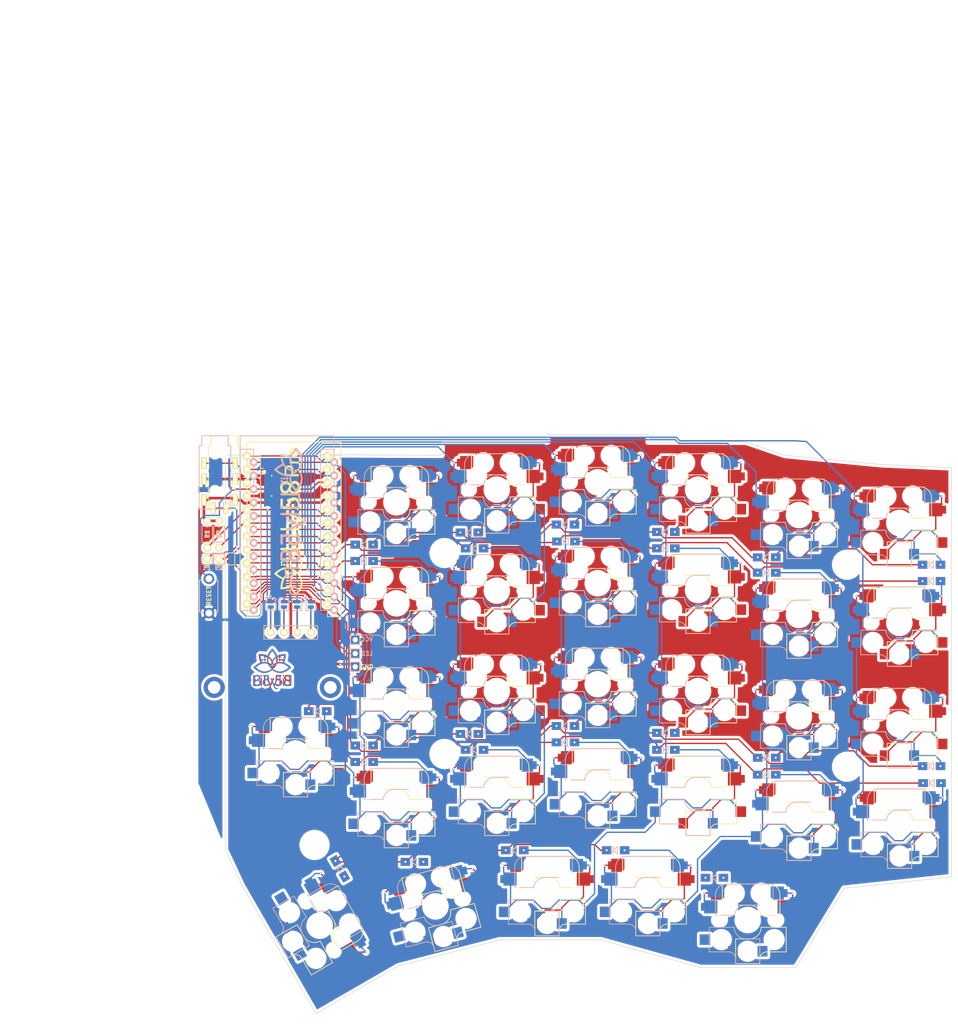
<source format=kicad_pcb>
(kicad_pcb (version 20171130) (host pcbnew 5.1.4-e60b266~84~ubuntu19.04.1)
  (layers (0 F.Cu signal) (31 B.Cu signal) (34 B.Paste user hide) (35 F.Paste user hide) (36 B.SilkS user hide) (37 F.SilkS user hide) (38 B.Mask user hide) (39 F.Mask user hide) (44 Edge.Cuts user))
  (net 0 "")
  (net 1 "Net-(D1-Pad2)")
  (net 2 row4)
  (net 3 "Net-(D2-Pad2)")
  (net 4 "Net-(D3-Pad2)")
  (net 5 row0)
  (net 6 "Net-(D4-Pad2)")
  (net 7 row1)
  (net 8 "Net-(D5-Pad2)")
  (net 9 row2)
  (net 10 "Net-(D6-Pad2)")
  (net 11 row3)
  (net 12 "Net-(D7-Pad2)")
  (net 13 "Net-(D8-Pad2)")
  (net 14 "Net-(D9-Pad2)")
  (net 15 "Net-(D10-Pad2)")
  (net 16 "Net-(D11-Pad2)")
  (net 17 "Net-(D12-Pad2)")
  (net 18 "Net-(D13-Pad2)")
  (net 19 "Net-(D14-Pad2)")
  (net 20 "Net-(D15-Pad2)")
  (net 21 "Net-(D16-Pad2)")
  (net 22 "Net-(D17-Pad2)")
  (net 23 "Net-(D18-Pad2)")
  (net 24 "Net-(D19-Pad2)")
  (net 25 "Net-(D20-Pad2)")
  (net 26 "Net-(D21-Pad2)")
  (net 27 "Net-(D22-Pad2)")
  (net 28 "Net-(D23-Pad2)")
  (net 29 "Net-(D24-Pad2)")
  (net 30 "Net-(D25-Pad2)")
  (net 31 "Net-(D26-Pad2)")
  (net 32 "Net-(D27-Pad2)")
  (net 33 "Net-(D28-Pad2)")
  (net 34 VCC)
  (net 35 GND)
  (net 36 col0)
  (net 37 col1)
  (net 38 col2)
  (net 39 col3)
  (net 40 col4)
  (net 41 col5)
  (net 42 SDA)
  (net 43 LED)
  (net 44 SCL)
  (net 45 RESET)
  (net 46 "Net-(D29-Pad2)")
  (net 47 "Net-(U1-Pad24)")
  (net 48 "Net-(U1-Pad20)")
  (net 49 "Net-(U1-Pad19)")
  (net 50 "Net-(U1-Pad7)")
  (net 51 DATA)
  (net 52 "Net-(J2-Pad4)")
  (net 53 "Net-(J2-Pad3)")
  (net 54 "Net-(J3-Pad1)")
  (net 55 "Net-(J3-Pad2)")
  (net 56 "Net-(J3-Pad3)")
  (net 57 "Net-(J3-Pad4)")
  (net 58 "Net-(D30-Pad2)")
  (module Lily58-footprint:CherryMX_KailhLowProfile_Hotswap (layer F.Cu) (at 187 129)
    (fp_text reference SW30 hide)
    (fp_text value SW_PUSH hide)
    (pad 1 smd custom (at -7.2 -5.1) (size 0.7 1.5) (layers F.Cu F.Paste F.Mask) (net 36 col0) (options (clearance outline) (anchor rect)) (primitives (gr_poly (pts (xy 0.3 -1.2) (xy 0.3 1.2) (xy 2.1 1.2) (xy 2.7 0.8) (xy 2.7 -1.2)) (width 0.1))))
    (pad 2 smd custom (at 7.2 -5.1) (size 0.7 1.5) (layers B.Cu B.Paste B.Mask) (net 58 "Net-(D30-Pad2)") (options (clearance outline) (anchor rect)) (primitives (gr_poly (pts (xy -0.4 -1.2) (xy -2.8 -1.2) (xy -2.8 0.8) (xy -2.3 1.2) (xy -0.4 1.2)) (width 0.1))))
    (pad 1 smd custom (at -8.5 -2.5) (size 0.7 1.5) (layers B.Cu B.Paste B.Mask) (net 36 col0) (options (clearance outline) (anchor rect)) (primitives (gr_poly (pts (xy 0.3 -1.2) (xy 2.7 -1.2) (xy 2.7 1.2) (xy 0.3 1.2)) (width 0.1))))
    (pad 2 smd custom (at 8.5 -2.5) (size 0.7 1.5) (layers F.Cu F.Paste F.Mask) (net 58 "Net-(D30-Pad2)") (options (clearance outline) (anchor rect)) (primitives (gr_poly (pts (xy -2.8 -1.2) (xy -0.4 -1.2) (xy -0.4 1.2) (xy -2.8 1.2)) (width 0.1))))
    (pad "" np_thru_hole circle (at -3.81 -2.540001 180) (size 3 3) (drill 3) (layers *.Cu *.Mask))
    (pad "" np_thru_hole circle (at -5.08 0) (size 1.7 1.7) (drill 1.7) (layers *.Cu *.Mask))
    (pad "" np_thru_hole circle (at 5.08 0) (size 1.7 1.7) (drill 1.7) (layers *.Cu *.Mask))
    (pad "" np_thru_hole circle (at 5.5 0 90) (size 1.9 1.9) (drill 1.9) (layers *.Cu *.Mask))
    (pad "" np_thru_hole circle (at -5.5 0 90) (size 1.9 1.9) (drill 1.9) (layers *.Cu *.Mask))
    (pad "" np_thru_hole circle (at 0 0 90) (size 4 4) (drill 4) (layers *.Cu *.Mask))
    (pad "" np_thru_hole circle (at 2.54 -5.08 180) (size 3 3) (drill 3) (layers *.Cu *.Mask))
    (pad "" np_thru_hole circle (at 0 5.9 90) (size 3 3) (drill 3) (layers *.Cu *.Mask))
    (pad "" np_thru_hole circle (at -5 3.7 90) (size 3 3) (drill 3) (layers *.Cu *.Mask))
    (pad 2 smd rect (at 2.8 5.9 180) (size 1.9 2) (layers B.Cu B.Paste B.Mask) (net 58 "Net-(D30-Pad2)"))
    (pad 1 smd rect (at -8.1 3.7 180) (size 2 2) (layers B.Cu B.Paste B.Mask) (net 36 col0))
    (pad 1 smd rect (at 8.1 3.7 180) (size 2 2) (layers F.Cu F.Paste F.Mask) (net 36 col0))
    (pad 2 smd rect (at -2.8 5.9 180) (size 1.8 2) (layers F.Cu F.Paste F.Mask) (net 58 "Net-(D30-Pad2)"))
    (pad "" np_thru_hole circle (at 5 3.7 270) (size 3 3) (drill 3) (layers *.Cu *.Mask))
    (pad "" np_thru_hole circle (at -2.54 -5.08 180) (size 3 3) (drill 3) (layers *.Cu *.Mask))
    (pad "" np_thru_hole circle (at 3.81 -2.54 180) (size 3 3) (drill 3) (layers *.Cu *.Mask))
  )
  (module Lily58-footprint:CherryMX_KailhLowProfile_Hotswap (layer F.Cu) (at 168.1 123.75)
    (fp_text reference SW29 hide)
    (fp_text value SW_PUSH hide)
    (pad 1 smd custom (at -7.2 -5.1) (size 0.7 1.5) (layers F.Cu F.Paste F.Mask) (net 37 col1) (options (clearance outline) (anchor rect)) (primitives (gr_poly (pts (xy 0.3 -1.2) (xy 0.3 1.2) (xy 2.1 1.2) (xy 2.7 0.8) (xy 2.7 -1.2)) (width 0.1))))
    (pad 2 smd custom (at 7.2 -5.1) (size 0.7 1.5) (layers B.Cu B.Paste B.Mask) (net 46 "Net-(D29-Pad2)") (options (clearance outline) (anchor rect)) (primitives (gr_poly (pts (xy -0.4 -1.2) (xy -2.8 -1.2) (xy -2.8 0.8) (xy -2.3 1.2) (xy -0.4 1.2)) (width 0.1))))
    (pad 1 smd custom (at -8.5 -2.5) (size 0.7 1.5) (layers B.Cu B.Paste B.Mask) (net 37 col1) (options (clearance outline) (anchor rect)) (primitives (gr_poly (pts (xy 0.3 -1.2) (xy 2.7 -1.2) (xy 2.7 1.2) (xy 0.3 1.2)) (width 0.1))))
    (pad 2 smd custom (at 8.5 -2.5) (size 0.7 1.5) (layers F.Cu F.Paste F.Mask) (net 46 "Net-(D29-Pad2)") (options (clearance outline) (anchor rect)) (primitives (gr_poly (pts (xy -2.8 -1.2) (xy -0.4 -1.2) (xy -0.4 1.2) (xy -2.8 1.2)) (width 0.1))))
    (pad "" np_thru_hole circle (at -3.81 -2.540001 180) (size 3 3) (drill 3) (layers *.Cu *.Mask))
    (pad "" np_thru_hole circle (at -5.08 0) (size 1.7 1.7) (drill 1.7) (layers *.Cu *.Mask))
    (pad "" np_thru_hole circle (at 5.08 0) (size 1.7 1.7) (drill 1.7) (layers *.Cu *.Mask))
    (pad "" np_thru_hole circle (at 5.5 0 90) (size 1.9 1.9) (drill 1.9) (layers *.Cu *.Mask))
    (pad "" np_thru_hole circle (at -5.5 0 90) (size 1.9 1.9) (drill 1.9) (layers *.Cu *.Mask))
    (pad "" np_thru_hole circle (at 0 0 90) (size 4 4) (drill 4) (layers *.Cu *.Mask))
    (pad "" np_thru_hole circle (at 2.54 -5.08 180) (size 3 3) (drill 3) (layers *.Cu *.Mask))
    (pad "" np_thru_hole circle (at 0 5.9 90) (size 3 3) (drill 3) (layers *.Cu *.Mask))
    (pad "" np_thru_hole circle (at -5 3.7 90) (size 3 3) (drill 3) (layers *.Cu *.Mask))
    (pad 2 smd rect (at 2.8 5.9 180) (size 1.9 2) (layers B.Cu B.Paste B.Mask) (net 46 "Net-(D29-Pad2)"))
    (pad 1 smd rect (at -8.1 3.7 180) (size 2 2) (layers B.Cu B.Paste B.Mask) (net 37 col1))
    (pad 1 smd rect (at 8.1 3.7 180) (size 2 2) (layers F.Cu F.Paste F.Mask) (net 37 col1))
    (pad 2 smd rect (at -2.8 5.9 180) (size 1.8 2) (layers F.Cu F.Paste F.Mask) (net 46 "Net-(D29-Pad2)"))
    (pad "" np_thru_hole circle (at 5 3.7 270) (size 3 3) (drill 3) (layers *.Cu *.Mask))
    (pad "" np_thru_hole circle (at -2.54 -5.08 180) (size 3 3) (drill 3) (layers *.Cu *.Mask))
    (pad "" np_thru_hole circle (at 3.81 -2.54 180) (size 3 3) (drill 3) (layers *.Cu *.Mask))
  )
  (module Lily58-footprint:CherryMX_KailhLowProfile_Hotswap (layer F.Cu) (at 149 123.75)
    (fp_text reference SW28 hide)
    (fp_text value SW_PUSH hide)
    (pad 1 smd custom (at -7.2 -5.1) (size 0.7 1.5) (layers F.Cu F.Paste F.Mask) (net 38 col2) (options (clearance outline) (anchor rect)) (primitives (gr_poly (pts (xy 0.3 -1.2) (xy 0.3 1.2) (xy 2.1 1.2) (xy 2.7 0.8) (xy 2.7 -1.2)) (width 0.1))))
    (pad 2 smd custom (at 7.2 -5.1) (size 0.7 1.5) (layers B.Cu B.Paste B.Mask) (net 33 "Net-(D28-Pad2)") (options (clearance outline) (anchor rect)) (primitives (gr_poly (pts (xy -0.4 -1.2) (xy -2.8 -1.2) (xy -2.8 0.8) (xy -2.3 1.2) (xy -0.4 1.2)) (width 0.1))))
    (pad 1 smd custom (at -8.5 -2.5) (size 0.7 1.5) (layers B.Cu B.Paste B.Mask) (net 38 col2) (options (clearance outline) (anchor rect)) (primitives (gr_poly (pts (xy 0.3 -1.2) (xy 2.7 -1.2) (xy 2.7 1.2) (xy 0.3 1.2)) (width 0.1))))
    (pad 2 smd custom (at 8.5 -2.5) (size 0.7 1.5) (layers F.Cu F.Paste F.Mask) (net 33 "Net-(D28-Pad2)") (options (clearance outline) (anchor rect)) (primitives (gr_poly (pts (xy -2.8 -1.2) (xy -0.4 -1.2) (xy -0.4 1.2) (xy -2.8 1.2)) (width 0.1))))
    (pad "" np_thru_hole circle (at -3.81 -2.540001 180) (size 3 3) (drill 3) (layers *.Cu *.Mask))
    (pad "" np_thru_hole circle (at -5.08 0) (size 1.7 1.7) (drill 1.7) (layers *.Cu *.Mask))
    (pad "" np_thru_hole circle (at 5.08 0) (size 1.7 1.7) (drill 1.7) (layers *.Cu *.Mask))
    (pad "" np_thru_hole circle (at 5.5 0 90) (size 1.9 1.9) (drill 1.9) (layers *.Cu *.Mask))
    (pad "" np_thru_hole circle (at -5.5 0 90) (size 1.9 1.9) (drill 1.9) (layers *.Cu *.Mask))
    (pad "" np_thru_hole circle (at 0 0 90) (size 4 4) (drill 4) (layers *.Cu *.Mask))
    (pad "" np_thru_hole circle (at 2.54 -5.08 180) (size 3 3) (drill 3) (layers *.Cu *.Mask))
    (pad "" np_thru_hole circle (at 0 5.9 90) (size 3 3) (drill 3) (layers *.Cu *.Mask))
    (pad "" np_thru_hole circle (at -5 3.7 90) (size 3 3) (drill 3) (layers *.Cu *.Mask))
    (pad 2 smd rect (at 2.8 5.9 180) (size 1.9 2) (layers B.Cu B.Paste B.Mask) (net 33 "Net-(D28-Pad2)"))
    (pad 1 smd rect (at -8.1 3.7 180) (size 2 2) (layers B.Cu B.Paste B.Mask) (net 38 col2))
    (pad 1 smd rect (at 8.1 3.7 180) (size 2 2) (layers F.Cu F.Paste F.Mask) (net 38 col2))
    (pad 2 smd rect (at -2.8 5.9 180) (size 1.8 2) (layers F.Cu F.Paste F.Mask) (net 33 "Net-(D28-Pad2)"))
    (pad "" np_thru_hole circle (at 5 3.7 270) (size 3 3) (drill 3) (layers *.Cu *.Mask))
    (pad "" np_thru_hole circle (at -2.54 -5.08 180) (size 3 3) (drill 3) (layers *.Cu *.Mask))
    (pad "" np_thru_hole circle (at 3.81 -2.54 180) (size 3 3) (drill 3) (layers *.Cu *.Mask))
  )
  (module Lily58-footprint:CherryMX_KailhLowProfile_Hotswap (layer F.Cu) (at 127.88 126.42 15)
    (fp_text reference SW27 hide)
    (fp_text value SW_PUSH hide)
    (pad 1 smd custom (at -7.2 -5.1 15) (size 0.7 1.5) (layers F.Cu F.Paste F.Mask) (net 39 col3) (options (clearance outline) (anchor rect)) (primitives (gr_poly (pts (xy 0.3 -1.2) (xy 0.3 1.2) (xy 2.1 1.2) (xy 2.7 0.8) (xy 2.7 -1.2)) (width 0.1))))
    (pad 2 smd custom (at 7.2 -5.1 15) (size 0.7 1.5) (layers B.Cu B.Paste B.Mask) (net 32 "Net-(D27-Pad2)") (options (clearance outline) (anchor rect)) (primitives (gr_poly (pts (xy -0.4 -1.2) (xy -2.8 -1.2) (xy -2.8 0.8) (xy -2.3 1.2) (xy -0.4 1.2)) (width 0.1))))
    (pad 1 smd custom (at -8.5 -2.5 15) (size 0.7 1.5) (layers B.Cu B.Paste B.Mask) (net 39 col3) (options (clearance outline) (anchor rect)) (primitives (gr_poly (pts (xy 0.3 -1.2) (xy 2.7 -1.2) (xy 2.7 1.2) (xy 0.3 1.2)) (width 0.1))))
    (pad 2 smd custom (at 8.5 -2.5 15) (size 0.7 1.5) (layers F.Cu F.Paste F.Mask) (net 32 "Net-(D27-Pad2)") (options (clearance outline) (anchor rect)) (primitives (gr_poly (pts (xy -2.8 -1.2) (xy -0.4 -1.2) (xy -0.4 1.2) (xy -2.8 1.2)) (width 0.1))))
    (pad "" np_thru_hole circle (at -3.81 -2.540001 195) (size 3 3) (drill 3) (layers *.Cu *.Mask))
    (pad "" np_thru_hole circle (at -5.08 0 15) (size 1.7 1.7) (drill 1.7) (layers *.Cu *.Mask))
    (pad "" np_thru_hole circle (at 5.08 0 15) (size 1.7 1.7) (drill 1.7) (layers *.Cu *.Mask))
    (pad "" np_thru_hole circle (at 5.5 0 105) (size 1.9 1.9) (drill 1.9) (layers *.Cu *.Mask))
    (pad "" np_thru_hole circle (at -5.5 0 105) (size 1.9 1.9) (drill 1.9) (layers *.Cu *.Mask))
    (pad "" np_thru_hole circle (at 0 0 105) (size 4 4) (drill 4) (layers *.Cu *.Mask))
    (pad "" np_thru_hole circle (at 2.54 -5.08 195) (size 3 3) (drill 3) (layers *.Cu *.Mask))
    (pad "" np_thru_hole circle (at 0 5.9 105) (size 3 3) (drill 3) (layers *.Cu *.Mask))
    (pad "" np_thru_hole circle (at -5 3.7 105) (size 3 3) (drill 3) (layers *.Cu *.Mask))
    (pad 2 smd rect (at 2.8 5.9 195) (size 1.9 2) (layers B.Cu B.Paste B.Mask) (net 32 "Net-(D27-Pad2)"))
    (pad 1 smd rect (at -8.1 3.7 195) (size 2 2) (layers B.Cu B.Paste B.Mask) (net 39 col3))
    (pad 1 smd rect (at 8.1 3.7 195) (size 2 2) (layers F.Cu F.Paste F.Mask) (net 39 col3))
    (pad 2 smd rect (at -2.8 5.9 195) (size 1.8 2) (layers F.Cu F.Paste F.Mask) (net 32 "Net-(D27-Pad2)"))
    (pad "" np_thru_hole circle (at 5 3.7 285) (size 3 3) (drill 3) (layers *.Cu *.Mask))
    (pad "" np_thru_hole circle (at -2.54 -5.08 195) (size 3 3) (drill 3) (layers *.Cu *.Mask))
    (pad "" np_thru_hole circle (at 3.81 -2.54 195) (size 3 3) (drill 3) (layers *.Cu *.Mask))
  )
  (module Lily58-footprint:CherryMX_KailhLowProfile_Hotswap_1.5 (layer F.Cu) (at 105.96 130.07 300)
    (fp_text reference SW26 hide)
    (fp_text value SW_PUSH hide)
    (pad 1 smd custom (at -7.2 -5.1 300) (size 0.7 1.5) (layers F.Cu F.Paste F.Mask) (net 40 col4) (options (clearance outline) (anchor rect)) (primitives (gr_poly (pts (xy 0.3 -1.2) (xy 0.3 1.2) (xy 2.1 1.2) (xy 2.7 0.8) (xy 2.7 -1.2)) (width 0.1))))
    (pad 2 smd custom (at 7.2 -5.1 300) (size 0.7 1.5) (layers B.Cu B.Paste B.Mask) (net 31 "Net-(D26-Pad2)") (options (clearance outline) (anchor rect)) (primitives (gr_poly (pts (xy -0.4 -1.2) (xy -2.8 -1.2) (xy -2.8 0.8) (xy -2.3 1.2) (xy -0.4 1.2)) (width 0.1))))
    (pad 1 smd custom (at -8.5 -2.5 300) (size 0.7 1.5) (layers B.Cu B.Paste B.Mask) (net 40 col4) (options (clearance outline) (anchor rect)) (primitives (gr_poly (pts (xy 0.3 -1.2) (xy 2.7 -1.2) (xy 2.7 1.2) (xy 0.3 1.2)) (width 0.1))))
    (pad 2 smd custom (at 8.5 -2.5 300) (size 0.7 1.5) (layers F.Cu F.Paste F.Mask) (net 31 "Net-(D26-Pad2)") (options (clearance outline) (anchor rect)) (primitives (gr_poly (pts (xy -2.8 -1.2) (xy -0.4 -1.2) (xy -0.4 1.2) (xy -2.8 1.2)) (width 0.1))))
    (pad "" np_thru_hole circle (at -3.81 -2.540001 120) (size 3 3) (drill 3) (layers *.Cu *.Mask))
    (pad "" np_thru_hole circle (at -5.08 0 300) (size 1.7 1.7) (drill 1.7) (layers *.Cu *.Mask))
    (pad "" np_thru_hole circle (at 5.08 0 300) (size 1.7 1.7) (drill 1.7) (layers *.Cu *.Mask))
    (pad "" np_thru_hole circle (at 5.5 0 30) (size 1.9 1.9) (drill 1.9) (layers *.Cu *.Mask))
    (pad "" np_thru_hole circle (at -5.5 0 30) (size 1.9 1.9) (drill 1.9) (layers *.Cu *.Mask))
    (pad "" np_thru_hole circle (at 0 0 30) (size 4 4) (drill 4) (layers *.Cu *.Mask))
    (pad "" np_thru_hole circle (at 2.54 -5.08 120) (size 3 3) (drill 3) (layers *.Cu *.Mask))
    (pad "" np_thru_hole circle (at 0 5.9 30) (size 3 3) (drill 3) (layers *.Cu *.Mask))
    (pad "" np_thru_hole circle (at -5 3.7 30) (size 3 3) (drill 3) (layers *.Cu *.Mask))
    (pad 2 smd rect (at 2.8 5.9 120) (size 1.9 2) (layers B.Cu B.Paste B.Mask) (net 31 "Net-(D26-Pad2)"))
    (pad 1 smd rect (at -8.1 3.7 120) (size 2 2) (layers B.Cu B.Paste B.Mask) (net 40 col4))
    (pad 1 smd rect (at 8.1 3.7 120) (size 2 2) (layers F.Cu F.Paste F.Mask) (net 40 col4))
    (pad 2 smd rect (at -2.8 5.9 120) (size 1.8 2) (layers F.Cu F.Paste F.Mask) (net 31 "Net-(D26-Pad2)"))
    (pad "" np_thru_hole circle (at 5 3.7 210) (size 3 3) (drill 3) (layers *.Cu *.Mask))
    (pad "" np_thru_hole circle (at -2.54 -5.08 120) (size 3 3) (drill 3) (layers *.Cu *.Mask))
    (pad "" np_thru_hole circle (at 3.81 -2.54 120) (size 3 3) (drill 3) (layers *.Cu *.Mask))
  )
  (module Lily58-footprint:CherryMX_KailhLowProfile_Hotswap (layer F.Cu) (at 101.4 97.5)
    (fp_text reference SW25 hide)
    (fp_text value SW_PUSH hide)
    (pad 1 smd custom (at -7.2 -5.1) (size 0.7 1.5) (layers F.Cu F.Paste F.Mask) (net 41 col5) (options (clearance outline) (anchor rect)) (primitives (gr_poly (pts (xy 0.3 -1.2) (xy 0.3 1.2) (xy 2.1 1.2) (xy 2.7 0.8) (xy 2.7 -1.2)) (width 0.1))))
    (pad 2 smd custom (at 7.2 -5.1) (size 0.7 1.5) (layers B.Cu B.Paste B.Mask) (net 30 "Net-(D25-Pad2)") (options (clearance outline) (anchor rect)) (primitives (gr_poly (pts (xy -0.4 -1.2) (xy -2.8 -1.2) (xy -2.8 0.8) (xy -2.3 1.2) (xy -0.4 1.2)) (width 0.1))))
    (pad 1 smd custom (at -8.5 -2.5) (size 0.7 1.5) (layers B.Cu B.Paste B.Mask) (net 41 col5) (options (clearance outline) (anchor rect)) (primitives (gr_poly (pts (xy 0.3 -1.2) (xy 2.7 -1.2) (xy 2.7 1.2) (xy 0.3 1.2)) (width 0.1))))
    (pad 2 smd custom (at 8.5 -2.5) (size 0.7 1.5) (layers F.Cu F.Paste F.Mask) (net 30 "Net-(D25-Pad2)") (options (clearance outline) (anchor rect)) (primitives (gr_poly (pts (xy -2.8 -1.2) (xy -0.4 -1.2) (xy -0.4 1.2) (xy -2.8 1.2)) (width 0.1))))
    (pad "" np_thru_hole circle (at -3.81 -2.540001 180) (size 3 3) (drill 3) (layers *.Cu *.Mask))
    (pad "" np_thru_hole circle (at -5.08 0) (size 1.7 1.7) (drill 1.7) (layers *.Cu *.Mask))
    (pad "" np_thru_hole circle (at 5.08 0) (size 1.7 1.7) (drill 1.7) (layers *.Cu *.Mask))
    (pad "" np_thru_hole circle (at 5.5 0 90) (size 1.9 1.9) (drill 1.9) (layers *.Cu *.Mask))
    (pad "" np_thru_hole circle (at -5.5 0 90) (size 1.9 1.9) (drill 1.9) (layers *.Cu *.Mask))
    (pad "" np_thru_hole circle (at 0 0 90) (size 4 4) (drill 4) (layers *.Cu *.Mask))
    (pad "" np_thru_hole circle (at 2.54 -5.08 180) (size 3 3) (drill 3) (layers *.Cu *.Mask))
    (pad "" np_thru_hole circle (at 0 5.9 90) (size 3 3) (drill 3) (layers *.Cu *.Mask))
    (pad "" np_thru_hole circle (at -5 3.7 90) (size 3 3) (drill 3) (layers *.Cu *.Mask))
    (pad 2 smd rect (at 2.8 5.9 180) (size 1.9 2) (layers B.Cu B.Paste B.Mask) (net 30 "Net-(D25-Pad2)"))
    (pad 1 smd rect (at -8.1 3.7 180) (size 2 2) (layers B.Cu B.Paste B.Mask) (net 41 col5))
    (pad 1 smd rect (at 8.1 3.7 180) (size 2 2) (layers F.Cu F.Paste F.Mask) (net 41 col5))
    (pad 2 smd rect (at -2.8 5.9 180) (size 1.8 2) (layers F.Cu F.Paste F.Mask) (net 30 "Net-(D25-Pad2)"))
    (pad "" np_thru_hole circle (at 5 3.7 270) (size 3 3) (drill 3) (layers *.Cu *.Mask))
    (pad "" np_thru_hole circle (at -2.54 -5.08 180) (size 3 3) (drill 3) (layers *.Cu *.Mask))
    (pad "" np_thru_hole circle (at 3.81 -2.54 180) (size 3 3) (drill 3) (layers *.Cu *.Mask))
  )
  (module Lily58-footprint:CherryMX_KailhLowProfile_Hotswap (layer F.Cu) (at 215.75 111)
    (fp_text reference SW24 hide)
    (fp_text value SW_PUSH hide)
    (pad 1 smd custom (at -7.2 -5.1) (size 0.7 1.5) (layers F.Cu F.Paste F.Mask) (net 36 col0) (options (clearance outline) (anchor rect)) (primitives (gr_poly (pts (xy 0.3 -1.2) (xy 0.3 1.2) (xy 2.1 1.2) (xy 2.7 0.8) (xy 2.7 -1.2)) (width 0.1))))
    (pad 2 smd custom (at 7.2 -5.1) (size 0.7 1.5) (layers B.Cu B.Paste B.Mask) (net 29 "Net-(D24-Pad2)") (options (clearance outline) (anchor rect)) (primitives (gr_poly (pts (xy -0.4 -1.2) (xy -2.8 -1.2) (xy -2.8 0.8) (xy -2.3 1.2) (xy -0.4 1.2)) (width 0.1))))
    (pad 1 smd custom (at -8.5 -2.5) (size 0.7 1.5) (layers B.Cu B.Paste B.Mask) (net 36 col0) (options (clearance outline) (anchor rect)) (primitives (gr_poly (pts (xy 0.3 -1.2) (xy 2.7 -1.2) (xy 2.7 1.2) (xy 0.3 1.2)) (width 0.1))))
    (pad 2 smd custom (at 8.5 -2.5) (size 0.7 1.5) (layers F.Cu F.Paste F.Mask) (net 29 "Net-(D24-Pad2)") (options (clearance outline) (anchor rect)) (primitives (gr_poly (pts (xy -2.8 -1.2) (xy -0.4 -1.2) (xy -0.4 1.2) (xy -2.8 1.2)) (width 0.1))))
    (pad "" np_thru_hole circle (at -3.81 -2.540001 180) (size 3 3) (drill 3) (layers *.Cu *.Mask))
    (pad "" np_thru_hole circle (at -5.08 0) (size 1.7 1.7) (drill 1.7) (layers *.Cu *.Mask))
    (pad "" np_thru_hole circle (at 5.08 0) (size 1.7 1.7) (drill 1.7) (layers *.Cu *.Mask))
    (pad "" np_thru_hole circle (at 5.5 0 90) (size 1.9 1.9) (drill 1.9) (layers *.Cu *.Mask))
    (pad "" np_thru_hole circle (at -5.5 0 90) (size 1.9 1.9) (drill 1.9) (layers *.Cu *.Mask))
    (pad "" np_thru_hole circle (at 0 0 90) (size 4 4) (drill 4) (layers *.Cu *.Mask))
    (pad "" np_thru_hole circle (at 2.54 -5.08 180) (size 3 3) (drill 3) (layers *.Cu *.Mask))
    (pad "" np_thru_hole circle (at 0 5.9 90) (size 3 3) (drill 3) (layers *.Cu *.Mask))
    (pad "" np_thru_hole circle (at -5 3.7 90) (size 3 3) (drill 3) (layers *.Cu *.Mask))
    (pad 2 smd rect (at 2.8 5.9 180) (size 1.9 2) (layers B.Cu B.Paste B.Mask) (net 29 "Net-(D24-Pad2)"))
    (pad 1 smd rect (at -8.1 3.7 180) (size 2 2) (layers B.Cu B.Paste B.Mask) (net 36 col0))
    (pad 1 smd rect (at 8.1 3.7 180) (size 2 2) (layers F.Cu F.Paste F.Mask) (net 36 col0))
    (pad 2 smd rect (at -2.8 5.9 180) (size 1.8 2) (layers F.Cu F.Paste F.Mask) (net 29 "Net-(D24-Pad2)"))
    (pad "" np_thru_hole circle (at 5 3.7 270) (size 3 3) (drill 3) (layers *.Cu *.Mask))
    (pad "" np_thru_hole circle (at -2.54 -5.08 180) (size 3 3) (drill 3) (layers *.Cu *.Mask))
    (pad "" np_thru_hole circle (at 3.81 -2.54 180) (size 3 3) (drill 3) (layers *.Cu *.Mask))
  )
  (module Lily58-footprint:CherryMX_KailhLowProfile_Hotswap (layer F.Cu) (at 196.7 109.5)
    (fp_text reference SW23 hide)
    (fp_text value SW_PUSH hide)
    (pad 1 smd custom (at -7.2 -5.1) (size 0.7 1.5) (layers F.Cu F.Paste F.Mask) (net 37 col1) (options (clearance outline) (anchor rect)) (primitives (gr_poly (pts (xy 0.3 -1.2) (xy 0.3 1.2) (xy 2.1 1.2) (xy 2.7 0.8) (xy 2.7 -1.2)) (width 0.1))))
    (pad 2 smd custom (at 7.2 -5.1) (size 0.7 1.5) (layers B.Cu B.Paste B.Mask) (net 28 "Net-(D23-Pad2)") (options (clearance outline) (anchor rect)) (primitives (gr_poly (pts (xy -0.4 -1.2) (xy -2.8 -1.2) (xy -2.8 0.8) (xy -2.3 1.2) (xy -0.4 1.2)) (width 0.1))))
    (pad 1 smd custom (at -8.5 -2.5) (size 0.7 1.5) (layers B.Cu B.Paste B.Mask) (net 37 col1) (options (clearance outline) (anchor rect)) (primitives (gr_poly (pts (xy 0.3 -1.2) (xy 2.7 -1.2) (xy 2.7 1.2) (xy 0.3 1.2)) (width 0.1))))
    (pad 2 smd custom (at 8.5 -2.5) (size 0.7 1.5) (layers F.Cu F.Paste F.Mask) (net 28 "Net-(D23-Pad2)") (options (clearance outline) (anchor rect)) (primitives (gr_poly (pts (xy -2.8 -1.2) (xy -0.4 -1.2) (xy -0.4 1.2) (xy -2.8 1.2)) (width 0.1))))
    (pad "" np_thru_hole circle (at -3.81 -2.540001 180) (size 3 3) (drill 3) (layers *.Cu *.Mask))
    (pad "" np_thru_hole circle (at -5.08 0) (size 1.7 1.7) (drill 1.7) (layers *.Cu *.Mask))
    (pad "" np_thru_hole circle (at 5.08 0) (size 1.7 1.7) (drill 1.7) (layers *.Cu *.Mask))
    (pad "" np_thru_hole circle (at 5.5 0 90) (size 1.9 1.9) (drill 1.9) (layers *.Cu *.Mask))
    (pad "" np_thru_hole circle (at -5.5 0 90) (size 1.9 1.9) (drill 1.9) (layers *.Cu *.Mask))
    (pad "" np_thru_hole circle (at 0 0 90) (size 4 4) (drill 4) (layers *.Cu *.Mask))
    (pad "" np_thru_hole circle (at 2.54 -5.08 180) (size 3 3) (drill 3) (layers *.Cu *.Mask))
    (pad "" np_thru_hole circle (at 0 5.9 90) (size 3 3) (drill 3) (layers *.Cu *.Mask))
    (pad "" np_thru_hole circle (at -5 3.7 90) (size 3 3) (drill 3) (layers *.Cu *.Mask))
    (pad 2 smd rect (at 2.8 5.9 180) (size 1.9 2) (layers B.Cu B.Paste B.Mask) (net 28 "Net-(D23-Pad2)"))
    (pad 1 smd rect (at -8.1 3.7 180) (size 2 2) (layers B.Cu B.Paste B.Mask) (net 37 col1))
    (pad 1 smd rect (at 8.1 3.7 180) (size 2 2) (layers F.Cu F.Paste F.Mask) (net 37 col1))
    (pad 2 smd rect (at -2.8 5.9 180) (size 1.8 2) (layers F.Cu F.Paste F.Mask) (net 28 "Net-(D23-Pad2)"))
    (pad "" np_thru_hole circle (at 5 3.7 270) (size 3 3) (drill 3) (layers *.Cu *.Mask))
    (pad "" np_thru_hole circle (at -2.54 -5.08 180) (size 3 3) (drill 3) (layers *.Cu *.Mask))
    (pad "" np_thru_hole circle (at 3.81 -2.54 180) (size 3 3) (drill 3) (layers *.Cu *.Mask))
  )
  (module Lily58-footprint:CherryMX_KailhLowProfile_Hotswap (layer F.Cu) (at 177.6 104.8)
    (fp_text reference SW22 hide)
    (fp_text value SW_PUSH hide)
    (pad 1 smd custom (at -7.2 -5.1) (size 0.7 1.5) (layers F.Cu F.Paste F.Mask) (net 38 col2) (options (clearance outline) (anchor rect)) (primitives (gr_poly (pts (xy 0.3 -1.2) (xy 0.3 1.2) (xy 2.1 1.2) (xy 2.7 0.8) (xy 2.7 -1.2)) (width 0.1))))
    (pad 2 smd custom (at 7.2 -5.1) (size 0.7 1.5) (layers B.Cu B.Paste B.Mask) (net 27 "Net-(D22-Pad2)") (options (clearance outline) (anchor rect)) (primitives (gr_poly (pts (xy -0.4 -1.2) (xy -2.8 -1.2) (xy -2.8 0.8) (xy -2.3 1.2) (xy -0.4 1.2)) (width 0.1))))
    (pad 1 smd custom (at -8.5 -2.5) (size 0.7 1.5) (layers B.Cu B.Paste B.Mask) (net 38 col2) (options (clearance outline) (anchor rect)) (primitives (gr_poly (pts (xy 0.3 -1.2) (xy 2.7 -1.2) (xy 2.7 1.2) (xy 0.3 1.2)) (width 0.1))))
    (pad 2 smd custom (at 8.5 -2.5) (size 0.7 1.5) (layers F.Cu F.Paste F.Mask) (net 27 "Net-(D22-Pad2)") (options (clearance outline) (anchor rect)) (primitives (gr_poly (pts (xy -2.8 -1.2) (xy -0.4 -1.2) (xy -0.4 1.2) (xy -2.8 1.2)) (width 0.1))))
    (pad "" np_thru_hole circle (at -3.81 -2.540001 180) (size 3 3) (drill 3) (layers *.Cu *.Mask))
    (pad "" np_thru_hole circle (at -5.08 0) (size 1.7 1.7) (drill 1.7) (layers *.Cu *.Mask))
    (pad "" np_thru_hole circle (at 5.08 0) (size 1.7 1.7) (drill 1.7) (layers *.Cu *.Mask))
    (pad "" np_thru_hole circle (at 5.5 0 90) (size 1.9 1.9) (drill 1.9) (layers *.Cu *.Mask))
    (pad "" np_thru_hole circle (at -5.5 0 90) (size 1.9 1.9) (drill 1.9) (layers *.Cu *.Mask))
    (pad "" np_thru_hole circle (at 0 0 90) (size 4 4) (drill 4) (layers *.Cu *.Mask))
    (pad "" np_thru_hole circle (at 2.54 -5.08 180) (size 3 3) (drill 3) (layers *.Cu *.Mask))
    (pad "" np_thru_hole circle (at 0 5.9 90) (size 3 3) (drill 3) (layers *.Cu *.Mask))
    (pad "" np_thru_hole circle (at -5 3.7 90) (size 3 3) (drill 3) (layers *.Cu *.Mask))
    (pad 2 smd rect (at 2.8 5.9 180) (size 1.9 2) (layers B.Cu B.Paste B.Mask) (net 27 "Net-(D22-Pad2)"))
    (pad 1 smd rect (at -8.1 3.7 180) (size 2 2) (layers B.Cu B.Paste B.Mask) (net 38 col2))
    (pad 1 smd rect (at 8.1 3.7 180) (size 2 2) (layers F.Cu F.Paste F.Mask) (net 38 col2))
    (pad 2 smd rect (at -2.8 5.9 180) (size 1.8 2) (layers F.Cu F.Paste F.Mask) (net 27 "Net-(D22-Pad2)"))
    (pad "" np_thru_hole circle (at 5 3.7 270) (size 3 3) (drill 3) (layers *.Cu *.Mask))
    (pad "" np_thru_hole circle (at -2.54 -5.08 180) (size 3 3) (drill 3) (layers *.Cu *.Mask))
    (pad "" np_thru_hole circle (at 3.81 -2.54 180) (size 3 3) (drill 3) (layers *.Cu *.Mask))
  )
  (module Lily58-footprint:CherryMX_KailhLowProfile_Hotswap (layer F.Cu) (at 158.6 103.4)
    (fp_text reference SW21 hide)
    (fp_text value SW_PUSH hide)
    (pad 1 smd custom (at -7.2 -5.1) (size 0.7 1.5) (layers F.Cu F.Paste F.Mask) (net 39 col3) (options (clearance outline) (anchor rect)) (primitives (gr_poly (pts (xy 0.3 -1.2) (xy 0.3 1.2) (xy 2.1 1.2) (xy 2.7 0.8) (xy 2.7 -1.2)) (width 0.1))))
    (pad 2 smd custom (at 7.2 -5.1) (size 0.7 1.5) (layers B.Cu B.Paste B.Mask) (net 26 "Net-(D21-Pad2)") (options (clearance outline) (anchor rect)) (primitives (gr_poly (pts (xy -0.4 -1.2) (xy -2.8 -1.2) (xy -2.8 0.8) (xy -2.3 1.2) (xy -0.4 1.2)) (width 0.1))))
    (pad 1 smd custom (at -8.5 -2.5) (size 0.7 1.5) (layers B.Cu B.Paste B.Mask) (net 39 col3) (options (clearance outline) (anchor rect)) (primitives (gr_poly (pts (xy 0.3 -1.2) (xy 2.7 -1.2) (xy 2.7 1.2) (xy 0.3 1.2)) (width 0.1))))
    (pad 2 smd custom (at 8.5 -2.5) (size 0.7 1.5) (layers F.Cu F.Paste F.Mask) (net 26 "Net-(D21-Pad2)") (options (clearance outline) (anchor rect)) (primitives (gr_poly (pts (xy -2.8 -1.2) (xy -0.4 -1.2) (xy -0.4 1.2) (xy -2.8 1.2)) (width 0.1))))
    (pad "" np_thru_hole circle (at -3.81 -2.540001 180) (size 3 3) (drill 3) (layers *.Cu *.Mask))
    (pad "" np_thru_hole circle (at -5.08 0) (size 1.7 1.7) (drill 1.7) (layers *.Cu *.Mask))
    (pad "" np_thru_hole circle (at 5.08 0) (size 1.7 1.7) (drill 1.7) (layers *.Cu *.Mask))
    (pad "" np_thru_hole circle (at 5.5 0 90) (size 1.9 1.9) (drill 1.9) (layers *.Cu *.Mask))
    (pad "" np_thru_hole circle (at -5.5 0 90) (size 1.9 1.9) (drill 1.9) (layers *.Cu *.Mask))
    (pad "" np_thru_hole circle (at 0 0 90) (size 4 4) (drill 4) (layers *.Cu *.Mask))
    (pad "" np_thru_hole circle (at 2.54 -5.08 180) (size 3 3) (drill 3) (layers *.Cu *.Mask))
    (pad "" np_thru_hole circle (at 0 5.9 90) (size 3 3) (drill 3) (layers *.Cu *.Mask))
    (pad "" np_thru_hole circle (at -5 3.7 90) (size 3 3) (drill 3) (layers *.Cu *.Mask))
    (pad 2 smd rect (at 2.8 5.9 180) (size 1.9 2) (layers B.Cu B.Paste B.Mask) (net 26 "Net-(D21-Pad2)"))
    (pad 1 smd rect (at -8.1 3.7 180) (size 2 2) (layers B.Cu B.Paste B.Mask) (net 39 col3))
    (pad 1 smd rect (at 8.1 3.7 180) (size 2 2) (layers F.Cu F.Paste F.Mask) (net 39 col3))
    (pad 2 smd rect (at -2.8 5.9 180) (size 1.8 2) (layers F.Cu F.Paste F.Mask) (net 26 "Net-(D21-Pad2)"))
    (pad "" np_thru_hole circle (at 5 3.7 270) (size 3 3) (drill 3) (layers *.Cu *.Mask))
    (pad "" np_thru_hole circle (at -2.54 -5.08 180) (size 3 3) (drill 3) (layers *.Cu *.Mask))
    (pad "" np_thru_hole circle (at 3.81 -2.54 180) (size 3 3) (drill 3) (layers *.Cu *.Mask))
  )
  (module Lily58-footprint:CherryMX_KailhLowProfile_Hotswap (layer F.Cu) (at 139.5 104.8)
    (fp_text reference SW20 hide)
    (fp_text value SW_PUSH hide)
    (pad 1 smd custom (at -7.2 -5.1) (size 0.7 1.5) (layers F.Cu F.Paste F.Mask) (net 40 col4) (options (clearance outline) (anchor rect)) (primitives (gr_poly (pts (xy 0.3 -1.2) (xy 0.3 1.2) (xy 2.1 1.2) (xy 2.7 0.8) (xy 2.7 -1.2)) (width 0.1))))
    (pad 2 smd custom (at 7.2 -5.1) (size 0.7 1.5) (layers B.Cu B.Paste B.Mask) (net 25 "Net-(D20-Pad2)") (options (clearance outline) (anchor rect)) (primitives (gr_poly (pts (xy -0.4 -1.2) (xy -2.8 -1.2) (xy -2.8 0.8) (xy -2.3 1.2) (xy -0.4 1.2)) (width 0.1))))
    (pad 1 smd custom (at -8.5 -2.5) (size 0.7 1.5) (layers B.Cu B.Paste B.Mask) (net 40 col4) (options (clearance outline) (anchor rect)) (primitives (gr_poly (pts (xy 0.3 -1.2) (xy 2.7 -1.2) (xy 2.7 1.2) (xy 0.3 1.2)) (width 0.1))))
    (pad 2 smd custom (at 8.5 -2.5) (size 0.7 1.5) (layers F.Cu F.Paste F.Mask) (net 25 "Net-(D20-Pad2)") (options (clearance outline) (anchor rect)) (primitives (gr_poly (pts (xy -2.8 -1.2) (xy -0.4 -1.2) (xy -0.4 1.2) (xy -2.8 1.2)) (width 0.1))))
    (pad "" np_thru_hole circle (at -3.81 -2.540001 180) (size 3 3) (drill 3) (layers *.Cu *.Mask))
    (pad "" np_thru_hole circle (at -5.08 0) (size 1.7 1.7) (drill 1.7) (layers *.Cu *.Mask))
    (pad "" np_thru_hole circle (at 5.08 0) (size 1.7 1.7) (drill 1.7) (layers *.Cu *.Mask))
    (pad "" np_thru_hole circle (at 5.5 0 90) (size 1.9 1.9) (drill 1.9) (layers *.Cu *.Mask))
    (pad "" np_thru_hole circle (at -5.5 0 90) (size 1.9 1.9) (drill 1.9) (layers *.Cu *.Mask))
    (pad "" np_thru_hole circle (at 0 0 90) (size 4 4) (drill 4) (layers *.Cu *.Mask))
    (pad "" np_thru_hole circle (at 2.54 -5.08 180) (size 3 3) (drill 3) (layers *.Cu *.Mask))
    (pad "" np_thru_hole circle (at 0 5.9 90) (size 3 3) (drill 3) (layers *.Cu *.Mask))
    (pad "" np_thru_hole circle (at -5 3.7 90) (size 3 3) (drill 3) (layers *.Cu *.Mask))
    (pad 2 smd rect (at 2.8 5.9 180) (size 1.9 2) (layers B.Cu B.Paste B.Mask) (net 25 "Net-(D20-Pad2)"))
    (pad 1 smd rect (at -8.1 3.7 180) (size 2 2) (layers B.Cu B.Paste B.Mask) (net 40 col4))
    (pad 1 smd rect (at 8.1 3.7 180) (size 2 2) (layers F.Cu F.Paste F.Mask) (net 40 col4))
    (pad 2 smd rect (at -2.8 5.9 180) (size 1.8 2) (layers F.Cu F.Paste F.Mask) (net 25 "Net-(D20-Pad2)"))
    (pad "" np_thru_hole circle (at 5 3.7 270) (size 3 3) (drill 3) (layers *.Cu *.Mask))
    (pad "" np_thru_hole circle (at -2.54 -5.08 180) (size 3 3) (drill 3) (layers *.Cu *.Mask))
    (pad "" np_thru_hole circle (at 3.81 -2.54 180) (size 3 3) (drill 3) (layers *.Cu *.Mask))
  )
  (module Lily58-footprint:CherryMX_KailhLowProfile_Hotswap (layer F.Cu) (at 120.5 107.1)
    (fp_text reference SW19 hide)
    (fp_text value SW_PUSH hide)
    (pad 1 smd custom (at -7.2 -5.1) (size 0.7 1.5) (layers F.Cu F.Paste F.Mask) (net 41 col5) (options (clearance outline) (anchor rect)) (primitives (gr_poly (pts (xy 0.3 -1.2) (xy 0.3 1.2) (xy 2.1 1.2) (xy 2.7 0.8) (xy 2.7 -1.2)) (width 0.1))))
    (pad 2 smd custom (at 7.2 -5.1) (size 0.7 1.5) (layers B.Cu B.Paste B.Mask) (net 24 "Net-(D19-Pad2)") (options (clearance outline) (anchor rect)) (primitives (gr_poly (pts (xy -0.4 -1.2) (xy -2.8 -1.2) (xy -2.8 0.8) (xy -2.3 1.2) (xy -0.4 1.2)) (width 0.1))))
    (pad 1 smd custom (at -8.5 -2.5) (size 0.7 1.5) (layers B.Cu B.Paste B.Mask) (net 41 col5) (options (clearance outline) (anchor rect)) (primitives (gr_poly (pts (xy 0.3 -1.2) (xy 2.7 -1.2) (xy 2.7 1.2) (xy 0.3 1.2)) (width 0.1))))
    (pad 2 smd custom (at 8.5 -2.5) (size 0.7 1.5) (layers F.Cu F.Paste F.Mask) (net 24 "Net-(D19-Pad2)") (options (clearance outline) (anchor rect)) (primitives (gr_poly (pts (xy -2.8 -1.2) (xy -0.4 -1.2) (xy -0.4 1.2) (xy -2.8 1.2)) (width 0.1))))
    (pad "" np_thru_hole circle (at -3.81 -2.540001 180) (size 3 3) (drill 3) (layers *.Cu *.Mask))
    (pad "" np_thru_hole circle (at -5.08 0) (size 1.7 1.7) (drill 1.7) (layers *.Cu *.Mask))
    (pad "" np_thru_hole circle (at 5.08 0) (size 1.7 1.7) (drill 1.7) (layers *.Cu *.Mask))
    (pad "" np_thru_hole circle (at 5.5 0 90) (size 1.9 1.9) (drill 1.9) (layers *.Cu *.Mask))
    (pad "" np_thru_hole circle (at -5.5 0 90) (size 1.9 1.9) (drill 1.9) (layers *.Cu *.Mask))
    (pad "" np_thru_hole circle (at 0 0 90) (size 4 4) (drill 4) (layers *.Cu *.Mask))
    (pad "" np_thru_hole circle (at 2.54 -5.08 180) (size 3 3) (drill 3) (layers *.Cu *.Mask))
    (pad "" np_thru_hole circle (at 0 5.9 90) (size 3 3) (drill 3) (layers *.Cu *.Mask))
    (pad "" np_thru_hole circle (at -5 3.7 90) (size 3 3) (drill 3) (layers *.Cu *.Mask))
    (pad 2 smd rect (at 2.8 5.9 180) (size 1.9 2) (layers B.Cu B.Paste B.Mask) (net 24 "Net-(D19-Pad2)"))
    (pad 1 smd rect (at -8.1 3.7 180) (size 2 2) (layers B.Cu B.Paste B.Mask) (net 41 col5))
    (pad 1 smd rect (at 8.1 3.7 180) (size 2 2) (layers F.Cu F.Paste F.Mask) (net 41 col5))
    (pad 2 smd rect (at -2.8 5.9 180) (size 1.8 2) (layers F.Cu F.Paste F.Mask) (net 24 "Net-(D19-Pad2)"))
    (pad "" np_thru_hole circle (at 5 3.7 270) (size 3 3) (drill 3) (layers *.Cu *.Mask))
    (pad "" np_thru_hole circle (at -2.54 -5.08 180) (size 3 3) (drill 3) (layers *.Cu *.Mask))
    (pad "" np_thru_hole circle (at 3.81 -2.54 180) (size 3 3) (drill 3) (layers *.Cu *.Mask))
  )
  (module Lily58-footprint:CherryMX_KailhLowProfile_Hotswap (layer F.Cu) (at 215.7 92)
    (fp_text reference SW18 hide)
    (fp_text value SW_PUSH hide)
    (pad 1 smd custom (at -7.2 -5.1) (size 0.7 1.5) (layers F.Cu F.Paste F.Mask) (net 36 col0) (options (clearance outline) (anchor rect)) (primitives (gr_poly (pts (xy 0.3 -1.2) (xy 0.3 1.2) (xy 2.1 1.2) (xy 2.7 0.8) (xy 2.7 -1.2)) (width 0.1))))
    (pad 2 smd custom (at 7.2 -5.1) (size 0.7 1.5) (layers B.Cu B.Paste B.Mask) (net 23 "Net-(D18-Pad2)") (options (clearance outline) (anchor rect)) (primitives (gr_poly (pts (xy -0.4 -1.2) (xy -2.8 -1.2) (xy -2.8 0.8) (xy -2.3 1.2) (xy -0.4 1.2)) (width 0.1))))
    (pad 1 smd custom (at -8.5 -2.5) (size 0.7 1.5) (layers B.Cu B.Paste B.Mask) (net 36 col0) (options (clearance outline) (anchor rect)) (primitives (gr_poly (pts (xy 0.3 -1.2) (xy 2.7 -1.2) (xy 2.7 1.2) (xy 0.3 1.2)) (width 0.1))))
    (pad 2 smd custom (at 8.5 -2.5) (size 0.7 1.5) (layers F.Cu F.Paste F.Mask) (net 23 "Net-(D18-Pad2)") (options (clearance outline) (anchor rect)) (primitives (gr_poly (pts (xy -2.8 -1.2) (xy -0.4 -1.2) (xy -0.4 1.2) (xy -2.8 1.2)) (width 0.1))))
    (pad "" np_thru_hole circle (at -3.81 -2.540001 180) (size 3 3) (drill 3) (layers *.Cu *.Mask))
    (pad "" np_thru_hole circle (at -5.08 0) (size 1.7 1.7) (drill 1.7) (layers *.Cu *.Mask))
    (pad "" np_thru_hole circle (at 5.08 0) (size 1.7 1.7) (drill 1.7) (layers *.Cu *.Mask))
    (pad "" np_thru_hole circle (at 5.5 0 90) (size 1.9 1.9) (drill 1.9) (layers *.Cu *.Mask))
    (pad "" np_thru_hole circle (at -5.5 0 90) (size 1.9 1.9) (drill 1.9) (layers *.Cu *.Mask))
    (pad "" np_thru_hole circle (at 0 0 90) (size 4 4) (drill 4) (layers *.Cu *.Mask))
    (pad "" np_thru_hole circle (at 2.54 -5.08 180) (size 3 3) (drill 3) (layers *.Cu *.Mask))
    (pad "" np_thru_hole circle (at 0 5.9 90) (size 3 3) (drill 3) (layers *.Cu *.Mask))
    (pad "" np_thru_hole circle (at -5 3.7 90) (size 3 3) (drill 3) (layers *.Cu *.Mask))
    (pad 2 smd rect (at 2.8 5.9 180) (size 1.9 2) (layers B.Cu B.Paste B.Mask) (net 23 "Net-(D18-Pad2)"))
    (pad 1 smd rect (at -8.1 3.7 180) (size 2 2) (layers B.Cu B.Paste B.Mask) (net 36 col0))
    (pad 1 smd rect (at 8.1 3.7 180) (size 2 2) (layers F.Cu F.Paste F.Mask) (net 36 col0))
    (pad 2 smd rect (at -2.8 5.9 180) (size 1.8 2) (layers F.Cu F.Paste F.Mask) (net 23 "Net-(D18-Pad2)"))
    (pad "" np_thru_hole circle (at 5 3.7 270) (size 3 3) (drill 3) (layers *.Cu *.Mask))
    (pad "" np_thru_hole circle (at -2.54 -5.08 180) (size 3 3) (drill 3) (layers *.Cu *.Mask))
    (pad "" np_thru_hole circle (at 3.81 -2.54 180) (size 3 3) (drill 3) (layers *.Cu *.Mask))
  )
  (module Lily58-footprint:CherryMX_KailhLowProfile_Hotswap (layer F.Cu) (at 196.7 90.5)
    (fp_text reference SW17 hide)
    (fp_text value SW_PUSH hide)
    (pad 1 smd custom (at -7.2 -5.1) (size 0.7 1.5) (layers F.Cu F.Paste F.Mask) (net 37 col1) (options (clearance outline) (anchor rect)) (primitives (gr_poly (pts (xy 0.3 -1.2) (xy 0.3 1.2) (xy 2.1 1.2) (xy 2.7 0.8) (xy 2.7 -1.2)) (width 0.1))))
    (pad 2 smd custom (at 7.2 -5.1) (size 0.7 1.5) (layers B.Cu B.Paste B.Mask) (net 22 "Net-(D17-Pad2)") (options (clearance outline) (anchor rect)) (primitives (gr_poly (pts (xy -0.4 -1.2) (xy -2.8 -1.2) (xy -2.8 0.8) (xy -2.3 1.2) (xy -0.4 1.2)) (width 0.1))))
    (pad 1 smd custom (at -8.5 -2.5) (size 0.7 1.5) (layers B.Cu B.Paste B.Mask) (net 37 col1) (options (clearance outline) (anchor rect)) (primitives (gr_poly (pts (xy 0.3 -1.2) (xy 2.7 -1.2) (xy 2.7 1.2) (xy 0.3 1.2)) (width 0.1))))
    (pad 2 smd custom (at 8.5 -2.5) (size 0.7 1.5) (layers F.Cu F.Paste F.Mask) (net 22 "Net-(D17-Pad2)") (options (clearance outline) (anchor rect)) (primitives (gr_poly (pts (xy -2.8 -1.2) (xy -0.4 -1.2) (xy -0.4 1.2) (xy -2.8 1.2)) (width 0.1))))
    (pad "" np_thru_hole circle (at -3.81 -2.540001 180) (size 3 3) (drill 3) (layers *.Cu *.Mask))
    (pad "" np_thru_hole circle (at -5.08 0) (size 1.7 1.7) (drill 1.7) (layers *.Cu *.Mask))
    (pad "" np_thru_hole circle (at 5.08 0) (size 1.7 1.7) (drill 1.7) (layers *.Cu *.Mask))
    (pad "" np_thru_hole circle (at 5.5 0 90) (size 1.9 1.9) (drill 1.9) (layers *.Cu *.Mask))
    (pad "" np_thru_hole circle (at -5.5 0 90) (size 1.9 1.9) (drill 1.9) (layers *.Cu *.Mask))
    (pad "" np_thru_hole circle (at 0 0 90) (size 4 4) (drill 4) (layers *.Cu *.Mask))
    (pad "" np_thru_hole circle (at 2.54 -5.08 180) (size 3 3) (drill 3) (layers *.Cu *.Mask))
    (pad "" np_thru_hole circle (at 0 5.9 90) (size 3 3) (drill 3) (layers *.Cu *.Mask))
    (pad "" np_thru_hole circle (at -5 3.7 90) (size 3 3) (drill 3) (layers *.Cu *.Mask))
    (pad 2 smd rect (at 2.8 5.9 180) (size 1.9 2) (layers B.Cu B.Paste B.Mask) (net 22 "Net-(D17-Pad2)"))
    (pad 1 smd rect (at -8.1 3.7 180) (size 2 2) (layers B.Cu B.Paste B.Mask) (net 37 col1))
    (pad 1 smd rect (at 8.1 3.7 180) (size 2 2) (layers F.Cu F.Paste F.Mask) (net 37 col1))
    (pad 2 smd rect (at -2.8 5.9 180) (size 1.8 2) (layers F.Cu F.Paste F.Mask) (net 22 "Net-(D17-Pad2)"))
    (pad "" np_thru_hole circle (at 5 3.7 270) (size 3 3) (drill 3) (layers *.Cu *.Mask))
    (pad "" np_thru_hole circle (at -2.54 -5.08 180) (size 3 3) (drill 3) (layers *.Cu *.Mask))
    (pad "" np_thru_hole circle (at 3.81 -2.54 180) (size 3 3) (drill 3) (layers *.Cu *.Mask))
  )
  (module Lily58-footprint:CherryMX_KailhLowProfile_Hotswap (layer F.Cu) (at 177.6 85.7)
    (fp_text reference SW16 hide)
    (fp_text value SW_PUSH hide)
    (pad 1 smd custom (at -7.2 -5.1) (size 0.7 1.5) (layers F.Cu F.Paste F.Mask) (net 38 col2) (options (clearance outline) (anchor rect)) (primitives (gr_poly (pts (xy 0.3 -1.2) (xy 0.3 1.2) (xy 2.1 1.2) (xy 2.7 0.8) (xy 2.7 -1.2)) (width 0.1))))
    (pad 2 smd custom (at 7.2 -5.1) (size 0.7 1.5) (layers B.Cu B.Paste B.Mask) (net 21 "Net-(D16-Pad2)") (options (clearance outline) (anchor rect)) (primitives (gr_poly (pts (xy -0.4 -1.2) (xy -2.8 -1.2) (xy -2.8 0.8) (xy -2.3 1.2) (xy -0.4 1.2)) (width 0.1))))
    (pad 1 smd custom (at -8.5 -2.5) (size 0.7 1.5) (layers B.Cu B.Paste B.Mask) (net 38 col2) (options (clearance outline) (anchor rect)) (primitives (gr_poly (pts (xy 0.3 -1.2) (xy 2.7 -1.2) (xy 2.7 1.2) (xy 0.3 1.2)) (width 0.1))))
    (pad 2 smd custom (at 8.5 -2.5) (size 0.7 1.5) (layers F.Cu F.Paste F.Mask) (net 21 "Net-(D16-Pad2)") (options (clearance outline) (anchor rect)) (primitives (gr_poly (pts (xy -2.8 -1.2) (xy -0.4 -1.2) (xy -0.4 1.2) (xy -2.8 1.2)) (width 0.1))))
    (pad "" np_thru_hole circle (at -3.81 -2.540001 180) (size 3 3) (drill 3) (layers *.Cu *.Mask))
    (pad "" np_thru_hole circle (at -5.08 0) (size 1.7 1.7) (drill 1.7) (layers *.Cu *.Mask))
    (pad "" np_thru_hole circle (at 5.08 0) (size 1.7 1.7) (drill 1.7) (layers *.Cu *.Mask))
    (pad "" np_thru_hole circle (at 5.5 0 90) (size 1.9 1.9) (drill 1.9) (layers *.Cu *.Mask))
    (pad "" np_thru_hole circle (at -5.5 0 90) (size 1.9 1.9) (drill 1.9) (layers *.Cu *.Mask))
    (pad "" np_thru_hole circle (at 0 0 90) (size 4 4) (drill 4) (layers *.Cu *.Mask))
    (pad "" np_thru_hole circle (at 2.54 -5.08 180) (size 3 3) (drill 3) (layers *.Cu *.Mask))
    (pad "" np_thru_hole circle (at 0 5.9 90) (size 3 3) (drill 3) (layers *.Cu *.Mask))
    (pad "" np_thru_hole circle (at -5 3.7 90) (size 3 3) (drill 3) (layers *.Cu *.Mask))
    (pad 2 smd rect (at 2.8 5.9 180) (size 1.9 2) (layers B.Cu B.Paste B.Mask) (net 21 "Net-(D16-Pad2)"))
    (pad 1 smd rect (at -8.1 3.7 180) (size 2 2) (layers B.Cu B.Paste B.Mask) (net 38 col2))
    (pad 1 smd rect (at 8.1 3.7 180) (size 2 2) (layers F.Cu F.Paste F.Mask) (net 38 col2))
    (pad 2 smd rect (at -2.8 5.9 180) (size 1.8 2) (layers F.Cu F.Paste F.Mask) (net 21 "Net-(D16-Pad2)"))
    (pad "" np_thru_hole circle (at 5 3.7 270) (size 3 3) (drill 3) (layers *.Cu *.Mask))
    (pad "" np_thru_hole circle (at -2.54 -5.08 180) (size 3 3) (drill 3) (layers *.Cu *.Mask))
    (pad "" np_thru_hole circle (at 3.81 -2.54 180) (size 3 3) (drill 3) (layers *.Cu *.Mask))
  )
  (module Lily58-footprint:CherryMX_KailhLowProfile_Hotswap (layer F.Cu) (at 158.6 84.4)
    (fp_text reference SW15 hide)
    (fp_text value SW_PUSH hide)
    (pad 1 smd custom (at -7.2 -5.1) (size 0.7 1.5) (layers F.Cu F.Paste F.Mask) (net 39 col3) (options (clearance outline) (anchor rect)) (primitives (gr_poly (pts (xy 0.3 -1.2) (xy 0.3 1.2) (xy 2.1 1.2) (xy 2.7 0.8) (xy 2.7 -1.2)) (width 0.1))))
    (pad 2 smd custom (at 7.2 -5.1) (size 0.7 1.5) (layers B.Cu B.Paste B.Mask) (net 20 "Net-(D15-Pad2)") (options (clearance outline) (anchor rect)) (primitives (gr_poly (pts (xy -0.4 -1.2) (xy -2.8 -1.2) (xy -2.8 0.8) (xy -2.3 1.2) (xy -0.4 1.2)) (width 0.1))))
    (pad 1 smd custom (at -8.5 -2.5) (size 0.7 1.5) (layers B.Cu B.Paste B.Mask) (net 39 col3) (options (clearance outline) (anchor rect)) (primitives (gr_poly (pts (xy 0.3 -1.2) (xy 2.7 -1.2) (xy 2.7 1.2) (xy 0.3 1.2)) (width 0.1))))
    (pad 2 smd custom (at 8.5 -2.5) (size 0.7 1.5) (layers F.Cu F.Paste F.Mask) (net 20 "Net-(D15-Pad2)") (options (clearance outline) (anchor rect)) (primitives (gr_poly (pts (xy -2.8 -1.2) (xy -0.4 -1.2) (xy -0.4 1.2) (xy -2.8 1.2)) (width 0.1))))
    (pad "" np_thru_hole circle (at -3.81 -2.540001 180) (size 3 3) (drill 3) (layers *.Cu *.Mask))
    (pad "" np_thru_hole circle (at -5.08 0) (size 1.7 1.7) (drill 1.7) (layers *.Cu *.Mask))
    (pad "" np_thru_hole circle (at 5.08 0) (size 1.7 1.7) (drill 1.7) (layers *.Cu *.Mask))
    (pad "" np_thru_hole circle (at 5.5 0 90) (size 1.9 1.9) (drill 1.9) (layers *.Cu *.Mask))
    (pad "" np_thru_hole circle (at -5.5 0 90) (size 1.9 1.9) (drill 1.9) (layers *.Cu *.Mask))
    (pad "" np_thru_hole circle (at 0 0 90) (size 4 4) (drill 4) (layers *.Cu *.Mask))
    (pad "" np_thru_hole circle (at 2.54 -5.08 180) (size 3 3) (drill 3) (layers *.Cu *.Mask))
    (pad "" np_thru_hole circle (at 0 5.9 90) (size 3 3) (drill 3) (layers *.Cu *.Mask))
    (pad "" np_thru_hole circle (at -5 3.7 90) (size 3 3) (drill 3) (layers *.Cu *.Mask))
    (pad 2 smd rect (at 2.8 5.9 180) (size 1.9 2) (layers B.Cu B.Paste B.Mask) (net 20 "Net-(D15-Pad2)"))
    (pad 1 smd rect (at -8.1 3.7 180) (size 2 2) (layers B.Cu B.Paste B.Mask) (net 39 col3))
    (pad 1 smd rect (at 8.1 3.7 180) (size 2 2) (layers F.Cu F.Paste F.Mask) (net 39 col3))
    (pad 2 smd rect (at -2.8 5.9 180) (size 1.8 2) (layers F.Cu F.Paste F.Mask) (net 20 "Net-(D15-Pad2)"))
    (pad "" np_thru_hole circle (at 5 3.7 270) (size 3 3) (drill 3) (layers *.Cu *.Mask))
    (pad "" np_thru_hole circle (at -2.54 -5.08 180) (size 3 3) (drill 3) (layers *.Cu *.Mask))
    (pad "" np_thru_hole circle (at 3.81 -2.54 180) (size 3 3) (drill 3) (layers *.Cu *.Mask))
  )
  (module Lily58-footprint:CherryMX_KailhLowProfile_Hotswap (layer F.Cu) (at 139.5 85.7)
    (fp_text reference SW14 hide)
    (fp_text value SW_PUSH hide)
    (pad 1 smd custom (at -7.2 -5.1) (size 0.7 1.5) (layers F.Cu F.Paste F.Mask) (net 40 col4) (options (clearance outline) (anchor rect)) (primitives (gr_poly (pts (xy 0.3 -1.2) (xy 0.3 1.2) (xy 2.1 1.2) (xy 2.7 0.8) (xy 2.7 -1.2)) (width 0.1))))
    (pad 2 smd custom (at 7.2 -5.1) (size 0.7 1.5) (layers B.Cu B.Paste B.Mask) (net 19 "Net-(D14-Pad2)") (options (clearance outline) (anchor rect)) (primitives (gr_poly (pts (xy -0.4 -1.2) (xy -2.8 -1.2) (xy -2.8 0.8) (xy -2.3 1.2) (xy -0.4 1.2)) (width 0.1))))
    (pad 1 smd custom (at -8.5 -2.5) (size 0.7 1.5) (layers B.Cu B.Paste B.Mask) (net 40 col4) (options (clearance outline) (anchor rect)) (primitives (gr_poly (pts (xy 0.3 -1.2) (xy 2.7 -1.2) (xy 2.7 1.2) (xy 0.3 1.2)) (width 0.1))))
    (pad 2 smd custom (at 8.5 -2.5) (size 0.7 1.5) (layers F.Cu F.Paste F.Mask) (net 19 "Net-(D14-Pad2)") (options (clearance outline) (anchor rect)) (primitives (gr_poly (pts (xy -2.8 -1.2) (xy -0.4 -1.2) (xy -0.4 1.2) (xy -2.8 1.2)) (width 0.1))))
    (pad "" np_thru_hole circle (at -3.81 -2.540001 180) (size 3 3) (drill 3) (layers *.Cu *.Mask))
    (pad "" np_thru_hole circle (at -5.08 0) (size 1.7 1.7) (drill 1.7) (layers *.Cu *.Mask))
    (pad "" np_thru_hole circle (at 5.08 0) (size 1.7 1.7) (drill 1.7) (layers *.Cu *.Mask))
    (pad "" np_thru_hole circle (at 5.5 0 90) (size 1.9 1.9) (drill 1.9) (layers *.Cu *.Mask))
    (pad "" np_thru_hole circle (at -5.5 0 90) (size 1.9 1.9) (drill 1.9) (layers *.Cu *.Mask))
    (pad "" np_thru_hole circle (at 0 0 90) (size 4 4) (drill 4) (layers *.Cu *.Mask))
    (pad "" np_thru_hole circle (at 2.54 -5.08 180) (size 3 3) (drill 3) (layers *.Cu *.Mask))
    (pad "" np_thru_hole circle (at 0 5.9 90) (size 3 3) (drill 3) (layers *.Cu *.Mask))
    (pad "" np_thru_hole circle (at -5 3.7 90) (size 3 3) (drill 3) (layers *.Cu *.Mask))
    (pad 2 smd rect (at 2.8 5.9 180) (size 1.9 2) (layers B.Cu B.Paste B.Mask) (net 19 "Net-(D14-Pad2)"))
    (pad 1 smd rect (at -8.1 3.7 180) (size 2 2) (layers B.Cu B.Paste B.Mask) (net 40 col4))
    (pad 1 smd rect (at 8.1 3.7 180) (size 2 2) (layers F.Cu F.Paste F.Mask) (net 40 col4))
    (pad 2 smd rect (at -2.8 5.9 180) (size 1.8 2) (layers F.Cu F.Paste F.Mask) (net 19 "Net-(D14-Pad2)"))
    (pad "" np_thru_hole circle (at 5 3.7 270) (size 3 3) (drill 3) (layers *.Cu *.Mask))
    (pad "" np_thru_hole circle (at -2.54 -5.08 180) (size 3 3) (drill 3) (layers *.Cu *.Mask))
    (pad "" np_thru_hole circle (at 3.81 -2.54 180) (size 3 3) (drill 3) (layers *.Cu *.Mask))
  )
  (module Lily58-footprint:CherryMX_KailhLowProfile_Hotswap (layer F.Cu) (at 120.5 88.1)
    (fp_text reference SW13 hide)
    (fp_text value SW_PUSH hide)
    (pad 1 smd custom (at -7.2 -5.1) (size 0.7 1.5) (layers F.Cu F.Paste F.Mask) (net 41 col5) (options (clearance outline) (anchor rect)) (primitives (gr_poly (pts (xy 0.3 -1.2) (xy 0.3 1.2) (xy 2.1 1.2) (xy 2.7 0.8) (xy 2.7 -1.2)) (width 0.1))))
    (pad 2 smd custom (at 7.2 -5.1) (size 0.7 1.5) (layers B.Cu B.Paste B.Mask) (net 18 "Net-(D13-Pad2)") (options (clearance outline) (anchor rect)) (primitives (gr_poly (pts (xy -0.4 -1.2) (xy -2.8 -1.2) (xy -2.8 0.8) (xy -2.3 1.2) (xy -0.4 1.2)) (width 0.1))))
    (pad 1 smd custom (at -8.5 -2.5) (size 0.7 1.5) (layers B.Cu B.Paste B.Mask) (net 41 col5) (options (clearance outline) (anchor rect)) (primitives (gr_poly (pts (xy 0.3 -1.2) (xy 2.7 -1.2) (xy 2.7 1.2) (xy 0.3 1.2)) (width 0.1))))
    (pad 2 smd custom (at 8.5 -2.5) (size 0.7 1.5) (layers F.Cu F.Paste F.Mask) (net 18 "Net-(D13-Pad2)") (options (clearance outline) (anchor rect)) (primitives (gr_poly (pts (xy -2.8 -1.2) (xy -0.4 -1.2) (xy -0.4 1.2) (xy -2.8 1.2)) (width 0.1))))
    (pad "" np_thru_hole circle (at -3.81 -2.540001 180) (size 3 3) (drill 3) (layers *.Cu *.Mask))
    (pad "" np_thru_hole circle (at -5.08 0) (size 1.7 1.7) (drill 1.7) (layers *.Cu *.Mask))
    (pad "" np_thru_hole circle (at 5.08 0) (size 1.7 1.7) (drill 1.7) (layers *.Cu *.Mask))
    (pad "" np_thru_hole circle (at 5.5 0 90) (size 1.9 1.9) (drill 1.9) (layers *.Cu *.Mask))
    (pad "" np_thru_hole circle (at -5.5 0 90) (size 1.9 1.9) (drill 1.9) (layers *.Cu *.Mask))
    (pad "" np_thru_hole circle (at 0 0 90) (size 4 4) (drill 4) (layers *.Cu *.Mask))
    (pad "" np_thru_hole circle (at 2.54 -5.08 180) (size 3 3) (drill 3) (layers *.Cu *.Mask))
    (pad "" np_thru_hole circle (at 0 5.9 90) (size 3 3) (drill 3) (layers *.Cu *.Mask))
    (pad "" np_thru_hole circle (at -5 3.7 90) (size 3 3) (drill 3) (layers *.Cu *.Mask))
    (pad 2 smd rect (at 2.8 5.9 180) (size 1.9 2) (layers B.Cu B.Paste B.Mask) (net 18 "Net-(D13-Pad2)"))
    (pad 1 smd rect (at -8.1 3.7 180) (size 2 2) (layers B.Cu B.Paste B.Mask) (net 41 col5))
    (pad 1 smd rect (at 8.1 3.7 180) (size 2 2) (layers F.Cu F.Paste F.Mask) (net 41 col5))
    (pad 2 smd rect (at -2.8 5.9 180) (size 1.8 2) (layers F.Cu F.Paste F.Mask) (net 18 "Net-(D13-Pad2)"))
    (pad "" np_thru_hole circle (at 5 3.7 270) (size 3 3) (drill 3) (layers *.Cu *.Mask))
    (pad "" np_thru_hole circle (at -2.54 -5.08 180) (size 3 3) (drill 3) (layers *.Cu *.Mask))
    (pad "" np_thru_hole circle (at 3.81 -2.54 180) (size 3 3) (drill 3) (layers *.Cu *.Mask))
  )
  (module Lily58-footprint:CherryMX_KailhLowProfile_Hotswap (layer F.Cu) (at 215.7 72.8)
    (fp_text reference SW12 hide)
    (fp_text value SW_PUSH hide)
    (pad 1 smd custom (at -7.2 -5.1) (size 0.7 1.5) (layers F.Cu F.Paste F.Mask) (net 36 col0) (options (clearance outline) (anchor rect)) (primitives (gr_poly (pts (xy 0.3 -1.2) (xy 0.3 1.2) (xy 2.1 1.2) (xy 2.7 0.8) (xy 2.7 -1.2)) (width 0.1))))
    (pad 2 smd custom (at 7.2 -5.1) (size 0.7 1.5) (layers B.Cu B.Paste B.Mask) (net 17 "Net-(D12-Pad2)") (options (clearance outline) (anchor rect)) (primitives (gr_poly (pts (xy -0.4 -1.2) (xy -2.8 -1.2) (xy -2.8 0.8) (xy -2.3 1.2) (xy -0.4 1.2)) (width 0.1))))
    (pad 1 smd custom (at -8.5 -2.5) (size 0.7 1.5) (layers B.Cu B.Paste B.Mask) (net 36 col0) (options (clearance outline) (anchor rect)) (primitives (gr_poly (pts (xy 0.3 -1.2) (xy 2.7 -1.2) (xy 2.7 1.2) (xy 0.3 1.2)) (width 0.1))))
    (pad 2 smd custom (at 8.5 -2.5) (size 0.7 1.5) (layers F.Cu F.Paste F.Mask) (net 17 "Net-(D12-Pad2)") (options (clearance outline) (anchor rect)) (primitives (gr_poly (pts (xy -2.8 -1.2) (xy -0.4 -1.2) (xy -0.4 1.2) (xy -2.8 1.2)) (width 0.1))))
    (pad "" np_thru_hole circle (at -3.81 -2.540001 180) (size 3 3) (drill 3) (layers *.Cu *.Mask))
    (pad "" np_thru_hole circle (at -5.08 0) (size 1.7 1.7) (drill 1.7) (layers *.Cu *.Mask))
    (pad "" np_thru_hole circle (at 5.08 0) (size 1.7 1.7) (drill 1.7) (layers *.Cu *.Mask))
    (pad "" np_thru_hole circle (at 5.5 0 90) (size 1.9 1.9) (drill 1.9) (layers *.Cu *.Mask))
    (pad "" np_thru_hole circle (at -5.5 0 90) (size 1.9 1.9) (drill 1.9) (layers *.Cu *.Mask))
    (pad "" np_thru_hole circle (at 0 0 90) (size 4 4) (drill 4) (layers *.Cu *.Mask))
    (pad "" np_thru_hole circle (at 2.54 -5.08 180) (size 3 3) (drill 3) (layers *.Cu *.Mask))
    (pad "" np_thru_hole circle (at 0 5.9 90) (size 3 3) (drill 3) (layers *.Cu *.Mask))
    (pad "" np_thru_hole circle (at -5 3.7 90) (size 3 3) (drill 3) (layers *.Cu *.Mask))
    (pad 2 smd rect (at 2.8 5.9 180) (size 1.9 2) (layers B.Cu B.Paste B.Mask) (net 17 "Net-(D12-Pad2)"))
    (pad 1 smd rect (at -8.1 3.7 180) (size 2 2) (layers B.Cu B.Paste B.Mask) (net 36 col0))
    (pad 1 smd rect (at 8.1 3.7 180) (size 2 2) (layers F.Cu F.Paste F.Mask) (net 36 col0))
    (pad 2 smd rect (at -2.8 5.9 180) (size 1.8 2) (layers F.Cu F.Paste F.Mask) (net 17 "Net-(D12-Pad2)"))
    (pad "" np_thru_hole circle (at 5 3.7 270) (size 3 3) (drill 3) (layers *.Cu *.Mask))
    (pad "" np_thru_hole circle (at -2.54 -5.08 180) (size 3 3) (drill 3) (layers *.Cu *.Mask))
    (pad "" np_thru_hole circle (at 3.81 -2.54 180) (size 3 3) (drill 3) (layers *.Cu *.Mask))
  )
  (module Lily58-footprint:CherryMX_KailhLowProfile_Hotswap (layer F.Cu) (at 196.7 71.3)
    (fp_text reference SW11 hide)
    (fp_text value SW_PUSH hide)
    (pad 1 smd custom (at -7.2 -5.1) (size 0.7 1.5) (layers F.Cu F.Paste F.Mask) (net 37 col1) (options (clearance outline) (anchor rect)) (primitives (gr_poly (pts (xy 0.3 -1.2) (xy 0.3 1.2) (xy 2.1 1.2) (xy 2.7 0.8) (xy 2.7 -1.2)) (width 0.1))))
    (pad 2 smd custom (at 7.2 -5.1) (size 0.7 1.5) (layers B.Cu B.Paste B.Mask) (net 16 "Net-(D11-Pad2)") (options (clearance outline) (anchor rect)) (primitives (gr_poly (pts (xy -0.4 -1.2) (xy -2.8 -1.2) (xy -2.8 0.8) (xy -2.3 1.2) (xy -0.4 1.2)) (width 0.1))))
    (pad 1 smd custom (at -8.5 -2.5) (size 0.7 1.5) (layers B.Cu B.Paste B.Mask) (net 37 col1) (options (clearance outline) (anchor rect)) (primitives (gr_poly (pts (xy 0.3 -1.2) (xy 2.7 -1.2) (xy 2.7 1.2) (xy 0.3 1.2)) (width 0.1))))
    (pad 2 smd custom (at 8.5 -2.5) (size 0.7 1.5) (layers F.Cu F.Paste F.Mask) (net 16 "Net-(D11-Pad2)") (options (clearance outline) (anchor rect)) (primitives (gr_poly (pts (xy -2.8 -1.2) (xy -0.4 -1.2) (xy -0.4 1.2) (xy -2.8 1.2)) (width 0.1))))
    (pad "" np_thru_hole circle (at -3.81 -2.540001 180) (size 3 3) (drill 3) (layers *.Cu *.Mask))
    (pad "" np_thru_hole circle (at -5.08 0) (size 1.7 1.7) (drill 1.7) (layers *.Cu *.Mask))
    (pad "" np_thru_hole circle (at 5.08 0) (size 1.7 1.7) (drill 1.7) (layers *.Cu *.Mask))
    (pad "" np_thru_hole circle (at 5.5 0 90) (size 1.9 1.9) (drill 1.9) (layers *.Cu *.Mask))
    (pad "" np_thru_hole circle (at -5.5 0 90) (size 1.9 1.9) (drill 1.9) (layers *.Cu *.Mask))
    (pad "" np_thru_hole circle (at 0 0 90) (size 4 4) (drill 4) (layers *.Cu *.Mask))
    (pad "" np_thru_hole circle (at 2.54 -5.08 180) (size 3 3) (drill 3) (layers *.Cu *.Mask))
    (pad "" np_thru_hole circle (at 0 5.9 90) (size 3 3) (drill 3) (layers *.Cu *.Mask))
    (pad "" np_thru_hole circle (at -5 3.7 90) (size 3 3) (drill 3) (layers *.Cu *.Mask))
    (pad 2 smd rect (at 2.8 5.9 180) (size 1.9 2) (layers B.Cu B.Paste B.Mask) (net 16 "Net-(D11-Pad2)"))
    (pad 1 smd rect (at -8.1 3.7 180) (size 2 2) (layers B.Cu B.Paste B.Mask) (net 37 col1))
    (pad 1 smd rect (at 8.1 3.7 180) (size 2 2) (layers F.Cu F.Paste F.Mask) (net 37 col1))
    (pad 2 smd rect (at -2.8 5.9 180) (size 1.8 2) (layers F.Cu F.Paste F.Mask) (net 16 "Net-(D11-Pad2)"))
    (pad "" np_thru_hole circle (at 5 3.7 270) (size 3 3) (drill 3) (layers *.Cu *.Mask))
    (pad "" np_thru_hole circle (at -2.54 -5.08 180) (size 3 3) (drill 3) (layers *.Cu *.Mask))
    (pad "" np_thru_hole circle (at 3.81 -2.54 180) (size 3 3) (drill 3) (layers *.Cu *.Mask))
  )
  (module Lily58-footprint:CherryMX_KailhLowProfile_Hotswap (layer F.Cu) (at 177.6 66.6)
    (fp_text reference SW10 hide)
    (fp_text value SW_PUSH hide)
    (pad 1 smd custom (at -7.2 -5.1) (size 0.7 1.5) (layers F.Cu F.Paste F.Mask) (net 38 col2) (options (clearance outline) (anchor rect)) (primitives (gr_poly (pts (xy 0.3 -1.2) (xy 0.3 1.2) (xy 2.1 1.2) (xy 2.7 0.8) (xy 2.7 -1.2)) (width 0.1))))
    (pad 2 smd custom (at 7.2 -5.1) (size 0.7 1.5) (layers B.Cu B.Paste B.Mask) (net 15 "Net-(D10-Pad2)") (options (clearance outline) (anchor rect)) (primitives (gr_poly (pts (xy -0.4 -1.2) (xy -2.8 -1.2) (xy -2.8 0.8) (xy -2.3 1.2) (xy -0.4 1.2)) (width 0.1))))
    (pad 1 smd custom (at -8.5 -2.5) (size 0.7 1.5) (layers B.Cu B.Paste B.Mask) (net 38 col2) (options (clearance outline) (anchor rect)) (primitives (gr_poly (pts (xy 0.3 -1.2) (xy 2.7 -1.2) (xy 2.7 1.2) (xy 0.3 1.2)) (width 0.1))))
    (pad 2 smd custom (at 8.5 -2.5) (size 0.7 1.5) (layers F.Cu F.Paste F.Mask) (net 15 "Net-(D10-Pad2)") (options (clearance outline) (anchor rect)) (primitives (gr_poly (pts (xy -2.8 -1.2) (xy -0.4 -1.2) (xy -0.4 1.2) (xy -2.8 1.2)) (width 0.1))))
    (pad "" np_thru_hole circle (at -3.81 -2.540001 180) (size 3 3) (drill 3) (layers *.Cu *.Mask))
    (pad "" np_thru_hole circle (at -5.08 0) (size 1.7 1.7) (drill 1.7) (layers *.Cu *.Mask))
    (pad "" np_thru_hole circle (at 5.08 0) (size 1.7 1.7) (drill 1.7) (layers *.Cu *.Mask))
    (pad "" np_thru_hole circle (at 5.5 0 90) (size 1.9 1.9) (drill 1.9) (layers *.Cu *.Mask))
    (pad "" np_thru_hole circle (at -5.5 0 90) (size 1.9 1.9) (drill 1.9) (layers *.Cu *.Mask))
    (pad "" np_thru_hole circle (at 0 0 90) (size 4 4) (drill 4) (layers *.Cu *.Mask))
    (pad "" np_thru_hole circle (at 2.54 -5.08 180) (size 3 3) (drill 3) (layers *.Cu *.Mask))
    (pad "" np_thru_hole circle (at 0 5.9 90) (size 3 3) (drill 3) (layers *.Cu *.Mask))
    (pad "" np_thru_hole circle (at -5 3.7 90) (size 3 3) (drill 3) (layers *.Cu *.Mask))
    (pad 2 smd rect (at 2.8 5.9 180) (size 1.9 2) (layers B.Cu B.Paste B.Mask) (net 15 "Net-(D10-Pad2)"))
    (pad 1 smd rect (at -8.1 3.7 180) (size 2 2) (layers B.Cu B.Paste B.Mask) (net 38 col2))
    (pad 1 smd rect (at 8.1 3.7 180) (size 2 2) (layers F.Cu F.Paste F.Mask) (net 38 col2))
    (pad 2 smd rect (at -2.8 5.9 180) (size 1.8 2) (layers F.Cu F.Paste F.Mask) (net 15 "Net-(D10-Pad2)"))
    (pad "" np_thru_hole circle (at 5 3.7 270) (size 3 3) (drill 3) (layers *.Cu *.Mask))
    (pad "" np_thru_hole circle (at -2.54 -5.08 180) (size 3 3) (drill 3) (layers *.Cu *.Mask))
    (pad "" np_thru_hole circle (at 3.81 -2.54 180) (size 3 3) (drill 3) (layers *.Cu *.Mask))
  )
  (module Lily58-footprint:CherryMX_KailhLowProfile_Hotswap (layer F.Cu) (at 158.6 65.3)
    (fp_text reference SW9 hide)
    (fp_text value SW_PUSH hide)
    (pad 1 smd custom (at -7.2 -5.1) (size 0.7 1.5) (layers F.Cu F.Paste F.Mask) (net 39 col3) (options (clearance outline) (anchor rect)) (primitives (gr_poly (pts (xy 0.3 -1.2) (xy 0.3 1.2) (xy 2.1 1.2) (xy 2.7 0.8) (xy 2.7 -1.2)) (width 0.1))))
    (pad 2 smd custom (at 7.2 -5.1) (size 0.7 1.5) (layers B.Cu B.Paste B.Mask) (net 14 "Net-(D9-Pad2)") (options (clearance outline) (anchor rect)) (primitives (gr_poly (pts (xy -0.4 -1.2) (xy -2.8 -1.2) (xy -2.8 0.8) (xy -2.3 1.2) (xy -0.4 1.2)) (width 0.1))))
    (pad 1 smd custom (at -8.5 -2.5) (size 0.7 1.5) (layers B.Cu B.Paste B.Mask) (net 39 col3) (options (clearance outline) (anchor rect)) (primitives (gr_poly (pts (xy 0.3 -1.2) (xy 2.7 -1.2) (xy 2.7 1.2) (xy 0.3 1.2)) (width 0.1))))
    (pad 2 smd custom (at 8.5 -2.5) (size 0.7 1.5) (layers F.Cu F.Paste F.Mask) (net 14 "Net-(D9-Pad2)") (options (clearance outline) (anchor rect)) (primitives (gr_poly (pts (xy -2.8 -1.2) (xy -0.4 -1.2) (xy -0.4 1.2) (xy -2.8 1.2)) (width 0.1))))
    (pad "" np_thru_hole circle (at -3.81 -2.540001 180) (size 3 3) (drill 3) (layers *.Cu *.Mask))
    (pad "" np_thru_hole circle (at -5.08 0) (size 1.7 1.7) (drill 1.7) (layers *.Cu *.Mask))
    (pad "" np_thru_hole circle (at 5.08 0) (size 1.7 1.7) (drill 1.7) (layers *.Cu *.Mask))
    (pad "" np_thru_hole circle (at 5.5 0 90) (size 1.9 1.9) (drill 1.9) (layers *.Cu *.Mask))
    (pad "" np_thru_hole circle (at -5.5 0 90) (size 1.9 1.9) (drill 1.9) (layers *.Cu *.Mask))
    (pad "" np_thru_hole circle (at 0 0 90) (size 4 4) (drill 4) (layers *.Cu *.Mask))
    (pad "" np_thru_hole circle (at 2.54 -5.08 180) (size 3 3) (drill 3) (layers *.Cu *.Mask))
    (pad "" np_thru_hole circle (at 0 5.9 90) (size 3 3) (drill 3) (layers *.Cu *.Mask))
    (pad "" np_thru_hole circle (at -5 3.7 90) (size 3 3) (drill 3) (layers *.Cu *.Mask))
    (pad 2 smd rect (at 2.8 5.9 180) (size 1.9 2) (layers B.Cu B.Paste B.Mask) (net 14 "Net-(D9-Pad2)"))
    (pad 1 smd rect (at -8.1 3.7 180) (size 2 2) (layers B.Cu B.Paste B.Mask) (net 39 col3))
    (pad 1 smd rect (at 8.1 3.7 180) (size 2 2) (layers F.Cu F.Paste F.Mask) (net 39 col3))
    (pad 2 smd rect (at -2.8 5.9 180) (size 1.8 2) (layers F.Cu F.Paste F.Mask) (net 14 "Net-(D9-Pad2)"))
    (pad "" np_thru_hole circle (at 5 3.7 270) (size 3 3) (drill 3) (layers *.Cu *.Mask))
    (pad "" np_thru_hole circle (at -2.54 -5.08 180) (size 3 3) (drill 3) (layers *.Cu *.Mask))
    (pad "" np_thru_hole circle (at 3.81 -2.54 180) (size 3 3) (drill 3) (layers *.Cu *.Mask))
  )
  (module Lily58-footprint:CherryMX_KailhLowProfile_Hotswap (layer F.Cu) (at 139.5 66.7)
    (fp_text reference SW8 hide)
    (fp_text value SW_PUSH hide)
    (pad 1 smd custom (at -7.2 -5.1) (size 0.7 1.5) (layers F.Cu F.Paste F.Mask) (net 40 col4) (options (clearance outline) (anchor rect)) (primitives (gr_poly (pts (xy 0.3 -1.2) (xy 0.3 1.2) (xy 2.1 1.2) (xy 2.7 0.8) (xy 2.7 -1.2)) (width 0.1))))
    (pad 2 smd custom (at 7.2 -5.1) (size 0.7 1.5) (layers B.Cu B.Paste B.Mask) (net 13 "Net-(D8-Pad2)") (options (clearance outline) (anchor rect)) (primitives (gr_poly (pts (xy -0.4 -1.2) (xy -2.8 -1.2) (xy -2.8 0.8) (xy -2.3 1.2) (xy -0.4 1.2)) (width 0.1))))
    (pad 1 smd custom (at -8.5 -2.5) (size 0.7 1.5) (layers B.Cu B.Paste B.Mask) (net 40 col4) (options (clearance outline) (anchor rect)) (primitives (gr_poly (pts (xy 0.3 -1.2) (xy 2.7 -1.2) (xy 2.7 1.2) (xy 0.3 1.2)) (width 0.1))))
    (pad 2 smd custom (at 8.5 -2.5) (size 0.7 1.5) (layers F.Cu F.Paste F.Mask) (net 13 "Net-(D8-Pad2)") (options (clearance outline) (anchor rect)) (primitives (gr_poly (pts (xy -2.8 -1.2) (xy -0.4 -1.2) (xy -0.4 1.2) (xy -2.8 1.2)) (width 0.1))))
    (pad "" np_thru_hole circle (at -3.81 -2.540001 180) (size 3 3) (drill 3) (layers *.Cu *.Mask))
    (pad "" np_thru_hole circle (at -5.08 0) (size 1.7 1.7) (drill 1.7) (layers *.Cu *.Mask))
    (pad "" np_thru_hole circle (at 5.08 0) (size 1.7 1.7) (drill 1.7) (layers *.Cu *.Mask))
    (pad "" np_thru_hole circle (at 5.5 0 90) (size 1.9 1.9) (drill 1.9) (layers *.Cu *.Mask))
    (pad "" np_thru_hole circle (at -5.5 0 90) (size 1.9 1.9) (drill 1.9) (layers *.Cu *.Mask))
    (pad "" np_thru_hole circle (at 0 0 90) (size 4 4) (drill 4) (layers *.Cu *.Mask))
    (pad "" np_thru_hole circle (at 2.54 -5.08 180) (size 3 3) (drill 3) (layers *.Cu *.Mask))
    (pad "" np_thru_hole circle (at 0 5.9 90) (size 3 3) (drill 3) (layers *.Cu *.Mask))
    (pad "" np_thru_hole circle (at -5 3.7 90) (size 3 3) (drill 3) (layers *.Cu *.Mask))
    (pad 2 smd rect (at 2.8 5.9 180) (size 1.9 2) (layers B.Cu B.Paste B.Mask) (net 13 "Net-(D8-Pad2)"))
    (pad 1 smd rect (at -8.1 3.7 180) (size 2 2) (layers B.Cu B.Paste B.Mask) (net 40 col4))
    (pad 1 smd rect (at 8.1 3.7 180) (size 2 2) (layers F.Cu F.Paste F.Mask) (net 40 col4))
    (pad 2 smd rect (at -2.8 5.9 180) (size 1.8 2) (layers F.Cu F.Paste F.Mask) (net 13 "Net-(D8-Pad2)"))
    (pad "" np_thru_hole circle (at 5 3.7 270) (size 3 3) (drill 3) (layers *.Cu *.Mask))
    (pad "" np_thru_hole circle (at -2.54 -5.08 180) (size 3 3) (drill 3) (layers *.Cu *.Mask))
    (pad "" np_thru_hole circle (at 3.81 -2.54 180) (size 3 3) (drill 3) (layers *.Cu *.Mask))
  )
  (module Lily58-footprint:CherryMX_KailhLowProfile_Hotswap (layer F.Cu) (at 120.5 69.1)
    (fp_text reference SW7 hide)
    (fp_text value SW_PUSH hide)
    (pad 1 smd custom (at -7.2 -5.1) (size 0.7 1.5) (layers F.Cu F.Paste F.Mask) (net 41 col5) (options (clearance outline) (anchor rect)) (primitives (gr_poly (pts (xy 0.3 -1.2) (xy 0.3 1.2) (xy 2.1 1.2) (xy 2.7 0.8) (xy 2.7 -1.2)) (width 0.1))))
    (pad 2 smd custom (at 7.2 -5.1) (size 0.7 1.5) (layers B.Cu B.Paste B.Mask) (net 12 "Net-(D7-Pad2)") (options (clearance outline) (anchor rect)) (primitives (gr_poly (pts (xy -0.4 -1.2) (xy -2.8 -1.2) (xy -2.8 0.8) (xy -2.3 1.2) (xy -0.4 1.2)) (width 0.1))))
    (pad 1 smd custom (at -8.5 -2.5) (size 0.7 1.5) (layers B.Cu B.Paste B.Mask) (net 41 col5) (options (clearance outline) (anchor rect)) (primitives (gr_poly (pts (xy 0.3 -1.2) (xy 2.7 -1.2) (xy 2.7 1.2) (xy 0.3 1.2)) (width 0.1))))
    (pad 2 smd custom (at 8.5 -2.5) (size 0.7 1.5) (layers F.Cu F.Paste F.Mask) (net 12 "Net-(D7-Pad2)") (options (clearance outline) (anchor rect)) (primitives (gr_poly (pts (xy -2.8 -1.2) (xy -0.4 -1.2) (xy -0.4 1.2) (xy -2.8 1.2)) (width 0.1))))
    (pad "" np_thru_hole circle (at -3.81 -2.540001 180) (size 3 3) (drill 3) (layers *.Cu *.Mask))
    (pad "" np_thru_hole circle (at -5.08 0) (size 1.7 1.7) (drill 1.7) (layers *.Cu *.Mask))
    (pad "" np_thru_hole circle (at 5.08 0) (size 1.7 1.7) (drill 1.7) (layers *.Cu *.Mask))
    (pad "" np_thru_hole circle (at 5.5 0 90) (size 1.9 1.9) (drill 1.9) (layers *.Cu *.Mask))
    (pad "" np_thru_hole circle (at -5.5 0 90) (size 1.9 1.9) (drill 1.9) (layers *.Cu *.Mask))
    (pad "" np_thru_hole circle (at 0 0 90) (size 4 4) (drill 4) (layers *.Cu *.Mask))
    (pad "" np_thru_hole circle (at 2.54 -5.08 180) (size 3 3) (drill 3) (layers *.Cu *.Mask))
    (pad "" np_thru_hole circle (at 0 5.9 90) (size 3 3) (drill 3) (layers *.Cu *.Mask))
    (pad "" np_thru_hole circle (at -5 3.7 90) (size 3 3) (drill 3) (layers *.Cu *.Mask))
    (pad 2 smd rect (at 2.8 5.9 180) (size 1.9 2) (layers B.Cu B.Paste B.Mask) (net 12 "Net-(D7-Pad2)"))
    (pad 1 smd rect (at -8.1 3.7 180) (size 2 2) (layers B.Cu B.Paste B.Mask) (net 41 col5))
    (pad 1 smd rect (at 8.1 3.7 180) (size 2 2) (layers F.Cu F.Paste F.Mask) (net 41 col5))
    (pad 2 smd rect (at -2.8 5.9 180) (size 1.8 2) (layers F.Cu F.Paste F.Mask) (net 12 "Net-(D7-Pad2)"))
    (pad "" np_thru_hole circle (at 5 3.7 270) (size 3 3) (drill 3) (layers *.Cu *.Mask))
    (pad "" np_thru_hole circle (at -2.54 -5.08 180) (size 3 3) (drill 3) (layers *.Cu *.Mask))
    (pad "" np_thru_hole circle (at 3.81 -2.54 180) (size 3 3) (drill 3) (layers *.Cu *.Mask))
  )
  (module Lily58-footprint:CherryMX_KailhLowProfile_Hotswap (layer F.Cu) (at 215.7 53.9)
    (fp_text reference SW6 hide)
    (fp_text value SW_PUSH hide)
    (pad 1 smd custom (at -7.2 -5.1) (size 0.7 1.5) (layers F.Cu F.Paste F.Mask) (net 36 col0) (options (clearance outline) (anchor rect)) (primitives (gr_poly (pts (xy 0.3 -1.2) (xy 0.3 1.2) (xy 2.1 1.2) (xy 2.7 0.8) (xy 2.7 -1.2)) (width 0.1))))
    (pad 2 smd custom (at 7.2 -5.1) (size 0.7 1.5) (layers B.Cu B.Paste B.Mask) (net 10 "Net-(D6-Pad2)") (options (clearance outline) (anchor rect)) (primitives (gr_poly (pts (xy -0.4 -1.2) (xy -2.8 -1.2) (xy -2.8 0.8) (xy -2.3 1.2) (xy -0.4 1.2)) (width 0.1))))
    (pad 1 smd custom (at -8.5 -2.5) (size 0.7 1.5) (layers B.Cu B.Paste B.Mask) (net 36 col0) (options (clearance outline) (anchor rect)) (primitives (gr_poly (pts (xy 0.3 -1.2) (xy 2.7 -1.2) (xy 2.7 1.2) (xy 0.3 1.2)) (width 0.1))))
    (pad 2 smd custom (at 8.5 -2.5) (size 0.7 1.5) (layers F.Cu F.Paste F.Mask) (net 10 "Net-(D6-Pad2)") (options (clearance outline) (anchor rect)) (primitives (gr_poly (pts (xy -2.8 -1.2) (xy -0.4 -1.2) (xy -0.4 1.2) (xy -2.8 1.2)) (width 0.1))))
    (pad "" np_thru_hole circle (at -3.81 -2.540001 180) (size 3 3) (drill 3) (layers *.Cu *.Mask))
    (pad "" np_thru_hole circle (at -5.08 0) (size 1.7 1.7) (drill 1.7) (layers *.Cu *.Mask))
    (pad "" np_thru_hole circle (at 5.08 0) (size 1.7 1.7) (drill 1.7) (layers *.Cu *.Mask))
    (pad "" np_thru_hole circle (at 5.5 0 90) (size 1.9 1.9) (drill 1.9) (layers *.Cu *.Mask))
    (pad "" np_thru_hole circle (at -5.5 0 90) (size 1.9 1.9) (drill 1.9) (layers *.Cu *.Mask))
    (pad "" np_thru_hole circle (at 0 0 90) (size 4 4) (drill 4) (layers *.Cu *.Mask))
    (pad "" np_thru_hole circle (at 2.54 -5.08 180) (size 3 3) (drill 3) (layers *.Cu *.Mask))
    (pad "" np_thru_hole circle (at 0 5.9 90) (size 3 3) (drill 3) (layers *.Cu *.Mask))
    (pad "" np_thru_hole circle (at -5 3.7 90) (size 3 3) (drill 3) (layers *.Cu *.Mask))
    (pad 2 smd rect (at 2.8 5.9 180) (size 1.9 2) (layers B.Cu B.Paste B.Mask) (net 10 "Net-(D6-Pad2)"))
    (pad 1 smd rect (at -8.1 3.7 180) (size 2 2) (layers B.Cu B.Paste B.Mask) (net 36 col0))
    (pad 1 smd rect (at 8.1 3.7 180) (size 2 2) (layers F.Cu F.Paste F.Mask) (net 36 col0))
    (pad 2 smd rect (at -2.8 5.9 180) (size 1.8 2) (layers F.Cu F.Paste F.Mask) (net 10 "Net-(D6-Pad2)"))
    (pad "" np_thru_hole circle (at 5 3.7 270) (size 3 3) (drill 3) (layers *.Cu *.Mask))
    (pad "" np_thru_hole circle (at -2.54 -5.08 180) (size 3 3) (drill 3) (layers *.Cu *.Mask))
    (pad "" np_thru_hole circle (at 3.81 -2.54 180) (size 3 3) (drill 3) (layers *.Cu *.Mask))
  )
  (module Lily58-footprint:CherryMX_KailhLowProfile_Hotswap (layer F.Cu) (at 196.7 52.4)
    (fp_text reference SW5 hide)
    (fp_text value SW_PUSH hide)
    (pad 1 smd custom (at -7.2 -5.1) (size 0.7 1.5) (layers F.Cu F.Paste F.Mask) (net 37 col1) (options (clearance outline) (anchor rect)) (primitives (gr_poly (pts (xy 0.3 -1.2) (xy 0.3 1.2) (xy 2.1 1.2) (xy 2.7 0.8) (xy 2.7 -1.2)) (width 0.1))))
    (pad 2 smd custom (at 7.2 -5.1) (size 0.7 1.5) (layers B.Cu B.Paste B.Mask) (net 8 "Net-(D5-Pad2)") (options (clearance outline) (anchor rect)) (primitives (gr_poly (pts (xy -0.4 -1.2) (xy -2.8 -1.2) (xy -2.8 0.8) (xy -2.3 1.2) (xy -0.4 1.2)) (width 0.1))))
    (pad 1 smd custom (at -8.5 -2.5) (size 0.7 1.5) (layers B.Cu B.Paste B.Mask) (net 37 col1) (options (clearance outline) (anchor rect)) (primitives (gr_poly (pts (xy 0.3 -1.2) (xy 2.7 -1.2) (xy 2.7 1.2) (xy 0.3 1.2)) (width 0.1))))
    (pad 2 smd custom (at 8.5 -2.5) (size 0.7 1.5) (layers F.Cu F.Paste F.Mask) (net 8 "Net-(D5-Pad2)") (options (clearance outline) (anchor rect)) (primitives (gr_poly (pts (xy -2.8 -1.2) (xy -0.4 -1.2) (xy -0.4 1.2) (xy -2.8 1.2)) (width 0.1))))
    (pad "" np_thru_hole circle (at -3.81 -2.540001 180) (size 3 3) (drill 3) (layers *.Cu *.Mask))
    (pad "" np_thru_hole circle (at -5.08 0) (size 1.7 1.7) (drill 1.7) (layers *.Cu *.Mask))
    (pad "" np_thru_hole circle (at 5.08 0) (size 1.7 1.7) (drill 1.7) (layers *.Cu *.Mask))
    (pad "" np_thru_hole circle (at 5.5 0 90) (size 1.9 1.9) (drill 1.9) (layers *.Cu *.Mask))
    (pad "" np_thru_hole circle (at -5.5 0 90) (size 1.9 1.9) (drill 1.9) (layers *.Cu *.Mask))
    (pad "" np_thru_hole circle (at 0 0 90) (size 4 4) (drill 4) (layers *.Cu *.Mask))
    (pad "" np_thru_hole circle (at 2.54 -5.08 180) (size 3 3) (drill 3) (layers *.Cu *.Mask))
    (pad "" np_thru_hole circle (at 0 5.9 90) (size 3 3) (drill 3) (layers *.Cu *.Mask))
    (pad "" np_thru_hole circle (at -5 3.7 90) (size 3 3) (drill 3) (layers *.Cu *.Mask))
    (pad 2 smd rect (at 2.8 5.9 180) (size 1.9 2) (layers B.Cu B.Paste B.Mask) (net 8 "Net-(D5-Pad2)"))
    (pad 1 smd rect (at -8.1 3.7 180) (size 2 2) (layers B.Cu B.Paste B.Mask) (net 37 col1))
    (pad 1 smd rect (at 8.1 3.7 180) (size 2 2) (layers F.Cu F.Paste F.Mask) (net 37 col1))
    (pad 2 smd rect (at -2.8 5.9 180) (size 1.8 2) (layers F.Cu F.Paste F.Mask) (net 8 "Net-(D5-Pad2)"))
    (pad "" np_thru_hole circle (at 5 3.7 270) (size 3 3) (drill 3) (layers *.Cu *.Mask))
    (pad "" np_thru_hole circle (at -2.54 -5.08 180) (size 3 3) (drill 3) (layers *.Cu *.Mask))
    (pad "" np_thru_hole circle (at 3.81 -2.54 180) (size 3 3) (drill 3) (layers *.Cu *.Mask))
  )
  (module Lily58-footprint:CherryMX_KailhLowProfile_Hotswap (layer F.Cu) (at 177.6 47.6)
    (fp_text reference SW4 hide)
    (fp_text value SW_PUSH hide)
    (pad 1 smd custom (at -7.2 -5.1) (size 0.7 1.5) (layers F.Cu F.Paste F.Mask) (net 38 col2) (options (clearance outline) (anchor rect)) (primitives (gr_poly (pts (xy 0.3 -1.2) (xy 0.3 1.2) (xy 2.1 1.2) (xy 2.7 0.8) (xy 2.7 -1.2)) (width 0.1))))
    (pad 2 smd custom (at 7.2 -5.1) (size 0.7 1.5) (layers B.Cu B.Paste B.Mask) (net 6 "Net-(D4-Pad2)") (options (clearance outline) (anchor rect)) (primitives (gr_poly (pts (xy -0.4 -1.2) (xy -2.8 -1.2) (xy -2.8 0.8) (xy -2.3 1.2) (xy -0.4 1.2)) (width 0.1))))
    (pad 1 smd custom (at -8.5 -2.5) (size 0.7 1.5) (layers B.Cu B.Paste B.Mask) (net 38 col2) (options (clearance outline) (anchor rect)) (primitives (gr_poly (pts (xy 0.3 -1.2) (xy 2.7 -1.2) (xy 2.7 1.2) (xy 0.3 1.2)) (width 0.1))))
    (pad 2 smd custom (at 8.5 -2.5) (size 0.7 1.5) (layers F.Cu F.Paste F.Mask) (net 6 "Net-(D4-Pad2)") (options (clearance outline) (anchor rect)) (primitives (gr_poly (pts (xy -2.8 -1.2) (xy -0.4 -1.2) (xy -0.4 1.2) (xy -2.8 1.2)) (width 0.1))))
    (pad "" np_thru_hole circle (at -3.81 -2.540001 180) (size 3 3) (drill 3) (layers *.Cu *.Mask))
    (pad "" np_thru_hole circle (at -5.08 0) (size 1.7 1.7) (drill 1.7) (layers *.Cu *.Mask))
    (pad "" np_thru_hole circle (at 5.08 0) (size 1.7 1.7) (drill 1.7) (layers *.Cu *.Mask))
    (pad "" np_thru_hole circle (at 5.5 0 90) (size 1.9 1.9) (drill 1.9) (layers *.Cu *.Mask))
    (pad "" np_thru_hole circle (at -5.5 0 90) (size 1.9 1.9) (drill 1.9) (layers *.Cu *.Mask))
    (pad "" np_thru_hole circle (at 0 0 90) (size 4 4) (drill 4) (layers *.Cu *.Mask))
    (pad "" np_thru_hole circle (at 2.54 -5.08 180) (size 3 3) (drill 3) (layers *.Cu *.Mask))
    (pad "" np_thru_hole circle (at 0 5.9 90) (size 3 3) (drill 3) (layers *.Cu *.Mask))
    (pad "" np_thru_hole circle (at -5 3.7 90) (size 3 3) (drill 3) (layers *.Cu *.Mask))
    (pad 2 smd rect (at 2.8 5.9 180) (size 1.9 2) (layers B.Cu B.Paste B.Mask) (net 6 "Net-(D4-Pad2)"))
    (pad 1 smd rect (at -8.1 3.7 180) (size 2 2) (layers B.Cu B.Paste B.Mask) (net 38 col2))
    (pad 1 smd rect (at 8.1 3.7 180) (size 2 2) (layers F.Cu F.Paste F.Mask) (net 38 col2))
    (pad 2 smd rect (at -2.8 5.9 180) (size 1.8 2) (layers F.Cu F.Paste F.Mask) (net 6 "Net-(D4-Pad2)"))
    (pad "" np_thru_hole circle (at 5 3.7 270) (size 3 3) (drill 3) (layers *.Cu *.Mask))
    (pad "" np_thru_hole circle (at -2.54 -5.08 180) (size 3 3) (drill 3) (layers *.Cu *.Mask))
    (pad "" np_thru_hole circle (at 3.81 -2.54 180) (size 3 3) (drill 3) (layers *.Cu *.Mask))
  )
  (module Lily58-footprint:CherryMX_KailhLowProfile_Hotswap (layer F.Cu) (at 158.6 46.21)
    (fp_text reference SW3 hide)
    (fp_text value SW_PUSH hide)
    (pad 1 smd custom (at -7.2 -5.1) (size 0.7 1.5) (layers F.Cu F.Paste F.Mask) (net 39 col3) (options (clearance outline) (anchor rect)) (primitives (gr_poly (pts (xy 0.3 -1.2) (xy 0.3 1.2) (xy 2.1 1.2) (xy 2.7 0.8) (xy 2.7 -1.2)) (width 0.1))))
    (pad 2 smd custom (at 7.2 -5.1) (size 0.7 1.5) (layers B.Cu B.Paste B.Mask) (net 4 "Net-(D3-Pad2)") (options (clearance outline) (anchor rect)) (primitives (gr_poly (pts (xy -0.4 -1.2) (xy -2.8 -1.2) (xy -2.8 0.8) (xy -2.3 1.2) (xy -0.4 1.2)) (width 0.1))))
    (pad 1 smd custom (at -8.5 -2.5) (size 0.7 1.5) (layers B.Cu B.Paste B.Mask) (net 39 col3) (options (clearance outline) (anchor rect)) (primitives (gr_poly (pts (xy 0.3 -1.2) (xy 2.7 -1.2) (xy 2.7 1.2) (xy 0.3 1.2)) (width 0.1))))
    (pad 2 smd custom (at 8.5 -2.5) (size 0.7 1.5) (layers F.Cu F.Paste F.Mask) (net 4 "Net-(D3-Pad2)") (options (clearance outline) (anchor rect)) (primitives (gr_poly (pts (xy -2.8 -1.2) (xy -0.4 -1.2) (xy -0.4 1.2) (xy -2.8 1.2)) (width 0.1))))
    (pad "" np_thru_hole circle (at -3.81 -2.540001 180) (size 3 3) (drill 3) (layers *.Cu *.Mask))
    (pad "" np_thru_hole circle (at -5.08 0) (size 1.7 1.7) (drill 1.7) (layers *.Cu *.Mask))
    (pad "" np_thru_hole circle (at 5.08 0) (size 1.7 1.7) (drill 1.7) (layers *.Cu *.Mask))
    (pad "" np_thru_hole circle (at 5.5 0 90) (size 1.9 1.9) (drill 1.9) (layers *.Cu *.Mask))
    (pad "" np_thru_hole circle (at -5.5 0 90) (size 1.9 1.9) (drill 1.9) (layers *.Cu *.Mask))
    (pad "" np_thru_hole circle (at 0 0 90) (size 4 4) (drill 4) (layers *.Cu *.Mask))
    (pad "" np_thru_hole circle (at 2.54 -5.08 180) (size 3 3) (drill 3) (layers *.Cu *.Mask))
    (pad "" np_thru_hole circle (at 0 5.9 90) (size 3 3) (drill 3) (layers *.Cu *.Mask))
    (pad "" np_thru_hole circle (at -5 3.7 90) (size 3 3) (drill 3) (layers *.Cu *.Mask))
    (pad 2 smd rect (at 2.8 5.9 180) (size 1.9 2) (layers B.Cu B.Paste B.Mask) (net 4 "Net-(D3-Pad2)"))
    (pad 1 smd rect (at -8.1 3.7 180) (size 2 2) (layers B.Cu B.Paste B.Mask) (net 39 col3))
    (pad 1 smd rect (at 8.1 3.7 180) (size 2 2) (layers F.Cu F.Paste F.Mask) (net 39 col3))
    (pad 2 smd rect (at -2.8 5.9 180) (size 1.8 2) (layers F.Cu F.Paste F.Mask) (net 4 "Net-(D3-Pad2)"))
    (pad "" np_thru_hole circle (at 5 3.7 270) (size 3 3) (drill 3) (layers *.Cu *.Mask))
    (pad "" np_thru_hole circle (at -2.54 -5.08 180) (size 3 3) (drill 3) (layers *.Cu *.Mask))
    (pad "" np_thru_hole circle (at 3.81 -2.54 180) (size 3 3) (drill 3) (layers *.Cu *.Mask))
  )
  (module Lily58-footprint:CherryMX_KailhLowProfile_Hotswap (layer F.Cu) (at 139.5 47.6)
    (fp_text reference SW2 hide)
    (fp_text value SW_PUSH hide)
    (pad 1 smd custom (at -7.2 -5.1) (size 0.7 1.5) (layers F.Cu F.Paste F.Mask) (net 40 col4) (options (clearance outline) (anchor rect)) (primitives (gr_poly (pts (xy 0.3 -1.2) (xy 0.3 1.2) (xy 2.1 1.2) (xy 2.7 0.8) (xy 2.7 -1.2)) (width 0.1))))
    (pad 2 smd custom (at 7.2 -5.1) (size 0.7 1.5) (layers B.Cu B.Paste B.Mask) (net 3 "Net-(D2-Pad2)") (options (clearance outline) (anchor rect)) (primitives (gr_poly (pts (xy -0.4 -1.2) (xy -2.8 -1.2) (xy -2.8 0.8) (xy -2.3 1.2) (xy -0.4 1.2)) (width 0.1))))
    (pad 1 smd custom (at -8.5 -2.5) (size 0.7 1.5) (layers B.Cu B.Paste B.Mask) (net 40 col4) (options (clearance outline) (anchor rect)) (primitives (gr_poly (pts (xy 0.3 -1.2) (xy 2.7 -1.2) (xy 2.7 1.2) (xy 0.3 1.2)) (width 0.1))))
    (pad 2 smd custom (at 8.5 -2.5) (size 0.7 1.5) (layers F.Cu F.Paste F.Mask) (net 3 "Net-(D2-Pad2)") (options (clearance outline) (anchor rect)) (primitives (gr_poly (pts (xy -2.8 -1.2) (xy -0.4 -1.2) (xy -0.4 1.2) (xy -2.8 1.2)) (width 0.1))))
    (pad "" np_thru_hole circle (at -3.81 -2.540001 180) (size 3 3) (drill 3) (layers *.Cu *.Mask))
    (pad "" np_thru_hole circle (at -5.08 0) (size 1.7 1.7) (drill 1.7) (layers *.Cu *.Mask))
    (pad "" np_thru_hole circle (at 5.08 0) (size 1.7 1.7) (drill 1.7) (layers *.Cu *.Mask))
    (pad "" np_thru_hole circle (at 5.5 0 90) (size 1.9 1.9) (drill 1.9) (layers *.Cu *.Mask))
    (pad "" np_thru_hole circle (at -5.5 0 90) (size 1.9 1.9) (drill 1.9) (layers *.Cu *.Mask))
    (pad "" np_thru_hole circle (at 0 0 90) (size 4 4) (drill 4) (layers *.Cu *.Mask))
    (pad "" np_thru_hole circle (at 2.54 -5.08 180) (size 3 3) (drill 3) (layers *.Cu *.Mask))
    (pad "" np_thru_hole circle (at 0 5.9 90) (size 3 3) (drill 3) (layers *.Cu *.Mask))
    (pad "" np_thru_hole circle (at -5 3.7 90) (size 3 3) (drill 3) (layers *.Cu *.Mask))
    (pad 2 smd rect (at 2.8 5.9 180) (size 1.9 2) (layers B.Cu B.Paste B.Mask) (net 3 "Net-(D2-Pad2)"))
    (pad 1 smd rect (at -8.1 3.7 180) (size 2 2) (layers B.Cu B.Paste B.Mask) (net 40 col4))
    (pad 1 smd rect (at 8.1 3.7 180) (size 2 2) (layers F.Cu F.Paste F.Mask) (net 40 col4))
    (pad 2 smd rect (at -2.8 5.9 180) (size 1.8 2) (layers F.Cu F.Paste F.Mask) (net 3 "Net-(D2-Pad2)"))
    (pad "" np_thru_hole circle (at 5 3.7 270) (size 3 3) (drill 3) (layers *.Cu *.Mask))
    (pad "" np_thru_hole circle (at -2.54 -5.08 180) (size 3 3) (drill 3) (layers *.Cu *.Mask))
    (pad "" np_thru_hole circle (at 3.81 -2.54 180) (size 3 3) (drill 3) (layers *.Cu *.Mask))
  )
  (module Lily58-footprint:CherryMX_KailhLowProfile_Hotswap (layer F.Cu) (at 120.5 50)
    (fp_text reference SW1 hide)
    (fp_text value SW_PUSH hide)
    (pad 1 smd custom (at -7.2 -5.1) (size 0.7 1.5) (layers F.Cu F.Paste F.Mask) (net 41 col5) (options (clearance outline) (anchor rect)) (primitives (gr_poly (pts (xy 0.3 -1.2) (xy 0.3 1.2) (xy 2.1 1.2) (xy 2.7 0.8) (xy 2.7 -1.2)) (width 0.1))))
    (pad 2 smd custom (at 7.2 -5.1) (size 0.7 1.5) (layers B.Cu B.Paste B.Mask) (net 1 "Net-(D1-Pad2)") (options (clearance outline) (anchor rect)) (primitives (gr_poly (pts (xy -0.4 -1.2) (xy -2.8 -1.2) (xy -2.8 0.8) (xy -2.3 1.2) (xy -0.4 1.2)) (width 0.1))))
    (pad 1 smd custom (at -8.5 -2.5) (size 0.7 1.5) (layers B.Cu B.Paste B.Mask) (net 41 col5) (options (clearance outline) (anchor rect)) (primitives (gr_poly (pts (xy 0.3 -1.2) (xy 2.7 -1.2) (xy 2.7 1.2) (xy 0.3 1.2)) (width 0.1))))
    (pad 2 smd custom (at 8.5 -2.5) (size 0.7 1.5) (layers F.Cu F.Paste F.Mask) (net 1 "Net-(D1-Pad2)") (options (clearance outline) (anchor rect)) (primitives (gr_poly (pts (xy -2.8 -1.2) (xy -0.4 -1.2) (xy -0.4 1.2) (xy -2.8 1.2)) (width 0.1))))
    (pad "" np_thru_hole circle (at -3.81 -2.540001 180) (size 3 3) (drill 3) (layers *.Cu *.Mask))
    (pad "" np_thru_hole circle (at -5.08 0) (size 1.7 1.7) (drill 1.7) (layers *.Cu *.Mask))
    (pad "" np_thru_hole circle (at 5.08 0) (size 1.7 1.7) (drill 1.7) (layers *.Cu *.Mask))
    (pad "" np_thru_hole circle (at 5.5 0 90) (size 1.9 1.9) (drill 1.9) (layers *.Cu *.Mask))
    (pad "" np_thru_hole circle (at -5.5 0 90) (size 1.9 1.9) (drill 1.9) (layers *.Cu *.Mask))
    (pad "" np_thru_hole circle (at 0 0 90) (size 4 4) (drill 4) (layers *.Cu *.Mask))
    (pad "" np_thru_hole circle (at 2.54 -5.08 180) (size 3 3) (drill 3) (layers *.Cu *.Mask))
    (pad "" np_thru_hole circle (at 0 5.9 90) (size 3 3) (drill 3) (layers *.Cu *.Mask))
    (pad "" np_thru_hole circle (at -5 3.7 90) (size 3 3) (drill 3) (layers *.Cu *.Mask))
    (pad 2 smd rect (at 2.8 5.9 180) (size 1.9 2) (layers B.Cu B.Paste B.Mask) (net 1 "Net-(D1-Pad2)"))
    (pad 1 smd rect (at -8.1 3.7 180) (size 2 2) (layers B.Cu B.Paste B.Mask) (net 41 col5))
    (pad 1 smd rect (at 8.1 3.7 180) (size 2 2) (layers F.Cu F.Paste F.Mask) (net 41 col5))
    (pad 2 smd rect (at -2.8 5.9 180) (size 1.8 2) (layers F.Cu F.Paste F.Mask) (net 1 "Net-(D1-Pad2)"))
    (pad "" np_thru_hole circle (at 5 3.7 270) (size 3 3) (drill 3) (layers *.Cu *.Mask))
    (pad "" np_thru_hole circle (at -2.54 -5.08 180) (size 3 3) (drill 3) (layers *.Cu *.Mask))
    (pad "" np_thru_hole circle (at 3.81 -2.54 180) (size 3 3) (drill 3) (layers *.Cu *.Mask))
  )
  (module Lily58-footprint:Diode_SOD123 (layer F.Cu) (at 180.7 121)
    (fp_text reference D30 hide)
    (fp_text value D hide)
    (pad 2 thru_hole rect (at 1.7 0) (size 1.8 1.5) (drill 0.4) (layers *.Cu *.Mask) (net 58 "Net-(D30-Pad2)"))
    (pad 1 thru_hole rect (at -1.7 0) (size 1.8 1.5) (drill 0.4) (layers *.Cu *.Mask) (net 2 row4))
  )
  (module Lily58-footprint:lily58_logo_2 (layer B.Cu) (at 97 81.5 180)
    (fp_text reference G*** hide)
    (fp_text value LOGO hide)
    (fp_poly (pts (xy 0.248955 -1.74337) (xy 0.278216 -1.748098) (xy 0.289624 -1.752258) (xy 0.311575 -1.771141) (xy 0.322843 -1.79792) (xy 0.322246 -1.829519) (xy 0.321123 -1.834247) (xy 0.317541 -1.844099) (xy 0.308818 -1.866378) (xy 0.295362 -1.900095) (xy 0.277577 -1.944264) (xy 0.255868 -1.997897) (xy 0.230642 -2.060006) (xy 0.202304 -2.129605) (xy 0.171259 -2.205707) (xy 0.137914 -2.287323) (xy 0.102672 -2.373467) (xy 0.065941 -2.463151) (xy 0.028126 -2.555389) (xy -0.010369 -2.649193) (xy -0.049137 -2.743575) (xy -0.087772 -2.837548) (xy -0.12587 -2.930126) (xy -0.163025 -3.02032) (xy -0.198831 -3.107143) (xy -0.232883 -3.189609) (xy -0.264774 -3.26673) (xy -0.294101 -3.337519) (xy -0.320456 -3.400987) (xy -0.343435 -3.456149) (xy -0.362632 -3.502017) (xy -0.377642 -3.537603) (xy -0.388058 -3.561921) (xy -0.393476 -3.573982) (xy -0.393556 -3.574143) (xy -0.430279 -3.63507) (xy -0.476215 -3.692137) (xy -0.528408 -3.742315) (xy -0.583901 -3.782573) (xy -0.612033 -3.79807) (xy -0.685239 -3.826573) (xy -0.760318 -3.84174) (xy -0.835286 -3.843303) (xy -0.889691 -3.835508) (xy -0.931644 -3.824122) (xy -0.974036 -3.808767) (xy -1.011414 -3.791593) (xy -1.032146 -3.779319) (xy -1.048265 -3.762135) (xy -1.060005 -3.738689) (xy -1.060452 -3.737257) (xy -1.064378 -3.721239) (xy -1.064356 -3.707443) (xy -1.059476 -3.69121) (xy -1.048827 -3.667879) (xy -1.045632 -3.661356) (xy -1.024527 -3.625599) (xy -1.001844 -3.603255) (xy -0.975443 -3.593556) (xy -0.943181 -3.595732) (xy -0.902917 -3.609015) (xy -0.901481 -3.609612) (xy -0.847768 -3.627554) (xy -0.799789 -3.633298) (xy -0.755054 -3.626606) (xy -0.711074 -3.60724) (xy -0.683008 -3.588701) (xy -0.654263 -3.564197) (xy -0.627125 -3.533603) (xy -0.600547 -3.495264) (xy -0.573481 -3.447528) (xy -0.54488 -3.388739) (xy -0.518904 -3.329609) (xy -0.466753 -3.206539) (xy -0.75589 -2.520039) (xy -0.805414 -2.402222) (xy -0.850779 -2.293819) (xy -0.89182 -2.195238) (xy -0.92837 -2.106889) (xy -0.960264 -2.029179) (xy -0.987334 -1.962516) (xy -1.009415 -1.907309) (xy -1.026341 -1.863966) (xy -1.037945 -1.832895) (xy -1.044061 -1.814505) (xy -1.045028 -1.809803) (xy -1.038695 -1.783185) (xy -1.027525 -1.765705) (xy -1.018641 -1.756317) (xy -1.009216 -1.750244) (xy -0.995872 -1.746629) (xy -0.975233 -1.744619) (xy -0.943919 -1.743357) (xy -0.938625 -1.743196) (xy -0.894339 -1.743534) (xy -0.861559 -1.748263) (xy -0.837681 -1.758361) (xy -0.820105 -1.774806) (xy -0.809596 -1.791693) (xy -0.804667 -1.802697) (xy -0.794857 -1.825894) (xy -0.780685 -1.860006) (xy -0.762666 -1.903751) (xy -0.74132 -1.955851) (xy -0.717162 -2.015025) (xy -0.69071 -2.079994) (xy -0.662482 -2.149478) (xy -0.632994 -2.222197) (xy -0.602765 -2.296871) (xy -0.57231 -2.372221) (xy -0.542147 -2.446967) (xy -0.512794 -2.519828) (xy -0.484768 -2.589526) (xy -0.458586 -2.654781) (xy -0.434765 -2.714312) (xy -0.413823 -2.76684) (xy -0.396277 -2.811085) (xy -0.382644 -2.845768) (xy -0.373441 -2.869608) (xy -0.369185 -2.881326) (xy -0.369141 -2.881472) (xy -0.362725 -2.899275) (xy -0.357014 -2.909303) (xy -0.3556 -2.910115) (xy -0.350651 -2.903867) (xy -0.344225 -2.88822) (xy -0.342019 -2.881339) (xy -0.337854 -2.869641) (xy -0.328819 -2.84581) (xy -0.315422 -2.811128) (xy -0.298173 -2.766877) (xy -0.277582 -2.714337) (xy -0.254157 -2.654791) (xy -0.228408 -2.589519) (xy -0.200845 -2.519805) (xy -0.171976 -2.446928) (xy -0.142311 -2.37217) (xy -0.11236 -2.296814) (xy -0.082631 -2.222141) (xy -0.053635 -2.149431) (xy -0.02588 -2.079967) (xy 0.000123 -2.01503) (xy 0.023867 -1.955902) (xy 0.044841 -1.903864) (xy 0.062536 -1.860198) (xy 0.076443 -1.826185) (xy 0.086052 -1.803107) (xy 0.090854 -1.792246) (xy 0.090865 -1.792223) (xy 0.107401 -1.768947) (xy 0.130164 -1.753472) (xy 0.161591 -1.744759) (xy 0.204116 -1.741766) (xy 0.209003 -1.741742) (xy 0.248955 -1.74337)) (layer B.Cu) (width 0.01))
    (fp_poly (pts (xy -1.422438 -1.162965) (xy -1.38598 -1.170438) (xy -1.360688 -1.185037) (xy -1.351386 -1.195939) (xy -1.34949 -1.199587) (xy -1.347787 -1.20496) (xy -1.346262 -1.212842) (xy -1.344901 -1.224018) (xy -1.343688 -1.239271) (xy -1.34261 -1.259385) (xy -1.341652 -1.285144) (xy -1.340799 -1.317333) (xy -1.340038 -1.356734) (xy -1.339353 -1.404131) (xy -1.338731 -1.46031) (xy -1.338156 -1.526052) (xy -1.337615 -1.602144) (xy -1.337093 -1.689367) (xy -1.336575 -1.788507) (xy -1.336047 -1.900347) (xy -1.335495 -2.02567) (xy -1.335314 -2.067963) (xy -1.331685 -2.921) (xy -1.313543 -2.957275) (xy -1.289234 -2.993028) (xy -1.257472 -3.016653) (xy -1.216691 -3.029291) (xy -1.214045 -3.029707) (xy -1.175334 -3.038829) (xy -1.148963 -3.053127) (xy -1.133527 -3.073197) (xy -1.127788 -3.095302) (xy -1.125239 -3.125515) (xy -1.125802 -3.158155) (xy -1.129396 -3.187543) (xy -1.1354 -3.206996) (xy -1.154536 -3.228425) (xy -1.185302 -3.241734) (xy -1.22721 -3.246793) (xy -1.273628 -3.244233) (xy -1.344484 -3.22963) (xy -1.406436 -3.203704) (xy -1.459071 -3.166818) (xy -1.501977 -3.119333) (xy -1.534742 -3.061613) (xy -1.556601 -2.995525) (xy -1.558246 -2.986898) (xy -1.559719 -2.975207) (xy -1.561029 -2.959679) (xy -1.562186 -2.939543) (xy -1.563199 -2.914026) (xy -1.564076 -2.882357) (xy -1.564828 -2.843764) (xy -1.565463 -2.797475) (xy -1.565991 -2.742719) (xy -1.56642 -2.678722) (xy -1.566759 -2.604714) (xy -1.567019 -2.519922) (xy -1.567207 -2.423574) (xy -1.567334 -2.3149) (xy -1.567408 -2.193126) (xy -1.567435 -2.0811) (xy -1.567543 -1.212172) (xy -1.546527 -1.188651) (xy -1.534562 -1.176463) (xy -1.522776 -1.16914) (xy -1.506775 -1.165155) (xy -1.482164 -1.162979) (xy -1.470932 -1.162374) (xy -1.422438 -1.162965)) (layer B.Cu) (width 0.01))
    (fp_poly (pts (xy 1.300995 -1.172034) (xy 1.384164 -1.17211) (xy 1.454924 -1.172349) (xy 1.514327 -1.172843) (xy 1.563425 -1.173681) (xy 1.603271 -1.174957) (xy 1.634916 -1.176762) (xy 1.659415 -1.179186) (xy 1.677818 -1.182321) (xy 1.691179 -1.18626) (xy 1.700549 -1.191092) (xy 1.706981 -1.19691) (xy 1.711528 -1.203806) (xy 1.715242 -1.211869) (xy 1.717207 -1.216589) (xy 1.722865 -1.239214) (xy 1.72612 -1.270807) (xy 1.726896 -1.306008) (xy 1.725117 -1.33946) (xy 1.720705 -1.365804) (xy 1.7194 -1.370038) (xy 1.707544 -1.390545) (xy 1.692186 -1.405593) (xy 1.686985 -1.408578) (xy 1.680091 -1.411093) (xy 1.670265 -1.413186) (xy 1.656265 -1.414907) (xy 1.63685 -1.416306) (xy 1.610779 -1.41743) (xy 1.576813 -1.418331) (xy 1.533709 -1.419056) (xy 1.480227 -1.419655) (xy 1.415126 -1.420178) (xy 1.337165 -1.420673) (xy 1.3081 -1.420841) (xy 1.236886 -1.421365) (xy 1.170268 -1.422088) (xy 1.109617 -1.422977) (xy 1.056303 -1.424003) (xy 1.011697 -1.425133) (xy 0.977169 -1.426337) (xy 0.95409 -1.427583) (xy 0.943831 -1.428841) (xy 0.943429 -1.429137) (xy 0.942639 -1.437549) (xy 0.940392 -1.45872) (xy 0.936872 -1.490989) (xy 0.932261 -1.532694) (xy 0.926745 -1.582174) (xy 0.920506 -1.637766) (xy 0.914084 -1.69466) (xy 0.907415 -1.754333) (xy 0.901433 -1.80932) (xy 0.896302 -1.857986) (xy 0.892188 -1.898701) (xy 0.889255 -1.92983) (xy 0.88767 -1.949742) (xy 0.887568 -1.956788) (xy 0.895157 -1.955634) (xy 0.911952 -1.949758) (xy 0.929613 -1.94245) (xy 1.004434 -1.917014) (xy 1.086668 -1.902242) (xy 1.173929 -1.898095) (xy 1.263825 -1.904534) (xy 1.35397 -1.92152) (xy 1.441974 -1.949014) (xy 1.446975 -1.950935) (xy 1.518086 -1.982949) (xy 1.581342 -2.021528) (xy 1.641237 -2.069636) (xy 1.673431 -2.100284) (xy 1.728936 -2.161604) (xy 1.772585 -2.223547) (xy 1.806722 -2.289734) (xy 1.823006 -2.331262) (xy 1.850309 -2.429008) (xy 1.863101 -2.526887) (xy 1.861381 -2.624844) (xy 1.845147 -2.722823) (xy 1.82794 -2.783115) (xy 1.790891 -2.872628) (xy 1.741971 -2.954468) (xy 1.682047 -3.027919) (xy 1.611986 -3.092265) (xy 1.532654 -3.14679) (xy 1.44492 -3.190778) (xy 1.349649 -3.223513) (xy 1.274492 -3.240125) (xy 1.224769 -3.246216) (xy 1.166737 -3.249459) (xy 1.106334 -3.249788) (xy 1.049498 -3.247132) (xy 1.012987 -3.243169) (xy 0.920321 -3.223204) (xy 0.82865 -3.191173) (xy 0.741008 -3.148552) (xy 0.660429 -3.096818) (xy 0.589947 -3.037449) (xy 0.589643 -3.037152) (xy 0.567448 -3.014884) (xy 0.553935 -2.998875) (xy 0.546993 -2.985677) (xy 0.544513 -2.971845) (xy 0.544286 -2.963045) (xy 0.545624 -2.947052) (xy 0.550728 -2.931219) (xy 0.56123 -2.91223) (xy 0.578766 -2.88677) (xy 0.588183 -2.873939) (xy 0.617198 -2.837361) (xy 0.642422 -2.812964) (xy 0.666207 -2.800514) (xy 0.690906 -2.79978) (xy 0.718873 -2.810526) (xy 0.752458 -2.832521) (xy 0.780989 -2.854825) (xy 0.832439 -2.891461) (xy 0.890884 -2.924521) (xy 0.950687 -2.951087) (xy 0.994229 -2.965309) (xy 1.036743 -2.973129) (xy 1.087743 -2.977252) (xy 1.141917 -2.97768) (xy 1.193957 -2.974414) (xy 1.238552 -2.967456) (xy 1.24761 -2.965223) (xy 1.325509 -2.937504) (xy 1.393958 -2.899349) (xy 1.452337 -2.851432) (xy 1.500026 -2.794425) (xy 1.536406 -2.729002) (xy 1.560857 -2.655837) (xy 1.568407 -2.616616) (xy 1.571825 -2.545843) (xy 1.56183 -2.475575) (xy 1.539448 -2.407804) (xy 1.505707 -2.344524) (xy 1.46163 -2.287725) (xy 1.408245 -2.2394) (xy 1.357534 -2.207118) (xy 1.309307 -2.183988) (xy 1.26342 -2.167853) (xy 1.215037 -2.157494) (xy 1.159318 -2.15169) (xy 1.132115 -2.150299) (xy 1.069713 -2.149651) (xy 1.016059 -2.153743) (xy 0.965884 -2.16355) (xy 0.913917 -2.180048) (xy 0.865378 -2.199637) (xy 0.828479 -2.214745) (xy 0.800006 -2.224116) (xy 0.775614 -2.228916) (xy 0.751115 -2.23031) (xy 0.704535 -2.225493) (xy 0.664704 -2.211508) (xy 0.633458 -2.189583) (xy 0.612633 -2.160947) (xy 0.604496 -2.132238) (xy 0.60446 -2.117791) (xy 0.605924 -2.090838) (xy 0.608723 -2.052925) (xy 0.612695 -2.005598) (xy 0.617677 -1.950406) (xy 0.623505 -1.888893) (xy 0.630016 -1.822608) (xy 0.637046 -1.753097) (xy 0.644433 -1.681907) (xy 0.652013 -1.610584) (xy 0.659623 -1.540677) (xy 0.667099 -1.47373) (xy 0.674278 -1.411292) (xy 0.680998 -1.354909) (xy 0.687094 -1.306127) (xy 0.692403 -1.266494) (xy 0.696763 -1.237557) (xy 0.700009 -1.220862) (xy 0.701018 -1.217839) (xy 0.715174 -1.19865) (xy 0.730986 -1.184797) (xy 0.735763 -1.182187) (xy 0.742249 -1.179957) (xy 0.751544 -1.178077) (xy 0.76475 -1.176519) (xy 0.782964 -1.175251) (xy 0.807287 -1.174245) (xy 0.838818 -1.17347) (xy 0.878658 -1.172898) (xy 0.927907 -1.172498) (xy 0.987663 -1.172241) (xy 1.059027 -1.172098) (xy 1.143098 -1.172037) (xy 1.204364 -1.172029) (xy 1.300995 -1.172034)) (layer B.Cu) (width 0.01))
    (fp_poly (pts (xy 2.929251 -1.141304) (xy 2.993591 -1.146052) (xy 3.052515 -1.15364) (xy 3.098884 -1.163169) (xy 3.192044 -1.193582) (xy 3.274312 -1.233389) (xy 3.346042 -1.282806) (xy 3.407589 -1.342052) (xy 3.426156 -1.364343) (xy 3.470955 -1.432554) (xy 3.502997 -1.50644) (xy 3.522409 -1.584986) (xy 3.529316 -1.667178) (xy 3.523843 -1.752003) (xy 3.506116 -1.838445) (xy 3.47626 -1.925492) (xy 3.434401 -2.012128) (xy 3.380664 -2.09734) (xy 3.326948 -2.166474) (xy 3.288627 -2.211647) (xy 3.340396 -2.247009) (xy 3.40958 -2.30132) (xy 3.468212 -2.36208) (xy 3.515135 -2.427825) (xy 3.549189 -2.497091) (xy 3.557842 -2.521857) (xy 3.567692 -2.566305) (xy 3.573192 -2.619449) (xy 3.574278 -2.676118) (xy 3.570887 -2.731141) (xy 3.562956 -2.779348) (xy 3.561085 -2.786743) (xy 3.530519 -2.872814) (xy 3.487386 -2.952047) (xy 3.432256 -3.023769) (xy 3.365704 -3.087304) (xy 3.288301 -3.141978) (xy 3.234678 -3.171344) (xy 3.170316 -3.200217) (xy 3.108343 -3.221352) (xy 3.044574 -3.235713) (xy 2.974824 -3.244265) (xy 2.902857 -3.247805) (xy 2.859794 -3.248283) (xy 2.818044 -3.247825) (xy 2.781514 -3.246536) (xy 2.754111 -3.244522) (xy 2.746975 -3.2436) (xy 2.652879 -3.223132) (xy 2.561807 -3.192273) (xy 2.47696 -3.152342) (xy 2.40154 -3.10466) (xy 2.391229 -3.096915) (xy 2.325087 -3.03713) (xy 2.268214 -2.96737) (xy 2.222175 -2.889946) (xy 2.188538 -2.807173) (xy 2.183374 -2.789961) (xy 2.175542 -2.758293) (xy 2.170543 -2.726915) (xy 2.167847 -2.691039) (xy 2.166922 -2.645879) (xy 2.166908 -2.6416) (xy 2.168078 -2.610809) (xy 2.453027 -2.610809) (xy 2.456105 -2.665536) (xy 2.464803 -2.714174) (xy 2.467322 -2.723002) (xy 2.494276 -2.786304) (xy 2.533568 -2.844112) (xy 2.583597 -2.894977) (xy 2.642763 -2.937452) (xy 2.709463 -2.970086) (xy 2.757715 -2.985762) (xy 2.794013 -2.992206) (xy 2.839327 -2.995751) (xy 2.88845 -2.996396) (xy 2.936177 -2.99414) (xy 2.9773 -2.988981) (xy 2.991896 -2.985809) (xy 3.059484 -2.962556) (xy 3.119368 -2.930629) (xy 3.170954 -2.891388) (xy 3.213646 -2.846197) (xy 3.24685 -2.796415) (xy 3.26997 -2.743407) (xy 3.282412 -2.688532) (xy 3.28358 -2.633154) (xy 3.272881 -2.578635) (xy 3.249718 -2.526335) (xy 3.21376 -2.477903) (xy 3.192533 -2.456421) (xy 3.169132 -2.436192) (xy 3.14208 -2.416383) (xy 3.109896 -2.396162) (xy 3.071101 -2.374695) (xy 3.024216 -2.351149) (xy 2.967762 -2.324694) (xy 2.900259 -2.294494) (xy 2.845502 -2.270622) (xy 2.697432 -2.206569) (xy 2.662703 -2.232062) (xy 2.611751 -2.275314) (xy 2.564389 -2.326613) (xy 2.522953 -2.382722) (xy 2.489777 -2.440406) (xy 2.467196 -2.496427) (xy 2.464098 -2.50737) (xy 2.455662 -2.556064) (xy 2.453027 -2.610809) (xy 2.168078 -2.610809) (xy 2.169539 -2.572399) (xy 2.178587 -2.511227) (xy 2.195291 -2.452555) (xy 2.220887 -2.390855) (xy 2.224899 -2.382392) (xy 2.256135 -2.326952) (xy 2.296787 -2.269269) (xy 2.34371 -2.212997) (xy 2.393758 -2.161793) (xy 2.443787 -2.119312) (xy 2.462906 -2.105703) (xy 2.491041 -2.08691) (xy 2.466535 -2.069035) (xy 2.451589 -2.056701) (xy 2.429648 -2.03681) (xy 2.403808 -2.012237) (xy 2.38025 -1.988966) (xy 2.329332 -1.931348) (xy 2.291663 -1.873317) (xy 2.266154 -1.812219) (xy 2.251713 -1.745402) (xy 2.247617 -1.6764) (xy 2.529354 -1.6764) (xy 2.529967 -1.710789) (xy 2.532148 -1.735549) (xy 2.536831 -1.755553) (xy 2.544954 -1.775673) (xy 2.5507 -1.787502) (xy 2.575694 -1.826157) (xy 2.611715 -1.866305) (xy 2.655893 -1.905243) (xy 2.70536 -1.940265) (xy 2.72528 -1.952172) (xy 2.749272 -1.964916) (xy 2.781351 -1.980726) (xy 2.819309 -1.998637) (xy 2.860939 -2.017685) (xy 2.904035 -2.036904) (xy 2.946389 -2.05533) (xy 2.985796 -2.071998) (xy 3.020049 -2.085944) (xy 3.04694 -2.096201) (xy 3.064263 -2.101807) (xy 3.06919 -2.102529) (xy 3.07802 -2.096364) (xy 3.092789 -2.081254) (xy 3.110877 -2.059976) (xy 3.118622 -2.050143) (xy 3.15795 -1.992348) (xy 3.192016 -1.928994) (xy 3.219532 -1.863388) (xy 3.239207 -1.798834) (xy 3.249753 -1.738638) (xy 3.2512 -1.710354) (xy 3.244713 -1.641795) (xy 3.225777 -1.57988) (xy 3.19518 -1.5253) (xy 3.153709 -1.478742) (xy 3.102152 -1.440897) (xy 3.041296 -1.412454) (xy 2.971929 -1.394103) (xy 2.894838 -1.386532) (xy 2.881086 -1.386367) (xy 2.804157 -1.391991) (xy 2.7343 -1.408508) (xy 2.672511 -1.43538) (xy 2.619783 -1.47207) (xy 2.57711 -1.51804) (xy 2.548564 -1.565961) (xy 2.539026 -1.588277) (xy 2.533217 -1.608637) (xy 2.530281 -1.631966) (xy 2.52936 -1.663191) (xy 2.529354 -1.6764) (xy 2.247617 -1.6764) (xy 2.247249 -1.670212) (xy 2.247274 -1.665515) (xy 2.254747 -1.579725) (xy 2.275241 -1.499453) (xy 2.308089 -1.425386) (xy 2.352625 -1.358214) (xy 2.408183 -1.298626) (xy 2.474094 -1.247311) (xy 2.549692 -1.204959) (xy 2.634311 -1.172258) (xy 2.727284 -1.149898) (xy 2.749588 -1.146318) (xy 2.802664 -1.141216) (xy 2.86408 -1.139619) (xy 2.929251 -1.141304)) (layer B.Cu) (width 0.01))
    (fp_poly (pts (xy -3.493894 -1.162254) (xy -3.462656 -1.164125) (xy -3.441948 -1.167249) (xy -3.42779 -1.172639) (xy -3.416199 -1.181314) (xy -3.415055 -1.182376) (xy -3.399942 -1.202035) (xy -3.389319 -1.225202) (xy -3.389115 -1.225918) (xy -3.387953 -1.237468) (xy -3.386883 -1.263198) (xy -3.38591 -1.302776) (xy -3.385034 -1.355868) (xy -3.38426 -1.422141) (xy -3.383589 -1.501263) (xy -3.383024 -1.592899) (xy -3.382568 -1.696716) (xy -3.382224 -1.812382) (xy -3.381994 -1.939563) (xy -3.381881 -2.077925) (xy -3.381869 -2.135252) (xy -3.381828 -3.018647) (xy -2.93565 -3.020624) (xy -2.489472 -3.0226) (xy -2.46575 -3.046324) (xy -2.45343 -3.059618) (xy -2.44633 -3.071774) (xy -2.44302 -3.087426) (xy -2.442069 -3.111211) (xy -2.442028 -3.123198) (xy -2.444158 -3.162943) (xy -2.451316 -3.191395) (xy -2.46466 -3.211251) (xy -2.485347 -3.225206) (xy -2.485904 -3.225472) (xy -2.49805 -3.227798) (xy -2.523219 -3.229882) (xy -2.559984 -3.231723) (xy -2.60692 -3.233322) (xy -2.6626 -3.234678) (xy -2.725599 -3.235792) (xy -2.79449 -3.236664) (xy -2.867847 -3.237294) (xy -2.944245 -3.237683) (xy -3.022257 -3.23783) (xy -3.100457 -3.237736) (xy -3.177419 -3.237401) (xy -3.251717 -3.236826) (xy -3.321925 -3.236009) (xy -3.386616 -3.234953) (xy -3.444366 -3.233656) (xy -3.493747 -3.232119) (xy -3.533334 -3.230342) (xy -3.5617 -3.228326) (xy -3.57742 -3.22607) (xy -3.579494 -3.225326) (xy -3.585363 -3.22242) (xy -3.590657 -3.21991) (xy -3.595406 -3.217073) (xy -3.59964 -3.213184) (xy -3.603387 -3.20752) (xy -3.606678 -3.199356) (xy -3.609542 -3.187969) (xy -3.612009 -3.172635) (xy -3.614107 -3.15263) (xy -3.615867 -3.12723) (xy -3.617318 -3.09571) (xy -3.618489 -3.057348) (xy -3.619411 -3.01142) (xy -3.620111 -2.9572) (xy -3.620621 -2.893966) (xy -3.620969 -2.820994) (xy -3.621185 -2.737559) (xy -3.621299 -2.642938) (xy -3.621339 -2.536406) (xy -3.621336 -2.417241) (xy -3.621319 -2.284717) (xy -3.621314 -2.198915) (xy -3.621328 -2.057983) (xy -3.621349 -1.930843) (xy -3.621345 -1.816771) (xy -3.621285 -1.715043) (xy -3.621138 -1.624937) (xy -3.620871 -1.54573) (xy -3.620455 -1.476697) (xy -3.619856 -1.417116) (xy -3.619045 -1.366264) (xy -3.617988 -1.323417) (xy -3.616656 -1.287853) (xy -3.615016 -1.258848) (xy -3.613037 -1.235679) (xy -3.610688 -1.217623) (xy -3.607937 -1.203956) (xy -3.604752 -1.193956) (xy -3.601103 -1.186898) (xy -3.596958 -1.182061) (xy -3.592285 -1.178721) (xy -3.587053 -1.176154) (xy -3.58123 -1.173638) (xy -3.576648 -1.171448) (xy -3.558925 -1.165031) (xy -3.53516 -1.16201) (xy -3.501579 -1.161965) (xy -3.493894 -1.162254)) (layer B.Cu) (width 0.01))
    (fp_poly (pts (xy -2.099347 -1.742825) (xy -2.069088 -1.744379) (xy -2.049378 -1.746851) (xy -2.036255 -1.751501) (xy -2.025758 -1.759588) (xy -2.01689 -1.769043) (xy -1.995714 -1.792743) (xy -1.995714 -3.185657) (xy -2.01689 -3.209357) (xy -2.028101 -3.221028) (xy -2.038776 -3.228197) (xy -2.052912 -3.232118) (xy -2.074506 -3.234044) (xy -2.098533 -3.234949) (xy -2.141248 -3.234519) (xy -2.171617 -3.23002) (xy -2.182857 -3.226114) (xy -2.19027 -3.222918) (xy -2.196824 -3.219822) (xy -2.202571 -3.215963) (xy -2.207565 -3.210477) (xy -2.211858 -3.2025) (xy -2.215503 -3.191169) (xy -2.218553 -3.175619) (xy -2.22106 -3.154987) (xy -2.223079 -3.128409) (xy -2.224661 -3.095021) (xy -2.225859 -3.05396) (xy -2.226726 -3.004362) (xy -2.227316 -2.945362) (xy -2.22768 -2.876098) (xy -2.227872 -2.795706) (xy -2.227945 -2.703321) (xy -2.227951 -2.59808) (xy -2.227943 -2.4892) (xy -2.227951 -2.371608) (xy -2.22794 -2.267661) (xy -2.227858 -2.176493) (xy -2.227655 -2.097233) (xy -2.227277 -2.029015) (xy -2.226673 -1.970969) (xy -2.225791 -1.922228) (xy -2.22458 -1.881923) (xy -2.222987 -1.849186) (xy -2.220961 -1.823149) (xy -2.21845 -1.802943) (xy -2.215402 -1.787699) (xy -2.211765 -1.776551) (xy -2.207488 -1.768629) (xy -2.202519 -1.763065) (xy -2.196805 -1.758991) (xy -2.190295 -1.755538) (xy -2.183971 -1.752379) (xy -2.166714 -1.745901) (xy -2.144306 -1.742714) (xy -2.112823 -1.742372) (xy -2.099347 -1.742825)) (layer B.Cu) (width 0.01))
    (fp_poly (pts (xy -2.090489 -1.162223) (xy -2.060579 -1.163924) (xy -2.041134 -1.16659) (xy -2.028107 -1.171538) (xy -2.017453 -1.180084) (xy -2.009558 -1.188556) (xy -2.000823 -1.198791) (xy -1.994908 -1.208369) (xy -1.991264 -1.220278) (xy -1.989341 -1.237506) (xy -1.988588 -1.263043) (xy -1.988457 -1.299877) (xy -1.988457 -1.303249) (xy -1.989034 -1.33932) (xy -1.990606 -1.371025) (xy -1.992937 -1.395033) (xy -1.99579 -1.408012) (xy -1.995929 -1.408288) (xy -2.010359 -1.425057) (xy -2.033673 -1.436242) (xy -2.067609 -1.442389) (xy -2.109654 -1.444065) (xy -2.142504 -1.442961) (xy -2.170466 -1.440088) (xy -2.189209 -1.435928) (xy -2.191657 -1.434892) (xy -2.210017 -1.421795) (xy -2.222739 -1.402495) (xy -2.230447 -1.374928) (xy -2.233759 -1.337027) (xy -2.233591 -1.2954) (xy -2.23049 -1.247041) (xy -2.223294 -1.211333) (xy -2.210195 -1.186597) (xy -2.189389 -1.171153) (xy -2.15907 -1.16332) (xy -2.117432 -1.161417) (xy -2.090489 -1.162223)) (layer B.Cu) (width 0.01))
    (fp_poly (pts (xy 0.078092 3.748263) (xy 0.237453 3.575434) (xy 0.386427 3.392484) (xy 0.524948 3.19949) (xy 0.548489 3.164114) (xy 0.656724 2.98901) (xy 0.750642 2.814569) (xy 0.83023 2.640857) (xy 0.895475 2.467939) (xy 0.946363 2.29588) (xy 0.98288 2.124745) (xy 1.005013 1.9546) (xy 1.012748 1.785509) (xy 1.006072 1.617539) (xy 0.98497 1.450753) (xy 0.949431 1.285218) (xy 0.943993 1.264693) (xy 0.935685 1.233985) (xy 0.864316 1.211813) (xy 0.825821 1.199395) (xy 0.784696 1.185396) (xy 0.747902 1.172208) (xy 0.736557 1.167926) (xy 0.710323 1.158407) (xy 0.689601 1.151981) (xy 0.677785 1.149658) (xy 0.676399 1.149982) (xy 0.676674 1.158133) (xy 0.680561 1.176823) (xy 0.687318 1.20275) (xy 0.691518 1.217319) (xy 0.729788 1.368959) (xy 0.754242 1.520192) (xy 0.764833 1.671442) (xy 0.761512 1.823133) (xy 0.74423 1.975688) (xy 0.71294 2.12953) (xy 0.667593 2.285083) (xy 0.608141 2.44277) (xy 0.534535 2.603016) (xy 0.532958 2.60617) (xy 0.493733 2.682587) (xy 0.456381 2.750847) (xy 0.417788 2.816314) (xy 0.37484 2.884351) (xy 0.345938 2.928257) (xy 0.276796 3.027892) (xy 0.201006 3.129752) (xy 0.122143 3.229243) (xy 0.043777 3.321775) (xy 0.012809 3.356428) (xy -0.020192 3.392714) (xy -0.036297 3.3782) (xy -0.050449 3.363876) (xy -0.071852 3.340211) (xy -0.098778 3.309267) (xy -0.129496 3.273104) (xy -0.162278 3.233784) (xy -0.195392 3.193368) (xy -0.22711 3.153916) (xy -0.255702 3.117491) (xy -0.262522 3.108624) (xy -0.331453 3.014616) (xy -0.400239 2.913451) (xy -0.465221 2.810703) (xy -0.521506 2.714171) (xy -0.543533 2.673297) (xy -0.566606 2.62835) (xy -0.589898 2.58117) (xy -0.61258 2.533596) (xy -0.633826 2.487467) (xy -0.652808 2.444622) (xy -0.668697 2.406902) (xy -0.680667 2.376144) (xy -0.68789 2.354189) (xy -0.689537 2.342875) (xy -0.689006 2.341943) (xy -0.682045 2.337037) (xy -0.665794 2.325755) (xy -0.642919 2.309945) (xy -0.624114 2.296981) (xy -0.492716 2.197747) (xy -0.370449 2.087318) (xy -0.257293 1.965665) (xy -0.153229 1.832762) (xy -0.058238 1.688581) (xy 0.027699 1.533096) (xy 0.104601 1.366278) (xy 0.172488 1.188101) (xy 0.188841 1.139371) (xy 0.2029 1.095706) (xy 0.216013 1.053852) (xy 0.227224 1.016944) (xy 0.235578 0.988118) (xy 0.239609 0.972785) (xy 0.244495 0.949793) (xy 0.245199 0.936682) (xy 0.241427 0.929348) (xy 0.236232 0.925613) (xy 0.225568 0.918954) (xy 0.205448 0.906154) (xy 0.178601 0.888959) (xy 0.147758 0.869113) (xy 0.142623 0.8658) (xy 0.112477 0.8469) (xy 0.086769 0.831824) (xy 0.067864 0.821883) (xy 0.058127 0.818386) (xy 0.057434 0.818629) (xy 0.053771 0.82752) (xy 0.047625 0.846943) (xy 0.040087 0.873359) (xy 0.036852 0.885371) (xy -0.010296 1.043231) (xy -0.066363 1.19516) (xy -0.130692 1.339967) (xy -0.202624 1.476463) (xy -0.2815 1.603456) (xy -0.366663 1.719757) (xy -0.457452 1.824176) (xy -0.513158 1.87951) (xy -0.632074 1.98128) (xy -0.761849 2.073745) (xy -0.902527 2.156921) (xy -1.054154 2.230826) (xy -1.216775 2.295474) (xy -1.390436 2.350883) (xy -1.57518 2.39707) (xy -1.771055 2.434049) (xy -1.978104 2.461839) (xy -2.165406 2.478418) (xy -2.229869 2.482856) (xy -2.224829 2.400757) (xy -2.205247 2.180459) (xy -2.174058 1.968746) (xy -2.131221 1.765436) (xy -2.076693 1.570344) (xy -2.010433 1.383287) (xy -1.975468 1.298651) (xy -1.961176 1.265617) (xy -1.864145 1.281947) (xy -1.699162 1.302736) (xy -1.533849 1.30957) (xy -1.367979 1.302401) (xy -1.201324 1.28118) (xy -1.033654 1.245857) (xy -0.864743 1.196384) (xy -0.694361 1.132712) (xy -0.52228 1.054792) (xy -0.348273 0.962575) (xy -0.332609 0.953629) (xy -0.290312 0.928795) (xy -0.245647 0.901635) (xy -0.200663 0.873489) (xy -0.15741 0.845697) (xy -0.117937 0.819599) (xy -0.084293 0.796534) (xy -0.058527 0.777843) (xy -0.042687 0.764863) (xy -0.040505 0.762653) (xy -0.034204 0.754723) (xy -0.032838 0.747322) (xy -0.037659 0.737341) (xy -0.049918 0.721673) (xy -0.06331 0.705987) (xy -0.086219 0.67794) (xy -0.109796 0.646818) (xy -0.126618 0.622786) (xy -0.15381 0.581543) (xy -0.220993 0.628059) (xy -0.358992 0.717374) (xy -0.502026 0.79805) (xy -0.648322 0.869374) (xy -0.796109 0.930631) (xy -0.943613 0.981105) (xy -1.089064 1.020083) (xy -1.23069 1.04685) (xy -1.273628 1.052567) (xy -1.329853 1.057413) (xy -1.395797 1.060096) (xy -1.466835 1.06066) (xy -1.538338 1.059146) (xy -1.605683 1.055597) (xy -1.664241 1.050056) (xy -1.673221 1.048888) (xy -1.828826 1.020701) (xy -1.986462 0.978541) (xy -2.14551 0.922702) (xy -2.305349 0.85348) (xy -2.46536 0.771172) (xy -2.624924 0.676073) (xy -2.78342 0.568478) (xy -2.940229 0.448685) (xy -2.954243 0.437311) (xy -2.989713 0.408064) (xy -3.025558 0.377957) (xy -3.058295 0.349949) (xy -3.084443 0.327002) (xy -3.091543 0.320577) (xy -3.138714 0.277352) (xy -3.120571 0.257535) (xy -3.093013 0.229962) (xy -3.055232 0.195885) (xy -3.009125 0.156786) (xy -2.956587 0.114146) (xy -2.899516 0.069448) (xy -2.839808 0.024173) (xy -2.779359 -0.020196) (xy -2.720067 -0.062179) (xy -2.663827 -0.100293) (xy -2.656114 -0.105361) (xy -2.505598 -0.198671) (xy -2.35881 -0.27899) (xy -2.214321 -0.346897) (xy -2.070706 -0.40297) (xy -1.926536 -0.447787) (xy -1.780385 -0.481926) (xy -1.685872 -0.498329) (xy -1.631307 -0.504546) (xy -1.566449 -0.508662) (xy -1.495366 -0.510683) (xy -1.422125 -0.510612) (xy -1.350793 -0.508454) (xy -1.28544 -0.504211) (xy -1.230131 -0.497888) (xy -1.230085 -0.497881) (xy -1.074248 -0.467633) (xy -0.916109 -0.423613) (xy -0.756602 -0.366201) (xy -0.596661 -0.295775) (xy -0.43722 -0.212711) (xy -0.279213 -0.11739) (xy -0.261505 -0.105874) (xy -0.201811 -0.06412) (xy -0.154119 -0.024568) (xy -0.11649 0.014613) (xy -0.086982 0.055252) (xy -0.082232 0.06312) (xy -0.057692 0.114616) (xy -0.038673 0.17393) (xy -0.027063 0.234824) (xy -0.025473 0.250371) (xy -0.020011 0.305733) (xy -0.013157 0.350465) (xy -0.004008 0.388443) (xy 0.008337 0.423545) (xy 0.021802 0.453571) (xy 0.0395 0.486217) (xy 0.060499 0.51928) (xy 0.08069 0.546366) (xy 0.083588 0.549737) (xy 0.100765 0.566672) (xy 0.124906 0.587141) (xy 0.153748 0.609587) (xy 0.185025 0.632447) (xy 0.216474 0.654163) (xy 0.245829 0.673174) (xy 0.270826 0.68792) (xy 0.289201 0.696842) (xy 0.298689 0.698378) (xy 0.298995 0.698136) (xy 0.303347 0.686558) (xy 0.306633 0.66367) (xy 0.308794 0.632641) (xy 0.309774 0.596638) (xy 0.309515 0.558831) (xy 0.307959 0.522388) (xy 0.305051 0.490478) (xy 0.303004 0.476836) (xy 0.292858 0.420273) (xy 0.309234 0.440551) (xy 0.323794 0.460468) (xy 0.343881 0.490605) (xy 0.36799 0.528483) (xy 0.394614 0.571626) (xy 0.422243 0.617559) (xy 0.449372 0.663805) (xy 0.474494 0.707886) (xy 0.4961 0.747328) (xy 0.497115 0.749235) (xy 0.547915 0.844868) (xy 0.619087 0.87664) (xy 0.651372 0.890667) (xy 0.687309 0.905655) (xy 0.724408 0.920641) (xy 0.760177 0.93466) (xy 0.792124 0.94675) (xy 0.817759 0.955947) (xy 0.834589 0.961288) (xy 0.840096 0.962095) (xy 0.838993 0.953818) (xy 0.83191 0.934555) (xy 0.819731 0.906106) (xy 0.803342 0.870272) (xy 0.783628 0.828854) (xy 0.761473 0.783653) (xy 0.737764 0.73647) (xy 0.713384 0.689106) (xy 0.68922 0.643362) (xy 0.666156 0.601039) (xy 0.645078 0.563938) (xy 0.641024 0.557041) (xy 0.589606 0.472367) (xy 0.542438 0.399781) (xy 0.498246 0.337952) (xy 0.455757 0.285545) (xy 0.413697 0.241227) (xy 0.370792 0.203666) (xy 0.32577 0.171528) (xy 0.277356 0.14348) (xy 0.224277 0.118188) (xy 0.220083 0.11637) (xy 0.190623 0.103428) (xy 0.171522 0.093645) (xy 0.159776 0.084507) (xy 0.152385 0.073503) (xy 0.146345 0.058119) (xy 0.144684 0.053265) (xy 0.13508 0.027333) (xy 0.124899 0.003255) (xy 0.12099 -0.004846) (xy 0.11395 -0.02057) (xy 0.114981 -0.03047) (xy 0.124906 -0.041297) (xy 0.125501 -0.041846) (xy 0.137384 -0.051165) (xy 0.158724 -0.066361) (xy 0.186739 -0.085507) (xy 0.218646 -0.106677) (xy 0.22666 -0.1119) (xy 0.389471 -0.2107) (xy 0.552946 -0.296137) (xy 0.716562 -0.368002) (xy 0.879796 -0.426086) (xy 1.042127 -0.470177) (xy 1.186543 -0.497651) (xy 1.237438 -0.503557) (xy 1.298306 -0.507783) (xy 1.365168 -0.510292) (xy 1.434046 -0.511045) (xy 1.500959 -0.510007) (xy 1.561929 -0.507139) (xy 1.612977 -0.502404) (xy 1.618343 -0.501695) (xy 1.780901 -0.472295) (xy 1.944447 -0.428745) (xy 2.108243 -0.371306) (xy 2.271552 -0.300241) (xy 2.433637 -0.21581) (xy 2.450096 -0.206444) (xy 2.541078 -0.151715) (xy 2.636029 -0.089946) (xy 2.731929 -0.023346) (xy 2.825759 0.045875) (xy 2.914501 0.115506) (xy 2.995135 0.183338) (xy 3.048 0.231255) (xy 3.095172 0.275682) (xy 3.058886 0.309517) (xy 3.026193 0.338962) (xy 2.985032 0.374453) (xy 2.938575 0.413371) (xy 2.889997 0.453095) (xy 2.842472 0.491006) (xy 2.799175 0.524484) (xy 2.790372 0.531115) (xy 2.633833 0.641692) (xy 2.475693 0.740354) (xy 2.316813 0.82668) (xy 2.158055 0.90025) (xy 2.000282 0.960645) (xy 1.844355 1.007445) (xy 1.781128 1.022612) (xy 1.685335 1.040202) (xy 1.582178 1.052591) (xy 1.476015 1.059571) (xy 1.371203 1.060938) (xy 1.2721 1.056484) (xy 1.208067 1.04974) (xy 1.148355 1.040406) (xy 1.083138 1.0281) (xy 1.017336 1.013887) (xy 0.955864 0.998832) (xy 0.903641 0.984003) (xy 0.900997 0.983171) (xy 0.874217 0.974998) (xy 0.858649 0.971349) (xy 0.851794 0.971984) (xy 0.851154 0.976664) (xy 0.851675 0.978447) (xy 0.855249 0.989046) (xy 0.86268 1.01089) (xy 0.873119 1.041497) (xy 0.88572 1.07838) (xy 0.897286 1.112193) (xy 0.911531 1.154782) (xy 0.922497 1.18663) (xy 0.932435 1.209655) (xy 0.943596 1.225778) (xy 0.958228 1.236918) (xy 0.978584 1.244995) (xy 1.006912 1.251929) (xy 1.045462 1.259639) (xy 1.077686 1.266103) (xy 1.248866 1.294227) (xy 1.419001 1.307932) (xy 1.587938 1.307216) (xy 1.755521 1.292079) (xy 1.886857 1.269923) (xy 2.049897 1.230031) (xy 2.215176 1.176582) (xy 2.381669 1.110163) (xy 2.548351 1.03136) (xy 2.714197 0.94076) (xy 2.878182 0.838949) (xy 3.03928 0.726513) (xy 3.196467 0.604038) (xy 3.348717 0.472111) (xy 3.45072 0.375519) (xy 3.552372 0.275696) (xy 3.439647 0.165062) (xy 3.292897 0.028622) (xy 3.139305 -0.099677) (xy 2.980247 -0.218966) (xy 2.817101 -0.328373) (xy 2.651243 -0.427029) (xy 2.484049 -0.514064) (xy 2.316897 -0.588608) (xy 2.151162 -0.64979) (xy 2.149541 -0.650324) (xy 1.983017 -0.698512) (xy 1.81805 -0.732965) (xy 1.654064 -0.753642) (xy 1.490483 -0.760499) (xy 1.326734 -0.753496) (xy 1.16224 -0.732592) (xy 0.996426 -0.697743) (xy 0.828717 -0.648908) (xy 0.658538 -0.586047) (xy 0.537029 -0.533397) (xy 0.461836 -0.497224) (xy 0.382193 -0.455922) (xy 0.301149 -0.411261) (xy 0.22175 -0.36501) (xy 0.147045 -0.31894) (xy 0.08008 -0.27482) (xy 0.029276 -0.23849) (xy 0.002614 -0.219055) (xy -0.015546 -0.208023) (xy -0.027882 -0.204543) (xy -0.037074 -0.207766) (xy -0.044388 -0.215104) (xy -0.05387 -0.223386) (xy -0.072949 -0.237761) (xy -0.099072 -0.256377) (xy -0.129687 -0.277384) (xy -0.137805 -0.282834) (xy -0.305053 -0.387951) (xy -0.473051 -0.480397) (xy -0.641268 -0.560012) (xy -0.809176 -0.626638) (xy -0.976245 -0.680115) (xy -1.141948 -0.720284) (xy -1.305754 -0.746985) (xy -1.467135 -0.760058) (xy -1.625562 -0.759346) (xy -1.7018 -0.75393) (xy -1.871254 -0.731003) (xy -2.042236 -0.693861) (xy -2.21431 -0.642671) (xy -2.387043 -0.577598) (xy -2.560001 -0.49881) (xy -2.73275 -0.406472) (xy -2.904856 -0.300751) (xy -2.933775 -0.281622) (xy -3.042975 -0.205483) (xy -3.153607 -0.122392) (xy -3.262414 -0.035018) (xy -3.366138 0.053974) (xy -3.461521 0.141916) (xy -3.512457 0.192119) (xy -3.595914 0.276729) (xy -3.486835 0.383293) (xy -3.335802 0.522998) (xy -3.177728 0.6542) (xy -3.014009 0.776002) (xy -2.846043 0.887504) (xy -2.675224 0.987809) (xy -2.502951 1.076018) (xy -2.330619 1.151232) (xy -2.240459 1.185262) (xy -2.234063 1.188861) (xy -2.232847 1.19552) (xy -2.237377 1.208442) (xy -2.248218 1.230828) (xy -2.248678 1.231743) (xy -2.263846 1.264175) (xy -2.282274 1.307249) (xy -2.302735 1.357802) (xy -2.324001 1.412672) (xy -2.344843 1.468698) (xy -2.364036 1.522717) (xy -2.379057 1.567543) (xy -2.428432 1.737874) (xy -2.46996 1.917378) (xy -2.503125 2.102701) (xy -2.527408 2.290488) (xy -2.542291 2.477383) (xy -2.547257 2.657168) (xy -2.547257 2.801257) (xy -2.418443 2.801227) (xy -2.246507 2.79667) (xy -2.071305 2.78338) (xy -1.895135 2.76181) (xy -1.720294 2.732416) (xy -1.54908 2.695651) (xy -1.383791 2.65197) (xy -1.226724 2.601827) (xy -1.080177 2.545677) (xy -1.041281 2.528913) (xy -1.007997 2.51431) (xy -0.979098 2.501862) (xy -0.957385 2.492757) (xy -0.945659 2.488187) (xy -0.944877 2.487951) (xy -0.93795 2.493417) (xy -0.927609 2.51158) (xy -0.914509 2.541202) (xy -0.90781 2.558143) (xy -0.832658 2.73553) (xy -0.743847 2.912444) (xy -0.642211 3.087624) (xy -0.528585 3.259805) (xy -0.403803 3.427726) (xy -0.268698 3.590124) (xy -0.124106 3.745735) (xy -0.121571 3.748314) (xy -0.021617 3.849914) (xy 0.078092 3.748263)) (layer B.Cu) (width 0.01))
    (fp_poly (pts (xy 1.421348 1.954371) (xy 1.439163 1.940401) (xy 1.463159 1.919324) (xy 1.491532 1.892945) (xy 1.522479 1.863069) (xy 1.554195 1.8315) (xy 1.584877 1.800044) (xy 1.612721 1.770505) (xy 1.635924 1.744688) (xy 1.652681 1.724399) (xy 1.66119 1.711442) (xy 1.661886 1.708897) (xy 1.656909 1.699901) (xy 1.643144 1.682726) (xy 1.622343 1.659149) (xy 1.596257 1.630948) (xy 1.566636 1.599901) (xy 1.535233 1.567785) (xy 1.503796 1.53638) (xy 1.474079 1.507462) (xy 1.447831 1.482809) (xy 1.426804 1.464199) (xy 1.412748 1.45341) (xy 1.408305 1.451428) (xy 1.400403 1.456351) (xy 1.38389 1.470155) (xy 1.36035 1.49139) (xy 1.33137 1.518608) (xy 1.298535 1.55036) (xy 1.279575 1.569064) (xy 1.245428 1.603387) (xy 1.214748 1.634992) (xy 1.189065 1.662239) (xy 1.169911 1.68349) (xy 1.158814 1.697104) (xy 1.156731 1.700639) (xy 1.157392 1.707365) (xy 1.163318 1.717955) (xy 1.175496 1.73355) (xy 1.194914 1.755292) (xy 1.222559 1.784326) (xy 1.259419 1.821792) (xy 1.274574 1.837003) (xy 1.317749 1.879601) (xy 1.353658 1.913703) (xy 1.381675 1.938748) (xy 1.401174 1.954176) (xy 1.411517 1.959428) (xy 1.421348 1.954371)) (layer B.Cu) (width 0.01))
    (fp_poly (pts (xy 1.913116 1.917225) (xy 1.922787 1.909656) (xy 1.939958 1.894004) (xy 1.962722 1.872204) (xy 1.989169 1.846194) (xy 2.01739 1.817907) (xy 2.045477 1.789281) (xy 2.071521 1.76225) (xy 2.093613 1.73875) (xy 2.109843 1.720717) (xy 2.118304 1.710087) (xy 2.119086 1.708361) (xy 2.114077 1.700582) (xy 2.100331 1.684834) (xy 2.07977 1.663002) (xy 2.054319 1.636967) (xy 2.025899 1.608614) (xy 1.996433 1.579824) (xy 1.967844 1.552482) (xy 1.942055 1.528469) (xy 1.920989 1.509668) (xy 1.906568 1.497964) (xy 1.901184 1.494971) (xy 1.892884 1.499906) (xy 1.876217 1.51365) (xy 1.85294 1.534617) (xy 1.824811 1.561217) (xy 1.793589 1.591864) (xy 1.790603 1.594851) (xy 1.759721 1.62633) (xy 1.732731 1.65487) (xy 1.711217 1.67871) (xy 1.696764 1.696089) (xy 1.690959 1.705246) (xy 1.690915 1.705616) (xy 1.695852 1.713848) (xy 1.709628 1.7305) (xy 1.730691 1.75386) (xy 1.757487 1.782216) (xy 1.788464 1.813855) (xy 1.795188 1.820589) (xy 1.831119 1.856213) (xy 1.858408 1.882553) (xy 1.878481 1.900778) (xy 1.892764 1.912057) (xy 1.902684 1.91756) (xy 1.909668 1.918454) (xy 1.913116 1.917225)) (layer B.Cu) (width 0.01))
    (fp_poly (pts (xy 2.316339 1.867433) (xy 2.332458 1.854126) (xy 2.354185 1.834553) (xy 2.379347 1.810846) (xy 2.405768 1.785139) (xy 2.431274 1.759563) (xy 2.45369 1.73625) (xy 2.470842 1.717332) (xy 2.480554 1.704942) (xy 2.481943 1.701795) (xy 2.477103 1.694889) (xy 2.463959 1.679952) (xy 2.444575 1.659089) (xy 2.421016 1.634409) (xy 2.395345 1.608018) (xy 2.369626 1.582023) (xy 2.345923 1.558531) (xy 2.326301 1.53965) (xy 2.312824 1.527485) (xy 2.307772 1.524) (xy 2.301622 1.528881) (xy 2.287047 1.542389) (xy 2.26582 1.562825) (xy 2.239713 1.588489) (xy 2.218758 1.60938) (xy 2.190385 1.638245) (xy 2.166018 1.66383) (xy 2.147365 1.684278) (xy 2.136133 1.69773) (xy 2.1336 1.702027) (xy 2.138619 1.710227) (xy 2.152222 1.726035) (xy 2.172232 1.747324) (xy 2.196468 1.771967) (xy 2.222751 1.797834) (xy 2.248904 1.822798) (xy 2.272746 1.844732) (xy 2.292099 1.861507) (xy 2.304783 1.870995) (xy 2.308004 1.872343) (xy 2.316339 1.867433)) (layer B.Cu) (width 0.01))
    (fp_poly (pts (xy 2.412968 2.227975) (xy 2.444769 2.195711) (xy 2.472714 2.166365) (xy 2.495258 2.141642) (xy 2.510855 2.123248) (xy 2.517959 2.112889) (xy 2.518229 2.111825) (xy 2.513229 2.103132) (xy 2.499532 2.086527) (xy 2.479088 2.063958) (xy 2.453849 2.037375) (xy 2.425765 2.008727) (xy 2.396788 1.979964) (xy 2.368869 1.953035) (xy 2.34396 1.92989) (xy 2.32401 1.912478) (xy 2.310972 1.902748) (xy 2.307584 1.901371) (xy 2.299366 1.906309) (xy 2.282718 1.920093) (xy 2.25934 1.941177) (xy 2.230936 1.968016) (xy 2.199208 1.999064) (xy 2.191625 2.006632) (xy 2.086552 2.111893) (xy 2.19713 2.22247) (xy 2.307707 2.333048) (xy 2.412968 2.227975)) (layer B.Cu) (width 0.01))
    (fp_poly (pts (xy 1.419315 2.411628) (xy 1.435102 2.397907) (xy 1.456989 2.377382) (xy 1.48309 2.351973) (xy 1.511519 2.323596) (xy 1.540389 2.294171) (xy 1.567814 2.265615) (xy 1.591909 2.239847) (xy 1.610786 2.218785) (xy 1.622561 2.204346) (xy 1.6256 2.198914) (xy 1.620683 2.190981) (xy 1.607191 2.174927) (xy 1.587008 2.152669) (xy 1.562022 2.126125) (xy 1.534119 2.097215) (xy 1.505184 2.067855) (xy 1.477104 2.039965) (xy 1.451765 2.015462) (xy 1.431054 1.996265) (xy 1.416856 1.984291) (xy 1.411515 1.9812) (xy 1.404723 1.986087) (xy 1.389336 1.999723) (xy 1.366995 2.020569) (xy 1.339343 2.047088) (xy 1.308023 2.077742) (xy 1.301405 2.08429) (xy 1.26975 2.116226) (xy 1.241978 2.145295) (xy 1.219654 2.169773) (xy 1.204343 2.187934) (xy 1.197609 2.198054) (xy 1.197429 2.198914) (xy 1.202346 2.206847) (xy 1.215838 2.222902) (xy 1.236021 2.24516) (xy 1.261007 2.271703) (xy 1.28891 2.300613) (xy 1.317845 2.329973) (xy 1.345925 2.357863) (xy 1.371264 2.382366) (xy 1.391975 2.401564) (xy 1.406173 2.413537) (xy 1.411515 2.416628) (xy 1.419315 2.411628)) (layer B.Cu) (width 0.01))
    (fp_poly (pts (xy 2.316259 2.854318) (xy 2.33277 2.840505) (xy 2.355704 2.819632) (xy 2.383304 2.793461) (xy 2.413812 2.763751) (xy 2.445471 2.732261) (xy 2.476523 2.700752) (xy 2.505212 2.670983) (xy 2.529778 2.644713) (xy 2.548465 2.623703) (xy 2.559515 2.609712) (xy 2.561772 2.605156) (xy 2.556776 2.596826) (xy 2.542962 2.580316) (xy 2.52209 2.557382) (xy 2.495919 2.529782) (xy 2.466208 2.499274) (xy 2.434719 2.467615) (xy 2.403209 2.436562) (xy 2.37344 2.407874) (xy 2.347171 2.383308) (xy 2.326161 2.364621) (xy 2.31217 2.35357) (xy 2.307614 2.351314) (xy 2.299605 2.356261) (xy 2.283003 2.370147) (xy 2.25937 2.391538) (xy 2.230264 2.419001) (xy 2.197246 2.4511) (xy 2.175249 2.472949) (xy 2.141017 2.507668) (xy 2.110519 2.539449) (xy 2.085187 2.566728) (xy 2.066453 2.587945) (xy 2.055748 2.601537) (xy 2.053772 2.605472) (xy 2.058767 2.613802) (xy 2.072581 2.630312) (xy 2.093454 2.653246) (xy 2.119625 2.680846) (xy 2.149335 2.711354) (xy 2.180825 2.743013) (xy 2.212334 2.774066) (xy 2.242103 2.802754) (xy 2.268372 2.82732) (xy 2.289382 2.846007) (xy 2.303373 2.857058) (xy 2.30793 2.859314) (xy 2.316259 2.854318)) (layer B.Cu) (width 0.01))
    (fp_poly (pts (xy 1.822488 2.810846) (xy 1.838605 2.797331) (xy 1.860907 2.777116) (xy 1.887475 2.75209) (xy 1.91639 2.724146) (xy 1.945733 2.695171) (xy 1.973586 2.667057) (xy 1.998028 2.641694) (xy 2.017142 2.620972) (xy 2.029009 2.606781) (xy 2.032 2.601501) (xy 2.027061 2.594184) (xy 2.013509 2.578756) (xy 1.993243 2.557112) (xy 1.968165 2.53115) (xy 1.940173 2.502766) (xy 1.911167 2.473856) (xy 1.883046 2.446316) (xy 1.857711 2.422043) (xy 1.837061 2.402933) (xy 1.822995 2.390883) (xy 1.81773 2.3876) (xy 1.810614 2.392518) (xy 1.79498 2.406239) (xy 1.772486 2.427213) (xy 1.744786 2.45389) (xy 1.713535 2.484721) (xy 1.707149 2.491105) (xy 1.675685 2.523145) (xy 1.648082 2.552246) (xy 1.625897 2.576685) (xy 1.610686 2.59474) (xy 1.604006 2.604687) (xy 1.603829 2.605502) (xy 1.608829 2.614157) (xy 1.622527 2.630726) (xy 1.642972 2.653259) (xy 1.668213 2.67981) (xy 1.696298 2.70843) (xy 1.725275 2.73717) (xy 1.753193 2.764084) (xy 1.778101 2.787222) (xy 1.798047 2.804638) (xy 1.811079 2.814382) (xy 1.814474 2.815771) (xy 1.822488 2.810846)) (layer B.Cu) (width 0.01))
    (fp_poly (pts (xy 1.418714 2.781746) (xy 1.434649 2.768201) (xy 1.456095 2.748275) (xy 1.480912 2.724136) (xy 1.50696 2.697952) (xy 1.532101 2.67189) (xy 1.554194 2.648117) (xy 1.571101 2.628803) (xy 1.580681 2.616113) (xy 1.582057 2.612854) (xy 1.577145 2.604365) (xy 1.563828 2.588107) (xy 1.544241 2.566258) (xy 1.520514 2.540996) (xy 1.494781 2.5145) (xy 1.469172 2.488948) (xy 1.445822 2.466519) (xy 1.426862 2.44939) (xy 1.414424 2.43974) (xy 1.411288 2.4384) (xy 1.403998 2.443303) (xy 1.38839 2.456882) (xy 1.366299 2.477438) (xy 1.33956 2.503275) (xy 1.31746 2.525197) (xy 1.230889 2.611994) (xy 1.317187 2.699368) (xy 1.346078 2.728223) (xy 1.371693 2.75306) (xy 1.392215 2.772176) (xy 1.405826 2.783869) (xy 1.410428 2.786743) (xy 1.418714 2.781746)) (layer B.Cu) (width 0.01))
  )
  (module Lily58-footprint:lily58_logo_2 (layer F.Cu) (at 97 81.5)
    (fp_text reference G*** hide)
    (fp_text value LOGO hide)
    (fp_poly (pts (xy 0.248955 1.74337) (xy 0.278216 1.748098) (xy 0.289624 1.752258) (xy 0.311575 1.771141) (xy 0.322843 1.79792) (xy 0.322246 1.829519) (xy 0.321123 1.834247) (xy 0.317541 1.844099) (xy 0.308818 1.866378) (xy 0.295362 1.900095) (xy 0.277577 1.944264) (xy 0.255868 1.997897) (xy 0.230642 2.060006) (xy 0.202304 2.129605) (xy 0.171259 2.205707) (xy 0.137914 2.287323) (xy 0.102672 2.373467) (xy 0.065941 2.463151) (xy 0.028126 2.555389) (xy -0.010369 2.649193) (xy -0.049137 2.743575) (xy -0.087772 2.837548) (xy -0.12587 2.930126) (xy -0.163025 3.02032) (xy -0.198831 3.107143) (xy -0.232883 3.189609) (xy -0.264774 3.26673) (xy -0.294101 3.337519) (xy -0.320456 3.400987) (xy -0.343435 3.456149) (xy -0.362632 3.502017) (xy -0.377642 3.537603) (xy -0.388058 3.561921) (xy -0.393476 3.573982) (xy -0.393556 3.574143) (xy -0.430279 3.63507) (xy -0.476215 3.692137) (xy -0.528408 3.742315) (xy -0.583901 3.782573) (xy -0.612033 3.79807) (xy -0.685239 3.826573) (xy -0.760318 3.84174) (xy -0.835286 3.843303) (xy -0.889691 3.835508) (xy -0.931644 3.824122) (xy -0.974036 3.808767) (xy -1.011414 3.791593) (xy -1.032146 3.779319) (xy -1.048265 3.762135) (xy -1.060005 3.738689) (xy -1.060452 3.737257) (xy -1.064378 3.721239) (xy -1.064356 3.707443) (xy -1.059476 3.69121) (xy -1.048827 3.667879) (xy -1.045632 3.661356) (xy -1.024527 3.625599) (xy -1.001844 3.603255) (xy -0.975443 3.593556) (xy -0.943181 3.595732) (xy -0.902917 3.609015) (xy -0.901481 3.609612) (xy -0.847768 3.627554) (xy -0.799789 3.633298) (xy -0.755054 3.626606) (xy -0.711074 3.60724) (xy -0.683008 3.588701) (xy -0.654263 3.564197) (xy -0.627125 3.533603) (xy -0.600547 3.495264) (xy -0.573481 3.447528) (xy -0.54488 3.388739) (xy -0.518904 3.329609) (xy -0.466753 3.206539) (xy -0.75589 2.520039) (xy -0.805414 2.402222) (xy -0.850779 2.293819) (xy -0.89182 2.195238) (xy -0.92837 2.106889) (xy -0.960264 2.029179) (xy -0.987334 1.962516) (xy -1.009415 1.907309) (xy -1.026341 1.863966) (xy -1.037945 1.832895) (xy -1.044061 1.814505) (xy -1.045028 1.809803) (xy -1.038695 1.783185) (xy -1.027525 1.765705) (xy -1.018641 1.756317) (xy -1.009216 1.750244) (xy -0.995872 1.746629) (xy -0.975233 1.744619) (xy -0.943919 1.743357) (xy -0.938625 1.743196) (xy -0.894339 1.743534) (xy -0.861559 1.748263) (xy -0.837681 1.758361) (xy -0.820105 1.774806) (xy -0.809596 1.791693) (xy -0.804667 1.802697) (xy -0.794857 1.825894) (xy -0.780685 1.860006) (xy -0.762666 1.903751) (xy -0.74132 1.955851) (xy -0.717162 2.015025) (xy -0.69071 2.079994) (xy -0.662482 2.149478) (xy -0.632994 2.222197) (xy -0.602765 2.296871) (xy -0.57231 2.372221) (xy -0.542147 2.446967) (xy -0.512794 2.519828) (xy -0.484768 2.589526) (xy -0.458586 2.654781) (xy -0.434765 2.714312) (xy -0.413823 2.76684) (xy -0.396277 2.811085) (xy -0.382644 2.845768) (xy -0.373441 2.869608) (xy -0.369185 2.881326) (xy -0.369141 2.881472) (xy -0.362725 2.899275) (xy -0.357014 2.909303) (xy -0.3556 2.910115) (xy -0.350651 2.903867) (xy -0.344225 2.88822) (xy -0.342019 2.881339) (xy -0.337854 2.869641) (xy -0.328819 2.84581) (xy -0.315422 2.811128) (xy -0.298173 2.766877) (xy -0.277582 2.714337) (xy -0.254157 2.654791) (xy -0.228408 2.589519) (xy -0.200845 2.519805) (xy -0.171976 2.446928) (xy -0.142311 2.37217) (xy -0.11236 2.296814) (xy -0.082631 2.222141) (xy -0.053635 2.149431) (xy -0.02588 2.079967) (xy 0.000123 2.01503) (xy 0.023867 1.955902) (xy 0.044841 1.903864) (xy 0.062536 1.860198) (xy 0.076443 1.826185) (xy 0.086052 1.803107) (xy 0.090854 1.792246) (xy 0.090865 1.792223) (xy 0.107401 1.768947) (xy 0.130164 1.753472) (xy 0.161591 1.744759) (xy 0.204116 1.741766) (xy 0.209003 1.741742) (xy 0.248955 1.74337)) (layer F.Cu) (width 0.01))
    (fp_poly (pts (xy -1.422438 1.162965) (xy -1.38598 1.170438) (xy -1.360688 1.185037) (xy -1.351386 1.195939) (xy -1.34949 1.199587) (xy -1.347787 1.20496) (xy -1.346262 1.212842) (xy -1.344901 1.224018) (xy -1.343688 1.239271) (xy -1.34261 1.259385) (xy -1.341652 1.285144) (xy -1.340799 1.317333) (xy -1.340038 1.356734) (xy -1.339353 1.404131) (xy -1.338731 1.46031) (xy -1.338156 1.526052) (xy -1.337615 1.602144) (xy -1.337093 1.689367) (xy -1.336575 1.788507) (xy -1.336047 1.900347) (xy -1.335495 2.02567) (xy -1.335314 2.067963) (xy -1.331685 2.921) (xy -1.313543 2.957275) (xy -1.289234 2.993028) (xy -1.257472 3.016653) (xy -1.216691 3.029291) (xy -1.214045 3.029707) (xy -1.175334 3.038829) (xy -1.148963 3.053127) (xy -1.133527 3.073197) (xy -1.127788 3.095302) (xy -1.125239 3.125515) (xy -1.125802 3.158155) (xy -1.129396 3.187543) (xy -1.1354 3.206996) (xy -1.154536 3.228425) (xy -1.185302 3.241734) (xy -1.22721 3.246793) (xy -1.273628 3.244233) (xy -1.344484 3.22963) (xy -1.406436 3.203704) (xy -1.459071 3.166818) (xy -1.501977 3.119333) (xy -1.534742 3.061613) (xy -1.556601 2.995525) (xy -1.558246 2.986898) (xy -1.559719 2.975207) (xy -1.561029 2.959679) (xy -1.562186 2.939543) (xy -1.563199 2.914026) (xy -1.564076 2.882357) (xy -1.564828 2.843764) (xy -1.565463 2.797475) (xy -1.565991 2.742719) (xy -1.56642 2.678722) (xy -1.566759 2.604714) (xy -1.567019 2.519922) (xy -1.567207 2.423574) (xy -1.567334 2.3149) (xy -1.567408 2.193126) (xy -1.567435 2.0811) (xy -1.567543 1.212172) (xy -1.546527 1.188651) (xy -1.534562 1.176463) (xy -1.522776 1.16914) (xy -1.506775 1.165155) (xy -1.482164 1.162979) (xy -1.470932 1.162374) (xy -1.422438 1.162965)) (layer F.Cu) (width 0.01))
    (fp_poly (pts (xy 1.300995 1.172034) (xy 1.384164 1.17211) (xy 1.454924 1.172349) (xy 1.514327 1.172843) (xy 1.563425 1.173681) (xy 1.603271 1.174957) (xy 1.634916 1.176762) (xy 1.659415 1.179186) (xy 1.677818 1.182321) (xy 1.691179 1.18626) (xy 1.700549 1.191092) (xy 1.706981 1.19691) (xy 1.711528 1.203806) (xy 1.715242 1.211869) (xy 1.717207 1.216589) (xy 1.722865 1.239214) (xy 1.72612 1.270807) (xy 1.726896 1.306008) (xy 1.725117 1.33946) (xy 1.720705 1.365804) (xy 1.7194 1.370038) (xy 1.707544 1.390545) (xy 1.692186 1.405593) (xy 1.686985 1.408578) (xy 1.680091 1.411093) (xy 1.670265 1.413186) (xy 1.656265 1.414907) (xy 1.63685 1.416306) (xy 1.610779 1.41743) (xy 1.576813 1.418331) (xy 1.533709 1.419056) (xy 1.480227 1.419655) (xy 1.415126 1.420178) (xy 1.337165 1.420673) (xy 1.3081 1.420841) (xy 1.236886 1.421365) (xy 1.170268 1.422088) (xy 1.109617 1.422977) (xy 1.056303 1.424003) (xy 1.011697 1.425133) (xy 0.977169 1.426337) (xy 0.95409 1.427583) (xy 0.943831 1.428841) (xy 0.943429 1.429137) (xy 0.942639 1.437549) (xy 0.940392 1.45872) (xy 0.936872 1.490989) (xy 0.932261 1.532694) (xy 0.926745 1.582174) (xy 0.920506 1.637766) (xy 0.914084 1.69466) (xy 0.907415 1.754333) (xy 0.901433 1.80932) (xy 0.896302 1.857986) (xy 0.892188 1.898701) (xy 0.889255 1.92983) (xy 0.88767 1.949742) (xy 0.887568 1.956788) (xy 0.895157 1.955634) (xy 0.911952 1.949758) (xy 0.929613 1.94245) (xy 1.004434 1.917014) (xy 1.086668 1.902242) (xy 1.173929 1.898095) (xy 1.263825 1.904534) (xy 1.35397 1.92152) (xy 1.441974 1.949014) (xy 1.446975 1.950935) (xy 1.518086 1.982949) (xy 1.581342 2.021528) (xy 1.641237 2.069636) (xy 1.673431 2.100284) (xy 1.728936 2.161604) (xy 1.772585 2.223547) (xy 1.806722 2.289734) (xy 1.823006 2.331262) (xy 1.850309 2.429008) (xy 1.863101 2.526887) (xy 1.861381 2.624844) (xy 1.845147 2.722823) (xy 1.82794 2.783115) (xy 1.790891 2.872628) (xy 1.741971 2.954468) (xy 1.682047 3.027919) (xy 1.611986 3.092265) (xy 1.532654 3.14679) (xy 1.44492 3.190778) (xy 1.349649 3.223513) (xy 1.274492 3.240125) (xy 1.224769 3.246216) (xy 1.166737 3.249459) (xy 1.106334 3.249788) (xy 1.049498 3.247132) (xy 1.012987 3.243169) (xy 0.920321 3.223204) (xy 0.82865 3.191173) (xy 0.741008 3.148552) (xy 0.660429 3.096818) (xy 0.589947 3.037449) (xy 0.589643 3.037152) (xy 0.567448 3.014884) (xy 0.553935 2.998875) (xy 0.546993 2.985677) (xy 0.544513 2.971845) (xy 0.544286 2.963045) (xy 0.545624 2.947052) (xy 0.550728 2.931219) (xy 0.56123 2.91223) (xy 0.578766 2.88677) (xy 0.588183 2.873939) (xy 0.617198 2.837361) (xy 0.642422 2.812964) (xy 0.666207 2.800514) (xy 0.690906 2.79978) (xy 0.718873 2.810526) (xy 0.752458 2.832521) (xy 0.780989 2.854825) (xy 0.832439 2.891461) (xy 0.890884 2.924521) (xy 0.950687 2.951087) (xy 0.994229 2.965309) (xy 1.036743 2.973129) (xy 1.087743 2.977252) (xy 1.141917 2.97768) (xy 1.193957 2.974414) (xy 1.238552 2.967456) (xy 1.24761 2.965223) (xy 1.325509 2.937504) (xy 1.393958 2.899349) (xy 1.452337 2.851432) (xy 1.500026 2.794425) (xy 1.536406 2.729002) (xy 1.560857 2.655837) (xy 1.568407 2.616616) (xy 1.571825 2.545843) (xy 1.56183 2.475575) (xy 1.539448 2.407804) (xy 1.505707 2.344524) (xy 1.46163 2.287725) (xy 1.408245 2.2394) (xy 1.357534 2.207118) (xy 1.309307 2.183988) (xy 1.26342 2.167853) (xy 1.215037 2.157494) (xy 1.159318 2.15169) (xy 1.132115 2.150299) (xy 1.069713 2.149651) (xy 1.016059 2.153743) (xy 0.965884 2.16355) (xy 0.913917 2.180048) (xy 0.865378 2.199637) (xy 0.828479 2.214745) (xy 0.800006 2.224116) (xy 0.775614 2.228916) (xy 0.751115 2.23031) (xy 0.704535 2.225493) (xy 0.664704 2.211508) (xy 0.633458 2.189583) (xy 0.612633 2.160947) (xy 0.604496 2.132238) (xy 0.60446 2.117791) (xy 0.605924 2.090838) (xy 0.608723 2.052925) (xy 0.612695 2.005598) (xy 0.617677 1.950406) (xy 0.623505 1.888893) (xy 0.630016 1.822608) (xy 0.637046 1.753097) (xy 0.644433 1.681907) (xy 0.652013 1.610584) (xy 0.659623 1.540677) (xy 0.667099 1.47373) (xy 0.674278 1.411292) (xy 0.680998 1.354909) (xy 0.687094 1.306127) (xy 0.692403 1.266494) (xy 0.696763 1.237557) (xy 0.700009 1.220862) (xy 0.701018 1.217839) (xy 0.715174 1.19865) (xy 0.730986 1.184797) (xy 0.735763 1.182187) (xy 0.742249 1.179957) (xy 0.751544 1.178077) (xy 0.76475 1.176519) (xy 0.782964 1.175251) (xy 0.807287 1.174245) (xy 0.838818 1.17347) (xy 0.878658 1.172898) (xy 0.927907 1.172498) (xy 0.987663 1.172241) (xy 1.059027 1.172098) (xy 1.143098 1.172037) (xy 1.204364 1.172029) (xy 1.300995 1.172034)) (layer F.Cu) (width 0.01))
    (fp_poly (pts (xy 2.929251 1.141304) (xy 2.993591 1.146052) (xy 3.052515 1.15364) (xy 3.098884 1.163169) (xy 3.192044 1.193582) (xy 3.274312 1.233389) (xy 3.346042 1.282806) (xy 3.407589 1.342052) (xy 3.426156 1.364343) (xy 3.470955 1.432554) (xy 3.502997 1.50644) (xy 3.522409 1.584986) (xy 3.529316 1.667178) (xy 3.523843 1.752003) (xy 3.506116 1.838445) (xy 3.47626 1.925492) (xy 3.434401 2.012128) (xy 3.380664 2.09734) (xy 3.326948 2.166474) (xy 3.288627 2.211647) (xy 3.340396 2.247009) (xy 3.40958 2.30132) (xy 3.468212 2.36208) (xy 3.515135 2.427825) (xy 3.549189 2.497091) (xy 3.557842 2.521857) (xy 3.567692 2.566305) (xy 3.573192 2.619449) (xy 3.574278 2.676118) (xy 3.570887 2.731141) (xy 3.562956 2.779348) (xy 3.561085 2.786743) (xy 3.530519 2.872814) (xy 3.487386 2.952047) (xy 3.432256 3.023769) (xy 3.365704 3.087304) (xy 3.288301 3.141978) (xy 3.234678 3.171344) (xy 3.170316 3.200217) (xy 3.108343 3.221352) (xy 3.044574 3.235713) (xy 2.974824 3.244265) (xy 2.902857 3.247805) (xy 2.859794 3.248283) (xy 2.818044 3.247825) (xy 2.781514 3.246536) (xy 2.754111 3.244522) (xy 2.746975 3.2436) (xy 2.652879 3.223132) (xy 2.561807 3.192273) (xy 2.47696 3.152342) (xy 2.40154 3.10466) (xy 2.391229 3.096915) (xy 2.325087 3.03713) (xy 2.268214 2.96737) (xy 2.222175 2.889946) (xy 2.188538 2.807173) (xy 2.183374 2.789961) (xy 2.175542 2.758293) (xy 2.170543 2.726915) (xy 2.167847 2.691039) (xy 2.166922 2.645879) (xy 2.166908 2.6416) (xy 2.168078 2.610809) (xy 2.453027 2.610809) (xy 2.456105 2.665536) (xy 2.464803 2.714174) (xy 2.467322 2.723002) (xy 2.494276 2.786304) (xy 2.533568 2.844112) (xy 2.583597 2.894977) (xy 2.642763 2.937452) (xy 2.709463 2.970086) (xy 2.757715 2.985762) (xy 2.794013 2.992206) (xy 2.839327 2.995751) (xy 2.88845 2.996396) (xy 2.936177 2.99414) (xy 2.9773 2.988981) (xy 2.991896 2.985809) (xy 3.059484 2.962556) (xy 3.119368 2.930629) (xy 3.170954 2.891388) (xy 3.213646 2.846197) (xy 3.24685 2.796415) (xy 3.26997 2.743407) (xy 3.282412 2.688532) (xy 3.28358 2.633154) (xy 3.272881 2.578635) (xy 3.249718 2.526335) (xy 3.21376 2.477903) (xy 3.192533 2.456421) (xy 3.169132 2.436192) (xy 3.14208 2.416383) (xy 3.109896 2.396162) (xy 3.071101 2.374695) (xy 3.024216 2.351149) (xy 2.967762 2.324694) (xy 2.900259 2.294494) (xy 2.845502 2.270622) (xy 2.697432 2.206569) (xy 2.662703 2.232062) (xy 2.611751 2.275314) (xy 2.564389 2.326613) (xy 2.522953 2.382722) (xy 2.489777 2.440406) (xy 2.467196 2.496427) (xy 2.464098 2.50737) (xy 2.455662 2.556064) (xy 2.453027 2.610809) (xy 2.168078 2.610809) (xy 2.169539 2.572399) (xy 2.178587 2.511227) (xy 2.195291 2.452555) (xy 2.220887 2.390855) (xy 2.224899 2.382392) (xy 2.256135 2.326952) (xy 2.296787 2.269269) (xy 2.34371 2.212997) (xy 2.393758 2.161793) (xy 2.443787 2.119312) (xy 2.462906 2.105703) (xy 2.491041 2.08691) (xy 2.466535 2.069035) (xy 2.451589 2.056701) (xy 2.429648 2.03681) (xy 2.403808 2.012237) (xy 2.38025 1.988966) (xy 2.329332 1.931348) (xy 2.291663 1.873317) (xy 2.266154 1.812219) (xy 2.251713 1.745402) (xy 2.247617 1.6764) (xy 2.529354 1.6764) (xy 2.529967 1.710789) (xy 2.532148 1.735549) (xy 2.536831 1.755553) (xy 2.544954 1.775673) (xy 2.5507 1.787502) (xy 2.575694 1.826157) (xy 2.611715 1.866305) (xy 2.655893 1.905243) (xy 2.70536 1.940265) (xy 2.72528 1.952172) (xy 2.749272 1.964916) (xy 2.781351 1.980726) (xy 2.819309 1.998637) (xy 2.860939 2.017685) (xy 2.904035 2.036904) (xy 2.946389 2.05533) (xy 2.985796 2.071998) (xy 3.020049 2.085944) (xy 3.04694 2.096201) (xy 3.064263 2.101807) (xy 3.06919 2.102529) (xy 3.07802 2.096364) (xy 3.092789 2.081254) (xy 3.110877 2.059976) (xy 3.118622 2.050143) (xy 3.15795 1.992348) (xy 3.192016 1.928994) (xy 3.219532 1.863388) (xy 3.239207 1.798834) (xy 3.249753 1.738638) (xy 3.2512 1.710354) (xy 3.244713 1.641795) (xy 3.225777 1.57988) (xy 3.19518 1.5253) (xy 3.153709 1.478742) (xy 3.102152 1.440897) (xy 3.041296 1.412454) (xy 2.971929 1.394103) (xy 2.894838 1.386532) (xy 2.881086 1.386367) (xy 2.804157 1.391991) (xy 2.7343 1.408508) (xy 2.672511 1.43538) (xy 2.619783 1.47207) (xy 2.57711 1.51804) (xy 2.548564 1.565961) (xy 2.539026 1.588277) (xy 2.533217 1.608637) (xy 2.530281 1.631966) (xy 2.52936 1.663191) (xy 2.529354 1.6764) (xy 2.247617 1.6764) (xy 2.247249 1.670212) (xy 2.247274 1.665515) (xy 2.254747 1.579725) (xy 2.275241 1.499453) (xy 2.308089 1.425386) (xy 2.352625 1.358214) (xy 2.408183 1.298626) (xy 2.474094 1.247311) (xy 2.549692 1.204959) (xy 2.634311 1.172258) (xy 2.727284 1.149898) (xy 2.749588 1.146318) (xy 2.802664 1.141216) (xy 2.86408 1.139619) (xy 2.929251 1.141304)) (layer F.Cu) (width 0.01))
    (fp_poly (pts (xy -3.493894 1.162254) (xy -3.462656 1.164125) (xy -3.441948 1.167249) (xy -3.42779 1.172639) (xy -3.416199 1.181314) (xy -3.415055 1.182376) (xy -3.399942 1.202035) (xy -3.389319 1.225202) (xy -3.389115 1.225918) (xy -3.387953 1.237468) (xy -3.386883 1.263198) (xy -3.38591 1.302776) (xy -3.385034 1.355868) (xy -3.38426 1.422141) (xy -3.383589 1.501263) (xy -3.383024 1.592899) (xy -3.382568 1.696716) (xy -3.382224 1.812382) (xy -3.381994 1.939563) (xy -3.381881 2.077925) (xy -3.381869 2.135252) (xy -3.381828 3.018647) (xy -2.93565 3.020624) (xy -2.489472 3.0226) (xy -2.46575 3.046324) (xy -2.45343 3.059618) (xy -2.44633 3.071774) (xy -2.44302 3.087426) (xy -2.442069 3.111211) (xy -2.442028 3.123198) (xy -2.444158 3.162943) (xy -2.451316 3.191395) (xy -2.46466 3.211251) (xy -2.485347 3.225206) (xy -2.485904 3.225472) (xy -2.49805 3.227798) (xy -2.523219 3.229882) (xy -2.559984 3.231723) (xy -2.60692 3.233322) (xy -2.6626 3.234678) (xy -2.725599 3.235792) (xy -2.79449 3.236664) (xy -2.867847 3.237294) (xy -2.944245 3.237683) (xy -3.022257 3.23783) (xy -3.100457 3.237736) (xy -3.177419 3.237401) (xy -3.251717 3.236826) (xy -3.321925 3.236009) (xy -3.386616 3.234953) (xy -3.444366 3.233656) (xy -3.493747 3.232119) (xy -3.533334 3.230342) (xy -3.5617 3.228326) (xy -3.57742 3.22607) (xy -3.579494 3.225326) (xy -3.585363 3.22242) (xy -3.590657 3.21991) (xy -3.595406 3.217073) (xy -3.59964 3.213184) (xy -3.603387 3.20752) (xy -3.606678 3.199356) (xy -3.609542 3.187969) (xy -3.612009 3.172635) (xy -3.614107 3.15263) (xy -3.615867 3.12723) (xy -3.617318 3.09571) (xy -3.618489 3.057348) (xy -3.619411 3.01142) (xy -3.620111 2.9572) (xy -3.620621 2.893966) (xy -3.620969 2.820994) (xy -3.621185 2.737559) (xy -3.621299 2.642938) (xy -3.621339 2.536406) (xy -3.621336 2.417241) (xy -3.621319 2.284717) (xy -3.621314 2.198915) (xy -3.621328 2.057983) (xy -3.621349 1.930843) (xy -3.621345 1.816771) (xy -3.621285 1.715043) (xy -3.621138 1.624937) (xy -3.620871 1.54573) (xy -3.620455 1.476697) (xy -3.619856 1.417116) (xy -3.619045 1.366264) (xy -3.617988 1.323417) (xy -3.616656 1.287853) (xy -3.615016 1.258848) (xy -3.613037 1.235679) (xy -3.610688 1.217623) (xy -3.607937 1.203956) (xy -3.604752 1.193956) (xy -3.601103 1.186898) (xy -3.596958 1.182061) (xy -3.592285 1.178721) (xy -3.587053 1.176154) (xy -3.58123 1.173638) (xy -3.576648 1.171448) (xy -3.558925 1.165031) (xy -3.53516 1.16201) (xy -3.501579 1.161965) (xy -3.493894 1.162254)) (layer F.Cu) (width 0.01))
    (fp_poly (pts (xy -2.099347 1.742825) (xy -2.069088 1.744379) (xy -2.049378 1.746851) (xy -2.036255 1.751501) (xy -2.025758 1.759588) (xy -2.01689 1.769043) (xy -1.995714 1.792743) (xy -1.995714 3.185657) (xy -2.01689 3.209357) (xy -2.028101 3.221028) (xy -2.038776 3.228197) (xy -2.052912 3.232118) (xy -2.074506 3.234044) (xy -2.098533 3.234949) (xy -2.141248 3.234519) (xy -2.171617 3.23002) (xy -2.182857 3.226114) (xy -2.19027 3.222918) (xy -2.196824 3.219822) (xy -2.202571 3.215963) (xy -2.207565 3.210477) (xy -2.211858 3.2025) (xy -2.215503 3.191169) (xy -2.218553 3.175619) (xy -2.22106 3.154987) (xy -2.223079 3.128409) (xy -2.224661 3.095021) (xy -2.225859 3.05396) (xy -2.226726 3.004362) (xy -2.227316 2.945362) (xy -2.22768 2.876098) (xy -2.227872 2.795706) (xy -2.227945 2.703321) (xy -2.227951 2.59808) (xy -2.227943 2.4892) (xy -2.227951 2.371608) (xy -2.22794 2.267661) (xy -2.227858 2.176493) (xy -2.227655 2.097233) (xy -2.227277 2.029015) (xy -2.226673 1.970969) (xy -2.225791 1.922228) (xy -2.22458 1.881923) (xy -2.222987 1.849186) (xy -2.220961 1.823149) (xy -2.21845 1.802943) (xy -2.215402 1.787699) (xy -2.211765 1.776551) (xy -2.207488 1.768629) (xy -2.202519 1.763065) (xy -2.196805 1.758991) (xy -2.190295 1.755538) (xy -2.183971 1.752379) (xy -2.166714 1.745901) (xy -2.144306 1.742714) (xy -2.112823 1.742372) (xy -2.099347 1.742825)) (layer F.Cu) (width 0.01))
    (fp_poly (pts (xy -2.090489 1.162223) (xy -2.060579 1.163924) (xy -2.041134 1.16659) (xy -2.028107 1.171538) (xy -2.017453 1.180084) (xy -2.009558 1.188556) (xy -2.000823 1.198791) (xy -1.994908 1.208369) (xy -1.991264 1.220278) (xy -1.989341 1.237506) (xy -1.988588 1.263043) (xy -1.988457 1.299877) (xy -1.988457 1.303249) (xy -1.989034 1.33932) (xy -1.990606 1.371025) (xy -1.992937 1.395033) (xy -1.99579 1.408012) (xy -1.995929 1.408288) (xy -2.010359 1.425057) (xy -2.033673 1.436242) (xy -2.067609 1.442389) (xy -2.109654 1.444065) (xy -2.142504 1.442961) (xy -2.170466 1.440088) (xy -2.189209 1.435928) (xy -2.191657 1.434892) (xy -2.210017 1.421795) (xy -2.222739 1.402495) (xy -2.230447 1.374928) (xy -2.233759 1.337027) (xy -2.233591 1.2954) (xy -2.23049 1.247041) (xy -2.223294 1.211333) (xy -2.210195 1.186597) (xy -2.189389 1.171153) (xy -2.15907 1.16332) (xy -2.117432 1.161417) (xy -2.090489 1.162223)) (layer F.Cu) (width 0.01))
    (fp_poly (pts (xy 0.078092 -3.748263) (xy 0.237453 -3.575434) (xy 0.386427 -3.392484) (xy 0.524948 -3.19949) (xy 0.548489 -3.164114) (xy 0.656724 -2.98901) (xy 0.750642 -2.814569) (xy 0.83023 -2.640857) (xy 0.895475 -2.467939) (xy 0.946363 -2.29588) (xy 0.98288 -2.124745) (xy 1.005013 -1.9546) (xy 1.012748 -1.785509) (xy 1.006072 -1.617539) (xy 0.98497 -1.450753) (xy 0.949431 -1.285218) (xy 0.943993 -1.264693) (xy 0.935685 -1.233985) (xy 0.864316 -1.211813) (xy 0.825821 -1.199395) (xy 0.784696 -1.185396) (xy 0.747902 -1.172208) (xy 0.736557 -1.167926) (xy 0.710323 -1.158407) (xy 0.689601 -1.151981) (xy 0.677785 -1.149658) (xy 0.676399 -1.149982) (xy 0.676674 -1.158133) (xy 0.680561 -1.176823) (xy 0.687318 -1.20275) (xy 0.691518 -1.217319) (xy 0.729788 -1.368959) (xy 0.754242 -1.520192) (xy 0.764833 -1.671442) (xy 0.761512 -1.823133) (xy 0.74423 -1.975688) (xy 0.71294 -2.12953) (xy 0.667593 -2.285083) (xy 0.608141 -2.44277) (xy 0.534535 -2.603016) (xy 0.532958 -2.60617) (xy 0.493733 -2.682587) (xy 0.456381 -2.750847) (xy 0.417788 -2.816314) (xy 0.37484 -2.884351) (xy 0.345938 -2.928257) (xy 0.276796 -3.027892) (xy 0.201006 -3.129752) (xy 0.122143 -3.229243) (xy 0.043777 -3.321775) (xy 0.012809 -3.356428) (xy -0.020192 -3.392714) (xy -0.036297 -3.3782) (xy -0.050449 -3.363876) (xy -0.071852 -3.340211) (xy -0.098778 -3.309267) (xy -0.129496 -3.273104) (xy -0.162278 -3.233784) (xy -0.195392 -3.193368) (xy -0.22711 -3.153916) (xy -0.255702 -3.117491) (xy -0.262522 -3.108624) (xy -0.331453 -3.014616) (xy -0.400239 -2.913451) (xy -0.465221 -2.810703) (xy -0.521506 -2.714171) (xy -0.543533 -2.673297) (xy -0.566606 -2.62835) (xy -0.589898 -2.58117) (xy -0.61258 -2.533596) (xy -0.633826 -2.487467) (xy -0.652808 -2.444622) (xy -0.668697 -2.406902) (xy -0.680667 -2.376144) (xy -0.68789 -2.354189) (xy -0.689537 -2.342875) (xy -0.689006 -2.341943) (xy -0.682045 -2.337037) (xy -0.665794 -2.325755) (xy -0.642919 -2.309945) (xy -0.624114 -2.296981) (xy -0.492716 -2.197747) (xy -0.370449 -2.087318) (xy -0.257293 -1.965665) (xy -0.153229 -1.832762) (xy -0.058238 -1.688581) (xy 0.027699 -1.533096) (xy 0.104601 -1.366278) (xy 0.172488 -1.188101) (xy 0.188841 -1.139371) (xy 0.2029 -1.095706) (xy 0.216013 -1.053852) (xy 0.227224 -1.016944) (xy 0.235578 -0.988118) (xy 0.239609 -0.972785) (xy 0.244495 -0.949793) (xy 0.245199 -0.936682) (xy 0.241427 -0.929348) (xy 0.236232 -0.925613) (xy 0.225568 -0.918954) (xy 0.205448 -0.906154) (xy 0.178601 -0.888959) (xy 0.147758 -0.869113) (xy 0.142623 -0.8658) (xy 0.112477 -0.8469) (xy 0.086769 -0.831824) (xy 0.067864 -0.821883) (xy 0.058127 -0.818386) (xy 0.057434 -0.818629) (xy 0.053771 -0.82752) (xy 0.047625 -0.846943) (xy 0.040087 -0.873359) (xy 0.036852 -0.885371) (xy -0.010296 -1.043231) (xy -0.066363 -1.19516) (xy -0.130692 -1.339967) (xy -0.202624 -1.476463) (xy -0.2815 -1.603456) (xy -0.366663 -1.719757) (xy -0.457452 -1.824176) (xy -0.513158 -1.87951) (xy -0.632074 -1.98128) (xy -0.761849 -2.073745) (xy -0.902527 -2.156921) (xy -1.054154 -2.230826) (xy -1.216775 -2.295474) (xy -1.390436 -2.350883) (xy -1.57518 -2.39707) (xy -1.771055 -2.434049) (xy -1.978104 -2.461839) (xy -2.165406 -2.478418) (xy -2.229869 -2.482856) (xy -2.224829 -2.400757) (xy -2.205247 -2.180459) (xy -2.174058 -1.968746) (xy -2.131221 -1.765436) (xy -2.076693 -1.570344) (xy -2.010433 -1.383287) (xy -1.975468 -1.298651) (xy -1.961176 -1.265617) (xy -1.864145 -1.281947) (xy -1.699162 -1.302736) (xy -1.533849 -1.30957) (xy -1.367979 -1.302401) (xy -1.201324 -1.28118) (xy -1.033654 -1.245857) (xy -0.864743 -1.196384) (xy -0.694361 -1.132712) (xy -0.52228 -1.054792) (xy -0.348273 -0.962575) (xy -0.332609 -0.953629) (xy -0.290312 -0.928795) (xy -0.245647 -0.901635) (xy -0.200663 -0.873489) (xy -0.15741 -0.845697) (xy -0.117937 -0.819599) (xy -0.084293 -0.796534) (xy -0.058527 -0.777843) (xy -0.042687 -0.764863) (xy -0.040505 -0.762653) (xy -0.034204 -0.754723) (xy -0.032838 -0.747322) (xy -0.037659 -0.737341) (xy -0.049918 -0.721673) (xy -0.06331 -0.705987) (xy -0.086219 -0.67794) (xy -0.109796 -0.646818) (xy -0.126618 -0.622786) (xy -0.15381 -0.581543) (xy -0.220993 -0.628059) (xy -0.358992 -0.717374) (xy -0.502026 -0.79805) (xy -0.648322 -0.869374) (xy -0.796109 -0.930631) (xy -0.943613 -0.981105) (xy -1.089064 -1.020083) (xy -1.23069 -1.04685) (xy -1.273628 -1.052567) (xy -1.329853 -1.057413) (xy -1.395797 -1.060096) (xy -1.466835 -1.06066) (xy -1.538338 -1.059146) (xy -1.605683 -1.055597) (xy -1.664241 -1.050056) (xy -1.673221 -1.048888) (xy -1.828826 -1.020701) (xy -1.986462 -0.978541) (xy -2.14551 -0.922702) (xy -2.305349 -0.85348) (xy -2.46536 -0.771172) (xy -2.624924 -0.676073) (xy -2.78342 -0.568478) (xy -2.940229 -0.448685) (xy -2.954243 -0.437311) (xy -2.989713 -0.408064) (xy -3.025558 -0.377957) (xy -3.058295 -0.349949) (xy -3.084443 -0.327002) (xy -3.091543 -0.320577) (xy -3.138714 -0.277352) (xy -3.120571 -0.257535) (xy -3.093013 -0.229962) (xy -3.055232 -0.195885) (xy -3.009125 -0.156786) (xy -2.956587 -0.114146) (xy -2.899516 -0.069448) (xy -2.839808 -0.024173) (xy -2.779359 0.020196) (xy -2.720067 0.062179) (xy -2.663827 0.100293) (xy -2.656114 0.105361) (xy -2.505598 0.198671) (xy -2.35881 0.27899) (xy -2.214321 0.346897) (xy -2.070706 0.40297) (xy -1.926536 0.447787) (xy -1.780385 0.481926) (xy -1.685872 0.498329) (xy -1.631307 0.504546) (xy -1.566449 0.508662) (xy -1.495366 0.510683) (xy -1.422125 0.510612) (xy -1.350793 0.508454) (xy -1.28544 0.504211) (xy -1.230131 0.497888) (xy -1.230085 0.497881) (xy -1.074248 0.467633) (xy -0.916109 0.423613) (xy -0.756602 0.366201) (xy -0.596661 0.295775) (xy -0.43722 0.212711) (xy -0.279213 0.11739) (xy -0.261505 0.105874) (xy -0.201811 0.06412) (xy -0.154119 0.024568) (xy -0.11649 -0.014613) (xy -0.086982 -0.055252) (xy -0.082232 -0.06312) (xy -0.057692 -0.114616) (xy -0.038673 -0.17393) (xy -0.027063 -0.234824) (xy -0.025473 -0.250371) (xy -0.020011 -0.305733) (xy -0.013157 -0.350465) (xy -0.004008 -0.388443) (xy 0.008337 -0.423545) (xy 0.021802 -0.453571) (xy 0.0395 -0.486217) (xy 0.060499 -0.51928) (xy 0.08069 -0.546366) (xy 0.083588 -0.549737) (xy 0.100765 -0.566672) (xy 0.124906 -0.587141) (xy 0.153748 -0.609587) (xy 0.185025 -0.632447) (xy 0.216474 -0.654163) (xy 0.245829 -0.673174) (xy 0.270826 -0.68792) (xy 0.289201 -0.696842) (xy 0.298689 -0.698378) (xy 0.298995 -0.698136) (xy 0.303347 -0.686558) (xy 0.306633 -0.66367) (xy 0.308794 -0.632641) (xy 0.309774 -0.596638) (xy 0.309515 -0.558831) (xy 0.307959 -0.522388) (xy 0.305051 -0.490478) (xy 0.303004 -0.476836) (xy 0.292858 -0.420273) (xy 0.309234 -0.440551) (xy 0.323794 -0.460468) (xy 0.343881 -0.490605) (xy 0.36799 -0.528483) (xy 0.394614 -0.571626) (xy 0.422243 -0.617559) (xy 0.449372 -0.663805) (xy 0.474494 -0.707886) (xy 0.4961 -0.747328) (xy 0.497115 -0.749235) (xy 0.547915 -0.844868) (xy 0.619087 -0.87664) (xy 0.651372 -0.890667) (xy 0.687309 -0.905655) (xy 0.724408 -0.920641) (xy 0.760177 -0.93466) (xy 0.792124 -0.94675) (xy 0.817759 -0.955947) (xy 0.834589 -0.961288) (xy 0.840096 -0.962095) (xy 0.838993 -0.953818) (xy 0.83191 -0.934555) (xy 0.819731 -0.906106) (xy 0.803342 -0.870272) (xy 0.783628 -0.828854) (xy 0.761473 -0.783653) (xy 0.737764 -0.73647) (xy 0.713384 -0.689106) (xy 0.68922 -0.643362) (xy 0.666156 -0.601039) (xy 0.645078 -0.563938) (xy 0.641024 -0.557041) (xy 0.589606 -0.472367) (xy 0.542438 -0.399781) (xy 0.498246 -0.337952) (xy 0.455757 -0.285545) (xy 0.413697 -0.241227) (xy 0.370792 -0.203666) (xy 0.32577 -0.171528) (xy 0.277356 -0.14348) (xy 0.224277 -0.118188) (xy 0.220083 -0.11637) (xy 0.190623 -0.103428) (xy 0.171522 -0.093645) (xy 0.159776 -0.084507) (xy 0.152385 -0.073503) (xy 0.146345 -0.058119) (xy 0.144684 -0.053265) (xy 0.13508 -0.027333) (xy 0.124899 -0.003255) (xy 0.12099 0.004846) (xy 0.11395 0.02057) (xy 0.114981 0.03047) (xy 0.124906 0.041297) (xy 0.125501 0.041846) (xy 0.137384 0.051165) (xy 0.158724 0.066361) (xy 0.186739 0.085507) (xy 0.218646 0.106677) (xy 0.22666 0.1119) (xy 0.389471 0.2107) (xy 0.552946 0.296137) (xy 0.716562 0.368002) (xy 0.879796 0.426086) (xy 1.042127 0.470177) (xy 1.186543 0.497651) (xy 1.237438 0.503557) (xy 1.298306 0.507783) (xy 1.365168 0.510292) (xy 1.434046 0.511045) (xy 1.500959 0.510007) (xy 1.561929 0.507139) (xy 1.612977 0.502404) (xy 1.618343 0.501695) (xy 1.780901 0.472295) (xy 1.944447 0.428745) (xy 2.108243 0.371306) (xy 2.271552 0.300241) (xy 2.433637 0.21581) (xy 2.450096 0.206444) (xy 2.541078 0.151715) (xy 2.636029 0.089946) (xy 2.731929 0.023346) (xy 2.825759 -0.045875) (xy 2.914501 -0.115506) (xy 2.995135 -0.183338) (xy 3.048 -0.231255) (xy 3.095172 -0.275682) (xy 3.058886 -0.309517) (xy 3.026193 -0.338962) (xy 2.985032 -0.374453) (xy 2.938575 -0.413371) (xy 2.889997 -0.453095) (xy 2.842472 -0.491006) (xy 2.799175 -0.524484) (xy 2.790372 -0.531115) (xy 2.633833 -0.641692) (xy 2.475693 -0.740354) (xy 2.316813 -0.82668) (xy 2.158055 -0.90025) (xy 2.000282 -0.960645) (xy 1.844355 -1.007445) (xy 1.781128 -1.022612) (xy 1.685335 -1.040202) (xy 1.582178 -1.052591) (xy 1.476015 -1.059571) (xy 1.371203 -1.060938) (xy 1.2721 -1.056484) (xy 1.208067 -1.04974) (xy 1.148355 -1.040406) (xy 1.083138 -1.0281) (xy 1.017336 -1.013887) (xy 0.955864 -0.998832) (xy 0.903641 -0.984003) (xy 0.900997 -0.983171) (xy 0.874217 -0.974998) (xy 0.858649 -0.971349) (xy 0.851794 -0.971984) (xy 0.851154 -0.976664) (xy 0.851675 -0.978447) (xy 0.855249 -0.989046) (xy 0.86268 -1.01089) (xy 0.873119 -1.041497) (xy 0.88572 -1.07838) (xy 0.897286 -1.112193) (xy 0.911531 -1.154782) (xy 0.922497 -1.18663) (xy 0.932435 -1.209655) (xy 0.943596 -1.225778) (xy 0.958228 -1.236918) (xy 0.978584 -1.244995) (xy 1.006912 -1.251929) (xy 1.045462 -1.259639) (xy 1.077686 -1.266103) (xy 1.248866 -1.294227) (xy 1.419001 -1.307932) (xy 1.587938 -1.307216) (xy 1.755521 -1.292079) (xy 1.886857 -1.269923) (xy 2.049897 -1.230031) (xy 2.215176 -1.176582) (xy 2.381669 -1.110163) (xy 2.548351 -1.03136) (xy 2.714197 -0.94076) (xy 2.878182 -0.838949) (xy 3.03928 -0.726513) (xy 3.196467 -0.604038) (xy 3.348717 -0.472111) (xy 3.45072 -0.375519) (xy 3.552372 -0.275696) (xy 3.439647 -0.165062) (xy 3.292897 -0.028622) (xy 3.139305 0.099677) (xy 2.980247 0.218966) (xy 2.817101 0.328373) (xy 2.651243 0.427029) (xy 2.484049 0.514064) (xy 2.316897 0.588608) (xy 2.151162 0.64979) (xy 2.149541 0.650324) (xy 1.983017 0.698512) (xy 1.81805 0.732965) (xy 1.654064 0.753642) (xy 1.490483 0.760499) (xy 1.326734 0.753496) (xy 1.16224 0.732592) (xy 0.996426 0.697743) (xy 0.828717 0.648908) (xy 0.658538 0.586047) (xy 0.537029 0.533397) (xy 0.461836 0.497224) (xy 0.382193 0.455922) (xy 0.301149 0.411261) (xy 0.22175 0.36501) (xy 0.147045 0.31894) (xy 0.08008 0.27482) (xy 0.029276 0.23849) (xy 0.002614 0.219055) (xy -0.015546 0.208023) (xy -0.027882 0.204543) (xy -0.037074 0.207766) (xy -0.044388 0.215104) (xy -0.05387 0.223386) (xy -0.072949 0.237761) (xy -0.099072 0.256377) (xy -0.129687 0.277384) (xy -0.137805 0.282834) (xy -0.305053 0.387951) (xy -0.473051 0.480397) (xy -0.641268 0.560012) (xy -0.809176 0.626638) (xy -0.976245 0.680115) (xy -1.141948 0.720284) (xy -1.305754 0.746985) (xy -1.467135 0.760058) (xy -1.625562 0.759346) (xy -1.7018 0.75393) (xy -1.871254 0.731003) (xy -2.042236 0.693861) (xy -2.21431 0.642671) (xy -2.387043 0.577598) (xy -2.560001 0.49881) (xy -2.73275 0.406472) (xy -2.904856 0.300751) (xy -2.933775 0.281622) (xy -3.042975 0.205483) (xy -3.153607 0.122392) (xy -3.262414 0.035018) (xy -3.366138 -0.053974) (xy -3.461521 -0.141916) (xy -3.512457 -0.192119) (xy -3.595914 -0.276729) (xy -3.486835 -0.383293) (xy -3.335802 -0.522998) (xy -3.177728 -0.6542) (xy -3.014009 -0.776002) (xy -2.846043 -0.887504) (xy -2.675224 -0.987809) (xy -2.502951 -1.076018) (xy -2.330619 -1.151232) (xy -2.240459 -1.185262) (xy -2.234063 -1.188861) (xy -2.232847 -1.19552) (xy -2.237377 -1.208442) (xy -2.248218 -1.230828) (xy -2.248678 -1.231743) (xy -2.263846 -1.264175) (xy -2.282274 -1.307249) (xy -2.302735 -1.357802) (xy -2.324001 -1.412672) (xy -2.344843 -1.468698) (xy -2.364036 -1.522717) (xy -2.379057 -1.567543) (xy -2.428432 -1.737874) (xy -2.46996 -1.917378) (xy -2.503125 -2.102701) (xy -2.527408 -2.290488) (xy -2.542291 -2.477383) (xy -2.547257 -2.657168) (xy -2.547257 -2.801257) (xy -2.418443 -2.801227) (xy -2.246507 -2.79667) (xy -2.071305 -2.78338) (xy -1.895135 -2.76181) (xy -1.720294 -2.732416) (xy -1.54908 -2.695651) (xy -1.383791 -2.65197) (xy -1.226724 -2.601827) (xy -1.080177 -2.545677) (xy -1.041281 -2.528913) (xy -1.007997 -2.51431) (xy -0.979098 -2.501862) (xy -0.957385 -2.492757) (xy -0.945659 -2.488187) (xy -0.944877 -2.487951) (xy -0.93795 -2.493417) (xy -0.927609 -2.51158) (xy -0.914509 -2.541202) (xy -0.90781 -2.558143) (xy -0.832658 -2.73553) (xy -0.743847 -2.912444) (xy -0.642211 -3.087624) (xy -0.528585 -3.259805) (xy -0.403803 -3.427726) (xy -0.268698 -3.590124) (xy -0.124106 -3.745735) (xy -0.121571 -3.748314) (xy -0.021617 -3.849914) (xy 0.078092 -3.748263)) (layer F.Cu) (width 0.01))
    (fp_poly (pts (xy 1.421348 -1.954371) (xy 1.439163 -1.940401) (xy 1.463159 -1.919324) (xy 1.491532 -1.892945) (xy 1.522479 -1.863069) (xy 1.554195 -1.8315) (xy 1.584877 -1.800044) (xy 1.612721 -1.770505) (xy 1.635924 -1.744688) (xy 1.652681 -1.724399) (xy 1.66119 -1.711442) (xy 1.661886 -1.708897) (xy 1.656909 -1.699901) (xy 1.643144 -1.682726) (xy 1.622343 -1.659149) (xy 1.596257 -1.630948) (xy 1.566636 -1.599901) (xy 1.535233 -1.567785) (xy 1.503796 -1.53638) (xy 1.474079 -1.507462) (xy 1.447831 -1.482809) (xy 1.426804 -1.464199) (xy 1.412748 -1.45341) (xy 1.408305 -1.451428) (xy 1.400403 -1.456351) (xy 1.38389 -1.470155) (xy 1.36035 -1.49139) (xy 1.33137 -1.518608) (xy 1.298535 -1.55036) (xy 1.279575 -1.569064) (xy 1.245428 -1.603387) (xy 1.214748 -1.634992) (xy 1.189065 -1.662239) (xy 1.169911 -1.68349) (xy 1.158814 -1.697104) (xy 1.156731 -1.700639) (xy 1.157392 -1.707365) (xy 1.163318 -1.717955) (xy 1.175496 -1.73355) (xy 1.194914 -1.755292) (xy 1.222559 -1.784326) (xy 1.259419 -1.821792) (xy 1.274574 -1.837003) (xy 1.317749 -1.879601) (xy 1.353658 -1.913703) (xy 1.381675 -1.938748) (xy 1.401174 -1.954176) (xy 1.411517 -1.959428) (xy 1.421348 -1.954371)) (layer F.Cu) (width 0.01))
    (fp_poly (pts (xy 1.913116 -1.917225) (xy 1.922787 -1.909656) (xy 1.939958 -1.894004) (xy 1.962722 -1.872204) (xy 1.989169 -1.846194) (xy 2.01739 -1.817907) (xy 2.045477 -1.789281) (xy 2.071521 -1.76225) (xy 2.093613 -1.73875) (xy 2.109843 -1.720717) (xy 2.118304 -1.710087) (xy 2.119086 -1.708361) (xy 2.114077 -1.700582) (xy 2.100331 -1.684834) (xy 2.07977 -1.663002) (xy 2.054319 -1.636967) (xy 2.025899 -1.608614) (xy 1.996433 -1.579824) (xy 1.967844 -1.552482) (xy 1.942055 -1.528469) (xy 1.920989 -1.509668) (xy 1.906568 -1.497964) (xy 1.901184 -1.494971) (xy 1.892884 -1.499906) (xy 1.876217 -1.51365) (xy 1.85294 -1.534617) (xy 1.824811 -1.561217) (xy 1.793589 -1.591864) (xy 1.790603 -1.594851) (xy 1.759721 -1.62633) (xy 1.732731 -1.65487) (xy 1.711217 -1.67871) (xy 1.696764 -1.696089) (xy 1.690959 -1.705246) (xy 1.690915 -1.705616) (xy 1.695852 -1.713848) (xy 1.709628 -1.7305) (xy 1.730691 -1.75386) (xy 1.757487 -1.782216) (xy 1.788464 -1.813855) (xy 1.795188 -1.820589) (xy 1.831119 -1.856213) (xy 1.858408 -1.882553) (xy 1.878481 -1.900778) (xy 1.892764 -1.912057) (xy 1.902684 -1.91756) (xy 1.909668 -1.918454) (xy 1.913116 -1.917225)) (layer F.Cu) (width 0.01))
    (fp_poly (pts (xy 2.316339 -1.867433) (xy 2.332458 -1.854126) (xy 2.354185 -1.834553) (xy 2.379347 -1.810846) (xy 2.405768 -1.785139) (xy 2.431274 -1.759563) (xy 2.45369 -1.73625) (xy 2.470842 -1.717332) (xy 2.480554 -1.704942) (xy 2.481943 -1.701795) (xy 2.477103 -1.694889) (xy 2.463959 -1.679952) (xy 2.444575 -1.659089) (xy 2.421016 -1.634409) (xy 2.395345 -1.608018) (xy 2.369626 -1.582023) (xy 2.345923 -1.558531) (xy 2.326301 -1.53965) (xy 2.312824 -1.527485) (xy 2.307772 -1.524) (xy 2.301622 -1.528881) (xy 2.287047 -1.542389) (xy 2.26582 -1.562825) (xy 2.239713 -1.588489) (xy 2.218758 -1.60938) (xy 2.190385 -1.638245) (xy 2.166018 -1.66383) (xy 2.147365 -1.684278) (xy 2.136133 -1.69773) (xy 2.1336 -1.702027) (xy 2.138619 -1.710227) (xy 2.152222 -1.726035) (xy 2.172232 -1.747324) (xy 2.196468 -1.771967) (xy 2.222751 -1.797834) (xy 2.248904 -1.822798) (xy 2.272746 -1.844732) (xy 2.292099 -1.861507) (xy 2.304783 -1.870995) (xy 2.308004 -1.872343) (xy 2.316339 -1.867433)) (layer F.Cu) (width 0.01))
    (fp_poly (pts (xy 2.412968 -2.227975) (xy 2.444769 -2.195711) (xy 2.472714 -2.166365) (xy 2.495258 -2.141642) (xy 2.510855 -2.123248) (xy 2.517959 -2.112889) (xy 2.518229 -2.111825) (xy 2.513229 -2.103132) (xy 2.499532 -2.086527) (xy 2.479088 -2.063958) (xy 2.453849 -2.037375) (xy 2.425765 -2.008727) (xy 2.396788 -1.979964) (xy 2.368869 -1.953035) (xy 2.34396 -1.92989) (xy 2.32401 -1.912478) (xy 2.310972 -1.902748) (xy 2.307584 -1.901371) (xy 2.299366 -1.906309) (xy 2.282718 -1.920093) (xy 2.25934 -1.941177) (xy 2.230936 -1.968016) (xy 2.199208 -1.999064) (xy 2.191625 -2.006632) (xy 2.086552 -2.111893) (xy 2.19713 -2.22247) (xy 2.307707 -2.333048) (xy 2.412968 -2.227975)) (layer F.Cu) (width 0.01))
    (fp_poly (pts (xy 1.419315 -2.411628) (xy 1.435102 -2.397907) (xy 1.456989 -2.377382) (xy 1.48309 -2.351973) (xy 1.511519 -2.323596) (xy 1.540389 -2.294171) (xy 1.567814 -2.265615) (xy 1.591909 -2.239847) (xy 1.610786 -2.218785) (xy 1.622561 -2.204346) (xy 1.6256 -2.198914) (xy 1.620683 -2.190981) (xy 1.607191 -2.174927) (xy 1.587008 -2.152669) (xy 1.562022 -2.126125) (xy 1.534119 -2.097215) (xy 1.505184 -2.067855) (xy 1.477104 -2.039965) (xy 1.451765 -2.015462) (xy 1.431054 -1.996265) (xy 1.416856 -1.984291) (xy 1.411515 -1.9812) (xy 1.404723 -1.986087) (xy 1.389336 -1.999723) (xy 1.366995 -2.020569) (xy 1.339343 -2.047088) (xy 1.308023 -2.077742) (xy 1.301405 -2.08429) (xy 1.26975 -2.116226) (xy 1.241978 -2.145295) (xy 1.219654 -2.169773) (xy 1.204343 -2.187934) (xy 1.197609 -2.198054) (xy 1.197429 -2.198914) (xy 1.202346 -2.206847) (xy 1.215838 -2.222902) (xy 1.236021 -2.24516) (xy 1.261007 -2.271703) (xy 1.28891 -2.300613) (xy 1.317845 -2.329973) (xy 1.345925 -2.357863) (xy 1.371264 -2.382366) (xy 1.391975 -2.401564) (xy 1.406173 -2.413537) (xy 1.411515 -2.416628) (xy 1.419315 -2.411628)) (layer F.Cu) (width 0.01))
    (fp_poly (pts (xy 2.316259 -2.854318) (xy 2.33277 -2.840505) (xy 2.355704 -2.819632) (xy 2.383304 -2.793461) (xy 2.413812 -2.763751) (xy 2.445471 -2.732261) (xy 2.476523 -2.700752) (xy 2.505212 -2.670983) (xy 2.529778 -2.644713) (xy 2.548465 -2.623703) (xy 2.559515 -2.609712) (xy 2.561772 -2.605156) (xy 2.556776 -2.596826) (xy 2.542962 -2.580316) (xy 2.52209 -2.557382) (xy 2.495919 -2.529782) (xy 2.466208 -2.499274) (xy 2.434719 -2.467615) (xy 2.403209 -2.436562) (xy 2.37344 -2.407874) (xy 2.347171 -2.383308) (xy 2.326161 -2.364621) (xy 2.31217 -2.35357) (xy 2.307614 -2.351314) (xy 2.299605 -2.356261) (xy 2.283003 -2.370147) (xy 2.25937 -2.391538) (xy 2.230264 -2.419001) (xy 2.197246 -2.4511) (xy 2.175249 -2.472949) (xy 2.141017 -2.507668) (xy 2.110519 -2.539449) (xy 2.085187 -2.566728) (xy 2.066453 -2.587945) (xy 2.055748 -2.601537) (xy 2.053772 -2.605472) (xy 2.058767 -2.613802) (xy 2.072581 -2.630312) (xy 2.093454 -2.653246) (xy 2.119625 -2.680846) (xy 2.149335 -2.711354) (xy 2.180825 -2.743013) (xy 2.212334 -2.774066) (xy 2.242103 -2.802754) (xy 2.268372 -2.82732) (xy 2.289382 -2.846007) (xy 2.303373 -2.857058) (xy 2.30793 -2.859314) (xy 2.316259 -2.854318)) (layer F.Cu) (width 0.01))
    (fp_poly (pts (xy 1.822488 -2.810846) (xy 1.838605 -2.797331) (xy 1.860907 -2.777116) (xy 1.887475 -2.75209) (xy 1.91639 -2.724146) (xy 1.945733 -2.695171) (xy 1.973586 -2.667057) (xy 1.998028 -2.641694) (xy 2.017142 -2.620972) (xy 2.029009 -2.606781) (xy 2.032 -2.601501) (xy 2.027061 -2.594184) (xy 2.013509 -2.578756) (xy 1.993243 -2.557112) (xy 1.968165 -2.53115) (xy 1.940173 -2.502766) (xy 1.911167 -2.473856) (xy 1.883046 -2.446316) (xy 1.857711 -2.422043) (xy 1.837061 -2.402933) (xy 1.822995 -2.390883) (xy 1.81773 -2.3876) (xy 1.810614 -2.392518) (xy 1.79498 -2.406239) (xy 1.772486 -2.427213) (xy 1.744786 -2.45389) (xy 1.713535 -2.484721) (xy 1.707149 -2.491105) (xy 1.675685 -2.523145) (xy 1.648082 -2.552246) (xy 1.625897 -2.576685) (xy 1.610686 -2.59474) (xy 1.604006 -2.604687) (xy 1.603829 -2.605502) (xy 1.608829 -2.614157) (xy 1.622527 -2.630726) (xy 1.642972 -2.653259) (xy 1.668213 -2.67981) (xy 1.696298 -2.70843) (xy 1.725275 -2.73717) (xy 1.753193 -2.764084) (xy 1.778101 -2.787222) (xy 1.798047 -2.804638) (xy 1.811079 -2.814382) (xy 1.814474 -2.815771) (xy 1.822488 -2.810846)) (layer F.Cu) (width 0.01))
    (fp_poly (pts (xy 1.418714 -2.781746) (xy 1.434649 -2.768201) (xy 1.456095 -2.748275) (xy 1.480912 -2.724136) (xy 1.50696 -2.697952) (xy 1.532101 -2.67189) (xy 1.554194 -2.648117) (xy 1.571101 -2.628803) (xy 1.580681 -2.616113) (xy 1.582057 -2.612854) (xy 1.577145 -2.604365) (xy 1.563828 -2.588107) (xy 1.544241 -2.566258) (xy 1.520514 -2.540996) (xy 1.494781 -2.5145) (xy 1.469172 -2.488948) (xy 1.445822 -2.466519) (xy 1.426862 -2.44939) (xy 1.414424 -2.43974) (xy 1.411288 -2.4384) (xy 1.403998 -2.443303) (xy 1.38839 -2.456882) (xy 1.366299 -2.477438) (xy 1.33956 -2.503275) (xy 1.31746 -2.525197) (xy 1.230889 -2.611994) (xy 1.317187 -2.699368) (xy 1.346078 -2.728223) (xy 1.371693 -2.75306) (xy 1.392215 -2.772176) (xy 1.405826 -2.783869) (xy 1.410428 -2.786743) (xy 1.418714 -2.781746)) (layer F.Cu) (width 0.01))
  )
  (module Lily58-footprint:MJ-4PP-9 (layer F.Cu) (at 87.9 39.3)
    (fp_text reference J2 hide)
    (fp_text value 4PIN hide)
    (pad 4 thru_hole rect (at -2.1 11.8) (size 1 2.1) (drill oval 0.3 1.6) (layers *.Cu *.Mask F.SilkS) (net 52 "Net-(J2-Pad4)") (clearance 0.15))
    (pad 1 thru_hole rect (at 2.1 10.3) (size 1 2.1) (drill oval 0.3 1.6) (layers *.Cu *.Mask F.SilkS) (net 34 VCC) (clearance 0.15))
    (pad 2 thru_hole rect (at 2.1 6.3) (size 1 2.1) (drill oval 0.3 1.6) (layers *.Cu *.Mask F.SilkS) (net 35 GND) (clearance 0.15))
    (pad 3 thru_hole rect (at 2.1 3.3) (size 1 2.1) (drill oval 0.3 1.6) (layers *.Cu *.Mask F.SilkS) (net 53 "Net-(J2-Pad3)") (clearance 0.15))
    (pad "" np_thru_hole circle (at 0 8.5) (size 1.2 1.2) (drill 1.2) (layers *.Cu *.Mask F.SilkS))
    (pad "" np_thru_hole circle (at 0 1.5) (size 1.2 1.2) (drill 1.2) (layers *.Cu *.Mask F.SilkS))
    (pad 2 thru_hole rect (at -3.85 6.3) (size 1 2.1) (drill oval 0.3 1.6) (layers *.Cu *.Mask F.SilkS) (net 35 GND) (clearance 0.15))
    (pad 3 thru_hole rect (at -3.85 3.3) (size 1 2.1) (drill oval 0.3 1.6) (layers *.Cu *.Mask F.SilkS) (net 53 "Net-(J2-Pad3)") (clearance 0.15))
    (pad 4 thru_hole rect (at 0.35 11.8) (size 1 2.1) (drill oval 0.3 1.6) (layers *.Cu *.Mask F.SilkS) (net 52 "Net-(J2-Pad4)") (clearance 0.15))
    (pad 1 thru_hole rect (at -3.85 10.3) (size 1 2.1) (drill oval 0.3 1.6) (layers *.Cu *.Mask F.SilkS) (net 34 VCC) (clearance 0.15))
    (pad "" np_thru_hole circle (at -1.75 1.5) (size 1.2 1.2) (drill 1.2) (layers *.Cu *.Mask F.SilkS))
    (pad "" np_thru_hole circle (at -1.75 8.5) (size 1.2 1.2) (drill 1.2) (layers *.Cu *.Mask F.SilkS))
  )
  (module Lily58-footprint:LED (layer F.Cu) (at 112.7 81.1 180)
    (fp_text reference J1 hide)
    (fp_text value LED hide)
    (fp_text user GND (at -2.2 0) (layer F.SilkS) (effects (font (size 0.8 0.8))))
    (fp_text user LED (at -2.2 2.5) (layer B.SilkS) (effects (font (size 0.8 0.8)) (justify mirror)))
    (fp_text user LED (at -2.2 2.5) (layer B.SilkS) (effects (font (size 0.8 0.8)) (justify mirror)))
    (fp_text user GND (at -2.2 0) (layer F.SilkS) (effects (font (size 0.8 0.8))))
    (fp_text user VCC (at -2.2 5.2) (layer B.SilkS) (effects (font (size 0.8 0.8)) (justify mirror)))
    (fp_text user VCC (at -2.2 5.2) (layer B.SilkS) (effects (font (size 0.8 0.8)) (justify mirror)))
    (pad 1 thru_hole rect (at 0 0 270) (size 1.524 1.524) (drill 1) (layers *.Cu *.Mask) (net 34 VCC))
    (pad 2 thru_hole rect (at 0 2.5 180) (size 1.524 1.524) (drill 1) (layers *.Cu *.Mask) (net 43 LED))
    (pad 3 thru_hole rect (at 0 5.1 180) (size 1.524 1.524) (drill 1) (layers *.Cu *.Mask) (net 35 GND))
  )
  (module Lily58-footprint:ProMicro_rev2 (layer F.Cu) (at 101 56)
    (fp_text reference U1 hide)
    (fp_text value ProMicro hide)
    (pad 22 thru_hole circle (at -7.521185 -8.494255 180) (size 1.524 1.524) (drill 0.8128) (layers *.Cu *.Mask B.SilkS) (net 45 RESET))
    (pad 10 thru_hole circle (at 7.718815 9.285745 180) (size 1.524 1.524) (drill 0.8128) (layers *.Cu *.Mask B.SilkS) (net 9 row2))
    (pad 18 thru_hole circle (at -7.521185 1.665745 180) (size 1.524 1.524) (drill 0.8128) (layers *.Cu *.Mask B.SilkS) (net 36 col0))
    (pad 6 thru_hole circle (at 7.718815 -0.874255 180) (size 1.524 1.524) (drill 0.8128) (layers *.Cu *.Mask B.SilkS) (net 44 SCL))
    (pad 4 thru_hole circle (at 7.718815 -5.954255 180) (size 1.524 1.524) (drill 0.8128) (layers *.Cu *.Mask B.SilkS) (net 35 GND))
    (pad 14 thru_hole circle (at -7.521185 11.825745 180) (size 1.524 1.524) (drill 0.8128) (layers *.Cu *.Mask B.SilkS) (net 40 col4))
    (pad 3 thru_hole circle (at 7.718815 -8.494255 180) (size 1.524 1.524) (drill 0.8128) (layers *.Cu *.Mask B.SilkS) (net 35 GND))
    (pad 1 thru_hole circle (at 7.718815 -13.574255 180) (size 1.524 1.524) (drill 0.8128) (layers *.Cu *.Mask B.SilkS) (net 43 LED))
    (pad 16 thru_hole circle (at -7.521185 6.745745 180) (size 1.524 1.524) (drill 0.8128) (layers *.Cu *.Mask B.SilkS) (net 38 col2))
    (pad 12 thru_hole circle (at 7.718815 14.365745 180) (size 1.524 1.524) (drill 0.8128) (layers *.Cu *.Mask B.SilkS) (net 2 row4))
    (pad 19 thru_hole circle (at -7.521185 -0.874255 180) (size 1.524 1.524) (drill 0.8128) (layers *.Cu *.Mask B.SilkS) (net 49 "Net-(U1-Pad19)"))
    (pad 23 thru_hole circle (at -7.521185 -11.034255 180) (size 1.524 1.524) (drill 0.8128) (layers *.Cu *.Mask B.SilkS) (net 35 GND))
    (pad 21 thru_hole circle (at -7.521185 -5.954255 180) (size 1.524 1.524) (drill 0.8128) (layers *.Cu *.Mask B.SilkS) (net 34 VCC))
    (pad 20 thru_hole circle (at -7.521185 -3.414255 180) (size 1.524 1.524) (drill 0.8128) (layers *.Cu *.Mask B.SilkS) (net 48 "Net-(U1-Pad20)"))
    (pad 15 thru_hole circle (at -7.521185 9.285745 180) (size 1.524 1.524) (drill 0.8128) (layers *.Cu *.Mask B.SilkS) (net 39 col3))
    (pad 17 thru_hole circle (at -7.521185 4.205745 180) (size 1.524 1.524) (drill 0.8128) (layers *.Cu *.Mask B.SilkS) (net 37 col1))
    (pad 9 thru_hole circle (at 7.718815 6.745745 180) (size 1.524 1.524) (drill 0.8128) (layers *.Cu *.Mask B.SilkS) (net 7 row1))
    (pad 8 thru_hole circle (at 7.718815 4.205745 180) (size 1.524 1.524) (drill 0.8128) (layers *.Cu *.Mask B.SilkS) (net 5 row0))
    (pad 13 thru_hole circle (at -7.521185 14.365745 180) (size 1.524 1.524) (drill 0.8128) (layers *.Cu *.Mask B.SilkS) (net 41 col5))
    (pad 11 thru_hole circle (at 7.718815 11.825745 180) (size 1.524 1.524) (drill 0.8128) (layers *.Cu *.Mask B.SilkS) (net 11 row3))
    (pad 2 thru_hole circle (at 7.718815 -11.034255 180) (size 1.524 1.524) (drill 0.8128) (layers *.Cu *.Mask B.SilkS) (net 51 DATA))
    (pad 24 thru_hole circle (at -7.521185 -13.574255 180) (size 1.524 1.524) (drill 0.8128) (layers *.Cu *.Mask B.SilkS) (net 47 "Net-(U1-Pad24)"))
    (pad 7 thru_hole circle (at 7.718815 1.665745 180) (size 1.524 1.524) (drill 0.8128) (layers *.Cu *.Mask B.SilkS) (net 50 "Net-(U1-Pad7)"))
    (pad 5 thru_hole circle (at 7.718815 -3.414255 180) (size 1.524 1.524) (drill 0.8128) (layers *.Cu *.Mask B.SilkS) (net 42 SDA))
    (pad 1 thru_hole circle (at -8.82 -14.77) (size 1.524 1.524) (drill 0.8128) (layers *.Cu *.Mask F.SilkS) (net 43 LED))
    (pad 2 thru_hole circle (at -8.82 -12.23) (size 1.524 1.524) (drill 0.8128) (layers *.Cu *.Mask F.SilkS) (net 51 DATA))
    (pad 3 thru_hole circle (at -8.82 -9.69) (size 1.524 1.524) (drill 0.8128) (layers *.Cu *.Mask F.SilkS) (net 35 GND))
    (pad 4 thru_hole circle (at -8.82 -7.15) (size 1.524 1.524) (drill 0.8128) (layers *.Cu *.Mask F.SilkS) (net 35 GND))
    (pad 5 thru_hole circle (at -8.82 -4.61) (size 1.524 1.524) (drill 0.8128) (layers *.Cu *.Mask F.SilkS) (net 42 SDA))
    (pad 6 thru_hole circle (at -8.82 -2.07) (size 1.524 1.524) (drill 0.8128) (layers *.Cu *.Mask F.SilkS) (net 44 SCL))
    (pad 7 thru_hole circle (at -8.82 0.47) (size 1.524 1.524) (drill 0.8128) (layers *.Cu *.Mask F.SilkS) (net 50 "Net-(U1-Pad7)"))
    (pad 8 thru_hole circle (at -8.82 3.01) (size 1.524 1.524) (drill 0.8128) (layers *.Cu *.Mask F.SilkS) (net 5 row0))
    (pad 9 thru_hole circle (at -8.82 5.55) (size 1.524 1.524) (drill 0.8128) (layers *.Cu *.Mask F.SilkS) (net 7 row1))
    (pad 10 thru_hole circle (at -8.82 8.09) (size 1.524 1.524) (drill 0.8128) (layers *.Cu *.Mask F.SilkS) (net 9 row2))
    (pad 11 thru_hole circle (at -8.82 10.63) (size 1.524 1.524) (drill 0.8128) (layers *.Cu *.Mask F.SilkS) (net 11 row3))
    (pad 12 thru_hole circle (at -8.82 13.17) (size 1.524 1.524) (drill 0.8128) (layers *.Cu *.Mask F.SilkS) (net 2 row4))
    (pad 13 thru_hole circle (at 6.42 13.17) (size 1.524 1.524) (drill 0.8128) (layers *.Cu *.Mask F.SilkS) (net 41 col5))
    (pad 14 thru_hole circle (at 6.42 10.63) (size 1.524 1.524) (drill 0.8128) (layers *.Cu *.Mask F.SilkS) (net 40 col4))
    (pad 15 thru_hole circle (at 6.42 8.09) (size 1.524 1.524) (drill 0.8128) (layers *.Cu *.Mask F.SilkS) (net 39 col3))
    (pad 16 thru_hole circle (at 6.42 5.55) (size 1.524 1.524) (drill 0.8128) (layers *.Cu *.Mask F.SilkS) (net 38 col2))
    (pad 17 thru_hole circle (at 6.42 3.01) (size 1.524 1.524) (drill 0.8128) (layers *.Cu *.Mask F.SilkS) (net 37 col1))
    (pad 18 thru_hole circle (at 6.42 0.47) (size 1.524 1.524) (drill 0.8128) (layers *.Cu *.Mask F.SilkS) (net 36 col0))
    (pad 19 thru_hole circle (at 6.42 -2.07) (size 1.524 1.524) (drill 0.8128) (layers *.Cu *.Mask F.SilkS) (net 49 "Net-(U1-Pad19)"))
    (pad 20 thru_hole circle (at 6.42 -4.61) (size 1.524 1.524) (drill 0.8128) (layers *.Cu *.Mask F.SilkS) (net 48 "Net-(U1-Pad20)"))
    (pad 21 thru_hole circle (at 6.42 -7.15) (size 1.524 1.524) (drill 0.8128) (layers *.Cu *.Mask F.SilkS) (net 34 VCC))
    (pad 22 thru_hole circle (at 6.42 -9.69) (size 1.524 1.524) (drill 0.8128) (layers *.Cu *.Mask F.SilkS) (net 45 RESET))
    (pad 23 thru_hole circle (at 6.42 -12.23) (size 1.524 1.524) (drill 0.8128) (layers *.Cu *.Mask F.SilkS) (net 35 GND))
    (pad 24 thru_hole circle (at 6.42 -14.77) (size 1.524 1.524) (drill 0.8128) (layers *.Cu *.Mask F.SilkS) (net 47 "Net-(U1-Pad24)"))
  )
  (module Lily58-footprint:HOLE_M2_TH (layer F.Cu) (at 129.6 59.6)
    (fp_text reference TH3 hide)
    (fp_text value HOLE hide)
    (pad "" np_thru_hole circle (at 0 0 90) (size 4.7004 4.7004) (drill 4.7004) (layers *.Cu *.Mask F.SilkS) (clearance 0.3))
  )
  (module Lily58-footprint:HOLE_M2_TH (layer F.Cu) (at 205.8 61.8)
    (fp_text reference TH4 hide)
    (fp_text value HOLE hide)
    (pad "" np_thru_hole circle (at 0 0 90) (size 4.7004 4.7004) (drill 4.7004) (layers *.Cu *.Mask F.SilkS) (clearance 0.3))
  )
  (module Lily58-footprint:HOLE_M2_TH (layer F.Cu) (at 129.6 97.6)
    (fp_text reference TH5 hide)
    (fp_text value HOLE hide)
    (pad "" np_thru_hole circle (at 0 0 90) (size 4.7004 4.7004) (drill 4.7004) (layers *.Cu *.Mask F.SilkS) (clearance 0.3))
  )
  (module Lily58-footprint:HOLE_M2_TH (layer F.Cu) (at 205.8 100)
    (fp_text reference TH6 hide)
    (fp_text value HOLE hide)
    (pad "" np_thru_hole circle (at 0 0 90) (size 4.7004 4.7004) (drill 4.7004) (layers *.Cu *.Mask F.SilkS) (clearance 0.3))
  )
  (module Lily58-footprint:HOLE_M2_TH (layer F.Cu) (at 105 114.8 90)
    (fp_text reference TH7 hide)
    (fp_text value HOLE hide)
    (pad "" np_thru_hole circle (at 0 0 180) (size 4.7004 4.7004) (drill 4.7004) (layers *.Cu *.Mask F.SilkS) (clearance 0.3))
  )
  (module Lily58-footprint:1pin_conn (layer F.Cu) (at 84.7 60.7 180)
    (fp_text reference P1 (at 0 -1.671944 180) (layer F.SilkS) (effects (font (size 0.8128 0.8128))))
    (fp_text value i2c_pin hide)
    (fp_text user P1 (at 0.2 -1.7 180) (layer B.SilkS) (effects (font (size 0.8 0.8)) (justify mirror)))
    (pad 1 thru_hole circle (at 0 0 180) (size 1.397 1.397) (drill 0.8128) (layers *.Cu *.Mask F.SilkS) (net 52 "Net-(J2-Pad4)"))
  )
  (module Lily58-footprint:1pin_conn (layer F.Cu) (at 86.9 60.7 180)
    (fp_text reference P2 (at 0 -1.671944 180) (layer F.SilkS) (effects (font (size 0.8128 0.8128))))
    (fp_text value i2c_pin hide)
    (fp_text user P2 (at 0 -1.7 180) (layer B.SilkS) (effects (font (size 0.8 0.8)) (justify mirror)))
    (pad 1 thru_hole circle (at 0 0 180) (size 1.397 1.397) (drill 0.8128) (layers *.Cu *.Mask F.SilkS) (net 53 "Net-(J2-Pad3)"))
  )
  (module Lily58-footprint:RESISTOR_mini (layer F.Cu) (at 86.938035 56.039272 270)
    (fp_text reference R2 (at -0.039272 0.038035 270) (layer F.SilkS) (effects (font (size 0.8128 0.8128))))
    (fp_text value R hide)
    (fp_text user R1 (at 0 0 90) (layer B.SilkS) (effects (font (size 0.8 0.8)) (justify mirror)))
    (fp_text user R2 (at 0 0 270) (layer B.SilkS) (effects (font (size 0.8 0.8)) (justify mirror)))
    (pad 2 thru_hole circle (at 2.54 0 270) (size 1.397 1.397) (drill 0.8128) (layers *.Cu *.Mask F.SilkS) (net 44 SCL))
    (pad 1 thru_hole circle (at -2.54 0 270) (size 1.397 1.397) (drill 0.8128) (layers *.Cu *.Mask F.SilkS) (net 34 VCC))
  )
  (module Lily58-footprint:RESISTOR_mini (layer F.Cu) (at 84.688035 56.039272 270)
    (fp_text reference R1 (at -0.039272 -0.011965 270) (layer F.SilkS) (effects (font (size 0.8128 0.8128))))
    (fp_text value R hide)
    (fp_text user R1 (at 0 -0.011965 270) (layer B.SilkS) (effects (font (size 0.8 0.8)) (justify mirror)))
    (pad 2 thru_hole circle (at 2.54 0 270) (size 1.397 1.397) (drill 0.8128) (layers *.Cu *.Mask F.SilkS) (net 42 SDA))
    (pad 1 thru_hole circle (at -2.54 0 270) (size 1.397 1.397) (drill 0.8128) (layers *.Cu *.Mask F.SilkS) (net 34 VCC))
  )
  (module Lily58-footprint:Jumper (layer F.Cu) (at 104.3 69.3 90)
    (fp_text reference JP1 hide)
    (fp_text value Jumper_NO_Small hide)
    (pad 2 smd rect (at 0.50038 0 90) (size 0.635 1.143) (layers F.Cu F.Paste F.Mask) (net 35 GND) (clearance 0.1905))
    (pad 1 smd rect (at -0.50038 0 90) (size 0.635 1.143) (layers F.Cu F.Paste F.Mask) (net 57 "Net-(J3-Pad4)") (clearance 0.1905))
  )
  (module Lily58-footprint:Jumper (layer F.Cu) (at 101.7 69.3 90)
    (fp_text reference JP2 hide)
    (fp_text value Jumper_NO_Small hide)
    (pad 2 smd rect (at 0.50038 0 90) (size 0.635 1.143) (layers F.Cu F.Paste F.Mask) (net 34 VCC) (clearance 0.1905))
    (pad 1 smd rect (at -0.50038 0 90) (size 0.635 1.143) (layers F.Cu F.Paste F.Mask) (net 56 "Net-(J3-Pad3)") (clearance 0.1905))
  )
  (module Lily58-footprint:Jumper (layer F.Cu) (at 99.2 69.3 90)
    (fp_text reference JP3 hide)
    (fp_text value Jumper_NO_Small hide)
    (pad 2 smd rect (at 0.50038 0 90) (size 0.635 1.143) (layers F.Cu F.Paste F.Mask) (net 44 SCL) (clearance 0.1905))
    (pad 1 smd rect (at -0.50038 0 90) (size 0.635 1.143) (layers F.Cu F.Paste F.Mask) (net 55 "Net-(J3-Pad2)") (clearance 0.1905))
  )
  (module Lily58-footprint:Jumper (layer F.Cu) (at 96.7 69.3 90)
    (fp_text reference JP4 hide)
    (fp_text value Jumper_NO_Small hide)
    (pad 2 smd rect (at 0.50038 0 90) (size 0.635 1.143) (layers F.Cu F.Paste F.Mask) (net 42 SDA) (clearance 0.1905))
    (pad 1 smd rect (at -0.50038 0 90) (size 0.635 1.143) (layers F.Cu F.Paste F.Mask) (net 54 "Net-(J3-Pad1)") (clearance 0.1905))
  )
  (module Lily58-footprint:Jumper (layer B.Cu) (at 104.3 69.3 90)
    (fp_text reference JP5 hide)
    (fp_text value Jumper_NO_Small hide)
    (pad 2 smd rect (at 0.50038 0 90) (size 0.635 1.143) (layers B.Cu B.Paste B.Mask) (net 42 SDA) (clearance 0.1905))
    (pad 1 smd rect (at -0.50038 0 90) (size 0.635 1.143) (layers B.Cu B.Paste B.Mask) (net 57 "Net-(J3-Pad4)") (clearance 0.1905))
  )
  (module Lily58-footprint:Jumper (layer B.Cu) (at 101.7 69.3 90)
    (fp_text reference JP6 hide)
    (fp_text value Jumper_NO_Small hide)
    (pad 2 smd rect (at 0.50038 0 90) (size 0.635 1.143) (layers B.Cu B.Paste B.Mask) (net 44 SCL) (clearance 0.1905))
    (pad 1 smd rect (at -0.50038 0 90) (size 0.635 1.143) (layers B.Cu B.Paste B.Mask) (net 56 "Net-(J3-Pad3)") (clearance 0.1905))
  )
  (module Lily58-footprint:Jumper (layer B.Cu) (at 99.2 69.3 90)
    (fp_text reference JP7 hide)
    (fp_text value Jumper_NO_Small hide)
    (pad 2 smd rect (at 0.50038 0 90) (size 0.635 1.143) (layers B.Cu B.Paste B.Mask) (net 34 VCC) (clearance 0.1905))
    (pad 1 smd rect (at -0.50038 0 90) (size 0.635 1.143) (layers B.Cu B.Paste B.Mask) (net 55 "Net-(J3-Pad2)") (clearance 0.1905))
  )
  (module Lily58-footprint:Jumper (layer B.Cu) (at 96.7 69.3 90)
    (fp_text reference JP8 hide)
    (fp_text value Jumper_NO_Small hide)
    (pad 2 smd rect (at 0.50038 0 90) (size 0.635 1.143) (layers B.Cu B.Paste B.Mask) (net 35 GND) (clearance 0.1905))
    (pad 1 smd rect (at -0.50038 0 90) (size 0.635 1.143) (layers B.Cu B.Paste B.Mask) (net 54 "Net-(J3-Pad1)") (clearance 0.1905))
  )
  (module Lily58-footprint:TACT_SWITCH_TVBP06 (layer F.Cu) (at 85 67.7 90)
    (fp_text reference RSW1 hide)
    (fp_text value SW_RST hide)
    (fp_text user RESET (at 0 0 -90) (layer F.SilkS) (effects (font (size 0.8 0.8))))
    (fp_text user RESET (at 0 0 -90) (layer F.SilkS) (effects (font (size 0.8 0.8))))
    (pad 2 thru_hole circle (at 3.25 0 90) (size 2 2) (drill 1.3) (layers *.Cu *.Mask) (net 45 RESET))
    (pad 1 thru_hole circle (at -3.25 0 90) (size 2 2) (drill 1.3) (layers *.Cu *.Mask) (net 35 GND))
  )
  (module Lily58-footprint:jumper_data (layer F.Cu) (at 89 60.7 90)
    (fp_text reference W1 hide)
    (fp_text value jumper hide)
    (fp_poly (pts (xy -0.2 -0.15) (xy 0.2 -0.15) (xy 0.2 0.15) (xy -0.2 0.15)) (layer F.Cu) (width 0.1))
    (pad 1 smd rect (at -0.50038 0 90) (size 0.635 1.143) (layers F.Cu F.Paste F.Mask) (net 51 DATA) (clearance 0.1905))
    (pad 2 smd rect (at 0.50038 0 90) (size 0.635 1.143) (layers F.Cu F.Paste F.Mask) (net 53 "Net-(J2-Pad3)") (clearance 0.1905))
  )
  (module Lily58-footprint:Diode_SOD123 (layer F.Cu) (at 114.4 58)
    (fp_text reference D1 hide)
    (fp_text value D hide)
    (pad 2 thru_hole rect (at 1.7 0) (size 1.8 1.5) (drill 0.4) (layers *.Cu *.Mask) (net 1 "Net-(D1-Pad2)"))
    (pad 1 thru_hole rect (at -1.7 0) (size 1.8 1.5) (drill 0.4) (layers *.Cu *.Mask) (net 5 row0))
  )
  (module Lily58-footprint:Diode_SOD123 (layer F.Cu) (at 134.3 55.7)
    (fp_text reference D2 hide)
    (fp_text value D hide)
    (pad 2 thru_hole rect (at 1.7 0) (size 1.8 1.5) (drill 0.4) (layers *.Cu *.Mask) (net 3 "Net-(D2-Pad2)"))
    (pad 1 thru_hole rect (at -1.7 0) (size 1.8 1.5) (drill 0.4) (layers *.Cu *.Mask) (net 5 row0))
  )
  (module Lily58-footprint:Diode_SOD123 (layer F.Cu) (at 152.5 54.2)
    (fp_text reference D3 hide)
    (fp_text value D hide)
    (pad 2 thru_hole rect (at 1.7 0) (size 1.8 1.5) (drill 0.4) (layers *.Cu *.Mask) (net 4 "Net-(D3-Pad2)"))
    (pad 1 thru_hole rect (at -1.7 0) (size 1.8 1.5) (drill 0.4) (layers *.Cu *.Mask) (net 5 row0))
  )
  (module Lily58-footprint:Diode_SOD123 (layer F.Cu) (at 171.5 55.6)
    (fp_text reference D4 hide)
    (fp_text value D hide)
    (pad 2 thru_hole rect (at 1.7 0) (size 1.8 1.5) (drill 0.4) (layers *.Cu *.Mask) (net 6 "Net-(D4-Pad2)"))
    (pad 1 thru_hole rect (at -1.7 0) (size 1.8 1.5) (drill 0.4) (layers *.Cu *.Mask) (net 5 row0))
  )
  (module Lily58-footprint:Diode_SOD123 (layer F.Cu) (at 190.6 60.4)
    (fp_text reference D5 hide)
    (fp_text value D hide)
    (pad 2 thru_hole rect (at 1.7 0) (size 1.8 1.5) (drill 0.4) (layers *.Cu *.Mask) (net 8 "Net-(D5-Pad2)"))
    (pad 1 thru_hole rect (at -1.7 0) (size 1.8 1.5) (drill 0.4) (layers *.Cu *.Mask) (net 5 row0))
  )
  (module Lily58-footprint:Diode_SOD123 (layer F.Cu) (at 221.8 61.8)
    (fp_text reference D6 hide)
    (fp_text value D hide)
    (pad 2 thru_hole rect (at 1.7 0) (size 1.8 1.5) (drill 0.4) (layers *.Cu *.Mask) (net 10 "Net-(D6-Pad2)"))
    (pad 1 thru_hole rect (at -1.7 0) (size 1.8 1.5) (drill 0.4) (layers *.Cu *.Mask) (net 5 row0))
  )
  (module Lily58-footprint:Diode_SOD123 (layer F.Cu) (at 114.4 61.1)
    (fp_text reference D7 hide)
    (fp_text value D hide)
    (pad 2 thru_hole rect (at 1.7 0) (size 1.8 1.5) (drill 0.4) (layers *.Cu *.Mask) (net 12 "Net-(D7-Pad2)"))
    (pad 1 thru_hole rect (at -1.7 0) (size 1.8 1.5) (drill 0.4) (layers *.Cu *.Mask) (net 7 row1))
  )
  (module Lily58-footprint:Diode_SOD123 (layer F.Cu) (at 135.3 58.7)
    (fp_text reference D8 hide)
    (fp_text value D hide)
    (pad 2 thru_hole rect (at 1.7 0) (size 1.8 1.5) (drill 0.4) (layers *.Cu *.Mask) (net 13 "Net-(D8-Pad2)"))
    (pad 1 thru_hole rect (at -1.7 0) (size 1.8 1.5) (drill 0.4) (layers *.Cu *.Mask) (net 7 row1))
  )
  (module Lily58-footprint:Diode_SOD123 (layer F.Cu) (at 152.6 57.4)
    (fp_text reference D9 hide)
    (fp_text value D hide)
    (pad 2 thru_hole rect (at 1.7 0) (size 1.8 1.5) (drill 0.4) (layers *.Cu *.Mask) (net 14 "Net-(D9-Pad2)"))
    (pad 1 thru_hole rect (at -1.7 0) (size 1.8 1.5) (drill 0.4) (layers *.Cu *.Mask) (net 7 row1))
  )
  (module Lily58-footprint:Diode_SOD123 (layer F.Cu) (at 171.5 58.7)
    (fp_text reference D10 hide)
    (fp_text value D hide)
    (pad 2 thru_hole rect (at 1.7 0) (size 1.8 1.5) (drill 0.4) (layers *.Cu *.Mask) (net 15 "Net-(D10-Pad2)"))
    (pad 1 thru_hole rect (at -1.7 0) (size 1.8 1.5) (drill 0.4) (layers *.Cu *.Mask) (net 7 row1))
  )
  (module Lily58-footprint:Diode_SOD123 (layer F.Cu) (at 190.6 63.3)
    (fp_text reference D11 hide)
    (fp_text value D hide)
    (pad 2 thru_hole rect (at 1.7 0) (size 1.8 1.5) (drill 0.4) (layers *.Cu *.Mask) (net 16 "Net-(D11-Pad2)"))
    (pad 1 thru_hole rect (at -1.7 0) (size 1.8 1.5) (drill 0.4) (layers *.Cu *.Mask) (net 7 row1))
  )
  (module Lily58-footprint:Diode_SOD123 (layer F.Cu) (at 221.8 64.9)
    (fp_text reference D12 hide)
    (fp_text value D hide)
    (pad 2 thru_hole rect (at 1.7 0) (size 1.8 1.5) (drill 0.4) (layers *.Cu *.Mask) (net 17 "Net-(D12-Pad2)"))
    (pad 1 thru_hole rect (at -1.7 0) (size 1.8 1.5) (drill 0.4) (layers *.Cu *.Mask) (net 7 row1))
  )
  (module Lily58-footprint:Diode_SOD123 (layer F.Cu) (at 114.4 96)
    (fp_text reference D13 hide)
    (fp_text value D hide)
    (pad 2 thru_hole rect (at 1.7 0) (size 1.8 1.5) (drill 0.4) (layers *.Cu *.Mask) (net 18 "Net-(D13-Pad2)"))
    (pad 1 thru_hole rect (at -1.7 0) (size 1.8 1.5) (drill 0.4) (layers *.Cu *.Mask) (net 9 row2))
  )
  (module Lily58-footprint:Diode_SOD123 (layer F.Cu) (at 134.3 93.8)
    (fp_text reference D14 hide)
    (fp_text value D hide)
    (pad 2 thru_hole rect (at 1.7 0) (size 1.8 1.5) (drill 0.4) (layers *.Cu *.Mask) (net 19 "Net-(D14-Pad2)"))
    (pad 1 thru_hole rect (at -1.7 0) (size 1.8 1.5) (drill 0.4) (layers *.Cu *.Mask) (net 9 row2))
  )
  (module Lily58-footprint:Diode_SOD123 (layer F.Cu) (at 152.5 92.3)
    (fp_text reference D15 hide)
    (fp_text value D hide)
    (pad 2 thru_hole rect (at 1.7 0) (size 1.8 1.5) (drill 0.4) (layers *.Cu *.Mask) (net 20 "Net-(D15-Pad2)"))
    (pad 1 thru_hole rect (at -1.7 0) (size 1.8 1.5) (drill 0.4) (layers *.Cu *.Mask) (net 9 row2))
  )
  (module Lily58-footprint:Diode_SOD123 (layer F.Cu) (at 171.5 93.6)
    (fp_text reference D16 hide)
    (fp_text value D hide)
    (pad 2 thru_hole rect (at 1.7 0) (size 1.8 1.5) (drill 0.4) (layers *.Cu *.Mask) (net 21 "Net-(D16-Pad2)"))
    (pad 1 thru_hole rect (at -1.7 0) (size 1.8 1.5) (drill 0.4) (layers *.Cu *.Mask) (net 9 row2))
  )
  (module Lily58-footprint:Diode_SOD123 (layer F.Cu) (at 190.6 98.3)
    (fp_text reference D17 hide)
    (fp_text value D hide)
    (pad 2 thru_hole rect (at 1.7 0) (size 1.8 1.5) (drill 0.4) (layers *.Cu *.Mask) (net 22 "Net-(D17-Pad2)"))
    (pad 1 thru_hole rect (at -1.7 0) (size 1.8 1.5) (drill 0.4) (layers *.Cu *.Mask) (net 9 row2))
  )
  (module Lily58-footprint:Diode_SOD123 (layer F.Cu) (at 221.8 99.9)
    (fp_text reference D18 hide)
    (fp_text value D hide)
    (pad 2 thru_hole rect (at 1.7 0) (size 1.8 1.5) (drill 0.4) (layers *.Cu *.Mask) (net 23 "Net-(D18-Pad2)"))
    (pad 1 thru_hole rect (at -1.7 0) (size 1.8 1.5) (drill 0.4) (layers *.Cu *.Mask) (net 9 row2))
  )
  (module Lily58-footprint:Diode_SOD123 (layer F.Cu) (at 114.4 99.1)
    (fp_text reference D19 hide)
    (fp_text value D hide)
    (pad 2 thru_hole rect (at 1.7 0) (size 1.8 1.5) (drill 0.4) (layers *.Cu *.Mask) (net 24 "Net-(D19-Pad2)"))
    (pad 1 thru_hole rect (at -1.7 0) (size 1.8 1.5) (drill 0.4) (layers *.Cu *.Mask) (net 11 row3))
  )
  (module Lily58-footprint:Diode_SOD123 (layer F.Cu) (at 135.3 96.8)
    (fp_text reference D20 hide)
    (fp_text value D hide)
    (pad 2 thru_hole rect (at 1.7 0) (size 1.8 1.5) (drill 0.4) (layers *.Cu *.Mask) (net 25 "Net-(D20-Pad2)"))
    (pad 1 thru_hole rect (at -1.7 0) (size 1.8 1.5) (drill 0.4) (layers *.Cu *.Mask) (net 11 row3))
  )
  (module Lily58-footprint:Diode_SOD123 (layer F.Cu) (at 152.5 95.4)
    (fp_text reference D21 hide)
    (fp_text value D hide)
    (pad 2 thru_hole rect (at 1.7 0) (size 1.8 1.5) (drill 0.4) (layers *.Cu *.Mask) (net 26 "Net-(D21-Pad2)"))
    (pad 1 thru_hole rect (at -1.7 0) (size 1.8 1.5) (drill 0.4) (layers *.Cu *.Mask) (net 11 row3))
  )
  (module Lily58-footprint:Diode_SOD123 (layer F.Cu) (at 171.5 96.8)
    (fp_text reference D22 hide)
    (fp_text value D hide)
    (pad 2 thru_hole rect (at 1.7 0) (size 1.8 1.5) (drill 0.4) (layers *.Cu *.Mask) (net 27 "Net-(D22-Pad2)"))
    (pad 1 thru_hole rect (at -1.7 0) (size 1.8 1.5) (drill 0.4) (layers *.Cu *.Mask) (net 11 row3))
  )
  (module Lily58-footprint:Diode_SOD123 (layer F.Cu) (at 190.6 101.5)
    (fp_text reference D23 hide)
    (fp_text value D hide)
    (pad 2 thru_hole rect (at 1.7 0) (size 1.8 1.5) (drill 0.4) (layers *.Cu *.Mask) (net 28 "Net-(D23-Pad2)"))
    (pad 1 thru_hole rect (at -1.7 0) (size 1.8 1.5) (drill 0.4) (layers *.Cu *.Mask) (net 11 row3))
  )
  (module Lily58-footprint:Diode_SOD123 (layer F.Cu) (at 221.9 103.1)
    (fp_text reference D24 hide)
    (fp_text value D hide)
    (pad 2 thru_hole rect (at 1.7 0) (size 1.8 1.5) (drill 0.4) (layers *.Cu *.Mask) (net 29 "Net-(D24-Pad2)"))
    (pad 1 thru_hole rect (at -1.7 0) (size 1.8 1.5) (drill 0.4) (layers *.Cu *.Mask) (net 11 row3))
  )
  (module Lily58-footprint:Diode_SOD123 (layer F.Cu) (at 105.6 89.5)
    (fp_text reference D25 hide)
    (fp_text value D hide)
    (pad 2 thru_hole rect (at 1.7 0) (size 1.8 1.5) (drill 0.4) (layers *.Cu *.Mask) (net 30 "Net-(D25-Pad2)"))
    (pad 1 thru_hole rect (at -1.7 0) (size 1.8 1.5) (drill 0.4) (layers *.Cu *.Mask) (net 2 row4))
  )
  (module Lily58-footprint:Diode_SOD123 (layer F.Cu) (at 109.8 119.3 300)
    (fp_text reference D26 hide)
    (fp_text value D hide)
    (pad 2 thru_hole rect (at 1.7 0 300) (size 1.8 1.5) (drill 0.4) (layers *.Cu *.Mask) (net 31 "Net-(D26-Pad2)"))
    (pad 1 thru_hole rect (at -1.7 0 300) (size 1.8 1.5) (drill 0.4) (layers *.Cu *.Mask) (net 2 row4))
  )
  (module Lily58-footprint:Diode_SOD123 (layer F.Cu) (at 123.9 118)
    (fp_text reference D27 hide)
    (fp_text value D hide)
    (pad 2 thru_hole rect (at 1.7 0) (size 1.8 1.5) (drill 0.4) (layers *.Cu *.Mask) (net 32 "Net-(D27-Pad2)"))
    (pad 1 thru_hole rect (at -1.7 0) (size 1.8 1.5) (drill 0.4) (layers *.Cu *.Mask) (net 2 row4))
  )
  (module Lily58-footprint:Diode_SOD123 (layer F.Cu) (at 142.9 115.8)
    (fp_text reference D28 hide)
    (fp_text value D hide)
    (pad 2 thru_hole rect (at 1.7 0) (size 1.8 1.5) (drill 0.4) (layers *.Cu *.Mask) (net 33 "Net-(D28-Pad2)"))
    (pad 1 thru_hole rect (at -1.7 0) (size 1.8 1.5) (drill 0.4) (layers *.Cu *.Mask) (net 2 row4))
  )
  (module Lily58-footprint:Diode_SOD123 (layer F.Cu) (at 162 115.8)
    (fp_text reference D29 hide)
    (fp_text value D hide)
    (pad 2 thru_hole rect (at 1.7 0) (size 1.8 1.5) (drill 0.4) (layers *.Cu *.Mask) (net 46 "Net-(D29-Pad2)"))
    (pad 1 thru_hole rect (at -1.7 0) (size 1.8 1.5) (drill 0.4) (layers *.Cu *.Mask) (net 2 row4))
  )
  (module Lily58-footprint:OLED_4Pin (layer F.Cu) (at 96.7 74.6)
    (fp_text reference J3 hide)
    (fp_text value OLED hide)
    (pad 4 thru_hole circle (at 7.62 0) (size 1.397 1.397) (drill 0.8128) (layers *.Cu *.Mask F.SilkS) (net 57 "Net-(J3-Pad4)"))
    (pad 3 thru_hole circle (at 5.08 0) (size 1.397 1.397) (drill 0.8128) (layers *.Cu *.Mask F.SilkS) (net 56 "Net-(J3-Pad3)"))
    (pad 2 thru_hole circle (at 2.54 0) (size 1.397 1.397) (drill 0.8128) (layers *.Cu *.Mask F.SilkS) (net 55 "Net-(J3-Pad2)"))
    (pad 1 thru_hole circle (at 0 0) (size 1.397 1.397) (drill 0.8128) (layers *.Cu *.Mask F.SilkS) (net 54 "Net-(J3-Pad1)"))
  )
  (module Lily58-footprint:lily58_logo_Pro (layer F.Cu) (at 100.4 53.6 90)
    (fp_text reference G*** hide)
    (fp_text value LOGO hide)
  )
  (module Lily58-footprint:lily58_logo_Pro (layer B.Cu) (at 100.4 53.7 270)
    (fp_text reference G*** hide)
    (fp_text value LOGO hide)
  )
  (module Lily58-footprint:M2_HOLE_PCB (layer F.Cu) (at 86 85)
    (fp_text reference TH1 hide)
    (fp_text value HOLE)
    (pad "" thru_hole circle (at 0 0) (size 4 4) (drill 2.4) (layers *.Cu *.Mask))
  )
  (module Lily58-footprint:M2_HOLE_PCB (layer F.Cu) (at 108 85)
    (fp_text reference TH2 hide)
    (fp_text value HOLE)
    (pad "" thru_hole circle (at 0 0) (size 4 4) (drill 2.4) (layers *.Cu *.Mask))
  )
  (gr_line (start 225.56086 120.833498) (end 205.22277 123.012898) (layer Edge.Cuts) (width 0.1))
  (gr_line (start 168.18061 38.572647) (end 186.6947 38.603977) (layer Edge.Cuts) (width 0.1))
  (gr_line (start 88.096577 115.685829) (end 88.096577 41.08863) (layer Edge.Cuts) (width 0.1))
  (gr_line (start 196.09511 138.004228) (end 178.09415 138.004228) (layer Edge.Cuts) (width 0.1))
  (gr_line (start 186.6947 38.603977) (end 194.01802 41.100001) (layer Edge.Cuts) (width 0.1))
  (gr_line (start 212.2515 42.851634) (end 225.55413 43.440131) (layer Edge.Cuts) (width 0.1))
  (gr_line (start 178.09415 138.004228) (end 159.19403 132.754048) (layer Edge.Cuts) (width 0.1))
  (gr_line (start 168.18161 37.163657) (end 168.18061 38.572647) (layer Edge.Cuts) (width 0.1))
  (gr_line (start 129.15187 38.572647) (end 149.12822 38.572647) (layer Edge.Cuts) (width 0.1))
  (gr_line (start 88.096577 41.08863) (end 111.594475 41.00427) (layer Edge.Cuts) (width 0.1))
  (gr_line (start 111.594475 41.00427) (end 129.1 41.1) (layer Edge.Cuts) (width 0.1))
  (gr_line (start 91.261799 122.449278) (end 88.096577 115.685829) (layer Edge.Cuts) (width 0.1))
  (gr_line (start 225.55413 43.440131) (end 225.56086 120.833498) (layer Edge.Cuts) (width 0.1))
  (gr_line (start 149.10902 37.163657) (end 167.67774 37.163657) (layer Edge.Cuts) (width 0.1))
  (gr_line (start 140.09579 132.754048) (end 120.850229 137.699428) (layer Edge.Cuts) (width 0.1))
  (gr_line (start 105.259722 146.698648) (end 91.261799 122.449278) (layer Edge.Cuts) (width 0.1))
  (gr_line (start 149.12822 38.572647) (end 149.10902 37.163657) (layer Edge.Cuts) (width 0.1))
  (gr_line (start 194.01802 41.100001) (end 212.2515 42.851634) (layer Edge.Cuts) (width 0.1))
  (gr_line (start 159.19403 132.754048) (end 140.09579 132.754048) (layer Edge.Cuts) (width 0.1))
  (gr_line (start 205.22277 123.012898) (end 196.09511 138.004228) (layer Edge.Cuts) (width 0.1))
  (gr_line (start 120.850229 137.699428) (end 105.259722 146.698648) (layer Edge.Cuts) (width 0.1))
  (gr_line (start 167.67774 37.163657) (end 168.18161 37.163657) (layer Edge.Cuts) (width 0.1))
  (gr_line (start 129.1 41.1) (end 129.15187 38.572647) (layer Edge.Cuts) (width 0.1))
  (segment (start 116.1 57.6) (end 116.1 58) (width 0.25) (layer F.Cu) (net 1))
  (segment (start 117.7 56) (end 116.1 57.6) (width 0.25) (layer F.Cu) (net 1))
  (segment (start 117.7 55.9) (end 117.7 56) (width 0.25) (layer F.Cu) (net 1))
  (via (at 123.299992 53.5) (size 0.4) (drill 0.3) (layers F.Cu B.Cu) (net 1))
  (segment (start 123.3 53.500008) (end 123.299992 53.5) (width 0.25) (layer B.Cu) (net 1))
  (segment (start 127.4 51.2) (end 127.2 51.4) (width 0.25) (layer F.Cu) (net 1))
  (segment (start 122.875728 53.5) (end 123.299992 53.5) (width 0.25) (layer F.Cu) (net 1))
  (segment (start 127.2 51.4) (end 124.975728 51.4) (width 0.25) (layer F.Cu) (net 1))
  (segment (start 124.975728 51.4) (end 123.299992 53.075736) (width 0.25) (layer F.Cu) (net 1))
  (segment (start 123.299992 53.075736) (end 123.299992 53.5) (width 0.25) (layer F.Cu) (net 1))
  (segment (start 117.7 55.9) (end 117.7 55.8) (width 0.25) (layer F.Cu) (net 1))
  (segment (start 123.3 55.9) (end 123.3 53.500008) (width 0.25) (layer B.Cu) (net 1))
  (segment (start 127.4 47.46) (end 127.4 51.2) (width 0.25) (layer F.Cu) (net 1))
  (segment (start 117.7 55.8) (end 120 53.5) (width 0.25) (layer F.Cu) (net 1))
  (segment (start 120 53.5) (end 122.875728 53.5) (width 0.25) (layer F.Cu) (net 1))
  (segment (start 127.68 44.92) (end 127.7 44.9) (width 0.25) (layer B.Cu) (net 1))
  (segment (start 126.1 44.92) (end 127.68 44.92) (width 0.25) (layer B.Cu) (net 1))
  (via (at 128.5 44.9) (size 0.4) (drill 0.3) (layers F.Cu B.Cu) (net 1))
  (segment (start 127.7 44.9) (end 128.5 44.9) (width 0.25) (layer B.Cu) (net 1))
  (segment (start 128.5 46.36) (end 127.4 47.46) (width 0.25) (layer F.Cu) (net 1))
  (segment (start 128.5 44.9) (end 128.5 46.36) (width 0.25) (layer F.Cu) (net 1))
  (segment (start 127.44 47.5) (end 127.4 47.46) (width 0.25) (layer F.Cu) (net 1))
  (segment (start 129 47.5) (end 127.44 47.5) (width 0.25) (layer F.Cu) (net 1))
  (segment (start 104.2 88.2) (end 110.2 88.2) (width 0.25) (layer F.Cu) (net 2))
  (segment (start 103.9 88.5) (end 104.2 88.2) (width 0.25) (layer F.Cu) (net 2))
  (segment (start 103.9 89.5) (end 103.9 88.5) (width 0.25) (layer F.Cu) (net 2))
  (segment (start 141.35 115.8) (end 141.2 115.8) (width 0.25) (layer F.Cu) (net 2))
  (segment (start 142.425001 114.724999) (end 141.35 115.8) (width 0.25) (layer F.Cu) (net 2))
  (segment (start 159.15 115.8) (end 158.074999 114.724999) (width 0.25) (layer F.Cu) (net 2))
  (segment (start 158.074999 114.724999) (end 142.425001 114.724999) (width 0.25) (layer F.Cu) (net 2))
  (segment (start 160.3 115.8) (end 159.15 115.8) (width 0.25) (layer F.Cu) (net 2))
  (segment (start 122.35 118) (end 122.2 118) (width 0.25) (layer F.Cu) (net 2))
  (segment (start 124.55 115.8) (end 122.35 118) (width 0.25) (layer F.Cu) (net 2))
  (segment (start 141.2 115.8) (end 124.55 115.8) (width 0.25) (layer F.Cu) (net 2))
  (segment (start 109.122243 118) (end 108.95 117.827757) (width 0.25) (layer F.Cu) (net 2))
  (segment (start 122.2 118) (end 109.122243 118) (width 0.25) (layer F.Cu) (net 2))
  (segment (start 108.95 117.827757) (end 110.825001 115.952756) (width 0.25) (layer F.Cu) (net 2))
  (segment (start 110.825001 87.574999) (end 110.825001 88.9) (width 0.25) (layer F.Cu) (net 2))
  (segment (start 110.825001 88.9) (end 110.825001 88.825001) (width 0.25) (layer F.Cu) (net 2))
  (segment (start 110.825001 115.952756) (end 110.825001 88.9) (width 0.25) (layer F.Cu) (net 2))
  (segment (start 110.2 88.2) (end 110.825001 87.574999) (width 0.25) (layer F.Cu) (net 2))
  (segment (start 105.300001 67.100001) (end 105.300001 67.100001) (width 0.25) (layer F.Cu) (net 2))
  (segment (start 106.2 67.944336) (end 105.527832 67.272168) (width 0.25) (layer B.Cu) (net 2))
  (via (at 105.327833 67.072169) (size 0.4) (drill 0.3) (layers F.Cu B.Cu) (net 2))
  (segment (start 108.77 70.37) (end 106.77 70.37) (width 0.25) (layer B.Cu) (net 2))
  (segment (start 105.527832 67.272168) (end 105.327833 67.072169) (width 0.25) (layer B.Cu) (net 2))
  (segment (start 106.77 70.37) (end 106.2 69.8) (width 0.25) (layer B.Cu) (net 2))
  (segment (start 106.2 69.8) (end 106.2 67.944336) (width 0.25) (layer B.Cu) (net 2))
  (segment (start 104.255686 66.000022) (end 105.127834 66.87217) (width 0.25) (layer F.Cu) (net 2))
  (segment (start 94.8 67.14097) (end 95.940948 66.000022) (width 0.25) (layer F.Cu) (net 2))
  (segment (start 105.127834 66.87217) (end 105.327833 67.072169) (width 0.25) (layer F.Cu) (net 2))
  (segment (start 93.83 69.17) (end 94.8 68.2) (width 0.25) (layer F.Cu) (net 2))
  (segment (start 94.8 68.2) (end 94.8 67.14097) (width 0.25) (layer F.Cu) (net 2))
  (segment (start 92.18 69.17) (end 93.83 69.17) (width 0.25) (layer F.Cu) (net 2))
  (segment (start 95.940948 66.000022) (end 104.255686 66.000022) (width 0.25) (layer F.Cu) (net 2))
  (segment (start 111.1 72.74693) (end 108.718815 70.365745) (width 0.25) (layer F.Cu) (net 2))
  (segment (start 110.6 74.718176) (end 111.1 74.218176) (width 0.25) (layer F.Cu) (net 2))
  (segment (start 111.1 74.218176) (end 111.1 72.74693) (width 0.25) (layer F.Cu) (net 2))
  (segment (start 110.6 87.349998) (end 110.6 74.718176) (width 0.25) (layer F.Cu) (net 2))
  (segment (start 110.825001 87.574999) (end 110.6 87.349998) (width 0.25) (layer F.Cu) (net 2))
  (segment (start 136.7 53.5) (end 136.7 53.6) (width 0.25) (layer F.Cu) (net 3))
  (segment (start 146.4 45.06) (end 146.4 48.8) (width 0.25) (layer F.Cu) (net 3))
  (segment (start 142.3 50.57573) (end 142.3 50.999994) (width 0.25) (layer F.Cu) (net 3))
  (segment (start 142.3 53.5) (end 142.3 50.999994) (width 0.25) (layer B.Cu) (net 3))
  (segment (start 146.4 48.8) (end 146.2 49) (width 0.25) (layer F.Cu) (net 3))
  (via (at 142.3 50.999994) (size 0.4) (drill 0.3) (layers F.Cu B.Cu) (net 3))
  (segment (start 143.87573 49) (end 142.3 50.57573) (width 0.25) (layer F.Cu) (net 3))
  (segment (start 136.7 53.4) (end 139.100006 50.999994) (width 0.25) (layer F.Cu) (net 3))
  (segment (start 139.100006 50.999994) (end 141.875736 50.999994) (width 0.25) (layer F.Cu) (net 3))
  (segment (start 146.2 49) (end 143.87573 49) (width 0.25) (layer F.Cu) (net 3))
  (segment (start 141.875736 50.999994) (end 142.3 50.999994) (width 0.25) (layer F.Cu) (net 3))
  (segment (start 146.44 45.1) (end 146.4 45.06) (width 0.25) (layer F.Cu) (net 3))
  (segment (start 148 45.1) (end 146.44 45.1) (width 0.25) (layer F.Cu) (net 3))
  (via (at 147.6 42.5) (size 0.4) (drill 0.3) (layers F.Cu B.Cu) (net 3))
  (segment (start 146.7 42.5) (end 147.6 42.5) (width 0.25) (layer B.Cu) (net 3))
  (segment (start 147.6 43.86) (end 146.4 45.06) (width 0.25) (layer F.Cu) (net 3))
  (segment (start 147.6 42.5) (end 147.6 43.86) (width 0.25) (layer F.Cu) (net 3))
  (segment (start 146.68 42.52) (end 146.7 42.5) (width 0.25) (layer B.Cu) (net 3))
  (segment (start 145.1 42.52) (end 146.68 42.52) (width 0.25) (layer B.Cu) (net 3))
  (segment (start 136.7 55) (end 136 55.7) (width 0.25) (layer F.Cu) (net 3))
  (segment (start 136.7 53.5) (end 136.7 55) (width 0.25) (layer F.Cu) (net 3))
  (segment (start 154.2 53.81) (end 154.2 54.2) (width 0.25) (layer F.Cu) (net 4))
  (segment (start 155.8 52.21) (end 154.2 53.81) (width 0.25) (layer F.Cu) (net 4))
  (segment (start 155.8 52.11) (end 155.8 52.21) (width 0.25) (layer F.Cu) (net 4))
  (segment (start 160.975736 49.6) (end 161.4 49.6) (width 0.25) (layer F.Cu) (net 4))
  (segment (start 161.4 49.175736) (end 161.4 49.6) (width 0.25) (layer F.Cu) (net 4))
  (segment (start 162.975736 47.6) (end 161.4 49.175736) (width 0.25) (layer F.Cu) (net 4))
  (segment (start 161.4 50.024264) (end 161.4 49.6) (width 0.25) (layer B.Cu) (net 4))
  (segment (start 158.2 49.6) (end 160.975736 49.6) (width 0.25) (layer F.Cu) (net 4))
  (segment (start 165.5 47.4) (end 165.3 47.6) (width 0.25) (layer F.Cu) (net 4))
  (segment (start 165.5 43.66) (end 165.5 47.4) (width 0.25) (layer F.Cu) (net 4))
  (segment (start 155.8 52) (end 158.2 49.6) (width 0.25) (layer F.Cu) (net 4))
  (segment (start 161.4 52.1) (end 161.4 50.024264) (width 0.25) (layer B.Cu) (net 4))
  (segment (start 165.3 47.6) (end 162.975736 47.6) (width 0.25) (layer F.Cu) (net 4))
  (via (at 161.4 49.6) (size 0.4) (drill 0.3) (layers F.Cu B.Cu) (net 4))
  (segment (start 165.54 43.71) (end 165.5 43.67) (width 0.25) (layer F.Cu) (net 4))
  (segment (start 167.1 43.71) (end 165.54 43.71) (width 0.25) (layer F.Cu) (net 4))
  (segment (start 165.78 41.13) (end 165.8 41.11) (width 0.25) (layer B.Cu) (net 4))
  (segment (start 164.2 41.13) (end 165.78 41.13) (width 0.25) (layer B.Cu) (net 4))
  (segment (start 166.69 41.11) (end 166.7 41.1) (width 0.25) (layer B.Cu) (net 4))
  (segment (start 165.8 41.11) (end 166.69 41.11) (width 0.25) (layer B.Cu) (net 4))
  (via (at 166.7 41.1) (size 0.4) (drill 0.3) (layers F.Cu B.Cu) (net 4))
  (segment (start 166.7 42.47) (end 165.5 43.67) (width 0.25) (layer F.Cu) (net 4))
  (segment (start 166.7 41.1) (end 166.7 42.47) (width 0.25) (layer F.Cu) (net 4))
  (segment (start 110.92456 58) (end 108.718815 60.205745) (width 0.25) (layer F.Cu) (net 5))
  (segment (start 112.7 58) (end 110.92456 58) (width 0.25) (layer F.Cu) (net 5))
  (segment (start 171.1 56.7) (end 170 55.6) (width 0.25) (layer F.Cu) (net 5))
  (segment (start 187.75 60.4) (end 184.05 56.7) (width 0.25) (layer F.Cu) (net 5))
  (segment (start 170 55.6) (end 169.8 55.6) (width 0.25) (layer F.Cu) (net 5))
  (segment (start 184.05 56.7) (end 171.1 56.7) (width 0.25) (layer F.Cu) (net 5))
  (segment (start 188.9 60.4) (end 187.75 60.4) (width 0.25) (layer F.Cu) (net 5))
  (segment (start 169.8 55.6) (end 152.3 55.6) (width 0.25) (layer F.Cu) (net 5))
  (segment (start 150.95 54.2) (end 150.8 54.2) (width 0.25) (layer F.Cu) (net 5))
  (segment (start 152.3 55.55) (end 150.95 54.2) (width 0.25) (layer F.Cu) (net 5))
  (segment (start 152.3 55.6) (end 152.3 55.55) (width 0.25) (layer F.Cu) (net 5))
  (segment (start 120.026001 59.075001) (end 113.925001 59.075001) (width 0.25) (layer F.Cu) (net 5))
  (segment (start 113.925001 59.075001) (end 112.85 58) (width 0.25) (layer F.Cu) (net 5))
  (segment (start 112.85 58) (end 112.7 58) (width 0.25) (layer F.Cu) (net 5))
  (via (at 105.7 59) (size 0.4) (drill 0.3) (layers F.Cu B.Cu) (net 5))
  (segment (start 108.77 60.21) (end 106.91 60.21) (width 0.25) (layer B.Cu) (net 5))
  (segment (start 105.899999 59.199999) (end 105.7 59) (width 0.25) (layer B.Cu) (net 5))
  (segment (start 106.91 60.21) (end 105.899999 59.199999) (width 0.25) (layer B.Cu) (net 5))
  (segment (start 92.18 59.01) (end 105.69 59.01) (width 0.25) (layer F.Cu) (net 5))
  (segment (start 105.69 59.01) (end 105.7 59) (width 0.25) (layer F.Cu) (net 5))
  (segment (start 147.074999 56.775001) (end 133.825001 56.775001) (width 0.25) (layer F.Cu) (net 5))
  (segment (start 132.75 55.7) (end 132.6 55.7) (width 0.25) (layer F.Cu) (net 5))
  (segment (start 133.825001 56.775001) (end 132.75 55.7) (width 0.25) (layer F.Cu) (net 5))
  (segment (start 149.65 54.2) (end 147.074999 56.775001) (width 0.25) (layer F.Cu) (net 5))
  (segment (start 150.8 54.2) (end 149.65 54.2) (width 0.25) (layer F.Cu) (net 5))
  (segment (start 123.401002 55.7) (end 120.026001 59.075001) (width 0.25) (layer F.Cu) (net 5))
  (segment (start 132.6 55.7) (end 123.401002 55.7) (width 0.25) (layer F.Cu) (net 5))
  (segment (start 189.1 60.4) (end 188.9 60.4) (width 0.25) (layer F.Cu) (net 5))
  (segment (start 220.1 61.8) (end 210.6 61.8) (width 0.25) (layer F.Cu) (net 5))
  (segment (start 196.201002 61.5) (end 190.2 61.5) (width 0.25) (layer F.Cu) (net 5))
  (segment (start 198.901002 58.8) (end 196.201002 61.5) (width 0.25) (layer F.Cu) (net 5))
  (segment (start 207.6 58.8) (end 198.901002 58.8) (width 0.25) (layer F.Cu) (net 5))
  (segment (start 190.2 61.5) (end 189.1 60.4) (width 0.25) (layer F.Cu) (net 5))
  (segment (start 210.6 61.8) (end 207.6 58.8) (width 0.25) (layer F.Cu) (net 5))
  (segment (start 173.2 55.2) (end 173.2 55.6) (width 0.25) (layer F.Cu) (net 6))
  (segment (start 174.8 53.6) (end 173.2 55.2) (width 0.25) (layer F.Cu) (net 6))
  (segment (start 174.8 53.5) (end 174.8 53.6) (width 0.25) (layer F.Cu) (net 6))
  (via (at 180.4 51.000004) (size 0.4) (drill 0.3) (layers F.Cu B.Cu) (net 6))
  (segment (start 180.4 53.5) (end 180.4 51.000004) (width 0.25) (layer B.Cu) (net 6))
  (segment (start 177.199996 51.000004) (end 179.975736 51.000004) (width 0.25) (layer F.Cu) (net 6))
  (segment (start 184.5 45.06) (end 184.5 48.8) (width 0.25) (layer F.Cu) (net 6))
  (segment (start 184.5 48.8) (end 184.3 49) (width 0.25) (layer F.Cu) (net 6))
  (segment (start 184.3 49) (end 181.97574 49) (width 0.25) (layer F.Cu) (net 6))
  (segment (start 180.4 50.57574) (end 180.4 51.000004) (width 0.25) (layer F.Cu) (net 6))
  (segment (start 174.8 53.4) (end 177.199996 51.000004) (width 0.25) (layer F.Cu) (net 6))
  (segment (start 181.97574 49) (end 180.4 50.57574) (width 0.25) (layer F.Cu) (net 6))
  (segment (start 179.975736 51.000004) (end 180.4 51.000004) (width 0.25) (layer F.Cu) (net 6))
  (segment (start 184.78 42.52) (end 184.8 42.5) (width 0.25) (layer B.Cu) (net 6))
  (segment (start 183.2 42.52) (end 184.78 42.52) (width 0.25) (layer B.Cu) (net 6))
  (via (at 185.7 42.5) (size 0.4) (drill 0.3) (layers F.Cu B.Cu) (net 6))
  (segment (start 184.8 42.5) (end 185.7 42.5) (width 0.25) (layer B.Cu) (net 6))
  (segment (start 185.7 43.86) (end 184.5 45.06) (width 0.25) (layer F.Cu) (net 6))
  (segment (start 185.7 42.5) (end 185.7 43.86) (width 0.25) (layer F.Cu) (net 6))
  (segment (start 184.54 45.1) (end 184.5 45.06) (width 0.25) (layer F.Cu) (net 6))
  (segment (start 186.1 45.1) (end 184.54 45.1) (width 0.25) (layer F.Cu) (net 6))
  (segment (start 110.36456 61.1) (end 108.718815 62.745745) (width 0.25) (layer F.Cu) (net 7))
  (segment (start 112.7 61.1) (end 110.36456 61.1) (width 0.25) (layer F.Cu) (net 7))
  (segment (start 189.05 63.3) (end 188.9 63.3) (width 0.25) (layer F.Cu) (net 7))
  (segment (start 190.125001 62.224999) (end 189.05 63.3) (width 0.25) (layer F.Cu) (net 7))
  (segment (start 201.024999 62.224999) (end 190.125001 62.224999) (width 0.25) (layer F.Cu) (net 7))
  (segment (start 203.7 64.9) (end 201.024999 62.224999) (width 0.25) (layer F.Cu) (net 7))
  (segment (start 220.1 64.9) (end 203.7 64.9) (width 0.25) (layer F.Cu) (net 7))
  (segment (start 171.075001 57.624999) (end 170 58.7) (width 0.25) (layer F.Cu) (net 7))
  (segment (start 183.074999 57.624999) (end 171.075001 57.624999) (width 0.25) (layer F.Cu) (net 7))
  (segment (start 188.75 63.3) (end 183.074999 57.624999) (width 0.25) (layer F.Cu) (net 7))
  (segment (start 170 58.7) (end 169.8 58.7) (width 0.25) (layer F.Cu) (net 7))
  (segment (start 188.9 63.3) (end 188.75 63.3) (width 0.25) (layer F.Cu) (net 7))
  (segment (start 166.274999 56.324999) (end 152.075001 56.324999) (width 0.25) (layer F.Cu) (net 7))
  (segment (start 168.65 58.7) (end 166.274999 56.324999) (width 0.25) (layer F.Cu) (net 7))
  (segment (start 169.8 58.7) (end 168.65 58.7) (width 0.25) (layer F.Cu) (net 7))
  (segment (start 151.05 57.4) (end 150.9 57.4) (width 0.25) (layer F.Cu) (net 7))
  (segment (start 152.075001 56.374999) (end 151.05 57.4) (width 0.25) (layer F.Cu) (net 7))
  (segment (start 152.075001 56.324999) (end 152.075001 56.374999) (width 0.25) (layer F.Cu) (net 7))
  (segment (start 134.85 57.6) (end 133.75 58.7) (width 0.25) (layer F.Cu) (net 7))
  (segment (start 133.75 58.7) (end 133.6 58.7) (width 0.25) (layer F.Cu) (net 7))
  (segment (start 150.7 57.6) (end 134.85 57.6) (width 0.25) (layer F.Cu) (net 7))
  (segment (start 150.9 57.4) (end 150.7 57.6) (width 0.25) (layer F.Cu) (net 7))
  (segment (start 106.55 62.75) (end 105.899999 62.099999) (width 0.25) (layer B.Cu) (net 7))
  (segment (start 105.500001 61.700001) (end 105.7 61.9) (width 0.25) (layer F.Cu) (net 7))
  (segment (start 108.77 62.75) (end 106.55 62.75) (width 0.25) (layer B.Cu) (net 7))
  (segment (start 92.23 61.45) (end 105.25 61.45) (width 0.25) (layer F.Cu) (net 7))
  (segment (start 105.25 61.45) (end 105.500001 61.700001) (width 0.25) (layer F.Cu) (net 7))
  (segment (start 105.899999 62.099999) (end 105.7 61.9) (width 0.25) (layer B.Cu) (net 7))
  (via (at 105.7 61.9) (size 0.4) (drill 0.3) (layers F.Cu B.Cu) (net 7))
  (segment (start 112.85 61.1) (end 112.7 61.1) (width 0.25) (layer F.Cu) (net 7))
  (segment (start 113.925001 60.024999) (end 112.85 61.1) (width 0.25) (layer F.Cu) (net 7))
  (segment (start 119.712413 60.024999) (end 113.925001 60.024999) (width 0.25) (layer F.Cu) (net 7))
  (segment (start 123.237412 56.5) (end 119.712413 60.024999) (width 0.25) (layer F.Cu) (net 7))
  (segment (start 131.1 56.5) (end 123.237412 56.5) (width 0.25) (layer F.Cu) (net 7))
  (segment (start 133.3 58.7) (end 131.1 56.5) (width 0.25) (layer F.Cu) (net 7))
  (segment (start 133.6 58.7) (end 133.3 58.7) (width 0.25) (layer F.Cu) (net 7))
  (segment (start 192.3 60) (end 192.3 60.4) (width 0.25) (layer F.Cu) (net 8))
  (segment (start 193.9 58.4) (end 192.3 60) (width 0.25) (layer F.Cu) (net 8))
  (segment (start 193.9 58.3) (end 193.9 58.4) (width 0.25) (layer F.Cu) (net 8))
  (segment (start 199.5 58.3) (end 199.5 55.800008) (width 0.25) (layer B.Cu) (net 8))
  (via (at 199.499992 55.8) (size 0.4) (drill 0.3) (layers F.Cu B.Cu) (net 8))
  (segment (start 196.3 55.8) (end 199.075728 55.8) (width 0.25) (layer F.Cu) (net 8))
  (segment (start 201.075728 53.8) (end 199.499992 55.375736) (width 0.25) (layer F.Cu) (net 8))
  (segment (start 199.5 55.800008) (end 199.499992 55.8) (width 0.25) (layer B.Cu) (net 8))
  (segment (start 193.9 58.2) (end 196.3 55.8) (width 0.25) (layer F.Cu) (net 8))
  (segment (start 203.6 49.86) (end 203.6 53.6) (width 0.25) (layer F.Cu) (net 8))
  (segment (start 199.075728 55.8) (end 199.499992 55.8) (width 0.25) (layer F.Cu) (net 8))
  (segment (start 203.4 53.8) (end 201.075728 53.8) (width 0.25) (layer F.Cu) (net 8))
  (segment (start 203.6 53.6) (end 203.4 53.8) (width 0.25) (layer F.Cu) (net 8))
  (segment (start 199.499992 55.375736) (end 199.499992 55.8) (width 0.25) (layer F.Cu) (net 8))
  (segment (start 203.88 47.32) (end 203.9 47.3) (width 0.25) (layer B.Cu) (net 8))
  (segment (start 202.3 47.32) (end 203.88 47.32) (width 0.25) (layer B.Cu) (net 8))
  (via (at 204.7 47.3) (size 0.4) (drill 0.3) (layers F.Cu B.Cu) (net 8))
  (segment (start 203.9 47.3) (end 204.7 47.3) (width 0.25) (layer B.Cu) (net 8))
  (segment (start 204.7 48.76) (end 203.6 49.86) (width 0.25) (layer F.Cu) (net 8))
  (segment (start 204.7 47.3) (end 204.7 48.76) (width 0.25) (layer F.Cu) (net 8))
  (segment (start 203.64 49.9) (end 203.6 49.86) (width 0.25) (layer F.Cu) (net 8))
  (segment (start 205.2 49.9) (end 203.64 49.9) (width 0.25) (layer F.Cu) (net 8))
  (segment (start 170 93.6) (end 169.8 93.6) (width 0.25) (layer F.Cu) (net 9))
  (segment (start 171.2 94.8) (end 170 93.6) (width 0.25) (layer F.Cu) (net 9))
  (segment (start 185.25 94.8) (end 171.2 94.8) (width 0.25) (layer F.Cu) (net 9))
  (segment (start 188.75 98.3) (end 185.25 94.8) (width 0.25) (layer F.Cu) (net 9))
  (segment (start 188.9 98.3) (end 188.75 98.3) (width 0.25) (layer F.Cu) (net 9))
  (segment (start 150.95 92.3) (end 150.8 92.3) (width 0.25) (layer F.Cu) (net 9))
  (segment (start 152.25 93.6) (end 150.95 92.3) (width 0.25) (layer F.Cu) (net 9))
  (segment (start 169.8 93.6) (end 152.25 93.6) (width 0.25) (layer F.Cu) (net 9))
  (segment (start 112.8 96) (end 112.7 96) (width 0.25) (layer F.Cu) (net 9))
  (segment (start 120.3 97.1) (end 113.9 97.1) (width 0.25) (layer F.Cu) (net 9))
  (segment (start 113.9 97.1) (end 112.8 96) (width 0.25) (layer F.Cu) (net 9))
  (segment (start 105.899999 64.199999) (end 105.7 64) (width 0.25) (layer B.Cu) (net 9))
  (segment (start 93.905755 64.09) (end 93.995755 64) (width 0.25) (layer F.Cu) (net 9))
  (segment (start 92.18 64.09) (end 93.905755 64.09) (width 0.25) (layer F.Cu) (net 9))
  (segment (start 108.718815 65.285745) (end 106.985745 65.285745) (width 0.25) (layer B.Cu) (net 9))
  (segment (start 93.995755 64) (end 105.417158 64) (width 0.25) (layer F.Cu) (net 9))
  (segment (start 105.417158 64) (end 105.7 64) (width 0.25) (layer F.Cu) (net 9))
  (segment (start 106.985745 65.285745) (end 105.899999 64.199999) (width 0.25) (layer B.Cu) (net 9))
  (via (at 105.7 64) (size 0.4) (drill 0.3) (layers F.Cu B.Cu) (net 9))
  (segment (start 190.05 98.3) (end 188.9 98.3) (width 0.25) (layer F.Cu) (net 9))
  (segment (start 191.125001 99.375001) (end 190.05 98.3) (width 0.25) (layer F.Cu) (net 9))
  (segment (start 198.7498 97) (end 196.374799 99.375001) (width 0.25) (layer F.Cu) (net 9))
  (segment (start 196.374799 99.375001) (end 191.125001 99.375001) (width 0.25) (layer F.Cu) (net 9))
  (segment (start 207.1 97) (end 198.7498 97) (width 0.25) (layer F.Cu) (net 9))
  (segment (start 210 99.9) (end 207.1 97) (width 0.25) (layer F.Cu) (net 9))
  (segment (start 220.1 99.9) (end 210 99.9) (width 0.25) (layer F.Cu) (net 9))
  (segment (start 109.480814 66.047744) (end 108.718815 65.285745) (width 0.25) (layer F.Cu) (net 9))
  (segment (start 112.000022 74.590976) (end 112.000022 72.37413) (width 0.25) (layer F.Cu) (net 9))
  (segment (start 111.500021 75.090977) (end 112.000022 74.590976) (width 0.25) (layer F.Cu) (net 9))
  (segment (start 111.8 87.2) (end 111.500021 86.900021) (width 0.25) (layer F.Cu) (net 9))
  (segment (start 111.8 95.1) (end 111.8 87.2) (width 0.25) (layer F.Cu) (net 9))
  (segment (start 112.7 96) (end 111.8 95.1) (width 0.25) (layer F.Cu) (net 9))
  (segment (start 111.500021 86.900021) (end 111.500021 75.090977) (width 0.25) (layer F.Cu) (net 9))
  (segment (start 112 72.374108) (end 112 68.56693) (width 0.25) (layer F.Cu) (net 9))
  (segment (start 112 68.56693) (end 109.480814 66.047744) (width 0.25) (layer F.Cu) (net 9))
  (segment (start 112.000022 72.37413) (end 112 72.374108) (width 0.25) (layer F.Cu) (net 9))
  (segment (start 123.6 93.8) (end 120.3 97.1) (width 0.25) (layer F.Cu) (net 9))
  (segment (start 132.6 93.8) (end 123.6 93.8) (width 0.25) (layer F.Cu) (net 9))
  (segment (start 132.75 93.8) (end 132.6 93.8) (width 0.25) (layer F.Cu) (net 9))
  (segment (start 133.85 94.9) (end 132.75 93.8) (width 0.25) (layer F.Cu) (net 9))
  (segment (start 149.65 92.3) (end 147.05 94.9) (width 0.25) (layer F.Cu) (net 9))
  (segment (start 147.05 94.9) (end 133.85 94.9) (width 0.25) (layer F.Cu) (net 9))
  (segment (start 150.8 92.3) (end 149.65 92.3) (width 0.25) (layer F.Cu) (net 9))
  (segment (start 223.5 60.8) (end 223.5 61.8) (width 0.25) (layer B.Cu) (net 10))
  (segment (start 222.5 59.8) (end 223.5 60.8) (width 0.25) (layer B.Cu) (net 10))
  (segment (start 218.5 59.8) (end 222.5 59.8) (width 0.25) (layer B.Cu) (net 10))
  (via (at 218.5 57.199986) (size 0.4) (drill 0.3) (layers F.Cu B.Cu) (net 10))
  (segment (start 218.5 59.8) (end 218.5 57.199986) (width 0.25) (layer B.Cu) (net 10))
  (segment (start 215.400014 57.199986) (end 218.075736 57.199986) (width 0.25) (layer F.Cu) (net 10))
  (segment (start 218.075736 57.199986) (end 218.5 57.199986) (width 0.25) (layer F.Cu) (net 10))
  (segment (start 212.9 59.7) (end 215.400014 57.199986) (width 0.25) (layer F.Cu) (net 10))
  (segment (start 218.5 56.8) (end 218.5 57.199986) (width 0.25) (layer F.Cu) (net 10))
  (segment (start 220 55.3) (end 218.5 56.8) (width 0.25) (layer F.Cu) (net 10))
  (segment (start 222.6 55.1) (end 222.4 55.3) (width 0.25) (layer F.Cu) (net 10))
  (segment (start 222.4 55.3) (end 220 55.3) (width 0.25) (layer F.Cu) (net 10))
  (segment (start 222.6 51.36) (end 222.6 55.1) (width 0.25) (layer F.Cu) (net 10))
  (segment (start 222.88 48.82) (end 222.9 48.8) (width 0.25) (layer B.Cu) (net 10))
  (segment (start 221.3 48.82) (end 222.88 48.82) (width 0.25) (layer B.Cu) (net 10))
  (via (at 223.7 48.8) (size 0.4) (drill 0.3) (layers F.Cu B.Cu) (net 10))
  (segment (start 222.9 48.8) (end 223.7 48.8) (width 0.25) (layer B.Cu) (net 10))
  (segment (start 223.7 50.26) (end 222.6 51.36) (width 0.25) (layer F.Cu) (net 10))
  (segment (start 223.7 48.8) (end 223.7 50.26) (width 0.25) (layer F.Cu) (net 10))
  (segment (start 222.64 51.4) (end 222.6 51.36) (width 0.25) (layer F.Cu) (net 10))
  (segment (start 224.2 51.4) (end 222.64 51.4) (width 0.25) (layer F.Cu) (net 10))
  (segment (start 190.125001 100.424999) (end 189.05 101.5) (width 0.25) (layer F.Cu) (net 11))
  (segment (start 197.946001 100.424999) (end 190.125001 100.424999) (width 0.25) (layer F.Cu) (net 11))
  (segment (start 189.05 101.5) (end 188.9 101.5) (width 0.25) (layer F.Cu) (net 11))
  (segment (start 200.621002 103.1) (end 197.946001 100.424999) (width 0.25) (layer F.Cu) (net 11))
  (segment (start 220.2 103.1) (end 200.621002 103.1) (width 0.25) (layer F.Cu) (net 11))
  (segment (start 182.85 95.6) (end 171.2 95.6) (width 0.25) (layer F.Cu) (net 11))
  (segment (start 188.75 101.5) (end 182.85 95.6) (width 0.25) (layer F.Cu) (net 11))
  (segment (start 170 96.8) (end 169.8 96.8) (width 0.25) (layer F.Cu) (net 11))
  (segment (start 171.2 95.6) (end 170 96.8) (width 0.25) (layer F.Cu) (net 11))
  (segment (start 188.9 101.5) (end 188.75 101.5) (width 0.25) (layer F.Cu) (net 11))
  (segment (start 168.324999 94.324999) (end 151.975001 94.324999) (width 0.25) (layer F.Cu) (net 11))
  (segment (start 169.8 95.8) (end 168.324999 94.324999) (width 0.25) (layer F.Cu) (net 11))
  (segment (start 169.8 96.8) (end 169.8 95.8) (width 0.25) (layer F.Cu) (net 11))
  (segment (start 150.95 95.4) (end 150.8 95.4) (width 0.25) (layer F.Cu) (net 11))
  (segment (start 151.975001 94.374999) (end 150.95 95.4) (width 0.25) (layer F.Cu) (net 11))
  (segment (start 151.975001 94.324999) (end 151.975001 94.374999) (width 0.25) (layer F.Cu) (net 11))
  (segment (start 135.15 95.4) (end 133.75 96.8) (width 0.25) (layer F.Cu) (net 11))
  (segment (start 150.8 95.4) (end 135.15 95.4) (width 0.25) (layer F.Cu) (net 11))
  (segment (start 108.77 67.83) (end 106.887507 67.83) (width 0.25) (layer B.Cu) (net 11))
  (segment (start 105.799999 65.399999) (end 105.6 65.2) (width 0.25) (layer B.Cu) (net 11))
  (segment (start 106.2 65.8) (end 105.799999 65.399999) (width 0.25) (layer B.Cu) (net 11))
  (segment (start 106.887507 67.83) (end 106.2 67.142493) (width 0.25) (layer B.Cu) (net 11))
  (segment (start 106.2 67.142493) (end 106.2 65.8) (width 0.25) (layer B.Cu) (net 11))
  (via (at 105.6 65.2) (size 0.4) (drill 0.3) (layers F.Cu B.Cu) (net 11))
  (segment (start 105.5 65.1) (end 105.6 65.2) (width 0.25) (layer F.Cu) (net 11))
  (segment (start 95.5 65.1) (end 105.5 65.1) (width 0.25) (layer F.Cu) (net 11))
  (segment (start 93.97 66.63) (end 95.5 65.1) (width 0.25) (layer F.Cu) (net 11))
  (segment (start 92.18 66.63) (end 93.97 66.63) (width 0.25) (layer F.Cu) (net 11))
  (segment (start 111.549989 70.656919) (end 111.549989 72.560508) (width 0.25) (layer F.Cu) (net 11))
  (segment (start 111.550011 74.404576) (end 111.05001 74.904577) (width 0.25) (layer F.Cu) (net 11))
  (segment (start 111.549989 72.560508) (end 111.550011 72.56053) (width 0.25) (layer F.Cu) (net 11))
  (segment (start 108.718815 67.825745) (end 111.549989 70.656919) (width 0.25) (layer F.Cu) (net 11))
  (segment (start 111.550011 72.56053) (end 111.550011 74.404576) (width 0.25) (layer F.Cu) (net 11))
  (segment (start 111.05001 74.904577) (end 111.05001 87.15001) (width 0.25) (layer F.Cu) (net 11))
  (segment (start 111.05001 87.15001) (end 111.275012 87.375012) (width 0.25) (layer F.Cu) (net 11))
  (segment (start 112.55 99.1) (end 112.7 99.1) (width 0.25) (layer F.Cu) (net 11))
  (segment (start 111.275012 87.375012) (end 111.275012 97.825012) (width 0.25) (layer F.Cu) (net 11))
  (segment (start 111.275012 97.825012) (end 112.55 99.1) (width 0.25) (layer F.Cu) (net 11))
  (segment (start 133.75 96.8) (end 133.6 96.8) (width 0.25) (layer F.Cu) (net 11))
  (segment (start 113.85 99.1) (end 112.7 99.1) (width 0.25) (layer F.Cu) (net 11))
  (segment (start 114.925001 98.024999) (end 113.85 99.1) (width 0.25) (layer F.Cu) (net 11))
  (segment (start 123.53641 94.5) (end 120.011411 98.024999) (width 0.25) (layer F.Cu) (net 11))
  (segment (start 131 94.5) (end 123.53641 94.5) (width 0.25) (layer F.Cu) (net 11))
  (segment (start 120.011411 98.024999) (end 114.925001 98.024999) (width 0.25) (layer F.Cu) (net 11))
  (segment (start 133.3 96.8) (end 131 94.5) (width 0.25) (layer F.Cu) (net 11))
  (segment (start 133.6 96.8) (end 133.3 96.8) (width 0.25) (layer F.Cu) (net 11))
  (segment (start 124.43 61.1) (end 117.25 61.1) (width 0.25) (layer B.Cu) (net 12))
  (segment (start 126.1 62.77) (end 124.43 61.1) (width 0.25) (layer B.Cu) (net 12))
  (segment (start 117.25 61.1) (end 116.1 61.1) (width 0.25) (layer B.Cu) (net 12))
  (segment (start 126.1 64.02) (end 126.1 62.77) (width 0.25) (layer B.Cu) (net 12))
  (via (at 123.300008 72.6) (size 0.4) (drill 0.3) (layers F.Cu B.Cu) (net 12))
  (segment (start 127.2 70.5) (end 124.975744 70.5) (width 0.25) (layer F.Cu) (net 12))
  (segment (start 117.7 74.9) (end 120 72.6) (width 0.25) (layer F.Cu) (net 12))
  (segment (start 127.4 70.3) (end 127.2 70.5) (width 0.25) (layer F.Cu) (net 12))
  (segment (start 124.975744 70.5) (end 123.300008 72.175736) (width 0.25) (layer F.Cu) (net 12))
  (segment (start 120 72.6) (end 122.875744 72.6) (width 0.25) (layer F.Cu) (net 12))
  (segment (start 122.875744 72.6) (end 123.300008 72.6) (width 0.25) (layer F.Cu) (net 12))
  (segment (start 123.300008 72.175736) (end 123.300008 72.6) (width 0.25) (layer F.Cu) (net 12))
  (segment (start 127.4 66.56) (end 127.4 70.3) (width 0.25) (layer F.Cu) (net 12))
  (segment (start 123.3 75) (end 123.3 72.600008) (width 0.25) (layer B.Cu) (net 12))
  (segment (start 127.68 64.02) (end 127.7 64) (width 0.25) (layer B.Cu) (net 12))
  (segment (start 126.1 64.02) (end 127.68 64.02) (width 0.25) (layer B.Cu) (net 12))
  (segment (start 127.44 66.6) (end 127.4 66.56) (width 0.25) (layer F.Cu) (net 12))
  (segment (start 129 66.6) (end 127.44 66.6) (width 0.25) (layer F.Cu) (net 12))
  (segment (start 127.4 66.56) (end 128.7 65.26) (width 0.25) (layer F.Cu) (net 12))
  (segment (start 128.7 64.282842) (end 128.7 64) (width 0.25) (layer F.Cu) (net 12))
  (segment (start 128.7 65.26) (end 128.7 64.282842) (width 0.25) (layer F.Cu) (net 12))
  (segment (start 127.7 64) (end 128.7 64) (width 0.25) (layer B.Cu) (net 12))
  (via (at 128.7 64) (size 0.4) (drill 0.3) (layers F.Cu B.Cu) (net 12))
  (via (at 142.300006 70.2) (size 0.4) (drill 0.3) (layers F.Cu B.Cu) (net 13))
  (segment (start 142.300006 69.775736) (end 142.300006 70.2) (width 0.25) (layer F.Cu) (net 13))
  (segment (start 146.4 64.16) (end 146.4 67.9) (width 0.25) (layer F.Cu) (net 13))
  (segment (start 141.875742 70.2) (end 142.300006 70.2) (width 0.25) (layer F.Cu) (net 13))
  (segment (start 142.3 70.200006) (end 142.300006 70.2) (width 0.25) (layer B.Cu) (net 13))
  (segment (start 146.2 68.1) (end 143.975742 68.1) (width 0.25) (layer F.Cu) (net 13))
  (segment (start 142.3 72.6) (end 142.3 70.200006) (width 0.25) (layer B.Cu) (net 13))
  (segment (start 146.4 67.9) (end 146.2 68.1) (width 0.25) (layer F.Cu) (net 13))
  (segment (start 136.7 72.5) (end 139 70.2) (width 0.25) (layer F.Cu) (net 13))
  (segment (start 143.975742 68.1) (end 142.300006 69.775736) (width 0.25) (layer F.Cu) (net 13))
  (segment (start 139 70.2) (end 141.875742 70.2) (width 0.25) (layer F.Cu) (net 13))
  (segment (start 145.1 61.52) (end 145.2 61.62) (width 0.25) (layer B.Cu) (net 13))
  (segment (start 145.1 60.37) (end 145.1 61.52) (width 0.25) (layer B.Cu) (net 13))
  (segment (start 143.43 58.7) (end 145.1 60.37) (width 0.25) (layer B.Cu) (net 13))
  (segment (start 137 58.7) (end 143.43 58.7) (width 0.25) (layer B.Cu) (net 13))
  (segment (start 146.68 61.62) (end 146.7 61.6) (width 0.25) (layer B.Cu) (net 13))
  (segment (start 145.2 61.62) (end 146.68 61.62) (width 0.25) (layer B.Cu) (net 13))
  (via (at 147.5 61.6) (size 0.4) (drill 0.3) (layers F.Cu B.Cu) (net 13))
  (segment (start 146.7 61.6) (end 147.5 61.6) (width 0.25) (layer B.Cu) (net 13))
  (segment (start 147.5 63.059999) (end 146.4 64.159999) (width 0.25) (layer F.Cu) (net 13))
  (segment (start 147.5 61.6) (end 147.5 63.059999) (width 0.25) (layer F.Cu) (net 13))
  (segment (start 146.440001 64.2) (end 146.4 64.159999) (width 0.25) (layer F.Cu) (net 13))
  (segment (start 148 64.2) (end 146.440001 64.2) (width 0.25) (layer F.Cu) (net 13))
  (segment (start 162.63 57.4) (end 155.45 57.4) (width 0.25) (layer B.Cu) (net 14))
  (segment (start 164.2 58.97) (end 162.63 57.4) (width 0.25) (layer B.Cu) (net 14))
  (segment (start 155.45 57.4) (end 154.3 57.4) (width 0.25) (layer B.Cu) (net 14))
  (segment (start 164.2 60.22) (end 164.2 58.97) (width 0.25) (layer B.Cu) (net 14))
  (via (at 161.399994 68.7) (size 0.4) (drill 0.3) (layers F.Cu B.Cu) (net 14))
  (segment (start 165.5 62.76) (end 165.5 66.5) (width 0.25) (layer F.Cu) (net 14))
  (segment (start 161.4 71.2) (end 161.4 68.700006) (width 0.25) (layer B.Cu) (net 14))
  (segment (start 161.4 68.700006) (end 161.399994 68.7) (width 0.25) (layer B.Cu) (net 14))
  (segment (start 162.97573 66.7) (end 161.399994 68.275736) (width 0.25) (layer F.Cu) (net 14))
  (segment (start 158.2 68.7) (end 160.97573 68.7) (width 0.25) (layer F.Cu) (net 14))
  (segment (start 165.5 66.5) (end 165.3 66.7) (width 0.25) (layer F.Cu) (net 14))
  (segment (start 161.399994 68.275736) (end 161.399994 68.7) (width 0.25) (layer F.Cu) (net 14))
  (segment (start 165.3 66.7) (end 162.97573 66.7) (width 0.25) (layer F.Cu) (net 14))
  (segment (start 155.8 71.1) (end 158.2 68.7) (width 0.25) (layer F.Cu) (net 14))
  (segment (start 160.97573 68.7) (end 161.399994 68.7) (width 0.25) (layer F.Cu) (net 14))
  (segment (start 165.78 60.22) (end 165.8 60.2) (width 0.25) (layer B.Cu) (net 14))
  (segment (start 164.2 60.22) (end 165.78 60.22) (width 0.25) (layer B.Cu) (net 14))
  (via (at 166.6 60.2) (size 0.4) (drill 0.3) (layers F.Cu B.Cu) (net 14))
  (segment (start 165.8 60.2) (end 166.6 60.2) (width 0.25) (layer B.Cu) (net 14))
  (segment (start 166.6 61.66) (end 165.5 62.76) (width 0.25) (layer F.Cu) (net 14))
  (segment (start 166.6 60.2) (end 166.6 61.66) (width 0.25) (layer F.Cu) (net 14))
  (segment (start 165.54 62.8) (end 165.5 62.76) (width 0.25) (layer F.Cu) (net 14))
  (segment (start 167.1 62.8) (end 165.54 62.8) (width 0.25) (layer F.Cu) (net 14))
  (segment (start 174.35 58.7) (end 173.2 58.7) (width 0.25) (layer B.Cu) (net 15))
  (segment (start 181.63 58.7) (end 174.35 58.7) (width 0.25) (layer B.Cu) (net 15))
  (segment (start 183.2 60.27) (end 181.63 58.7) (width 0.25) (layer B.Cu) (net 15))
  (segment (start 183.2 61.52) (end 183.2 60.27) (width 0.25) (layer B.Cu) (net 15))
  (via (at 180.4 70.00001) (size 0.4) (drill 0.3) (layers F.Cu B.Cu) (net 15))
  (segment (start 180.4 72.5) (end 180.4 70.00001) (width 0.25) (layer B.Cu) (net 15))
  (segment (start 174.8 72.4) (end 177.19999 70.00001) (width 0.25) (layer F.Cu) (net 15))
  (segment (start 184.3 68) (end 181.975746 68) (width 0.25) (layer F.Cu) (net 15))
  (segment (start 184.5 64.06) (end 184.5 67.8) (width 0.25) (layer F.Cu) (net 15))
  (segment (start 181.975746 68) (end 180.4 69.575746) (width 0.25) (layer F.Cu) (net 15))
  (segment (start 180.4 69.575746) (end 180.4 70.00001) (width 0.25) (layer F.Cu) (net 15))
  (segment (start 179.975736 70.00001) (end 180.4 70.00001) (width 0.25) (layer F.Cu) (net 15))
  (segment (start 184.5 67.8) (end 184.3 68) (width 0.25) (layer F.Cu) (net 15))
  (segment (start 177.19999 70.00001) (end 179.975736 70.00001) (width 0.25) (layer F.Cu) (net 15))
  (segment (start 184.78 61.52) (end 184.8 61.5) (width 0.25) (layer B.Cu) (net 15))
  (segment (start 183.2 61.52) (end 184.78 61.52) (width 0.25) (layer B.Cu) (net 15))
  (via (at 185.6 61.5) (size 0.4) (drill 0.3) (layers F.Cu B.Cu) (net 15))
  (segment (start 184.8 61.5) (end 185.6 61.5) (width 0.25) (layer B.Cu) (net 15))
  (segment (start 185.6 62.96) (end 184.5 64.06) (width 0.25) (layer F.Cu) (net 15))
  (segment (start 185.6 61.5) (end 185.6 62.96) (width 0.25) (layer F.Cu) (net 15))
  (segment (start 184.54 64.1) (end 184.5 64.06) (width 0.25) (layer F.Cu) (net 15))
  (segment (start 186.1 64.1) (end 184.54 64.1) (width 0.25) (layer F.Cu) (net 15))
  (segment (start 193.45 63.3) (end 192.3 63.3) (width 0.25) (layer B.Cu) (net 16))
  (segment (start 200.63 63.3) (end 193.45 63.3) (width 0.25) (layer B.Cu) (net 16))
  (segment (start 202.3 64.97) (end 200.63 63.3) (width 0.25) (layer B.Cu) (net 16))
  (segment (start 202.3 66.22) (end 202.3 64.97) (width 0.25) (layer B.Cu) (net 16))
  (via (at 199.500002 74.7) (size 0.4) (drill 0.3) (layers F.Cu B.Cu) (net 16))
  (segment (start 203.6 68.76) (end 203.6 72.5) (width 0.25) (layer F.Cu) (net 16))
  (segment (start 203.6 72.5) (end 203.4 72.7) (width 0.25) (layer F.Cu) (net 16))
  (segment (start 203.4 72.7) (end 201.075738 72.7) (width 0.25) (layer F.Cu) (net 16))
  (segment (start 201.075738 72.7) (end 199.500002 74.275736) (width 0.25) (layer F.Cu) (net 16))
  (segment (start 199.500002 74.275736) (end 199.500002 74.7) (width 0.25) (layer F.Cu) (net 16))
  (segment (start 196.3 74.7) (end 199.075738 74.7) (width 0.25) (layer F.Cu) (net 16))
  (segment (start 199.075738 74.7) (end 199.500002 74.7) (width 0.25) (layer F.Cu) (net 16))
  (segment (start 193.9 77.1) (end 196.3 74.7) (width 0.25) (layer F.Cu) (net 16))
  (segment (start 199.5 77.2) (end 199.5 74.700002) (width 0.25) (layer B.Cu) (net 16))
  (segment (start 199.5 74.700002) (end 199.500002 74.7) (width 0.25) (layer B.Cu) (net 16))
  (segment (start 203.88 66.22) (end 203.9 66.2) (width 0.25) (layer B.Cu) (net 16))
  (segment (start 202.3 66.22) (end 203.88 66.22) (width 0.25) (layer B.Cu) (net 16))
  (via (at 204.7 66.2) (size 0.4) (drill 0.3) (layers F.Cu B.Cu) (net 16))
  (segment (start 203.9 66.2) (end 204.7 66.2) (width 0.25) (layer B.Cu) (net 16))
  (segment (start 204.7 67.66) (end 203.6 68.76) (width 0.25) (layer F.Cu) (net 16))
  (segment (start 204.7 66.2) (end 204.7 67.66) (width 0.25) (layer F.Cu) (net 16))
  (segment (start 203.64 68.8) (end 203.6 68.76) (width 0.25) (layer F.Cu) (net 16))
  (segment (start 205.2 68.8) (end 203.64 68.8) (width 0.25) (layer F.Cu) (net 16))
  (segment (start 218.5 78.7) (end 218.5 76.199996) (width 0.25) (layer B.Cu) (net 17))
  (segment (start 218.075736 76.199996) (end 218.5 76.199996) (width 0.25) (layer F.Cu) (net 17))
  (via (at 218.5 76.199996) (size 0.4) (drill 0.3) (layers F.Cu B.Cu) (net 17))
  (segment (start 215.300004 76.199996) (end 218.075736 76.199996) (width 0.25) (layer F.Cu) (net 17))
  (segment (start 222.6 70.26) (end 222.6 74) (width 0.25) (layer F.Cu) (net 17))
  (segment (start 218.5 75.775732) (end 218.5 76.199996) (width 0.25) (layer F.Cu) (net 17))
  (segment (start 222.4 74.2) (end 220.075732 74.2) (width 0.25) (layer F.Cu) (net 17))
  (segment (start 212.9 78.6) (end 215.300004 76.199996) (width 0.25) (layer F.Cu) (net 17))
  (segment (start 222.6 74) (end 222.4 74.2) (width 0.25) (layer F.Cu) (net 17))
  (segment (start 220.075732 74.2) (end 218.5 75.775732) (width 0.25) (layer F.Cu) (net 17))
  (segment (start 222.88 67.72) (end 222.9 67.7) (width 0.25) (layer B.Cu) (net 17))
  (segment (start 221.3 67.72) (end 222.88 67.72) (width 0.25) (layer B.Cu) (net 17))
  (segment (start 222.9 67.7) (end 223.5 67.7) (width 0.25) (layer B.Cu) (net 17))
  (via (at 223.7 67.7) (size 0.4) (drill 0.3) (layers F.Cu B.Cu) (net 17))
  (segment (start 223.5 67.7) (end 223.7 67.7) (width 0.25) (layer B.Cu) (net 17))
  (segment (start 223.7 69.16) (end 222.6 70.26) (width 0.25) (layer F.Cu) (net 17))
  (segment (start 223.7 67.7) (end 223.7 69.16) (width 0.25) (layer F.Cu) (net 17))
  (segment (start 222.64 70.3) (end 222.6 70.26) (width 0.25) (layer F.Cu) (net 17))
  (segment (start 224.2 70.3) (end 222.64 70.3) (width 0.25) (layer F.Cu) (net 17))
  (segment (start 223.7 65.1) (end 223.5 64.9) (width 0.25) (layer B.Cu) (net 17))
  (segment (start 223.7 67.7) (end 223.7 65.1) (width 0.25) (layer B.Cu) (net 17))
  (segment (start 117.7 94.1) (end 116.1 95.7) (width 0.25) (layer F.Cu) (net 18))
  (segment (start 116.1 95.7) (end 116.1 96) (width 0.25) (layer F.Cu) (net 18))
  (segment (start 117.7 94) (end 117.7 94.1) (width 0.25) (layer F.Cu) (net 18))
  (via (at 123.3 91.500008) (size 0.4) (drill 0.3) (layers F.Cu B.Cu) (net 18))
  (segment (start 122.875736 91.500008) (end 123.3 91.500008) (width 0.25) (layer F.Cu) (net 18))
  (segment (start 123.3 94) (end 123.3 91.500008) (width 0.25) (layer B.Cu) (net 18))
  (segment (start 124.875744 89.5) (end 123.3 91.075744) (width 0.25) (layer F.Cu) (net 18))
  (segment (start 117.7 93.9) (end 120.099992 91.500008) (width 0.25) (layer F.Cu) (net 18))
  (segment (start 120.099992 91.500008) (end 122.875736 91.500008) (width 0.25) (layer F.Cu) (net 18))
  (segment (start 127.4 85.56) (end 127.4 89.3) (width 0.25) (layer F.Cu) (net 18))
  (segment (start 127.2 89.5) (end 124.875744 89.5) (width 0.25) (layer F.Cu) (net 18))
  (segment (start 127.4 89.3) (end 127.2 89.5) (width 0.25) (layer F.Cu) (net 18))
  (segment (start 123.3 91.075744) (end 123.3 91.500008) (width 0.25) (layer F.Cu) (net 18))
  (segment (start 127.44 85.6) (end 127.4 85.56) (width 0.25) (layer F.Cu) (net 18))
  (segment (start 129 85.6) (end 127.44 85.6) (width 0.25) (layer F.Cu) (net 18))
  (via (at 128.7 83.000002) (size 0.4) (drill 0.3) (layers F.Cu B.Cu) (net 18))
  (segment (start 128.417158 83.000002) (end 128.7 83.000002) (width 0.25) (layer B.Cu) (net 18))
  (segment (start 126.1 83.02) (end 126.119998 83.000002) (width 0.25) (layer B.Cu) (net 18))
  (segment (start 128.7 83.282844) (end 128.7 83.000002) (width 0.25) (layer F.Cu) (net 18))
  (segment (start 128.7 84.26) (end 128.7 83.282844) (width 0.25) (layer F.Cu) (net 18))
  (segment (start 127.4 85.56) (end 128.7 84.26) (width 0.25) (layer F.Cu) (net 18))
  (segment (start 126.119998 83.000002) (end 128.417158 83.000002) (width 0.25) (layer B.Cu) (net 18))
  (segment (start 136.7 91.6) (end 136.7 91.7) (width 0.25) (layer F.Cu) (net 19))
  (via (at 142.299992 89.3) (size 0.4) (drill 0.3) (layers F.Cu B.Cu) (net 19))
  (segment (start 138.9 89.3) (end 141.875728 89.3) (width 0.25) (layer F.Cu) (net 19))
  (segment (start 146.4 86.9) (end 146.2 87.1) (width 0.25) (layer F.Cu) (net 19))
  (segment (start 141.875728 89.3) (end 142.299992 89.3) (width 0.25) (layer F.Cu) (net 19))
  (segment (start 136.7 91.5) (end 138.9 89.3) (width 0.25) (layer F.Cu) (net 19))
  (segment (start 144.075728 87.1) (end 142.299992 88.875736) (width 0.25) (layer F.Cu) (net 19))
  (segment (start 146.4 83.16) (end 146.4 86.9) (width 0.25) (layer F.Cu) (net 19))
  (segment (start 146.2 87.1) (end 144.075728 87.1) (width 0.25) (layer F.Cu) (net 19))
  (segment (start 142.3 91.6) (end 142.3 89.300008) (width 0.25) (layer B.Cu) (net 19))
  (segment (start 142.299992 88.875736) (end 142.299992 89.3) (width 0.25) (layer F.Cu) (net 19))
  (segment (start 142.3 89.300008) (end 142.299992 89.3) (width 0.25) (layer B.Cu) (net 19))
  (segment (start 146.68 80.62) (end 146.7 80.6) (width 0.25) (layer B.Cu) (net 19))
  (segment (start 145.1 80.62) (end 146.68 80.62) (width 0.25) (layer B.Cu) (net 19))
  (via (at 147.8 80.6) (size 0.4) (drill 0.3) (layers F.Cu B.Cu) (net 19))
  (segment (start 146.7 80.6) (end 147.8 80.6) (width 0.25) (layer B.Cu) (net 19))
  (segment (start 147.8 81.76) (end 146.4 83.16) (width 0.25) (layer F.Cu) (net 19))
  (segment (start 147.8 80.6) (end 147.8 81.76) (width 0.25) (layer F.Cu) (net 19))
  (segment (start 146.44 83.2) (end 146.4 83.16) (width 0.25) (layer F.Cu) (net 19))
  (segment (start 148 83.2) (end 146.44 83.2) (width 0.25) (layer F.Cu) (net 19))
  (segment (start 136.7 93.1) (end 136 93.8) (width 0.25) (layer F.Cu) (net 19))
  (segment (start 136.7 91.6) (end 136.7 93.1) (width 0.25) (layer F.Cu) (net 19))
  (segment (start 154.2 92) (end 154.2 92.3) (width 0.25) (layer F.Cu) (net 20))
  (segment (start 155.8 90.4) (end 154.2 92) (width 0.25) (layer F.Cu) (net 20))
  (segment (start 155.8 90.3) (end 155.8 90.4) (width 0.25) (layer F.Cu) (net 20))
  (via (at 161.4 87.799988) (size 0.4) (drill 0.3) (layers F.Cu B.Cu) (net 20))
  (segment (start 161.4 90.3) (end 161.4 87.799988) (width 0.25) (layer B.Cu) (net 20))
  (segment (start 158.200012 87.799988) (end 160.975736 87.799988) (width 0.25) (layer F.Cu) (net 20))
  (segment (start 161.4 87.375724) (end 161.4 87.799988) (width 0.25) (layer F.Cu) (net 20))
  (segment (start 155.8 90.2) (end 158.200012 87.799988) (width 0.25) (layer F.Cu) (net 20))
  (segment (start 165.5 85.6) (end 165.3 85.8) (width 0.25) (layer F.Cu) (net 20))
  (segment (start 160.975736 87.799988) (end 161.4 87.799988) (width 0.25) (layer F.Cu) (net 20))
  (segment (start 162.975724 85.8) (end 161.4 87.375724) (width 0.25) (layer F.Cu) (net 20))
  (segment (start 165.5 81.86) (end 165.5 85.6) (width 0.25) (layer F.Cu) (net 20))
  (segment (start 165.3 85.8) (end 162.975724 85.8) (width 0.25) (layer F.Cu) (net 20))
  (segment (start 165.78 79.32) (end 165.8 79.3) (width 0.25) (layer B.Cu) (net 20))
  (segment (start 164.2 79.32) (end 165.78 79.32) (width 0.25) (layer B.Cu) (net 20))
  (via (at 166.8 79.3) (size 0.4) (drill 0.3) (layers F.Cu B.Cu) (net 20))
  (segment (start 165.8 79.3) (end 166.8 79.3) (width 0.25) (layer B.Cu) (net 20))
  (segment (start 166.8 80.56) (end 165.5 81.86) (width 0.25) (layer F.Cu) (net 20))
  (segment (start 166.8 79.3) (end 166.8 80.56) (width 0.25) (layer F.Cu) (net 20))
  (segment (start 165.54 81.9) (end 165.5 81.86) (width 0.25) (layer F.Cu) (net 20))
  (segment (start 167.1 81.9) (end 165.54 81.9) (width 0.25) (layer F.Cu) (net 20))
  (segment (start 173.2 93.3) (end 173.2 93.6) (width 0.25) (layer F.Cu) (net 21))
  (segment (start 174.8 91.7) (end 173.2 93.3) (width 0.25) (layer F.Cu) (net 21))
  (segment (start 174.8 91.6) (end 174.8 91.7) (width 0.25) (layer F.Cu) (net 21))
  (via (at 180.400004 89.1) (size 0.4) (drill 0.3) (layers F.Cu B.Cu) (net 21))
  (segment (start 180.4 89.100004) (end 180.400004 89.1) (width 0.25) (layer B.Cu) (net 21))
  (segment (start 179.97574 89.1) (end 180.400004 89.1) (width 0.25) (layer F.Cu) (net 21))
  (segment (start 180.400004 88.675736) (end 180.400004 89.1) (width 0.25) (layer F.Cu) (net 21))
  (segment (start 174.8 91.5) (end 177.2 89.1) (width 0.25) (layer F.Cu) (net 21))
  (segment (start 181.97574 87.1) (end 180.400004 88.675736) (width 0.25) (layer F.Cu) (net 21))
  (segment (start 177.2 89.1) (end 179.97574 89.1) (width 0.25) (layer F.Cu) (net 21))
  (segment (start 180.4 91.6) (end 180.4 89.100004) (width 0.25) (layer B.Cu) (net 21))
  (segment (start 184.5 83.16) (end 184.5 86.9) (width 0.25) (layer F.Cu) (net 21))
  (segment (start 184.5 86.9) (end 184.3 87.1) (width 0.25) (layer F.Cu) (net 21))
  (segment (start 184.3 87.1) (end 181.97574 87.1) (width 0.25) (layer F.Cu) (net 21))
  (segment (start 184.78 80.62) (end 184.8 80.6) (width 0.25) (layer B.Cu) (net 21))
  (segment (start 183.2 80.62) (end 184.78 80.62) (width 0.25) (layer B.Cu) (net 21))
  (via (at 185.9 80.6) (size 0.4) (drill 0.3) (layers F.Cu B.Cu) (net 21))
  (segment (start 184.8 80.6) (end 185.9 80.6) (width 0.25) (layer B.Cu) (net 21))
  (segment (start 185.9 81.76) (end 184.5 83.16) (width 0.25) (layer F.Cu) (net 21))
  (segment (start 185.9 80.6) (end 185.9 81.76) (width 0.25) (layer F.Cu) (net 21))
  (segment (start 184.54 83.2) (end 184.5 83.16) (width 0.25) (layer F.Cu) (net 21))
  (segment (start 186.1 83.2) (end 184.54 83.2) (width 0.25) (layer F.Cu) (net 21))
  (segment (start 192.3 98.1) (end 192.3 98.3) (width 0.25) (layer F.Cu) (net 22))
  (segment (start 193.9 96.5) (end 192.3 98.1) (width 0.25) (layer F.Cu) (net 22))
  (segment (start 193.9 96.4) (end 193.9 96.5) (width 0.25) (layer F.Cu) (net 22))
  (via (at 199.5 93.900001) (size 0.4) (drill 0.3) (layers F.Cu B.Cu) (net 22))
  (segment (start 203.6 91.7) (end 203.4 91.9) (width 0.25) (layer F.Cu) (net 22))
  (segment (start 199.5 96.4) (end 199.5 93.900001) (width 0.25) (layer B.Cu) (net 22))
  (segment (start 199.075736 93.900001) (end 199.5 93.900001) (width 0.25) (layer F.Cu) (net 22))
  (segment (start 201.075737 91.9) (end 199.5 93.475737) (width 0.25) (layer F.Cu) (net 22))
  (segment (start 193.9 96.3) (end 196.299999 93.900001) (width 0.25) (layer F.Cu) (net 22))
  (segment (start 199.5 93.475737) (end 199.5 93.900001) (width 0.25) (layer F.Cu) (net 22))
  (segment (start 196.299999 93.900001) (end 199.075736 93.900001) (width 0.25) (layer F.Cu) (net 22))
  (segment (start 203.6 87.96) (end 203.6 91.7) (width 0.25) (layer F.Cu) (net 22))
  (segment (start 203.4 91.9) (end 201.075737 91.9) (width 0.25) (layer F.Cu) (net 22))
  (segment (start 203.88 85.42) (end 203.9 85.4) (width 0.25) (layer B.Cu) (net 22))
  (segment (start 202.3 85.42) (end 203.88 85.42) (width 0.25) (layer B.Cu) (net 22))
  (via (at 204.9 85.4) (size 0.4) (drill 0.3) (layers F.Cu B.Cu) (net 22))
  (segment (start 203.9 85.4) (end 204.9 85.4) (width 0.25) (layer B.Cu) (net 22))
  (segment (start 204.9 86.66) (end 203.6 87.96) (width 0.25) (layer F.Cu) (net 22))
  (segment (start 204.9 85.4) (end 204.9 86.66) (width 0.25) (layer F.Cu) (net 22))
  (segment (start 203.64 88) (end 203.6 87.96) (width 0.25) (layer F.Cu) (net 22))
  (segment (start 205.2 88) (end 203.64 88) (width 0.25) (layer F.Cu) (net 22))
  (segment (start 223.5 98.9) (end 223.5 99.9) (width 0.25) (layer B.Cu) (net 23))
  (segment (start 222.5 97.9) (end 223.5 98.9) (width 0.25) (layer B.Cu) (net 23))
  (segment (start 218.5 97.9) (end 222.5 97.9) (width 0.25) (layer B.Cu) (net 23))
  (segment (start 218.5 97.9) (end 218.5 95.3) (width 0.25) (layer B.Cu) (net 23))
  (via (at 218.5 95.3) (size 0.4) (drill 0.3) (layers F.Cu B.Cu) (net 23))
  (segment (start 212.9 97.8) (end 215.4 95.3) (width 0.25) (layer F.Cu) (net 23))
  (segment (start 215.4 95.3) (end 218.075736 95.3) (width 0.25) (layer F.Cu) (net 23))
  (segment (start 218.075736 95.3) (end 218.5 95.3) (width 0.25) (layer F.Cu) (net 23))
  (segment (start 218.5 94.9) (end 218.5 95.3) (width 0.25) (layer F.Cu) (net 23))
  (segment (start 222.4 93.4) (end 220 93.4) (width 0.25) (layer F.Cu) (net 23))
  (segment (start 222.6 93.2) (end 222.4 93.4) (width 0.25) (layer F.Cu) (net 23))
  (segment (start 220 93.4) (end 218.5 94.9) (width 0.25) (layer F.Cu) (net 23))
  (segment (start 222.6 89.46) (end 222.6 93.2) (width 0.25) (layer F.Cu) (net 23))
  (segment (start 222.88 86.92) (end 222.9 86.9) (width 0.25) (layer B.Cu) (net 23))
  (segment (start 221.3 86.92) (end 222.88 86.92) (width 0.25) (layer B.Cu) (net 23))
  (via (at 223.9 86.9) (size 0.4) (drill 0.3) (layers F.Cu B.Cu) (net 23))
  (segment (start 222.9 86.9) (end 223.9 86.9) (width 0.25) (layer B.Cu) (net 23))
  (segment (start 223.9 88.16) (end 222.6 89.46) (width 0.25) (layer F.Cu) (net 23))
  (segment (start 223.9 86.9) (end 223.9 88.16) (width 0.25) (layer F.Cu) (net 23))
  (segment (start 222.64 89.5) (end 222.6 89.46) (width 0.25) (layer F.Cu) (net 23))
  (segment (start 224.2 89.5) (end 222.64 89.5) (width 0.25) (layer F.Cu) (net 23))
  (segment (start 117.25 99.1) (end 116.1 99.1) (width 0.25) (layer B.Cu) (net 24))
  (segment (start 126.1 100.77) (end 124.43 99.1) (width 0.25) (layer B.Cu) (net 24))
  (segment (start 124.43 99.1) (end 117.25 99.1) (width 0.25) (layer B.Cu) (net 24))
  (segment (start 123.3 113) (end 123.3 110.499994) (width 0.25) (layer B.Cu) (net 24))
  (via (at 123.3 110.499994) (size 0.4) (drill 0.3) (layers F.Cu B.Cu) (net 24))
  (segment (start 127.2 108.5) (end 124.87573 108.5) (width 0.25) (layer F.Cu) (net 24))
  (segment (start 124.87573 108.5) (end 123.3 110.07573) (width 0.25) (layer F.Cu) (net 24))
  (segment (start 127.4 104.56) (end 127.4 108.3) (width 0.25) (layer F.Cu) (net 24))
  (segment (start 117.7 112.9) (end 120.100006 110.499994) (width 0.25) (layer F.Cu) (net 24))
  (segment (start 120.100006 110.499994) (end 122.875736 110.499994) (width 0.25) (layer F.Cu) (net 24))
  (segment (start 127.4 108.3) (end 127.2 108.5) (width 0.25) (layer F.Cu) (net 24))
  (segment (start 123.3 110.07573) (end 123.3 110.499994) (width 0.25) (layer F.Cu) (net 24))
  (segment (start 122.875736 110.499994) (end 123.3 110.499994) (width 0.25) (layer F.Cu) (net 24))
  (segment (start 127.68 102.02) (end 127.7 102) (width 0.25) (layer B.Cu) (net 24))
  (segment (start 126.1 102.02) (end 127.68 102.02) (width 0.25) (layer B.Cu) (net 24))
  (via (at 128.6 102) (size 0.4) (drill 0.3) (layers F.Cu B.Cu) (net 24))
  (segment (start 127.7 102) (end 128.6 102) (width 0.25) (layer B.Cu) (net 24))
  (segment (start 128.6 103.36) (end 127.4 104.56) (width 0.25) (layer F.Cu) (net 24))
  (segment (start 128.6 102) (end 128.6 103.36) (width 0.25) (layer F.Cu) (net 24))
  (segment (start 127.44 104.6) (end 127.4 104.56) (width 0.25) (layer F.Cu) (net 24))
  (segment (start 129 104.6) (end 127.44 104.6) (width 0.25) (layer F.Cu) (net 24))
  (segment (start 126.1 102.02) (end 126.1 100.77) (width 0.25) (layer B.Cu) (net 24))
  (segment (start 138.15 96.8) (end 137 96.8) (width 0.25) (layer B.Cu) (net 25))
  (segment (start 143.43 96.8) (end 138.15 96.8) (width 0.25) (layer B.Cu) (net 25))
  (segment (start 145.1 98.47) (end 143.43 96.8) (width 0.25) (layer B.Cu) (net 25))
  (via (at 142.3 108.300008) (size 0.4) (drill 0.3) (layers F.Cu B.Cu) (net 25))
  (segment (start 146.4 102.26) (end 146.4 106) (width 0.25) (layer F.Cu) (net 25))
  (segment (start 136.7 110.6) (end 138.999992 108.300008) (width 0.25) (layer F.Cu) (net 25))
  (segment (start 141.875736 108.300008) (end 142.3 108.300008) (width 0.25) (layer F.Cu) (net 25))
  (segment (start 142.3 110.7) (end 142.3 108.300008) (width 0.25) (layer B.Cu) (net 25))
  (segment (start 146.4 106) (end 146.2 106.2) (width 0.25) (layer F.Cu) (net 25))
  (segment (start 146.2 106.2) (end 143.975744 106.2) (width 0.25) (layer F.Cu) (net 25))
  (segment (start 138.999992 108.300008) (end 141.875736 108.300008) (width 0.25) (layer F.Cu) (net 25))
  (segment (start 143.975744 106.2) (end 142.3 107.875744) (width 0.25) (layer F.Cu) (net 25))
  (segment (start 142.3 107.875744) (end 142.3 108.300008) (width 0.25) (layer F.Cu) (net 25))
  (segment (start 146.68 99.72) (end 146.7 99.7) (width 0.25) (layer B.Cu) (net 25))
  (segment (start 145.1 99.72) (end 146.68 99.72) (width 0.25) (layer B.Cu) (net 25))
  (via (at 147.6 99.7) (size 0.4) (drill 0.3) (layers F.Cu B.Cu) (net 25))
  (segment (start 146.7 99.7) (end 147.6 99.7) (width 0.25) (layer B.Cu) (net 25))
  (segment (start 147.6 101.06) (end 146.4 102.26) (width 0.25) (layer F.Cu) (net 25))
  (segment (start 147.6 99.7) (end 147.6 101.06) (width 0.25) (layer F.Cu) (net 25))
  (segment (start 146.44 102.3) (end 146.4 102.26) (width 0.25) (layer F.Cu) (net 25))
  (segment (start 148 102.3) (end 146.44 102.3) (width 0.25) (layer F.Cu) (net 25))
  (segment (start 145.1 99.72) (end 145.1 98.47) (width 0.25) (layer B.Cu) (net 25))
  (segment (start 160.975736 106.9) (end 161.4 106.9) (width 0.25) (layer F.Cu) (net 26))
  (segment (start 155.8 109.2) (end 158.1 106.9) (width 0.25) (layer F.Cu) (net 26))
  (segment (start 158.1 106.9) (end 160.975736 106.9) (width 0.25) (layer F.Cu) (net 26))
  (segment (start 163.075736 104.8) (end 161.4 106.475736) (width 0.25) (layer F.Cu) (net 26))
  (segment (start 165.5 104.6) (end 165.3 104.8) (width 0.25) (layer F.Cu) (net 26))
  (segment (start 165.3 104.8) (end 163.075736 104.8) (width 0.25) (layer F.Cu) (net 26))
  (segment (start 165.5 100.86) (end 165.5 104.6) (width 0.25) (layer F.Cu) (net 26))
  (segment (start 161.4 106.475736) (end 161.4 106.9) (width 0.25) (layer F.Cu) (net 26))
  (via (at 161.4 106.9) (size 0.4) (drill 0.3) (layers F.Cu B.Cu) (net 26))
  (segment (start 161.4 109.3) (end 161.4 106.9) (width 0.25) (layer B.Cu) (net 26))
  (segment (start 165.540001 100.9) (end 165.5 100.859999) (width 0.25) (layer F.Cu) (net 26))
  (segment (start 167.1 100.9) (end 165.540001 100.9) (width 0.25) (layer F.Cu) (net 26))
  (segment (start 165.78 98.32) (end 165.8 98.3) (width 0.25) (layer B.Cu) (net 26))
  (segment (start 164.3 98.32) (end 165.78 98.32) (width 0.25) (layer B.Cu) (net 26))
  (via (at 166.8 98.3) (size 0.4) (drill 0.3) (layers F.Cu B.Cu) (net 26))
  (segment (start 165.8 98.3) (end 166.8 98.3) (width 0.25) (layer B.Cu) (net 26))
  (segment (start 166.8 99.559999) (end 165.5 100.859999) (width 0.25) (layer F.Cu) (net 26))
  (segment (start 166.8 98.3) (end 166.8 99.559999) (width 0.25) (layer F.Cu) (net 26))
  (segment (start 164.2 98.22) (end 164.3 98.32) (width 0.25) (layer B.Cu) (net 26))
  (segment (start 164.2 97.07) (end 164.2 98.22) (width 0.25) (layer B.Cu) (net 26))
  (segment (start 162.53 95.4) (end 164.2 97.07) (width 0.25) (layer B.Cu) (net 26))
  (segment (start 154.2 95.4) (end 162.53 95.4) (width 0.25) (layer B.Cu) (net 26))
  (segment (start 174.35 96.8) (end 173.2 96.8) (width 0.25) (layer B.Cu) (net 27))
  (segment (start 181.53 96.8) (end 174.35 96.8) (width 0.25) (layer B.Cu) (net 27))
  (segment (start 183.2 98.47) (end 181.53 96.8) (width 0.25) (layer B.Cu) (net 27))
  (segment (start 183.2 99.72) (end 183.2 98.47) (width 0.25) (layer B.Cu) (net 27))
  (via (at 180.399994 108.2) (size 0.4) (drill 0.3) (layers F.Cu B.Cu) (net 27))
  (segment (start 180.399994 107.775736) (end 180.399994 108.2) (width 0.25) (layer F.Cu) (net 27))
  (segment (start 180.4 110.7) (end 180.4 108.200006) (width 0.25) (layer B.Cu) (net 27))
  (segment (start 181.97573 106.2) (end 180.399994 107.775736) (width 0.25) (layer F.Cu) (net 27))
  (segment (start 177.2 108.2) (end 179.97573 108.2) (width 0.25) (layer F.Cu) (net 27))
  (segment (start 180.4 108.200006) (end 180.399994 108.2) (width 0.25) (layer B.Cu) (net 27))
  (segment (start 184.5 106) (end 184.3 106.2) (width 0.25) (layer F.Cu) (net 27))
  (segment (start 184.3 106.2) (end 181.97573 106.2) (width 0.25) (layer F.Cu) (net 27))
  (segment (start 174.8 110.6) (end 177.2 108.2) (width 0.25) (layer F.Cu) (net 27))
  (segment (start 184.5 102.26) (end 184.5 106) (width 0.25) (layer F.Cu) (net 27))
  (segment (start 179.97573 108.2) (end 180.399994 108.2) (width 0.25) (layer F.Cu) (net 27))
  (segment (start 184.78 99.72) (end 184.8 99.7) (width 0.25) (layer B.Cu) (net 27))
  (segment (start 183.2 99.72) (end 184.78 99.72) (width 0.25) (layer B.Cu) (net 27))
  (via (at 185.6 99.7) (size 0.4) (drill 0.3) (layers F.Cu B.Cu) (net 27))
  (segment (start 184.8 99.7) (end 185.6 99.7) (width 0.25) (layer B.Cu) (net 27))
  (segment (start 185.6 101.16) (end 184.5 102.26) (width 0.25) (layer F.Cu) (net 27))
  (segment (start 185.6 99.7) (end 185.6 101.16) (width 0.25) (layer F.Cu) (net 27))
  (segment (start 184.54 102.3) (end 184.5 102.26) (width 0.25) (layer F.Cu) (net 27))
  (segment (start 186.1 102.3) (end 184.54 102.3) (width 0.25) (layer F.Cu) (net 27))
  (via (at 199.500006 113.1) (size 0.4) (drill 0.3) (layers F.Cu B.Cu) (net 28))
  (segment (start 203.6 110.7) (end 203.4 110.9) (width 0.25) (layer F.Cu) (net 28))
  (segment (start 199.075742 113.1) (end 199.500006 113.1) (width 0.25) (layer F.Cu) (net 28))
  (segment (start 199.5 113.100006) (end 199.500006 113.1) (width 0.25) (layer B.Cu) (net 28))
  (segment (start 201.275742 110.9) (end 199.500006 112.675736) (width 0.25) (layer F.Cu) (net 28))
  (segment (start 196.1 113.1) (end 199.075742 113.1) (width 0.25) (layer F.Cu) (net 28))
  (segment (start 199.5 115.4) (end 199.5 113.100006) (width 0.25) (layer B.Cu) (net 28))
  (segment (start 193.9 115.3) (end 196.1 113.1) (width 0.25) (layer F.Cu) (net 28))
  (segment (start 203.6 106.96) (end 203.6 110.7) (width 0.25) (layer F.Cu) (net 28))
  (segment (start 203.4 110.9) (end 201.275742 110.9) (width 0.25) (layer F.Cu) (net 28))
  (segment (start 199.500006 112.675736) (end 199.500006 113.1) (width 0.25) (layer F.Cu) (net 28))
  (via (at 204.9 104.4) (size 0.4) (drill 0.3) (layers F.Cu B.Cu) (net 28))
  (segment (start 203.9 104.4) (end 204.9 104.4) (width 0.25) (layer B.Cu) (net 28))
  (segment (start 204.9 105.66) (end 203.6 106.96) (width 0.25) (layer F.Cu) (net 28))
  (segment (start 204.9 104.4) (end 204.9 105.66) (width 0.25) (layer F.Cu) (net 28))
  (segment (start 203.64 107) (end 203.6 106.96) (width 0.25) (layer F.Cu) (net 28))
  (segment (start 205.2 107) (end 203.64 107) (width 0.25) (layer F.Cu) (net 28))
  (segment (start 202.3 104.32) (end 202.4 104.42) (width 0.25) (layer B.Cu) (net 28))
  (segment (start 202.3 103.17) (end 202.3 104.32) (width 0.25) (layer B.Cu) (net 28))
  (segment (start 200.63 101.5) (end 202.3 103.17) (width 0.25) (layer B.Cu) (net 28))
  (segment (start 192.3 101.5) (end 200.63 101.5) (width 0.25) (layer B.Cu) (net 28))
  (segment (start 203.88 104.42) (end 203.9 104.4) (width 0.25) (layer B.Cu) (net 28))
  (segment (start 202.4 104.42) (end 203.88 104.42) (width 0.25) (layer B.Cu) (net 28))
  (via (at 218.5 114.599992) (size 0.4) (drill 0.3) (layers F.Cu B.Cu) (net 29))
  (segment (start 215.150008 114.599992) (end 218.075736 114.599992) (width 0.25) (layer F.Cu) (net 29))
  (segment (start 212.95 116.9) (end 212.95 116.8) (width 0.25) (layer F.Cu) (net 29))
  (segment (start 218.075736 114.599992) (end 218.5 114.599992) (width 0.25) (layer F.Cu) (net 29))
  (segment (start 212.95 116.8) (end 215.150008 114.599992) (width 0.25) (layer F.Cu) (net 29))
  (segment (start 222.65 108.46) (end 222.65 112.05) (width 0.25) (layer F.Cu) (net 29))
  (segment (start 222.65 112.05) (end 222.3 112.4) (width 0.25) (layer F.Cu) (net 29))
  (segment (start 218.55 114.649992) (end 218.5 114.599992) (width 0.25) (layer B.Cu) (net 29))
  (segment (start 220.275728 112.4) (end 218.5 114.175728) (width 0.25) (layer F.Cu) (net 29))
  (segment (start 222.3 112.4) (end 220.275728 112.4) (width 0.25) (layer F.Cu) (net 29))
  (segment (start 218.5 114.175728) (end 218.5 114.599992) (width 0.25) (layer F.Cu) (net 29))
  (segment (start 218.55 116.9) (end 218.55 114.649992) (width 0.25) (layer B.Cu) (net 29))
  (segment (start 222.93 105.92) (end 222.95 105.9) (width 0.25) (layer B.Cu) (net 29))
  (segment (start 221.35 105.92) (end 222.93 105.92) (width 0.25) (layer B.Cu) (net 29))
  (via (at 223.9 105.9) (size 0.4) (drill 0.3) (layers F.Cu B.Cu) (net 29))
  (segment (start 222.95 105.9) (end 223.9 105.9) (width 0.25) (layer B.Cu) (net 29))
  (segment (start 223.9 107.21) (end 222.65 108.46) (width 0.25) (layer F.Cu) (net 29))
  (segment (start 223.9 105.9) (end 223.9 107.21) (width 0.25) (layer F.Cu) (net 29))
  (segment (start 222.69 108.5) (end 222.65 108.46) (width 0.25) (layer F.Cu) (net 29))
  (segment (start 224.25 108.5) (end 222.69 108.5) (width 0.25) (layer F.Cu) (net 29))
  (segment (start 223.9 103.4) (end 223.6 103.1) (width 0.25) (layer B.Cu) (net 29))
  (segment (start 223.9 105.9) (end 223.9 103.4) (width 0.25) (layer B.Cu) (net 29))
  (via (at 104.2 100.999988) (size 0.4) (drill 0.3) (layers F.Cu B.Cu) (net 30))
  (segment (start 104.2 103.4) (end 104.2 100.999988) (width 0.25) (layer B.Cu) (net 30))
  (segment (start 98.6 103.3) (end 100.900012 100.999988) (width 0.25) (layer F.Cu) (net 30))
  (segment (start 103.775736 100.999988) (end 104.2 100.999988) (width 0.25) (layer F.Cu) (net 30))
  (segment (start 100.900012 100.999988) (end 103.775736 100.999988) (width 0.25) (layer F.Cu) (net 30))
  (segment (start 108.340001 95) (end 108.3 94.959999) (width 0.25) (layer F.Cu) (net 30))
  (segment (start 109.9 95) (end 108.340001 95) (width 0.25) (layer F.Cu) (net 30))
  (via (at 109.6 92.50001) (size 0.4) (drill 0.3) (layers F.Cu B.Cu) (net 30))
  (segment (start 104.2 100.717146) (end 106.017146 98.9) (width 0.25) (layer F.Cu) (net 30))
  (segment (start 104.2 100.999988) (end 104.2 100.717146) (width 0.25) (layer F.Cu) (net 30))
  (segment (start 106.017146 98.9) (end 108.1 98.9) (width 0.25) (layer F.Cu) (net 30))
  (segment (start 106.9 92.2) (end 107.20001 92.50001) (width 0.25) (layer B.Cu) (net 30))
  (segment (start 106.9 89.9) (end 106.9 92.2) (width 0.25) (layer B.Cu) (net 30))
  (segment (start 107.20001 92.50001) (end 109.6 92.50001) (width 0.25) (layer B.Cu) (net 30))
  (segment (start 107.3 89.5) (end 106.9 89.9) (width 0.25) (layer B.Cu) (net 30))
  (segment (start 109.6 93.659999) (end 108.3 94.959999) (width 0.25) (layer F.Cu) (net 30))
  (segment (start 109.6 92.50001) (end 109.6 93.659999) (width 0.25) (layer F.Cu) (net 30))
  (segment (start 108.3 98.7) (end 108.1 98.9) (width 0.25) (layer F.Cu) (net 30))
  (segment (start 108.3 94.959999) (end 108.3 98.7) (width 0.25) (layer F.Cu) (net 30))
  (segment (start 110.649705 131.705575) (end 109.15528 133.2) (width 0.25) (layer F.Cu) (net 0))
  (segment (start 110.649705 131.705575) (end 110.649705 132.345857) (width 0.25) (layer F.Cu) (net 0))
  (segment (start 113.01673 131.516734) (end 113.199996 131.7) (width 0.25) (layer B.Cu) (net 31))
  (segment (start 132.8 129.400008) (end 132.800008 129.4) (width 0.25) (layer B.Cu) (net 32))
  (segment (start 132.800008 128.975736) (end 132.800008 129.4) (width 0.25) (layer F.Cu) (net 0))
  (segment (start 136.9 127.2) (end 136.7 127.4) (width 0.25) (layer F.Cu) (net 39))
  (segment (start 152.98 115.8) (end 145.75 115.8) (width 0.25) (layer B.Cu) (net 33))
  (segment (start 145.75 115.8) (end 144.6 115.8) (width 0.25) (layer B.Cu) (net 33))
  (segment (start 154.6 117.42) (end 152.98 115.8) (width 0.25) (layer B.Cu) (net 33))
  (segment (start 154.6 118.67) (end 154.6 117.42) (width 0.25) (layer B.Cu) (net 33))
  (via (at 151.8 127.1) (size 0.4) (drill 0.3) (layers F.Cu B.Cu) (net 33))
  (segment (start 148.7 127.1) (end 151.375736 127.1) (width 0.25) (layer F.Cu) (net 33))
  (segment (start 151.8 127.524264) (end 151.8 127.1) (width 0.25) (layer B.Cu) (net 33))
  (segment (start 151.8 129.7) (end 151.8 127.524264) (width 0.25) (layer B.Cu) (net 33))
  (segment (start 146.2 129.6) (end 148.7 127.1) (width 0.25) (layer F.Cu) (net 33))
  (segment (start 151.375736 127.1) (end 151.8 127.1) (width 0.25) (layer F.Cu) (net 33))
  (segment (start 156.18 118.67) (end 156.2 118.65) (width 0.25) (layer B.Cu) (net 33))
  (segment (start 154.6 118.67) (end 156.18 118.67) (width 0.25) (layer B.Cu) (net 33))
  (via (at 157.1 118.7) (size 0.4) (drill 0.3) (layers F.Cu B.Cu) (net 33))
  (segment (start 157.05 118.65) (end 157.1 118.7) (width 0.25) (layer B.Cu) (net 33))
  (segment (start 156.2 118.65) (end 157.05 118.65) (width 0.25) (layer B.Cu) (net 33))
  (segment (start 157.1 120.01) (end 155.9 121.21) (width 0.25) (layer F.Cu) (net 33))
  (segment (start 157.1 118.7) (end 157.1 120.01) (width 0.25) (layer F.Cu) (net 33))
  (segment (start 155.94 121.25) (end 155.9 121.21) (width 0.25) (layer F.Cu) (net 33))
  (segment (start 157.5 121.25) (end 155.94 121.25) (width 0.25) (layer F.Cu) (net 33))
  (segment (start 153.275736 125.2) (end 151.8 126.675736) (width 0.25) (layer F.Cu) (net 33))
  (segment (start 151.8 126.675736) (end 151.8 127.1) (width 0.25) (layer F.Cu) (net 33))
  (segment (start 155.3 125.2) (end 153.275736 125.2) (width 0.25) (layer F.Cu) (net 33))
  (segment (start 155.9 124.6) (end 155.3 125.2) (width 0.25) (layer F.Cu) (net 33))
  (segment (start 155.9 121.21) (end 155.9 124.6) (width 0.25) (layer F.Cu) (net 33))
  (segment (start 86.938035 53.499272) (end 84.688035 53.499272) (width 0.5) (layer F.Cu) (net 34))
  (segment (start 107.42 48.85) (end 106.224255 50.045745) (width 0.5) (layer F.Cu) (net 34))
  (segment (start 93.42456 50.1) (end 93.478815 50.045745) (width 0.5) (layer F.Cu) (net 34))
  (segment (start 92.384929 50.062001) (end 92.401185 50.045745) (width 0.5) (layer F.Cu) (net 34))
  (segment (start 84.15 49.6) (end 84.766 49.6) (width 0.5) (layer F.Cu) (net 34))
  (segment (start 89.332 49.2) (end 89.732 49.6) (width 0.5) (layer F.Cu) (net 34))
  (segment (start 85.166 49.2) (end 89.332 49.2) (width 0.5) (layer F.Cu) (net 34))
  (segment (start 84.766 49.6) (end 85.166 49.2) (width 0.5) (layer F.Cu) (net 34))
  (via (at 100.400008 68.8) (size 0.4) (drill 0.3) (layers F.Cu B.Cu) (net 34))
  (segment (start 100.399628 68.79962) (end 100.400008 68.8) (width 0.5) (layer B.Cu) (net 34))
  (segment (start 99.2 68.79962) (end 100.399628 68.79962) (width 0.5) (layer B.Cu) (net 34))
  (segment (start 100.400388 68.79962) (end 100.400008 68.8) (width 0.5) (layer F.Cu) (net 34))
  (segment (start 101.7 68.79962) (end 100.400388 68.79962) (width 0.5) (layer F.Cu) (net 34))
  (via (at 100.4 50.045745) (size 0.4) (drill 0.3) (layers F.Cu B.Cu) (net 34))
  (segment (start 100.400008 68.8) (end 100.400008 50.045753) (width 0.5) (layer B.Cu) (net 34))
  (segment (start 100.400008 50.045753) (end 100.4 50.045745) (width 0.5) (layer B.Cu) (net 34))
  (segment (start 100.4 50.045745) (end 93.478815 50.045745) (width 0.5) (layer F.Cu) (net 34))
  (segment (start 106.224255 50.045745) (end 100.4 50.045745) (width 0.5) (layer F.Cu) (net 34))
  (segment (start 84.05 52.861237) (end 84.688035 53.499272) (width 0.5) (layer F.Cu) (net 34))
  (segment (start 84.05 49.6) (end 84.05 52.861237) (width 0.5) (layer F.Cu) (net 34))
  (segment (start 100.5 68.899992) (end 100.5 75.239766) (width 0.5) (layer F.Cu) (net 34))
  (segment (start 100.400008 68.8) (end 100.5 68.899992) (width 0.5) (layer F.Cu) (net 34))
  (via (at 109.9 80.6) (size 0.4) (drill 0.3) (layers F.Cu B.Cu) (net 34))
  (segment (start 112.7 80.6) (end 109.9 80.6) (width 0.5) (layer B.Cu) (net 34))
  (segment (start 105.860234 80.6) (end 100.5 75.239766) (width 0.5) (layer F.Cu) (net 34))
  (segment (start 109.9 80.6) (end 105.860234 80.6) (width 0.5) (layer F.Cu) (net 34))
  (segment (start 91.677999 50.177999) (end 91.1 49.6) (width 0.5) (layer F.Cu) (net 34))
  (segment (start 92.268931 50.177999) (end 91.677999 50.177999) (width 0.5) (layer F.Cu) (net 34))
  (segment (start 91.1 49.6) (end 90 49.6) (width 0.5) (layer F.Cu) (net 34))
  (segment (start 92.401185 50.045745) (end 92.268931 50.177999) (width 0.5) (layer F.Cu) (net 34))
  (segment (start 93.478815 50.045745) (end 92.401185 50.045745) (width 0.5) (layer F.Cu) (net 34))
  (segment (start 84.15 45.6) (end 90.1 45.6) (width 0.5) (layer F.Cu) (net 35))
  (segment (start 92.18 46.26456) (end 93.478815 44.965745) (width 0.5) (layer F.Cu) (net 35))
  (segment (start 92.18 46.31) (end 92.18 46.26456) (width 0.5) (layer F.Cu) (net 35))
  (segment (start 91.67 45.8) (end 92.18 46.31) (width 0.5) (layer F.Cu) (net 35))
  (segment (start 106.224255 44.965745) (end 107.42 43.77) (width 0.5) (layer F.Cu) (net 35))
  (segment (start 106.876238 47.6) (end 108.7 47.6) (width 0.5) (layer F.Cu) (net 35))
  (segment (start 105.676238 48.8) (end 106.876238 47.6) (width 0.5) (layer F.Cu) (net 35))
  (segment (start 92.18 48.85) (end 92.23 48.8) (width 0.5) (layer F.Cu) (net 35))
  (via (at 96.7 67.8) (size 0.4) (drill 0.3) (layers F.Cu B.Cu) (net 35))
  (segment (start 96.7 68.79962) (end 96.7 67.8) (width 0.5) (layer B.Cu) (net 35))
  (segment (start 97.474956 67.025044) (end 103.225042 67.025044) (width 0.5) (layer F.Cu) (net 35))
  (segment (start 104.3 68.100002) (end 104.3 68.79962) (width 0.5) (layer F.Cu) (net 35))
  (segment (start 96.7 67.8) (end 97.474956 67.025044) (width 0.5) (layer F.Cu) (net 35))
  (segment (start 103.225042 67.025044) (end 104.3 68.100002) (width 0.5) (layer F.Cu) (net 35))
  (segment (start 96.9 51.552002) (end 96.9 48.8) (width 0.5) (layer B.Cu) (net 35))
  (segment (start 96.7 67.8) (end 96.9 67.6) (width 0.5) (layer B.Cu) (net 35))
  (segment (start 96.9 67.6) (end 96.9 51.552002) (width 0.5) (layer B.Cu) (net 35))
  (via (at 96.9 48.8) (size 0.4) (drill 0.3) (layers F.Cu B.Cu) (net 35))
  (segment (start 92.23 48.8) (end 96.9 48.8) (width 0.5) (layer F.Cu) (net 35))
  (via (at 96.9 44.965745) (size 0.4) (drill 0.3) (layers F.Cu B.Cu) (net 35))
  (segment (start 96.9 48.8) (end 96.9 44.965745) (width 0.5) (layer B.Cu) (net 35))
  (segment (start 93.478815 44.965745) (end 96.9 44.965745) (width 0.5) (layer F.Cu) (net 35))
  (segment (start 96.9 44.965745) (end 106.224255 44.965745) (width 0.5) (layer F.Cu) (net 35))
  (segment (start 105.676238 48.8) (end 96.9 48.8) (width 0.5) (layer F.Cu) (net 35))
  (segment (start 86.249999 72.199999) (end 85 70.95) (width 0.5) (layer B.Cu) (net 35))
  (segment (start 94.613187 72.199999) (end 86.249999 72.199999) (width 0.5) (layer B.Cu) (net 35))
  (segment (start 95.37501 71.438176) (end 94.613187 72.199999) (width 0.5) (layer B.Cu) (net 35))
  (segment (start 95.37501 69.05311) (end 95.37501 71.438176) (width 0.5) (layer B.Cu) (net 35))
  (segment (start 95.6285 68.79962) (end 95.37501 69.05311) (width 0.5) (layer B.Cu) (net 35))
  (segment (start 96.7 68.79962) (end 95.6285 68.79962) (width 0.5) (layer B.Cu) (net 35))
  (segment (start 109.8 75.917158) (end 109.8 76.2) (width 0.5) (layer F.Cu) (net 35))
  (segment (start 109.8 73.601378) (end 109.8 75.917158) (width 0.5) (layer F.Cu) (net 35))
  (segment (start 104.3 68.79962) (end 104.998242 68.79962) (width 0.5) (layer F.Cu) (net 35))
  (segment (start 112.7 76.5) (end 110.1 76.5) (width 0.5) (layer B.Cu) (net 35))
  (segment (start 109.999999 76.399999) (end 109.8 76.2) (width 0.5) (layer B.Cu) (net 35))
  (segment (start 104.998242 68.79962) (end 109.8 73.601378) (width 0.5) (layer F.Cu) (net 35))
  (segment (start 110.1 76.5) (end 109.999999 76.399999) (width 0.5) (layer B.Cu) (net 35))
  (via (at 109.8 76.2) (size 0.4) (drill 0.3) (layers F.Cu B.Cu) (net 35))
  (segment (start 90.1 45.6) (end 91.97 45.6) (width 0.5) (layer F.Cu) (net 35))
  (segment (start 106.17 57.67) (end 107.47 56.37) (width 0.25) (layer F.Cu) (net 36))
  (segment (start 106.165745 57.665745) (end 106.17 57.67) (width 0.25) (layer F.Cu) (net 36))
  (segment (start 208.8 70.26) (end 208.799999 68.000005) (width 0.25) (layer B.Cu) (net 36))
  (via (at 222.6 56.2) (size 0.4) (drill 0.3) (layers F.Cu B.Cu) (net 36))
  (segment (start 208.8 56.4) (end 207.6 57.6) (width 0.25) (layer B.Cu) (net 36))
  (segment (start 216.4 56.9) (end 218 55.3) (width 0.25) (layer B.Cu) (net 36))
  (segment (start 209.9 55.3) (end 213.1 55.3) (width 0.25) (layer B.Cu) (net 36))
  (segment (start 218 55.3) (end 221.7 55.3) (width 0.25) (layer B.Cu) (net 36))
  (segment (start 221.7 55.3) (end 222.6 56.2) (width 0.25) (layer B.Cu) (net 36))
  (segment (start 214.7 56.9) (end 216.4 56.9) (width 0.25) (layer B.Cu) (net 36))
  (segment (start 208.8 56.4) (end 209.9 55.3) (width 0.25) (layer B.Cu) (net 36))
  (segment (start 223.8 57.4) (end 223.8 57.6) (width 0.25) (layer F.Cu) (net 36))
  (segment (start 208.8 51.36) (end 208.8 56.4) (width 0.25) (layer B.Cu) (net 36))
  (segment (start 213.1 55.3) (end 214.7 56.9) (width 0.25) (layer B.Cu) (net 36))
  (segment (start 222.6 56.2) (end 223.8 57.4) (width 0.25) (layer F.Cu) (net 36))
  (via (at 222.6 75.1) (size 0.4) (drill 0.3) (layers F.Cu B.Cu) (net 36))
  (segment (start 208.8 75.3) (end 209.9 74.2) (width 0.25) (layer B.Cu) (net 36))
  (segment (start 218 74.2) (end 221.7 74.2) (width 0.25) (layer B.Cu) (net 36))
  (segment (start 216.4 75.8) (end 218 74.2) (width 0.25) (layer B.Cu) (net 36))
  (segment (start 208.8 75.3) (end 207.6 76.5) (width 0.25) (layer B.Cu) (net 36))
  (segment (start 209.9 74.2) (end 213.1 74.2) (width 0.25) (layer B.Cu) (net 36))
  (segment (start 214.7 75.8) (end 216.4 75.8) (width 0.25) (layer B.Cu) (net 36))
  (segment (start 221.7 74.2) (end 222.6 75.1) (width 0.25) (layer B.Cu) (net 36))
  (segment (start 223.8 76.3) (end 223.8 76.5) (width 0.25) (layer F.Cu) (net 36))
  (segment (start 208.8 70.26) (end 208.8 75.3) (width 0.25) (layer B.Cu) (net 36))
  (segment (start 213.1 74.2) (end 214.7 75.8) (width 0.25) (layer B.Cu) (net 36))
  (segment (start 222.6 75.1) (end 223.8 76.3) (width 0.25) (layer F.Cu) (net 36))
  (via (at 222.6 94.3) (size 0.4) (drill 0.3) (layers F.Cu B.Cu) (net 36))
  (segment (start 208.8 89.46) (end 208.8 94.5) (width 0.25) (layer B.Cu) (net 36))
  (segment (start 208.8 94.5) (end 209.9 93.4) (width 0.25) (layer B.Cu) (net 36))
  (segment (start 216.4 95) (end 218 93.4) (width 0.25) (layer B.Cu) (net 36))
  (segment (start 218 93.4) (end 221.7 93.4) (width 0.25) (layer B.Cu) (net 36))
  (segment (start 209.9 93.4) (end 213.1 93.4) (width 0.25) (layer B.Cu) (net 36))
  (segment (start 208.8 94.5) (end 207.6 95.7) (width 0.25) (layer B.Cu) (net 36))
  (segment (start 213.1 93.4) (end 214.7 95) (width 0.25) (layer B.Cu) (net 36))
  (segment (start 214.7 95) (end 216.4 95) (width 0.25) (layer B.Cu) (net 36))
  (segment (start 223.8 95.5) (end 223.8 95.7) (width 0.25) (layer F.Cu) (net 36))
  (segment (start 222.6 94.3) (end 223.8 95.5) (width 0.25) (layer F.Cu) (net 36))
  (segment (start 221.7 93.4) (end 222.6 94.3) (width 0.25) (layer B.Cu) (net 36))
  (segment (start 208.85 113.5) (end 207.65 114.7) (width 0.25) (layer B.Cu) (net 36))
  (segment (start 208.85 108.46) (end 208.85 113.5) (width 0.25) (layer B.Cu) (net 36))
  (via (at 222.6 113.3) (size 0.4) (drill 0.3) (layers F.Cu B.Cu) (net 36))
  (segment (start 222.6 113.45) (end 223.85 114.7) (width 0.25) (layer F.Cu) (net 36))
  (segment (start 222.6 113.3) (end 222.6 113.45) (width 0.25) (layer F.Cu) (net 36))
  (segment (start 221.7 112.4) (end 222.6 113.3) (width 0.25) (layer B.Cu) (net 36))
  (segment (start 218 112.4) (end 221.7 112.4) (width 0.25) (layer B.Cu) (net 36))
  (segment (start 208.85 113.5) (end 209.95 112.4) (width 0.25) (layer B.Cu) (net 36))
  (segment (start 214.8 114) (end 216.4 114) (width 0.25) (layer B.Cu) (net 36))
  (segment (start 216.4 114) (end 218 112.4) (width 0.25) (layer B.Cu) (net 36))
  (segment (start 213.2 112.4) (end 214.8 114) (width 0.25) (layer B.Cu) (net 36))
  (segment (start 209.95 112.4) (end 213.2 112.4) (width 0.25) (layer B.Cu) (net 36))
  (segment (start 207.6 58.85) (end 208.799999 60.049999) (width 0.25) (layer B.Cu) (net 36))
  (segment (start 208.799999 60.049999) (end 208.799999 68.000005) (width 0.25) (layer B.Cu) (net 36))
  (segment (start 207.6 57.6) (end 207.6 58.85) (width 0.25) (layer B.Cu) (net 36))
  (segment (start 207.6 76.5) (end 207.6 85.9) (width 0.25) (layer B.Cu) (net 36))
  (segment (start 207.6 97.692702) (end 208.85 98.942702) (width 0.25) (layer B.Cu) (net 36))
  (segment (start 207.6 95.7) (end 207.6 97.692702) (width 0.25) (layer B.Cu) (net 36))
  (segment (start 173.492674 37.699956) (end 105.963634 37.699956) (width 0.25) (layer B.Cu) (net 36))
  (segment (start 174.146718 38.354) (end 173.492674 37.699956) (width 0.25) (layer B.Cu) (net 36))
  (segment (start 198.09489 38.49489) (end 195.71392 38.354) (width 0.25) (layer B.Cu) (net 36))
  (segment (start 195.71392 38.354) (end 174.146718 38.354) (width 0.25) (layer B.Cu) (net 36))
  (via (at 102.675 57.665745) (size 0.4) (drill 0.3) (layers F.Cu B.Cu) (net 36))
  (segment (start 102.675 40.98859) (end 102.675 57.665745) (width 0.25) (layer B.Cu) (net 36))
  (segment (start 105.963634 37.699956) (end 102.675 40.98859) (width 0.25) (layer B.Cu) (net 36))
  (segment (start 102.675 57.665745) (end 93.478815 57.665745) (width 0.25) (layer F.Cu) (net 36))
  (segment (start 106.165745 57.665745) (end 102.675 57.665745) (width 0.25) (layer F.Cu) (net 36))
  (segment (start 208.76 51.4) (end 208.8 51.36) (width 0.25) (layer B.Cu) (net 36))
  (segment (start 207.2 51.4) (end 208.76 51.4) (width 0.25) (layer B.Cu) (net 36))
  (segment (start 207.2 47.6) (end 198.09489 38.49489) (width 0.25) (layer B.Cu) (net 36))
  (segment (start 208.52 48.82) (end 208.5 48.8) (width 0.25) (layer F.Cu) (net 36))
  (segment (start 210.1 48.82) (end 208.52 48.82) (width 0.25) (layer F.Cu) (net 36))
  (via (at 207.2 48.8) (size 0.4) (drill 0.3) (layers F.Cu B.Cu) (net 36))
  (segment (start 208.5 48.8) (end 207.2 48.8) (width 0.25) (layer F.Cu) (net 36))
  (segment (start 207.2 48.8) (end 207.2 47.6) (width 0.25) (layer B.Cu) (net 36))
  (segment (start 207.2 51.4) (end 207.2 48.8) (width 0.25) (layer B.Cu) (net 36))
  (segment (start 208.52 67.72) (end 208.5 67.7) (width 0.25) (layer F.Cu) (net 36))
  (segment (start 210.1 67.72) (end 208.52 67.72) (width 0.25) (layer F.Cu) (net 36))
  (via (at 207.6 67.7) (size 0.4) (drill 0.3) (layers F.Cu B.Cu) (net 36))
  (segment (start 208.5 67.7) (end 207.6 67.7) (width 0.25) (layer F.Cu) (net 36))
  (segment (start 207.6 69.06) (end 208.8 70.26) (width 0.25) (layer B.Cu) (net 36))
  (segment (start 207.6 67.7) (end 207.6 69.06) (width 0.25) (layer B.Cu) (net 36))
  (segment (start 208.76 70.3) (end 208.8 70.26) (width 0.25) (layer B.Cu) (net 36))
  (segment (start 207.2 70.3) (end 208.76 70.3) (width 0.25) (layer B.Cu) (net 36))
  (segment (start 208.52 86.92) (end 208.5 86.9) (width 0.25) (layer F.Cu) (net 36))
  (segment (start 210.1 86.92) (end 208.52 86.92) (width 0.25) (layer F.Cu) (net 36))
  (segment (start 208.5 86.9) (end 207.600012 86.9) (width 0.25) (layer F.Cu) (net 36))
  (via (at 207.600012 86.9) (size 0.4) (drill 0.3) (layers F.Cu B.Cu) (net 36))
  (segment (start 207.600012 85.900012) (end 207.6 85.9) (width 0.25) (layer B.Cu) (net 36))
  (segment (start 207.600012 86.9) (end 207.600012 85.900012) (width 0.25) (layer B.Cu) (net 36))
  (segment (start 208.76 89.5) (end 208.8 89.46) (width 0.25) (layer B.Cu) (net 36))
  (segment (start 207.2 89.5) (end 208.76 89.5) (width 0.25) (layer B.Cu) (net 36))
  (segment (start 207.600012 88.260012) (end 208.8 89.46) (width 0.25) (layer B.Cu) (net 36))
  (segment (start 207.600012 86.9) (end 207.600012 88.260012) (width 0.25) (layer B.Cu) (net 36))
  (segment (start 208.57 105.92) (end 208.55 105.9) (width 0.25) (layer F.Cu) (net 36))
  (segment (start 210.15 105.92) (end 208.57 105.92) (width 0.25) (layer F.Cu) (net 36))
  (via (at 207.5 105.9) (size 0.4) (drill 0.3) (layers F.Cu B.Cu) (net 36))
  (segment (start 208.55 105.9) (end 207.5 105.9) (width 0.25) (layer F.Cu) (net 36))
  (segment (start 207.5 107.11) (end 208.85 108.46) (width 0.25) (layer B.Cu) (net 36))
  (segment (start 207.5 105.9) (end 207.5 107.11) (width 0.25) (layer B.Cu) (net 36))
  (segment (start 208.81 108.5) (end 208.85 108.46) (width 0.25) (layer B.Cu) (net 36))
  (segment (start 207.25 108.5) (end 208.81 108.5) (width 0.25) (layer B.Cu) (net 36))
  (segment (start 208.85 104.55) (end 207.5 105.9) (width 0.25) (layer B.Cu) (net 36))
  (segment (start 208.85 98.942702) (end 208.85 104.55) (width 0.25) (layer B.Cu) (net 36))
  (via (at 203.6 54.7) (size 0.4) (drill 0.3) (layers F.Cu B.Cu) (net 37))
  (segment (start 199 53.8) (end 202.7 53.8) (width 0.25) (layer B.Cu) (net 37))
  (segment (start 189.8 54.9) (end 190.9 53.8) (width 0.25) (layer B.Cu) (net 37))
  (segment (start 189.8 49.86) (end 189.8 54.9) (width 0.25) (layer B.Cu) (net 37))
  (segment (start 204.8 55.9) (end 204.8 56.1) (width 0.25) (layer F.Cu) (net 37))
  (segment (start 190.9 53.8) (end 194.1 53.8) (width 0.25) (layer B.Cu) (net 37))
  (segment (start 189.8 54.9) (end 188.6 56.1) (width 0.25) (layer B.Cu) (net 37))
  (segment (start 197.4 55.4) (end 199 53.8) (width 0.25) (layer B.Cu) (net 37))
  (segment (start 203.6 54.7) (end 204.8 55.9) (width 0.25) (layer F.Cu) (net 37))
  (segment (start 194.1 53.8) (end 195.7 55.4) (width 0.25) (layer B.Cu) (net 37))
  (segment (start 202.7 53.8) (end 203.6 54.7) (width 0.25) (layer B.Cu) (net 37))
  (segment (start 195.7 55.4) (end 197.4 55.4) (width 0.25) (layer B.Cu) (net 37))
  (via (at 203.6 73.6) (size 0.4) (drill 0.3) (layers F.Cu B.Cu) (net 37))
  (segment (start 204.8 74.8) (end 204.8 75) (width 0.25) (layer F.Cu) (net 37))
  (segment (start 199 72.7) (end 202.7 72.7) (width 0.25) (layer B.Cu) (net 37))
  (segment (start 194.1 72.7) (end 195.7 74.3) (width 0.25) (layer B.Cu) (net 37))
  (segment (start 202.7 72.7) (end 203.6 73.6) (width 0.25) (layer B.Cu) (net 37))
  (segment (start 189.8 73.8) (end 190.9 72.7) (width 0.25) (layer B.Cu) (net 37))
  (segment (start 190.9 72.7) (end 194.1 72.7) (width 0.25) (layer B.Cu) (net 37))
  (segment (start 203.6 73.6) (end 204.8 74.8) (width 0.25) (layer F.Cu) (net 37))
  (segment (start 197.4 74.3) (end 199 72.7) (width 0.25) (layer B.Cu) (net 37))
  (segment (start 195.7 74.3) (end 197.4 74.3) (width 0.25) (layer B.Cu) (net 37))
  (segment (start 189.8 73.8) (end 188.6 75) (width 0.25) (layer B.Cu) (net 37))
  (segment (start 189.8 68.76) (end 189.8 73.8) (width 0.25) (layer B.Cu) (net 37))
  (via (at 203.6 92.8) (size 0.4) (drill 0.3) (layers F.Cu B.Cu) (net 37))
  (segment (start 199 91.9) (end 202.7 91.9) (width 0.25) (layer B.Cu) (net 37))
  (segment (start 197.4 93.5) (end 199 91.9) (width 0.25) (layer B.Cu) (net 37))
  (segment (start 190.9 91.9) (end 194.1 91.9) (width 0.25) (layer B.Cu) (net 37))
  (segment (start 189.8 93) (end 190.9 91.9) (width 0.25) (layer B.Cu) (net 37))
  (segment (start 189.8 87.96) (end 189.8 93) (width 0.25) (layer B.Cu) (net 37))
  (segment (start 189.8 93) (end 188.6 94.2) (width 0.25) (layer B.Cu) (net 37))
  (segment (start 194.1 91.9) (end 195.7 93.5) (width 0.25) (layer B.Cu) (net 37))
  (segment (start 195.7 93.5) (end 197.4 93.5) (width 0.25) (layer B.Cu) (net 37))
  (segment (start 204.8 94) (end 204.8 94.2) (width 0.25) (layer F.Cu) (net 37))
  (segment (start 203.6 92.8) (end 204.8 94) (width 0.25) (layer F.Cu) (net 37))
  (segment (start 202.7 91.9) (end 203.6 92.8) (width 0.25) (layer B.Cu) (net 37))
  (via (at 203.6 111.8) (size 0.4) (drill 0.3) (layers F.Cu B.Cu) (net 37))
  (segment (start 195.7 112.5) (end 197.4 112.5) (width 0.25) (layer B.Cu) (net 37))
  (segment (start 202.7 110.9) (end 203.6 111.8) (width 0.25) (layer B.Cu) (net 37))
  (segment (start 189.8 106.96) (end 189.8 112) (width 0.25) (layer B.Cu) (net 37))
  (segment (start 204.8 113) (end 204.8 113.2) (width 0.25) (layer F.Cu) (net 37))
  (segment (start 199 110.9) (end 202.7 110.9) (width 0.25) (layer B.Cu) (net 37))
  (segment (start 194.1 110.9) (end 195.7 112.5) (width 0.25) (layer B.Cu) (net 37))
  (segment (start 190.9 110.9) (end 194.1 110.9) (width 0.25) (layer B.Cu) (net 37))
  (segment (start 189.8 112) (end 188.6 113.2) (width 0.25) (layer B.Cu) (net 37))
  (segment (start 197.4 112.5) (end 199 110.9) (width 0.25) (layer B.Cu) (net 37))
  (segment (start 203.6 111.8) (end 204.8 113) (width 0.25) (layer F.Cu) (net 37))
  (segment (start 189.8 112) (end 190.9 110.9) (width 0.25) (layer B.Cu) (net 37))
  (via (at 175 126) (size 0.4) (drill 0.3) (layers F.Cu B.Cu) (net 37))
  (segment (start 161.2 126.2) (end 160 127.4) (width 0.25) (layer B.Cu) (net 37))
  (segment (start 161.2 121.16) (end 161.2 126.2) (width 0.25) (layer B.Cu) (net 37))
  (segment (start 176.2 127.2) (end 176.2 127.4) (width 0.25) (layer F.Cu) (net 37))
  (segment (start 175 126) (end 176.2 127.2) (width 0.25) (layer F.Cu) (net 37))
  (segment (start 189.8 73.8) (end 189.8 85.8) (width 0.25) (layer B.Cu) (net 37))
  (segment (start 190.6 97.3) (end 190.6 103.9) (width 0.25) (layer B.Cu) (net 37))
  (segment (start 189.8 96.5) (end 190.6 97.3) (width 0.25) (layer B.Cu) (net 37))
  (segment (start 189.8 93) (end 189.8 96.5) (width 0.25) (layer B.Cu) (net 37))
  (segment (start 161.2 126.2) (end 162.3 125.1) (width 0.25) (layer B.Cu) (net 37))
  (segment (start 168.8 126.7) (end 170.4 125.1) (width 0.25) (layer B.Cu) (net 37))
  (segment (start 170.4 125.1) (end 174.1 125.1) (width 0.25) (layer B.Cu) (net 37))
  (segment (start 167.1 126.7) (end 168.8 126.7) (width 0.25) (layer B.Cu) (net 37))
  (segment (start 165.5 125.1) (end 167.1 126.7) (width 0.25) (layer B.Cu) (net 37))
  (segment (start 162.3 125.1) (end 165.5 125.1) (width 0.25) (layer B.Cu) (net 37))
  (segment (start 174.1 125.1) (end 175 126) (width 0.25) (layer B.Cu) (net 37))
  (segment (start 106.224255 60.205745) (end 107.42 59.01) (width 0.25) (layer F.Cu) (net 37))
  (segment (start 173.962 38.862) (end 173.249967 38.149967) (width 0.25) (layer B.Cu) (net 37))
  (segment (start 173.249967 38.149967) (end 106.215798 38.149967) (width 0.25) (layer B.Cu) (net 37))
  (segment (start 183.162 38.862) (end 173.962 38.862) (width 0.25) (layer B.Cu) (net 37))
  (segment (start 106.213623 38.149967) (end 103.2 41.16359) (width 0.25) (layer B.Cu) (net 37))
  (via (at 103.175 60.205745) (size 0.4) (drill 0.3) (layers F.Cu B.Cu) (net 37))
  (segment (start 103.2 60.180745) (end 103.175 60.205745) (width 0.25) (layer B.Cu) (net 37))
  (segment (start 103.2 41.16359) (end 103.2 60.180745) (width 0.25) (layer B.Cu) (net 37))
  (segment (start 103.175 60.205745) (end 106.224255 60.205745) (width 0.25) (layer F.Cu) (net 37))
  (segment (start 93.478815 60.205745) (end 103.175 60.205745) (width 0.25) (layer F.Cu) (net 37))
  (segment (start 189.52 47.32) (end 189.5 47.3) (width 0.25) (layer F.Cu) (net 37))
  (segment (start 191.1 47.32) (end 189.52 47.32) (width 0.25) (layer F.Cu) (net 37))
  (via (at 188.6 47.3) (size 0.4) (drill 0.3) (layers F.Cu B.Cu) (net 37))
  (segment (start 189.5 47.3) (end 188.6 47.3) (width 0.25) (layer F.Cu) (net 37))
  (segment (start 188.6 48.66) (end 189.8 49.86) (width 0.25) (layer B.Cu) (net 37))
  (segment (start 188.6 47.3) (end 188.6 48.66) (width 0.25) (layer B.Cu) (net 37))
  (segment (start 189.76 49.9) (end 189.8 49.86) (width 0.25) (layer B.Cu) (net 37))
  (segment (start 188.2 49.9) (end 189.76 49.9) (width 0.25) (layer B.Cu) (net 37))
  (segment (start 188.6 47.3) (end 188.6 47.017158) (width 0.25) (layer B.Cu) (net 37))
  (segment (start 188.6 47.017158) (end 188.6 44.3) (width 0.25) (layer B.Cu) (net 37))
  (segment (start 188.6 44.3) (end 183.162 38.862) (width 0.25) (layer B.Cu) (net 37))
  (segment (start 190.6 59.35) (end 189.8 58.55) (width 0.25) (layer B.Cu) (net 37))
  (segment (start 190.6 65.200002) (end 190.6 59.35) (width 0.25) (layer B.Cu) (net 37))
  (segment (start 189.8 58.55) (end 189.8 54.9) (width 0.25) (layer B.Cu) (net 37))
  (segment (start 189.800001 66.000001) (end 190.6 65.200002) (width 0.25) (layer B.Cu) (net 37))
  (segment (start 189.8 68.76) (end 189.800001 66.000001) (width 0.25) (layer B.Cu) (net 37))
  (segment (start 189.52 66.22) (end 189.5 66.2) (width 0.25) (layer F.Cu) (net 37))
  (segment (start 191.1 66.22) (end 189.52 66.22) (width 0.25) (layer F.Cu) (net 37))
  (via (at 188.6 66.2) (size 0.4) (drill 0.3) (layers F.Cu B.Cu) (net 37))
  (segment (start 189.5 66.2) (end 188.6 66.2) (width 0.25) (layer F.Cu) (net 37))
  (segment (start 188.6 67.56) (end 189.8 68.76) (width 0.25) (layer B.Cu) (net 37))
  (segment (start 188.6 66.2) (end 188.6 67.56) (width 0.25) (layer B.Cu) (net 37))
  (segment (start 189.76 68.8) (end 189.8 68.76) (width 0.25) (layer B.Cu) (net 37))
  (segment (start 188.2 68.8) (end 189.76 68.8) (width 0.25) (layer B.Cu) (net 37))
  (segment (start 189.52 85.42) (end 189.5 85.4) (width 0.25) (layer F.Cu) (net 37))
  (segment (start 191.1 85.42) (end 189.52 85.42) (width 0.25) (layer F.Cu) (net 37))
  (segment (start 189.5 85.4) (end 188.5 85.4) (width 0.25) (layer F.Cu) (net 37))
  (via (at 188.5 85.4) (size 0.4) (drill 0.3) (layers F.Cu B.Cu) (net 37))
  (segment (start 188.5 86.66) (end 189.8 87.96) (width 0.25) (layer B.Cu) (net 37))
  (segment (start 188.5 85.4) (end 188.5 86.66) (width 0.25) (layer B.Cu) (net 37))
  (segment (start 189.76 88) (end 189.8 87.96) (width 0.25) (layer B.Cu) (net 37))
  (segment (start 188.2 88) (end 189.76 88) (width 0.25) (layer B.Cu) (net 37))
  (segment (start 189.8 85.8) (end 189.8 87.96) (width 0.25) (layer B.Cu) (net 37))
  (segment (start 189.52 104.42) (end 189.5 104.4) (width 0.25) (layer F.Cu) (net 37))
  (segment (start 191.1 104.42) (end 189.52 104.42) (width 0.25) (layer F.Cu) (net 37))
  (via (at 188.5 104.4) (size 0.4) (drill 0.3) (layers F.Cu B.Cu) (net 37))
  (segment (start 189.5 104.4) (end 188.5 104.4) (width 0.25) (layer F.Cu) (net 37))
  (segment (start 188.5 105.66) (end 189.8 106.96) (width 0.25) (layer B.Cu) (net 37))
  (segment (start 188.5 104.4) (end 188.5 105.66) (width 0.25) (layer B.Cu) (net 37))
  (segment (start 189.76 107) (end 189.8 106.96) (width 0.25) (layer B.Cu) (net 37))
  (segment (start 188.2 107) (end 189.76 107) (width 0.25) (layer B.Cu) (net 37))
  (segment (start 189.8 104.7) (end 189.8 106.96) (width 0.25) (layer B.Cu) (net 37))
  (segment (start 190.6 103.9) (end 189.8 104.7) (width 0.25) (layer B.Cu) (net 37))
  (segment (start 160.92 118.67) (end 160.9 118.65) (width 0.25) (layer F.Cu) (net 37))
  (segment (start 162.5 118.67) (end 160.92 118.67) (width 0.25) (layer F.Cu) (net 37))
  (via (at 159.9 118.7) (size 0.4) (drill 0.3) (layers F.Cu B.Cu) (net 37))
  (segment (start 159.95 118.65) (end 159.9 118.7) (width 0.25) (layer F.Cu) (net 37))
  (segment (start 160.9 118.65) (end 159.95 118.65) (width 0.25) (layer F.Cu) (net 37))
  (segment (start 159.9 119.91) (end 161.2 121.21) (width 0.25) (layer B.Cu) (net 37))
  (segment (start 159.9 118.7) (end 159.9 119.91) (width 0.25) (layer B.Cu) (net 37))
  (segment (start 161.16 121.25) (end 161.2 121.21) (width 0.25) (layer B.Cu) (net 37))
  (segment (start 159.6 121.25) (end 161.16 121.25) (width 0.25) (layer B.Cu) (net 37))
  (segment (start 175.199999 125.800001) (end 175 126) (width 0.25) (layer B.Cu) (net 37))
  (segment (start 177.5 117.5) (end 177.5 123.5) (width 0.25) (layer B.Cu) (net 37))
  (segment (start 181.8 113.2) (end 177.5 117.5) (width 0.25) (layer B.Cu) (net 37))
  (segment (start 177.5 123.5) (end 175.199999 125.800001) (width 0.25) (layer B.Cu) (net 37))
  (segment (start 188.6 113.2) (end 181.8 113.2) (width 0.25) (layer B.Cu) (net 37))
  (via (at 184.5 49.9) (size 0.4) (drill 0.3) (layers F.Cu B.Cu) (net 38))
  (segment (start 175 49) (end 176.6 50.6) (width 0.25) (layer B.Cu) (net 38))
  (segment (start 170.7 50.1) (end 169.5 51.3) (width 0.25) (layer B.Cu) (net 38))
  (segment (start 170.7 45.06) (end 170.7 50.1) (width 0.25) (layer B.Cu) (net 38))
  (segment (start 179.9 49) (end 183.6 49) (width 0.25) (layer B.Cu) (net 38))
  (segment (start 170.7 50.1) (end 171.8 49) (width 0.25) (layer B.Cu) (net 38))
  (segment (start 178.3 50.6) (end 179.9 49) (width 0.25) (layer B.Cu) (net 38))
  (segment (start 185.7 51.1) (end 185.7 51.3) (width 0.25) (layer F.Cu) (net 38))
  (segment (start 183.6 49) (end 184.5 49.9) (width 0.25) (layer B.Cu) (net 38))
  (segment (start 176.6 50.6) (end 178.3 50.6) (width 0.25) (layer B.Cu) (net 38))
  (segment (start 171.8 49) (end 175 49) (width 0.25) (layer B.Cu) (net 38))
  (segment (start 184.5 49.9) (end 185.7 51.1) (width 0.25) (layer F.Cu) (net 38))
  (via (at 184.5 68.9) (size 0.4) (drill 0.3) (layers F.Cu B.Cu) (net 38))
  (segment (start 179.9 68) (end 183.6 68) (width 0.25) (layer B.Cu) (net 38))
  (segment (start 185.7 70.1) (end 185.7 70.3) (width 0.25) (layer F.Cu) (net 38))
  (segment (start 183.6 68) (end 184.5 68.9) (width 0.25) (layer B.Cu) (net 38))
  (segment (start 170.7 64.06) (end 170.7 69.1) (width 0.25) (layer B.Cu) (net 38))
  (segment (start 175 68) (end 176.6 69.6) (width 0.25) (layer B.Cu) (net 38))
  (segment (start 171.8 68) (end 175 68) (width 0.25) (layer B.Cu) (net 38))
  (segment (start 176.6 69.6) (end 178.3 69.6) (width 0.25) (layer B.Cu) (net 38))
  (segment (start 170.7 69.1) (end 171.8 68) (width 0.25) (layer B.Cu) (net 38))
  (segment (start 178.3 69.6) (end 179.9 68) (width 0.25) (layer B.Cu) (net 38))
  (segment (start 184.5 68.9) (end 185.7 70.1) (width 0.25) (layer F.Cu) (net 38))
  (segment (start 170.7 69.1) (end 169.5 70.3) (width 0.25) (layer B.Cu) (net 38))
  (via (at 184.5 88) (size 0.4) (drill 0.3) (layers F.Cu B.Cu) (net 38))
  (segment (start 184.5 88) (end 185.7 89.2) (width 0.25) (layer F.Cu) (net 38))
  (segment (start 183.6 87.1) (end 184.5 88) (width 0.25) (layer B.Cu) (net 38))
  (segment (start 185.7 89.2) (end 185.7 89.4) (width 0.25) (layer F.Cu) (net 38))
  (segment (start 179.9 87.1) (end 183.6 87.1) (width 0.25) (layer B.Cu) (net 38))
  (segment (start 178.3 88.7) (end 179.9 87.1) (width 0.25) (layer B.Cu) (net 38))
  (segment (start 171.8 87.1) (end 175 87.1) (width 0.25) (layer B.Cu) (net 38))
  (segment (start 170.7 88.2) (end 171.8 87.1) (width 0.25) (layer B.Cu) (net 38))
  (segment (start 170.7 83.16) (end 170.7 88.2) (width 0.25) (layer B.Cu) (net 38))
  (segment (start 170.7 88.2) (end 169.5 89.4) (width 0.25) (layer B.Cu) (net 38))
  (segment (start 175 87.1) (end 176.6 88.7) (width 0.25) (layer B.Cu) (net 38))
  (segment (start 176.6 88.7) (end 178.3 88.7) (width 0.25) (layer B.Cu) (net 38))
  (via (at 184.5 107.1) (size 0.4) (drill 0.3) (layers F.Cu B.Cu) (net 38))
  (segment (start 170.7 102.26) (end 170.7 107.3) (width 0.25) (layer B.Cu) (net 38))
  (segment (start 185.7 108.3) (end 185.7 108.5) (width 0.25) (layer F.Cu) (net 38))
  (segment (start 176.6 107.8) (end 178.3 107.8) (width 0.25) (layer B.Cu) (net 38))
  (segment (start 170.7 107.3) (end 169.5 108.5) (width 0.25) (layer B.Cu) (net 38))
  (segment (start 183.6 106.2) (end 184.5 107.1) (width 0.25) (layer B.Cu) (net 38))
  (segment (start 179.9 106.2) (end 183.6 106.2) (width 0.25) (layer B.Cu) (net 38))
  (segment (start 178.3 107.8) (end 179.9 106.2) (width 0.25) (layer B.Cu) (net 38))
  (segment (start 171.8 106.2) (end 175 106.2) (width 0.25) (layer B.Cu) (net 38))
  (segment (start 175 106.2) (end 176.6 107.8) (width 0.25) (layer B.Cu) (net 38))
  (segment (start 184.5 107.1) (end 185.7 108.3) (width 0.25) (layer F.Cu) (net 38))
  (segment (start 170.7 107.3) (end 171.8 106.2) (width 0.25) (layer B.Cu) (net 38))
  (via (at 155.9 126.1) (size 0.4) (drill 0.3) (layers F.Cu B.Cu) (net 38))
  (segment (start 149.7 126.8) (end 151.3 125.2) (width 0.25) (layer B.Cu) (net 38))
  (segment (start 151.3 125.2) (end 155 125.2) (width 0.25) (layer B.Cu) (net 38))
  (segment (start 142.1 126.3) (end 140.9 127.5) (width 0.25) (layer B.Cu) (net 38))
  (segment (start 142.1 126.3) (end 143.2 125.2) (width 0.25) (layer B.Cu) (net 38))
  (segment (start 143.2 125.2) (end 146.4 125.2) (width 0.25) (layer B.Cu) (net 38))
  (segment (start 146.4 125.2) (end 148 126.8) (width 0.25) (layer B.Cu) (net 38))
  (segment (start 148 126.8) (end 149.7 126.8) (width 0.25) (layer B.Cu) (net 38))
  (segment (start 142.1 121.26) (end 142.1 126.3) (width 0.25) (layer B.Cu) (net 38))
  (segment (start 155 125.2) (end 155.9 126.1) (width 0.25) (layer B.Cu) (net 38))
  (segment (start 157.1 127.3) (end 157.1 127.5) (width 0.25) (layer F.Cu) (net 38))
  (segment (start 155.9 126.1) (end 157.1 127.3) (width 0.25) (layer F.Cu) (net 38))
  (segment (start 170.7 53.6) (end 171.5 54.4) (width 0.25) (layer B.Cu) (net 38))
  (segment (start 171.5 54.4) (end 171.5 61) (width 0.25) (layer B.Cu) (net 38))
  (segment (start 170.7 50.1) (end 170.7 53.6) (width 0.25) (layer B.Cu) (net 38))
  (segment (start 171.5 92.5) (end 171.5 99.5) (width 0.25) (layer B.Cu) (net 38))
  (segment (start 170.7 91.7) (end 171.5 92.5) (width 0.25) (layer B.Cu) (net 38))
  (segment (start 170.7 88.2) (end 170.7 91.7) (width 0.25) (layer B.Cu) (net 38))
  (segment (start 158 124) (end 156.199999 125.800001) (width 0.25) (layer B.Cu) (net 38))
  (segment (start 158 114.8) (end 158 124) (width 0.25) (layer B.Cu) (net 38))
  (segment (start 160.4 112.4) (end 158 114.8) (width 0.25) (layer B.Cu) (net 38))
  (segment (start 156.199999 125.800001) (end 155.9 126.1) (width 0.25) (layer B.Cu) (net 38))
  (segment (start 167.6 112.4) (end 160.4 112.4) (width 0.25) (layer B.Cu) (net 38))
  (segment (start 169.5 110.5) (end 167.6 112.4) (width 0.25) (layer B.Cu) (net 38))
  (segment (start 169.5 108.5) (end 169.5 110.5) (width 0.25) (layer B.Cu) (net 38))
  (segment (start 107.42 61.55) (end 106.224255 62.745745) (width 0.25) (layer F.Cu) (net 38))
  (segment (start 103.702973 41.297027) (end 103.702973 62.742772) (width 0.25) (layer B.Cu) (net 38))
  (segment (start 106.400022 38.599978) (end 103.702973 41.297027) (width 0.25) (layer B.Cu) (net 38))
  (segment (start 103.7 62.745745) (end 93.478815 62.745745) (width 0.25) (layer F.Cu) (net 38))
  (segment (start 103.702973 62.742772) (end 103.7 62.745745) (width 0.25) (layer B.Cu) (net 38))
  (via (at 103.7 62.745745) (size 0.4) (drill 0.3) (layers F.Cu B.Cu) (net 38))
  (segment (start 106.224255 62.745745) (end 103.7 62.745745) (width 0.25) (layer F.Cu) (net 38))
  (segment (start 170.42 42.52) (end 170.4 42.5) (width 0.25) (layer F.Cu) (net 38))
  (segment (start 172 42.52) (end 170.42 42.52) (width 0.25) (layer F.Cu) (net 38))
  (via (at 169.4 42.5) (size 0.4) (drill 0.3) (layers F.Cu B.Cu) (net 38))
  (segment (start 170.4 42.5) (end 169.4 42.5) (width 0.25) (layer F.Cu) (net 38))
  (segment (start 169.4 43.76) (end 170.7 45.06) (width 0.25) (layer B.Cu) (net 38))
  (segment (start 169.4 42.5) (end 169.4 43.76) (width 0.25) (layer B.Cu) (net 38))
  (segment (start 170.66 45.1) (end 170.7 45.06) (width 0.25) (layer B.Cu) (net 38))
  (segment (start 169.1 45.1) (end 170.66 45.1) (width 0.25) (layer B.Cu) (net 38))
  (segment (start 165.5 38.6) (end 165.5 38.599978) (width 0.25) (layer B.Cu) (net 38))
  (segment (start 169.4 42.5) (end 165.5 38.6) (width 0.25) (layer B.Cu) (net 38))
  (segment (start 165.5 38.599978) (end 106.400022 38.599978) (width 0.25) (layer B.Cu) (net 38))
  (segment (start 170.42 61.52) (end 170.4 61.5) (width 0.25) (layer F.Cu) (net 38))
  (segment (start 172 61.52) (end 170.42 61.52) (width 0.25) (layer F.Cu) (net 38))
  (via (at 169.5 61.5) (size 0.4) (drill 0.3) (layers F.Cu B.Cu) (net 38))
  (segment (start 170.4 61.5) (end 169.5 61.5) (width 0.25) (layer F.Cu) (net 38))
  (segment (start 169.5 62.86) (end 170.7 64.06) (width 0.25) (layer B.Cu) (net 38))
  (segment (start 169.5 61.5) (end 169.5 62.86) (width 0.25) (layer B.Cu) (net 38))
  (segment (start 170.66 64.1) (end 170.7 64.06) (width 0.25) (layer B.Cu) (net 38))
  (segment (start 169.1 64.1) (end 170.66 64.1) (width 0.25) (layer B.Cu) (net 38))
  (segment (start 170.7 61.8) (end 170.7 64.06) (width 0.25) (layer B.Cu) (net 38))
  (segment (start 171.5 61) (end 170.7 61.8) (width 0.25) (layer B.Cu) (net 38))
  (segment (start 170.42 80.62) (end 170.4 80.6) (width 0.25) (layer F.Cu) (net 38))
  (segment (start 172 80.62) (end 170.42 80.62) (width 0.25) (layer F.Cu) (net 38))
  (via (at 169.5 80.6) (size 0.4) (drill 0.3) (layers F.Cu B.Cu) (net 38))
  (segment (start 170.4 80.6) (end 169.5 80.6) (width 0.25) (layer F.Cu) (net 38))
  (segment (start 169.5 81.96) (end 170.7 83.16) (width 0.25) (layer B.Cu) (net 38))
  (segment (start 169.5 80.6) (end 169.5 81.96) (width 0.25) (layer B.Cu) (net 38))
  (segment (start 170.66 83.2) (end 170.7 83.16) (width 0.25) (layer B.Cu) (net 38))
  (segment (start 169.1 83.2) (end 170.66 83.2) (width 0.25) (layer B.Cu) (net 38))
  (segment (start 170.7 80.2) (end 170.7 69.1) (width 0.25) (layer B.Cu) (net 38))
  (segment (start 170.7 83.16) (end 170.7 80.2) (width 0.25) (layer B.Cu) (net 38))
  (segment (start 170.42 99.72) (end 170.4 99.7) (width 0.25) (layer F.Cu) (net 38))
  (segment (start 172 99.72) (end 170.42 99.72) (width 0.25) (layer F.Cu) (net 38))
  (via (at 169.4 99.7) (size 0.4) (drill 0.3) (layers F.Cu B.Cu) (net 38))
  (segment (start 170.4 99.7) (end 169.4 99.7) (width 0.25) (layer F.Cu) (net 38))
  (segment (start 169.4 100.96) (end 170.7 102.26) (width 0.25) (layer B.Cu) (net 38))
  (segment (start 169.4 99.7) (end 169.4 100.96) (width 0.25) (layer B.Cu) (net 38))
  (segment (start 170.66 102.3) (end 170.7 102.26) (width 0.25) (layer B.Cu) (net 38))
  (segment (start 169.1 102.3) (end 170.66 102.3) (width 0.25) (layer B.Cu) (net 38))
  (segment (start 170.7 100.3) (end 170.7 102.26) (width 0.25) (layer B.Cu) (net 38))
  (segment (start 171.5 99.5) (end 170.7 100.3) (width 0.25) (layer B.Cu) (net 38))
  (segment (start 141.82 118.67) (end 141.8 118.65) (width 0.25) (layer F.Cu) (net 38))
  (segment (start 143.4 118.67) (end 141.82 118.67) (width 0.25) (layer F.Cu) (net 38))
  (via (at 140.8 118.7) (size 0.4) (drill 0.3) (layers F.Cu B.Cu) (net 38))
  (segment (start 140.85 118.65) (end 140.8 118.7) (width 0.25) (layer F.Cu) (net 38))
  (segment (start 141.8 118.65) (end 140.85 118.65) (width 0.25) (layer F.Cu) (net 38))
  (segment (start 140.8 119.91) (end 142.1 121.21) (width 0.25) (layer B.Cu) (net 38))
  (segment (start 140.8 118.7) (end 140.8 119.91) (width 0.25) (layer B.Cu) (net 38))
  (segment (start 142.06 121.25) (end 142.1 121.21) (width 0.25) (layer B.Cu) (net 38))
  (segment (start 140.5 121.25) (end 142.06 121.25) (width 0.25) (layer B.Cu) (net 38))
  (segment (start 151.7 60.5) (end 151.7 62.76) (width 0.25) (layer B.Cu) (net 39))
  (segment (start 151.7 79.7) (end 151.7 81.86) (width 0.25) (layer B.Cu) (net 39))
  (via (at 165.5 48.5) (size 0.4) (drill 0.3) (layers F.Cu B.Cu) (net 39))
  (segment (start 151.7 48.7) (end 150.5 49.9) (width 0.25) (layer B.Cu) (net 39))
  (segment (start 164.6 47.6) (end 165.5 48.5) (width 0.25) (layer B.Cu) (net 39))
  (segment (start 165.5 48.5) (end 166.7 49.7) (width 0.25) (layer F.Cu) (net 39))
  (segment (start 160.9 47.6) (end 164.6 47.6) (width 0.25) (layer B.Cu) (net 39))
  (segment (start 159.3 49.2) (end 160.9 47.6) (width 0.25) (layer B.Cu) (net 39))
  (segment (start 166.7 49.7) (end 166.7 49.9) (width 0.25) (layer F.Cu) (net 39))
  (segment (start 151.7 43.66) (end 151.7 48.7) (width 0.25) (layer B.Cu) (net 39))
  (segment (start 157.6 49.2) (end 159.3 49.2) (width 0.25) (layer B.Cu) (net 39))
  (segment (start 151.7 48.7) (end 152.8 47.6) (width 0.25) (layer B.Cu) (net 39))
  (segment (start 152.8 47.6) (end 156 47.6) (width 0.25) (layer B.Cu) (net 39))
  (segment (start 156 47.6) (end 157.6 49.2) (width 0.25) (layer B.Cu) (net 39))
  (via (at 165.5 67.6) (size 0.4) (drill 0.3) (layers F.Cu B.Cu) (net 39))
  (segment (start 152.8 66.7) (end 156 66.7) (width 0.25) (layer B.Cu) (net 39))
  (segment (start 165.5 67.6) (end 166.7 68.8) (width 0.25) (layer F.Cu) (net 39))
  (segment (start 157.6 68.3) (end 159.3 68.3) (width 0.25) (layer B.Cu) (net 39))
  (segment (start 151.7 67.8) (end 152.8 66.7) (width 0.25) (layer B.Cu) (net 39))
  (segment (start 151.7 62.76) (end 151.7 67.8) (width 0.25) (layer B.Cu) (net 39))
  (segment (start 166.7 68.8) (end 166.7 69) (width 0.25) (layer F.Cu) (net 39))
  (segment (start 164.6 66.7) (end 165.5 67.6) (width 0.25) (layer B.Cu) (net 39))
  (segment (start 160.9 66.7) (end 164.6 66.7) (width 0.25) (layer B.Cu) (net 39))
  (segment (start 159.3 68.3) (end 160.9 66.7) (width 0.25) (layer B.Cu) (net 39))
  (segment (start 156 66.7) (end 157.6 68.3) (width 0.25) (layer B.Cu) (net 39))
  (segment (start 151.7 67.8) (end 150.5 69) (width 0.25) (layer B.Cu) (net 39))
  (via (at 165.5 86.7) (size 0.4) (drill 0.3) (layers F.Cu B.Cu) (net 39))
  (segment (start 151.7 81.86) (end 151.7 86.9) (width 0.25) (layer B.Cu) (net 39))
  (segment (start 152.8 85.8) (end 156 85.8) (width 0.25) (layer B.Cu) (net 39))
  (segment (start 159.3 87.4) (end 160.9 85.8) (width 0.25) (layer B.Cu) (net 39))
  (segment (start 156 85.8) (end 157.6 87.4) (width 0.25) (layer B.Cu) (net 39))
  (segment (start 166.7 87.9) (end 166.7 88.1) (width 0.25) (layer F.Cu) (net 39))
  (segment (start 160.9 85.8) (end 164.6 85.8) (width 0.25) (layer B.Cu) (net 39))
  (segment (start 165.5 86.7) (end 166.7 87.9) (width 0.25) (layer F.Cu) (net 39))
  (segment (start 164.6 85.8) (end 165.5 86.7) (width 0.25) (layer B.Cu) (net 39))
  (segment (start 151.7 86.9) (end 150.5 88.1) (width 0.25) (layer B.Cu) (net 39))
  (segment (start 157.6 87.4) (end 159.3 87.4) (width 0.25) (layer B.Cu) (net 39))
  (segment (start 151.7 86.9) (end 152.8 85.8) (width 0.25) (layer B.Cu) (net 39))
  (via (at 165.5 105.7) (size 0.4) (drill 0.3) (layers F.Cu B.Cu) (net 39))
  (segment (start 151.7 100.86) (end 151.7 105.9) (width 0.25) (layer B.Cu) (net 39))
  (segment (start 166.7 106.9) (end 166.7 107.1) (width 0.25) (layer F.Cu) (net 39))
  (segment (start 157.6 106.4) (end 159.3 106.4) (width 0.25) (layer B.Cu) (net 39))
  (segment (start 151.7 105.9) (end 150.5 107.1) (width 0.25) (layer B.Cu) (net 39))
  (segment (start 164.6 104.8) (end 165.5 105.7) (width 0.25) (layer B.Cu) (net 39))
  (segment (start 160.9 104.8) (end 164.6 104.8) (width 0.25) (layer B.Cu) (net 39))
  (segment (start 159.3 106.4) (end 160.9 104.8) (width 0.25) (layer B.Cu) (net 39))
  (segment (start 152.8 104.8) (end 156 104.8) (width 0.25) (layer B.Cu) (net 39))
  (segment (start 156 104.8) (end 157.6 106.4) (width 0.25) (layer B.Cu) (net 39))
  (segment (start 165.5 105.7) (end 166.7 106.9) (width 0.25) (layer F.Cu) (net 39))
  (segment (start 151.7 105.9) (end 152.8 104.8) (width 0.25) (layer B.Cu) (net 39))
  (segment (start 152.5 53) (end 152.5 59.7) (width 0.25) (layer B.Cu) (net 39))
  (segment (start 151.7 52.2) (end 152.5 53) (width 0.25) (layer B.Cu) (net 39))
  (segment (start 151.7 48.7) (end 151.7 52.2) (width 0.25) (layer B.Cu) (net 39))
  (segment (start 151.7 67.8) (end 151.7 79.7) (width 0.25) (layer B.Cu) (net 39))
  (segment (start 151.7 90.4) (end 152.5 91.2) (width 0.25) (layer B.Cu) (net 39))
  (segment (start 151.7 86.9) (end 151.7 90.4) (width 0.25) (layer B.Cu) (net 39))
  (segment (start 106.588599 39.049989) (end 104.3 41.338588) (width 0.25) (layer B.Cu) (net 39))
  (via (at 104.3 64.575) (size 0.4) (drill 0.3) (layers F.Cu B.Cu) (net 39))
  (segment (start 104.3 41.338588) (end 104.3 64.575) (width 0.25) (layer B.Cu) (net 39))
  (segment (start 106.935 64.575) (end 107.42 64.09) (width 0.25) (layer F.Cu) (net 39))
  (segment (start 104.3 64.575) (end 106.935 64.575) (width 0.25) (layer F.Cu) (net 39))
  (segment (start 94.18956 64.575) (end 93.478815 65.285745) (width 0.25) (layer F.Cu) (net 39))
  (segment (start 104.3 64.575) (end 94.18956 64.575) (width 0.25) (layer F.Cu) (net 39))
  (segment (start 152.98 41.11) (end 153 41.13) (width 0.25) (layer F.Cu) (net 39))
  (segment (start 151.4 41.11) (end 152.98 41.11) (width 0.25) (layer F.Cu) (net 39))
  (via (at 150.5 41.1) (size 0.4) (drill 0.3) (layers F.Cu B.Cu) (net 39))
  (segment (start 150.51 41.11) (end 150.5 41.1) (width 0.25) (layer F.Cu) (net 39))
  (segment (start 151.4 41.11) (end 150.51 41.11) (width 0.25) (layer F.Cu) (net 39))
  (segment (start 150.5 42.47) (end 151.7 43.67) (width 0.25) (layer B.Cu) (net 39))
  (segment (start 150.5 41.1) (end 150.5 42.47) (width 0.25) (layer B.Cu) (net 39))
  (segment (start 151.66 43.71) (end 151.7 43.67) (width 0.25) (layer B.Cu) (net 39))
  (segment (start 150.1 43.71) (end 151.66 43.71) (width 0.25) (layer B.Cu) (net 39))
  (segment (start 148.449989 39.049989) (end 148.2 39.049989) (width 0.25) (layer B.Cu) (net 39))
  (segment (start 150.5 41.1) (end 148.449989 39.049989) (width 0.25) (layer B.Cu) (net 39))
  (segment (start 148.2 39.049989) (end 106.588599 39.049989) (width 0.25) (layer B.Cu) (net 39))
  (segment (start 151.42 60.22) (end 151.4 60.2) (width 0.25) (layer F.Cu) (net 39))
  (segment (start 153 60.22) (end 151.42 60.22) (width 0.25) (layer F.Cu) (net 39))
  (via (at 150.6 60.2) (size 0.4) (drill 0.3) (layers F.Cu B.Cu) (net 39))
  (segment (start 151.4 60.2) (end 150.6 60.2) (width 0.25) (layer F.Cu) (net 39))
  (segment (start 150.6 61.66) (end 151.7 62.76) (width 0.25) (layer B.Cu) (net 39))
  (segment (start 150.6 60.2) (end 150.6 61.66) (width 0.25) (layer B.Cu) (net 39))
  (segment (start 151.66 62.8) (end 151.7 62.76) (width 0.25) (layer B.Cu) (net 39))
  (segment (start 150.1 62.8) (end 151.66 62.8) (width 0.25) (layer B.Cu) (net 39))
  (segment (start 151.7 60.5) (end 152.5 59.7) (width 0.25) (layer B.Cu) (net 39))
  (segment (start 151.42 79.32) (end 151.4 79.3) (width 0.25) (layer F.Cu) (net 39))
  (segment (start 153 79.32) (end 151.42 79.32) (width 0.25) (layer F.Cu) (net 39))
  (via (at 150.4 79.3) (size 0.4) (drill 0.3) (layers F.Cu B.Cu) (net 39))
  (segment (start 151.4 79.3) (end 150.4 79.3) (width 0.25) (layer F.Cu) (net 39))
  (segment (start 150.4 80.56) (end 151.7 81.86) (width 0.25) (layer B.Cu) (net 39))
  (segment (start 150.4 79.3) (end 150.4 80.56) (width 0.25) (layer B.Cu) (net 39))
  (segment (start 151.66 81.9) (end 151.7 81.86) (width 0.25) (layer B.Cu) (net 39))
  (segment (start 150.1 81.9) (end 151.66 81.9) (width 0.25) (layer B.Cu) (net 39))
  (segment (start 151.42 98.32) (end 151.4 98.3) (width 0.25) (layer F.Cu) (net 39))
  (segment (start 153 98.32) (end 151.42 98.32) (width 0.25) (layer F.Cu) (net 39))
  (via (at 150.3 98.3) (size 0.4) (drill 0.3) (layers F.Cu B.Cu) (net 39))
  (segment (start 151.4 98.3) (end 150.3 98.3) (width 0.25) (layer F.Cu) (net 39))
  (segment (start 150.3 99.46) (end 151.7 100.86) (width 0.25) (layer B.Cu) (net 39))
  (segment (start 150.3 98.3) (end 150.3 99.46) (width 0.25) (layer B.Cu) (net 39))
  (segment (start 151.66 100.9) (end 151.7 100.86) (width 0.25) (layer B.Cu) (net 39))
  (segment (start 150.1 100.9) (end 151.66 100.9) (width 0.25) (layer B.Cu) (net 39))
  (segment (start 151.7 99.36) (end 151.7 100.86) (width 0.25) (layer B.Cu) (net 39))
  (segment (start 152.5 98.56) (end 151.7 99.36) (width 0.25) (layer B.Cu) (net 39))
  (segment (start 152.5 91.2) (end 152.5 98.56) (width 0.25) (layer B.Cu) (net 39))
  (segment (start 132.6 81.1) (end 132.6 83.16) (width 0.25) (layer B.Cu) (net 40))
  (via (at 146.4 49.9) (size 0.4) (drill 0.3) (layers F.Cu B.Cu) (net 40))
  (segment (start 132.6 45.06) (end 132.6 50.1) (width 0.25) (layer B.Cu) (net 40))
  (segment (start 132.6 50.1) (end 131.4 51.3) (width 0.25) (layer B.Cu) (net 40))
  (segment (start 132.6 50.1) (end 133.7 49) (width 0.25) (layer B.Cu) (net 40))
  (segment (start 133.7 49) (end 136.9 49) (width 0.25) (layer B.Cu) (net 40))
  (segment (start 141.8 49) (end 145.5 49) (width 0.25) (layer B.Cu) (net 40))
  (segment (start 138.5 50.6) (end 140.2 50.6) (width 0.25) (layer B.Cu) (net 40))
  (segment (start 140.2 50.6) (end 141.8 49) (width 0.25) (layer B.Cu) (net 40))
  (segment (start 136.9 49) (end 138.5 50.6) (width 0.25) (layer B.Cu) (net 40))
  (segment (start 145.5 49) (end 146.4 49.9) (width 0.25) (layer B.Cu) (net 40))
  (segment (start 146.4 49.9) (end 147.6 51.1) (width 0.25) (layer F.Cu) (net 40))
  (segment (start 147.6 51.1) (end 147.6 51.3) (width 0.25) (layer F.Cu) (net 40))
  (via (at 146.4 69) (size 0.4) (drill 0.3) (layers F.Cu B.Cu) (net 40))
  (segment (start 138.5 69.7) (end 140.2 69.7) (width 0.25) (layer B.Cu) (net 40))
  (segment (start 133.7 68.1) (end 136.9 68.1) (width 0.25) (layer B.Cu) (net 40))
  (segment (start 146.4 69) (end 147.6 70.2) (width 0.25) (layer F.Cu) (net 40))
  (segment (start 140.2 69.7) (end 141.8 68.1) (width 0.25) (layer B.Cu) (net 40))
  (segment (start 136.9 68.1) (end 138.5 69.7) (width 0.25) (layer B.Cu) (net 40))
  (segment (start 141.8 68.1) (end 145.5 68.1) (width 0.25) (layer B.Cu) (net 40))
  (segment (start 145.5 68.1) (end 146.4 69) (width 0.25) (layer B.Cu) (net 40))
  (segment (start 132.6 69.2) (end 133.7 68.1) (width 0.25) (layer B.Cu) (net 40))
  (segment (start 147.6 70.2) (end 147.6 70.4) (width 0.25) (layer F.Cu) (net 40))
  (segment (start 132.6 69.2) (end 131.4 70.4) (width 0.25) (layer B.Cu) (net 40))
  (via (at 146.4 88) (size 0.4) (drill 0.3) (layers F.Cu B.Cu) (net 40))
  (segment (start 132.6 88.2) (end 131.4 89.4) (width 0.25) (layer B.Cu) (net 40))
  (segment (start 141.8 87.1) (end 145.5 87.1) (width 0.25) (layer B.Cu) (net 40))
  (segment (start 146.4 88) (end 147.6 89.2) (width 0.25) (layer F.Cu) (net 40))
  (segment (start 145.5 87.1) (end 146.4 88) (width 0.25) (layer B.Cu) (net 40))
  (segment (start 147.6 89.2) (end 147.6 89.4) (width 0.25) (layer F.Cu) (net 40))
  (segment (start 138.5 88.7) (end 140.2 88.7) (width 0.25) (layer B.Cu) (net 40))
  (segment (start 132.6 88.2) (end 133.7 87.1) (width 0.25) (layer B.Cu) (net 40))
  (segment (start 136.9 87.1) (end 138.5 88.7) (width 0.25) (layer B.Cu) (net 40))
  (segment (start 140.2 88.7) (end 141.8 87.1) (width 0.25) (layer B.Cu) (net 40))
  (segment (start 132.6 83.16) (end 132.6 88.2) (width 0.25) (layer B.Cu) (net 40))
  (segment (start 133.7 87.1) (end 136.9 87.1) (width 0.25) (layer B.Cu) (net 40))
  (via (at 146.4 107.1) (size 0.4) (drill 0.3) (layers F.Cu B.Cu) (net 40))
  (segment (start 132.6 102.26) (end 132.6 107.3) (width 0.25) (layer B.Cu) (net 40))
  (segment (start 138.5 107.8) (end 140.2 107.8) (width 0.25) (layer B.Cu) (net 40))
  (segment (start 132.6 107.3) (end 131.4 108.5) (width 0.25) (layer B.Cu) (net 40))
  (segment (start 145.5 106.2) (end 146.4 107.1) (width 0.25) (layer B.Cu) (net 40))
  (segment (start 141.8 106.2) (end 145.5 106.2) (width 0.25) (layer B.Cu) (net 40))
  (segment (start 140.2 107.8) (end 141.8 106.2) (width 0.25) (layer B.Cu) (net 40))
  (segment (start 133.7 106.2) (end 136.9 106.2) (width 0.25) (layer B.Cu) (net 40))
  (segment (start 136.9 106.2) (end 138.5 107.8) (width 0.25) (layer B.Cu) (net 40))
  (segment (start 146.4 107.1) (end 147.6 108.3) (width 0.25) (layer F.Cu) (net 40))
  (segment (start 132.6 107.3) (end 133.7 106.2) (width 0.25) (layer B.Cu) (net 40))
  (segment (start 104.810512 136.9) (end 105.845706 135.864806) (width 0.25) (layer F.Cu) (net 0))
  (via (at 178.8 123.9) (size 0.4) (drill 0.3) (layers F.Cu B.Cu) (net 36))
  (via (at 195.5 124) (size 0.4) (drill 0.3) (layers F.Cu B.Cu) (net 58))
  (via (at 106.17 120.2) (size 0.4) (drill 0.3) (layers F.Cu B.Cu) (net 40))
  (via (at 114.73 135.06) (size 0.4) (drill 0.3) (layers F.Cu B.Cu) (net 31))
  (segment (start 113.97673 134.30673) (end 114.73 135.06) (width 0.25) (layer B.Cu) (net 31))
  (segment (start 113.97673 133.755383) (end 113.97673 134.30673) (width 0.25) (layer B.Cu) (net 31))
  (segment (start 113.49628 135.06) (end 112.375064 136.181216) (width 0.25) (layer F.Cu) (net 31))
  (segment (start 114.73 135.06) (end 113.49628 135.06) (width 0.25) (layer F.Cu) (net 31))
  (via (at 134.93 119.28) (size 0.4) (drill 0.3) (layers F.Cu B.Cu) (net 32))
  (segment (start 135.443322 119.793322) (end 134.93 119.28) (width 0.25) (layer F.Cu) (net 32))
  (segment (start 135.443322 121.805224) (end 135.443322 119.793322) (width 0.25) (layer F.Cu) (net 32))
  (segment (start 133.86497 119.28) (end 133.514689 119.630281) (width 0.25) (layer B.Cu) (net 32))
  (segment (start 134.93 119.28) (end 133.86497 119.28) (width 0.25) (layer B.Cu) (net 32))
  (segment (start 179.8 123.9) (end 178.8 123.9) (width 0.25) (layer F.Cu) (net 36))
  (segment (start 178.8 126.444358) (end 178.744358 126.5) (width 0.25) (layer B.Cu) (net 36))
  (segment (start 178.8 123.9) (end 178.8 126.444358) (width 0.25) (layer B.Cu) (net 36))
  (via (at 118.35 123.86) (size 0.4) (drill 0.3) (layers F.Cu B.Cu) (net 39))
  (segment (start 118.852725 123.357275) (end 118.35 123.86) (width 0.25) (layer F.Cu) (net 39))
  (segment (start 119.605357 123.357275) (end 118.852725 123.357275) (width 0.25) (layer F.Cu) (net 39))
  (segment (start 118.35 125.532564) (end 119.022583 126.205147) (width 0.25) (layer B.Cu) (net 39))
  (segment (start 118.35 123.86) (end 118.35 125.532564) (width 0.25) (layer B.Cu) (net 39))
  (segment (start 132.6 64.16) (end 132.6 69) (width 0.25) (layer B.Cu) (net 40))
  (segment (start 132.6 69) (end 132.6 81.1) (width 0.25) (layer B.Cu) (net 40))
  (segment (start 132.6 69) (end 132.6 69.2) (width 0.25) (layer B.Cu) (net 40))
  (segment (start 146.699999 106.800001) (end 146.4 107.1) (width 0.25) (layer B.Cu) (net 40))
  (segment (start 148.5 105) (end 146.699999 106.800001) (width 0.25) (layer B.Cu) (net 40))
  (segment (start 148.5 90.1) (end 148.5 105) (width 0.25) (layer B.Cu) (net 40))
  (segment (start 146.4 88) (end 148.5 90.1) (width 0.25) (layer B.Cu) (net 40))
  (segment (start 105.199999 66.199999) (end 105 66) (width 0.25) (layer F.Cu) (net 40))
  (segment (start 106.825003 39.499999) (end 105 41.325002) (width 0.25) (layer B.Cu) (net 40))
  (segment (start 105.63 66.63) (end 105.199999 66.199999) (width 0.25) (layer F.Cu) (net 40))
  (segment (start 105 41.325002) (end 105 65.717158) (width 0.25) (layer B.Cu) (net 40))
  (segment (start 105 65.717158) (end 105 66) (width 0.25) (layer B.Cu) (net 40))
  (segment (start 107.42 66.63) (end 105.63 66.63) (width 0.25) (layer F.Cu) (net 40))
  (via (at 105 66) (size 0.4) (drill 0.3) (layers F.Cu B.Cu) (net 40))
  (segment (start 95.754549 65.550011) (end 104.550011 65.550011) (width 0.25) (layer F.Cu) (net 40))
  (segment (start 93.478815 67.825745) (end 95.754549 65.550011) (width 0.25) (layer F.Cu) (net 40))
  (segment (start 104.800001 65.800001) (end 105 66) (width 0.25) (layer F.Cu) (net 40))
  (segment (start 104.550011 65.550011) (end 104.800001 65.800001) (width 0.25) (layer F.Cu) (net 40))
  (segment (start 132.32 42.52) (end 132.3 42.5) (width 0.25) (layer F.Cu) (net 40))
  (segment (start 133.9 42.52) (end 132.32 42.52) (width 0.25) (layer F.Cu) (net 40))
  (via (at 131.4 42.5) (size 0.4) (drill 0.3) (layers F.Cu B.Cu) (net 40))
  (segment (start 132.3 42.5) (end 131.4 42.5) (width 0.25) (layer F.Cu) (net 40))
  (segment (start 131.4 43.86) (end 132.6 45.06) (width 0.25) (layer B.Cu) (net 40))
  (segment (start 131.4 42.5) (end 131.4 43.86) (width 0.25) (layer B.Cu) (net 40))
  (segment (start 132.56 45.1) (end 132.6 45.06) (width 0.25) (layer B.Cu) (net 40))
  (segment (start 131 45.1) (end 132.56 45.1) (width 0.25) (layer B.Cu) (net 40))
  (segment (start 131.200001 42.3) (end 128.4 39.499999) (width 0.25) (layer B.Cu) (net 40))
  (segment (start 131.4 42.5) (end 131.200001 42.3) (width 0.25) (layer B.Cu) (net 40))
  (segment (start 128.4 39.499999) (end 106.825003 39.499999) (width 0.25) (layer B.Cu) (net 40))
  (segment (start 133.88 80.6) (end 133.9 80.62) (width 0.25) (layer F.Cu) (net 40))
  (segment (start 132.3 80.6) (end 133.88 80.6) (width 0.25) (layer F.Cu) (net 40))
  (segment (start 132.56 83.2) (end 132.6 83.16) (width 0.25) (layer B.Cu) (net 40))
  (segment (start 131 83.2) (end 132.56 83.2) (width 0.25) (layer B.Cu) (net 40))
  (via (at 131.3 80.6) (size 0.4) (drill 0.3) (layers F.Cu B.Cu) (net 40))
  (segment (start 132.3 80.6) (end 131.3 80.6) (width 0.25) (layer F.Cu) (net 40))
  (segment (start 131.3 81.86) (end 132.6 83.16) (width 0.25) (layer B.Cu) (net 40))
  (segment (start 131.3 80.6) (end 131.3 81.86) (width 0.25) (layer B.Cu) (net 40))
  (segment (start 132.32 99.72) (end 132.3 99.7) (width 0.25) (layer F.Cu) (net 40))
  (segment (start 133.9 99.72) (end 132.32 99.72) (width 0.25) (layer F.Cu) (net 40))
  (via (at 131.3 100.4) (size 0.4) (drill 0.3) (layers F.Cu B.Cu) (net 40))
  (segment (start 132 99.7) (end 131.3 100.4) (width 0.25) (layer F.Cu) (net 40))
  (segment (start 132.3 99.7) (end 132 99.7) (width 0.25) (layer F.Cu) (net 40))
  (segment (start 131.3 100.96) (end 132.6 102.26) (width 0.25) (layer B.Cu) (net 40))
  (segment (start 131.3 100.4) (end 131.3 100.96) (width 0.25) (layer B.Cu) (net 40))
  (segment (start 132.56 102.3) (end 132.6 102.26) (width 0.25) (layer B.Cu) (net 40))
  (segment (start 131 102.3) (end 132.56 102.3) (width 0.25) (layer B.Cu) (net 40))
  (segment (start 132.32 61.62) (end 132.3 61.6) (width 0.25) (layer F.Cu) (net 40))
  (segment (start 133.8 61.62) (end 132.32 61.62) (width 0.25) (layer F.Cu) (net 40))
  (segment (start 132 61.6) (end 131.4 62.2) (width 0.25) (layer F.Cu) (net 40))
  (via (at 131.4 62.2) (size 0.4) (drill 0.3) (layers F.Cu B.Cu) (net 40))
  (segment (start 132.3 61.6) (end 132 61.6) (width 0.25) (layer F.Cu) (net 40))
  (segment (start 131.4 62.96) (end 132.6 64.16) (width 0.25) (layer B.Cu) (net 40))
  (segment (start 131.4 62.2) (end 131.4 62.96) (width 0.25) (layer B.Cu) (net 40))
  (segment (start 132.56 64.2) (end 132.6 64.16) (width 0.25) (layer B.Cu) (net 40))
  (segment (start 131 64.2) (end 132.56 64.2) (width 0.25) (layer B.Cu) (net 40))
  (segment (start 146.699999 68.700001) (end 146.4 69) (width 0.25) (layer B.Cu) (net 40))
  (segment (start 148.5 52.424264) (end 148.5 66.9) (width 0.25) (layer B.Cu) (net 40))
  (segment (start 146.4 50.324264) (end 148.5 52.424264) (width 0.25) (layer B.Cu) (net 40))
  (segment (start 148.5 66.9) (end 146.699999 68.700001) (width 0.25) (layer B.Cu) (net 40))
  (segment (start 146.4 49.9) (end 146.4 50.324264) (width 0.25) (layer B.Cu) (net 40))
  (segment (start 106.77673 120.80673) (end 106.17 120.2) (width 0.25) (layer F.Cu) (net 40))
  (segment (start 106.77673 121.284617) (end 106.77673 120.80673) (width 0.25) (layer F.Cu) (net 40))
  (segment (start 105.133848 120.2) (end 103.875064 121.458784) (width 0.25) (layer B.Cu) (net 40))
  (segment (start 106.17 120.2) (end 105.133848 120.2) (width 0.25) (layer B.Cu) (net 40))
  (via (at 127.4 52.3) (size 0.4) (drill 0.3) (layers F.Cu B.Cu) (net 41))
  (segment (start 122.8 51.4) (end 126.5 51.4) (width 0.25) (layer B.Cu) (net 41))
  (segment (start 121.2 53) (end 122.8 51.4) (width 0.25) (layer B.Cu) (net 41))
  (segment (start 119.5 53) (end 121.2 53) (width 0.25) (layer B.Cu) (net 41))
  (segment (start 117.9 51.4) (end 119.5 53) (width 0.25) (layer B.Cu) (net 41))
  (segment (start 126.5 51.4) (end 127.4 52.3) (width 0.25) (layer B.Cu) (net 41))
  (segment (start 128.6 53.5) (end 128.6 53.7) (width 0.25) (layer F.Cu) (net 41))
  (segment (start 127.4 52.3) (end 128.6 53.5) (width 0.25) (layer F.Cu) (net 41))
  (segment (start 113.6 52.5) (end 112.4 53.7) (width 0.25) (layer B.Cu) (net 41))
  (segment (start 113.6 47.46) (end 113.6 52.5) (width 0.25) (layer B.Cu) (net 41))
  (segment (start 114.7 51.4) (end 117.9 51.4) (width 0.25) (layer B.Cu) (net 41))
  (segment (start 113.6 52.5) (end 114.7 51.4) (width 0.25) (layer B.Cu) (net 41))
  (via (at 127.4 71.4) (size 0.4) (drill 0.3) (layers F.Cu B.Cu) (net 41))
  (segment (start 113.6 71.6) (end 114.7 70.5) (width 0.25) (layer B.Cu) (net 41))
  (segment (start 127.4 71.4) (end 128.6 72.6) (width 0.25) (layer F.Cu) (net 41))
  (segment (start 126.5 70.5) (end 127.4 71.4) (width 0.25) (layer B.Cu) (net 41))
  (segment (start 122.8 70.5) (end 126.5 70.5) (width 0.25) (layer B.Cu) (net 41))
  (segment (start 119.5 72.1) (end 121.2 72.1) (width 0.25) (layer B.Cu) (net 41))
  (segment (start 117.9 70.5) (end 119.5 72.1) (width 0.25) (layer B.Cu) (net 41))
  (segment (start 114.7 70.5) (end 117.9 70.5) (width 0.25) (layer B.Cu) (net 41))
  (segment (start 113.6 66.56) (end 113.6 71.6) (width 0.25) (layer B.Cu) (net 41))
  (segment (start 121.2 72.1) (end 122.8 70.5) (width 0.25) (layer B.Cu) (net 41))
  (segment (start 113.6 71.6) (end 112.4 72.8) (width 0.25) (layer B.Cu) (net 41))
  (segment (start 128.6 72.6) (end 128.6 72.8) (width 0.25) (layer F.Cu) (net 41))
  (via (at 127.4 90.4) (size 0.4) (drill 0.3) (layers F.Cu B.Cu) (net 41))
  (segment (start 113.6 90.6) (end 114.7 89.5) (width 0.25) (layer B.Cu) (net 41))
  (segment (start 126.5 89.5) (end 127.4 90.4) (width 0.25) (layer B.Cu) (net 41))
  (segment (start 127.4 90.4) (end 128.6 91.6) (width 0.25) (layer F.Cu) (net 41))
  (segment (start 128.6 91.6) (end 128.6 91.8) (width 0.25) (layer F.Cu) (net 41))
  (segment (start 117.9 89.5) (end 119.5 91.1) (width 0.25) (layer B.Cu) (net 41))
  (segment (start 119.5 91.1) (end 121.2 91.1) (width 0.25) (layer B.Cu) (net 41))
  (segment (start 122.8 89.5) (end 126.5 89.5) (width 0.25) (layer B.Cu) (net 41))
  (segment (start 113.6 85.56) (end 113.6 90.6) (width 0.25) (layer B.Cu) (net 41))
  (segment (start 114.7 89.5) (end 117.9 89.5) (width 0.25) (layer B.Cu) (net 41))
  (segment (start 121.2 91.1) (end 122.8 89.5) (width 0.25) (layer B.Cu) (net 41))
  (segment (start 113.6 90.6) (end 112.4 91.8) (width 0.25) (layer B.Cu) (net 41))
  (via (at 127.4 109.4) (size 0.4) (drill 0.3) (layers F.Cu B.Cu) (net 41))
  (segment (start 119.5 110.1) (end 121.2 110.1) (width 0.25) (layer B.Cu) (net 41))
  (segment (start 113.6 109.6) (end 112.4 110.8) (width 0.25) (layer B.Cu) (net 41))
  (segment (start 128.6 110.6) (end 128.6 110.8) (width 0.25) (layer F.Cu) (net 41))
  (segment (start 113.6 104.56) (end 113.6 109.6) (width 0.25) (layer B.Cu) (net 41))
  (segment (start 126.5 108.5) (end 127.4 109.4) (width 0.25) (layer B.Cu) (net 41))
  (segment (start 122.8 108.5) (end 126.5 108.5) (width 0.25) (layer B.Cu) (net 41))
  (segment (start 121.2 110.1) (end 122.8 108.5) (width 0.25) (layer B.Cu) (net 41))
  (segment (start 114.7 108.5) (end 117.9 108.5) (width 0.25) (layer B.Cu) (net 41))
  (segment (start 117.9 108.5) (end 119.5 110.1) (width 0.25) (layer B.Cu) (net 41))
  (segment (start 127.4 109.4) (end 128.6 110.6) (width 0.25) (layer F.Cu) (net 41))
  (segment (start 113.6 109.6) (end 114.7 108.5) (width 0.25) (layer B.Cu) (net 41))
  (segment (start 113.6 64.5) (end 113.6 66.56) (width 0.25) (layer B.Cu) (net 41))
  (segment (start 114.4 56.8) (end 114.4 63.7) (width 0.25) (layer B.Cu) (net 41))
  (segment (start 113.6 56) (end 114.4 56.8) (width 0.25) (layer B.Cu) (net 41))
  (segment (start 113.6 52.5) (end 113.6 56) (width 0.25) (layer B.Cu) (net 41))
  (segment (start 113.6 94.1) (end 114.4 94.9) (width 0.25) (layer B.Cu) (net 41))
  (segment (start 113.6 90.6) (end 113.6 94.1) (width 0.25) (layer B.Cu) (net 41))
  (via (at 108.3 99.8) (size 0.4) (drill 0.3) (layers F.Cu B.Cu) (net 41))
  (segment (start 109.5 101) (end 109.5 101.2) (width 0.25) (layer F.Cu) (net 41))
  (segment (start 94.5 94.96) (end 94.5 100) (width 0.25) (layer B.Cu) (net 41))
  (segment (start 100.4 100.5) (end 102.1 100.5) (width 0.25) (layer B.Cu) (net 41))
  (segment (start 94.5 100) (end 93.3 101.2) (width 0.25) (layer B.Cu) (net 41))
  (segment (start 107.4 98.9) (end 108.3 99.8) (width 0.25) (layer B.Cu) (net 41))
  (segment (start 103.7 98.9) (end 107.4 98.9) (width 0.25) (layer B.Cu) (net 41))
  (segment (start 102.1 100.5) (end 103.7 98.9) (width 0.25) (layer B.Cu) (net 41))
  (segment (start 95.6 98.9) (end 98.8 98.9) (width 0.25) (layer B.Cu) (net 41))
  (segment (start 98.8 98.9) (end 100.4 100.5) (width 0.25) (layer B.Cu) (net 41))
  (segment (start 94.5 100) (end 95.6 98.9) (width 0.25) (layer B.Cu) (net 41))
  (segment (start 108.3 99.8) (end 109.5 101) (width 0.25) (layer F.Cu) (net 41))
  (segment (start 113.6 71.6) (end 113.6 73.9) (width 0.25) (layer B.Cu) (net 41))
  (segment (start 113.6 73.9) (end 114.9 75.2) (width 0.25) (layer B.Cu) (net 41))
  (segment (start 108.3 99.8) (end 111 99.8) (width 0.25) (layer B.Cu) (net 41))
  (via (at 110.3 64.1) (size 0.4) (drill 0.3) (layers F.Cu B.Cu) (net 41))
  (segment (start 110.3 68.4) (end 110.3 64.382842) (width 0.25) (layer B.Cu) (net 41))
  (segment (start 110.3 64.382842) (end 110.3 64.1) (width 0.25) (layer B.Cu) (net 41))
  (segment (start 109.53 69.17) (end 110.3 68.4) (width 0.25) (layer B.Cu) (net 41))
  (segment (start 107.42 69.17) (end 109.53 69.17) (width 0.25) (layer B.Cu) (net 41))
  (segment (start 95.3 67.280659) (end 96.130626 66.450033) (width 0.25) (layer F.Cu) (net 41))
  (segment (start 106.658001 68.408001) (end 107.42 69.17) (width 0.25) (layer F.Cu) (net 41))
  (segment (start 93.478815 70.365745) (end 95.3 68.54456) (width 0.25) (layer F.Cu) (net 41))
  (segment (start 95.3 68.54456) (end 95.3 67.280659) (width 0.25) (layer F.Cu) (net 41))
  (segment (start 96.130626 66.450033) (end 103.963219 66.450033) (width 0.25) (layer F.Cu) (net 41))
  (segment (start 103.963219 66.450033) (end 105.921187 68.408001) (width 0.25) (layer F.Cu) (net 41))
  (segment (start 105.921187 68.408001) (end 106.658001 68.408001) (width 0.25) (layer F.Cu) (net 41))
  (via (at 112.399986 44.9) (size 0.4) (drill 0.3) (layers F.Cu B.Cu) (net 41))
  (segment (start 112.419986 44.92) (end 112.399986 44.9) (width 0.25) (layer F.Cu) (net 41))
  (segment (start 113.32 44.92) (end 113.3 44.9) (width 0.25) (layer F.Cu) (net 41))
  (segment (start 114.9 44.92) (end 113.32 44.92) (width 0.25) (layer F.Cu) (net 41))
  (segment (start 113.3 44.9) (end 112.399986 44.9) (width 0.25) (layer F.Cu) (net 41))
  (segment (start 112.399986 46.259986) (end 113.6 47.46) (width 0.25) (layer B.Cu) (net 41))
  (segment (start 112.399986 44.9) (end 112.399986 46.259986) (width 0.25) (layer B.Cu) (net 41))
  (segment (start 113.56 47.5) (end 113.6 47.46) (width 0.25) (layer B.Cu) (net 41))
  (segment (start 112 47.5) (end 113.56 47.5) (width 0.25) (layer B.Cu) (net 41))
  (segment (start 113.32 64.02) (end 113.3 64) (width 0.25) (layer F.Cu) (net 41))
  (segment (start 114.9 64.02) (end 113.32 64.02) (width 0.25) (layer F.Cu) (net 41))
  (segment (start 113.56 66.6) (end 113.6 66.56) (width 0.25) (layer B.Cu) (net 41))
  (segment (start 112 66.6) (end 113.56 66.6) (width 0.25) (layer B.Cu) (net 41))
  (via (at 112.3 64.1) (size 0.4) (drill 0.3) (layers F.Cu B.Cu) (net 41))
  (segment (start 113.3 64.1) (end 112.3 64.1) (width 0.25) (layer F.Cu) (net 41))
  (segment (start 112.3 64.1) (end 110.3 64.1) (width 0.25) (layer F.Cu) (net 41))
  (segment (start 112.3 65.26) (end 113.6 66.56) (width 0.25) (layer B.Cu) (net 41))
  (segment (start 112.3 64.1) (end 112.3 65.26) (width 0.25) (layer B.Cu) (net 41))
  (segment (start 113.6 64.5) (end 114.4 63.7) (width 0.25) (layer B.Cu) (net 41))
  (segment (start 113.56 85.6) (end 113.6 85.56) (width 0.25) (layer B.Cu) (net 41))
  (segment (start 112 85.6) (end 113.56 85.6) (width 0.25) (layer B.Cu) (net 41))
  (segment (start 113.32 83.02) (end 113.3 83) (width 0.25) (layer F.Cu) (net 41))
  (segment (start 114.9 83.02) (end 113.32 83.02) (width 0.25) (layer F.Cu) (net 41))
  (via (at 112.3 83) (size 0.4) (drill 0.3) (layers F.Cu B.Cu) (net 41))
  (segment (start 112.3 84.26) (end 113.6 85.56) (width 0.25) (layer B.Cu) (net 41))
  (segment (start 112.3 83) (end 112.3 84.26) (width 0.25) (layer B.Cu) (net 41))
  (segment (start 113.32 102.02) (end 113.3 102) (width 0.25) (layer F.Cu) (net 41))
  (segment (start 114.9 102.02) (end 113.32 102.02) (width 0.25) (layer F.Cu) (net 41))
  (via (at 112.4 101.99999) (size 0.4) (drill 0.3) (layers F.Cu B.Cu) (net 41))
  (segment (start 113.3 102) (end 112.40001 102) (width 0.25) (layer F.Cu) (net 41))
  (segment (start 112.40001 102) (end 112.4 101.99999) (width 0.25) (layer F.Cu) (net 41))
  (segment (start 112.4 103.36) (end 113.6 104.56) (width 0.25) (layer B.Cu) (net 41))
  (segment (start 112.4 101.99999) (end 112.4 103.36) (width 0.25) (layer B.Cu) (net 41))
  (segment (start 113.56 104.6) (end 113.6 104.56) (width 0.25) (layer B.Cu) (net 41))
  (segment (start 112 104.6) (end 113.56 104.6) (width 0.25) (layer B.Cu) (net 41))
  (segment (start 113.6 103.06) (end 113.6 104.56) (width 0.25) (layer B.Cu) (net 41))
  (segment (start 114.4 102.26) (end 113.6 103.06) (width 0.25) (layer B.Cu) (net 41))
  (segment (start 114.4 94.9) (end 114.4 102.26) (width 0.25) (layer B.Cu) (net 41))
  (segment (start 112.4 101.2) (end 111 99.8) (width 0.25) (layer B.Cu) (net 41))
  (segment (start 112.4 101.99999) (end 112.4 101.2) (width 0.25) (layer B.Cu) (net 41))
  (segment (start 94.46 95) (end 94.5 94.96) (width 0.25) (layer B.Cu) (net 41))
  (segment (start 92.9 95) (end 94.46 95) (width 0.25) (layer B.Cu) (net 41))
  (segment (start 94.22 92.42) (end 94.2 92.4) (width 0.25) (layer F.Cu) (net 41))
  (segment (start 95.7 92.42) (end 94.22 92.42) (width 0.25) (layer F.Cu) (net 41))
  (via (at 93.2 92.4) (size 0.4) (drill 0.3) (layers F.Cu B.Cu) (net 41))
  (segment (start 94.2 92.4) (end 93.2 92.4) (width 0.25) (layer F.Cu) (net 41))
  (segment (start 93.2 93.66) (end 94.5 94.96) (width 0.25) (layer B.Cu) (net 41))
  (segment (start 93.2 92.4) (end 93.2 93.66) (width 0.25) (layer B.Cu) (net 41))
  (segment (start 113.6 84.06) (end 113.6 85.56) (width 0.25) (layer B.Cu) (net 41))
  (segment (start 114.9 82.76) (end 113.6 84.06) (width 0.25) (layer B.Cu) (net 41))
  (segment (start 114.9 75.2) (end 114.9 82.76) (width 0.25) (layer B.Cu) (net 41))
  (segment (start 113.3 83) (end 112.3 83) (width 0.25) (layer F.Cu) (net 41))
  (segment (start 91.877307 51.39) (end 92.18 51.39) (width 0.25) (layer F.Cu) (net 42))
  (segment (start 84.688035 58.579272) (end 91.877307 51.39) (width 0.25) (layer F.Cu) (net 42))
  (segment (start 104.3 68.79962) (end 103.99962 68.79962) (width 0.25) (layer B.Cu) (net 42))
  (via (at 103.1 67.9) (size 0.4) (drill 0.3) (layers F.Cu B.Cu) (net 42))
  (segment (start 103.99962 68.79962) (end 103.1 67.9) (width 0.25) (layer B.Cu) (net 42))
  (via (at 105.6 51.4) (size 0.4) (drill 0.3) (layers F.Cu B.Cu) (net 42))
  (segment (start 106.785745 52.585745) (end 108.718815 52.585745) (width 0.25) (layer B.Cu) (net 42))
  (segment (start 105.6 51.4) (end 106.785745 52.585745) (width 0.25) (layer B.Cu) (net 42))
  (segment (start 96.05 68.14962) (end 96.05 67.805847) (width 0.25) (layer F.Cu) (net 42))
  (via (at 96.05 67.805847) (size 0.4) (drill 0.3) (layers F.Cu B.Cu) (net 42))
  (segment (start 96.7 68.79962) (end 96.05 68.14962) (width 0.25) (layer F.Cu) (net 42))
  (segment (start 102.900001 67.700001) (end 103.1 67.9) (width 0.25) (layer F.Cu) (net 42))
  (segment (start 98.153565 67.600055) (end 102.800055 67.600055) (width 0.25) (layer F.Cu) (net 42))
  (segment (start 96.7 68.79962) (end 96.954 68.79962) (width 0.25) (layer F.Cu) (net 42))
  (segment (start 96.954 68.79962) (end 98.153565 67.600055) (width 0.25) (layer F.Cu) (net 42))
  (segment (start 102.800055 67.600055) (end 102.900001 67.700001) (width 0.25) (layer F.Cu) (net 42))
  (via (at 96.1 51.39) (size 0.4) (drill 0.3) (layers F.Cu B.Cu) (net 42))
  (segment (start 96.05 51.44) (end 96.1 51.39) (width 0.25) (layer B.Cu) (net 42))
  (segment (start 96.05 67.805847) (end 96.05 51.44) (width 0.25) (layer B.Cu) (net 42))
  (segment (start 92.18 51.39) (end 96.1 51.39) (width 0.25) (layer F.Cu) (net 42))
  (segment (start 105.59 51.39) (end 105.6 51.4) (width 0.25) (layer F.Cu) (net 42))
  (segment (start 96.1 51.39) (end 105.59 51.39) (width 0.25) (layer F.Cu) (net 42))
  (via (at 105.700006 41.6) (size 0.4) (drill 0.3) (layers F.Cu B.Cu) (net 43))
  (segment (start 105.330006 41.23) (end 105.500007 41.400001) (width 0.25) (layer F.Cu) (net 43))
  (segment (start 106.525751 42.425745) (end 105.900005 41.799999) (width 0.25) (layer B.Cu) (net 43))
  (segment (start 108.718815 42.425745) (end 106.525751 42.425745) (width 0.25) (layer B.Cu) (net 43))
  (segment (start 105.500007 41.400001) (end 105.700006 41.6) (width 0.25) (layer F.Cu) (net 43))
  (segment (start 92.18 41.23) (end 105.330006 41.23) (width 0.25) (layer F.Cu) (net 43))
  (segment (start 105.900005 41.799999) (end 105.700006 41.6) (width 0.25) (layer B.Cu) (net 43))
  (segment (start 110.825001 44.531931) (end 109.480814 43.187744) (width 0.25) (layer B.Cu) (net 43))
  (segment (start 109.2 72) (end 110.825001 70.374999) (width 0.25) (layer B.Cu) (net 43))
  (segment (start 110.825001 70.374999) (end 110.825001 44.531931) (width 0.25) (layer B.Cu) (net 43))
  (segment (start 109.2 76.5) (end 109.2 72) (width 0.25) (layer B.Cu) (net 43))
  (segment (start 111.3 78.6) (end 109.2 76.5) (width 0.25) (layer B.Cu) (net 43))
  (segment (start 109.480814 43.187744) (end 108.718815 42.425745) (width 0.25) (layer B.Cu) (net 43))
  (segment (start 112.7 78.6) (end 111.3 78.6) (width 0.25) (layer B.Cu) (net 43))
  (segment (start 91.587307 53.93) (end 92.18 53.93) (width 0.25) (layer F.Cu) (net 44))
  (segment (start 86.938035 58.579272) (end 91.587307 53.93) (width 0.25) (layer F.Cu) (net 44))
  (via (at 105.700018 54.2) (size 0.4) (drill 0.3) (layers F.Cu B.Cu) (net 44))
  (segment (start 106.625763 55.125745) (end 105.900017 54.399999) (width 0.25) (layer B.Cu) (net 44))
  (segment (start 105.900017 54.399999) (end 105.700018 54.2) (width 0.25) (layer B.Cu) (net 44))
  (segment (start 108.718815 55.125745) (end 106.625763 55.125745) (width 0.25) (layer B.Cu) (net 44))
  (via (at 103 68.8) (size 0.4) (drill 0.3) (layers F.Cu B.Cu) (net 44))
  (segment (start 103 68.625618) (end 103 68.8) (width 0.25) (layer F.Cu) (net 44))
  (segment (start 102.474382 68.1) (end 103 68.625618) (width 0.25) (layer F.Cu) (net 44))
  (segment (start 99.2 68.1) (end 102.474382 68.1) (width 0.25) (layer F.Cu) (net 44))
  (segment (start 99.2 68.79962) (end 99.2 68.1) (width 0.25) (layer F.Cu) (net 44))
  (segment (start 101.70038 68.8) (end 101.7 68.79962) (width 0.25) (layer B.Cu) (net 44))
  (segment (start 103 68.8) (end 101.70038 68.8) (width 0.25) (layer B.Cu) (net 44))
  (segment (start 101.6 68.69962) (end 101.7 68.79962) (width 0.25) (layer B.Cu) (net 44))
  (segment (start 101.7 68.79962) (end 101.7 53.93) (width 0.25) (layer B.Cu) (net 44))
  (via (at 101.7 53.93) (size 0.4) (drill 0.3) (layers F.Cu B.Cu) (net 44))
  (segment (start 92.18 53.93) (end 101.7 53.93) (width 0.25) (layer F.Cu) (net 44))
  (segment (start 105.430018 53.93) (end 101.7 53.93) (width 0.25) (layer F.Cu) (net 44))
  (segment (start 105.700018 54.2) (end 105.430018 53.93) (width 0.25) (layer F.Cu) (net 44))
  (segment (start 107.46 46.2) (end 107.47 46.21) (width 0.25) (layer F.Cu) (net 45))
  (segment (start 105.7 46.2) (end 107.46 46.2) (width 0.25) (layer F.Cu) (net 45))
  (segment (start 104.394255 47.505745) (end 105.7 46.2) (width 0.25) (layer F.Cu) (net 45))
  (segment (start 93.478815 47.505745) (end 104.394255 47.505745) (width 0.25) (layer F.Cu) (net 45))
  (via (at 90 47.7) (size 0.4) (drill 0.3) (layers F.Cu B.Cu) (net 45))
  (segment (start 90.194255 47.505745) (end 90 47.7) (width 0.25) (layer F.Cu) (net 45))
  (segment (start 93.478815 47.505745) (end 90.194255 47.505745) (width 0.25) (layer F.Cu) (net 45))
  (segment (start 83.4 53.2) (end 83.4 62.85) (width 0.25) (layer B.Cu) (net 45))
  (segment (start 87 52.475771) (end 84.124229 52.475771) (width 0.25) (layer B.Cu) (net 45))
  (segment (start 83.4 62.85) (end 85 64.45) (width 0.25) (layer B.Cu) (net 45))
  (segment (start 87 50.069002) (end 87 52.475771) (width 0.25) (layer B.Cu) (net 45))
  (segment (start 84.124229 52.475771) (end 83.4 53.2) (width 0.25) (layer B.Cu) (net 45))
  (segment (start 89.369002 47.7) (end 87 50.069002) (width 0.25) (layer B.Cu) (net 45))
  (segment (start 90 47.7) (end 89.369002 47.7) (width 0.25) (layer B.Cu) (net 45))
  (segment (start 164.85 115.8) (end 163.7 115.8) (width 0.25) (layer B.Cu) (net 46))
  (segment (start 172.08 115.8) (end 164.85 115.8) (width 0.25) (layer B.Cu) (net 46))
  (segment (start 173.7 117.42) (end 172.08 115.8) (width 0.25) (layer B.Cu) (net 46))
  (segment (start 173.7 118.67) (end 173.7 117.42) (width 0.25) (layer B.Cu) (net 46))
  (via (at 170.900006 127.3) (size 0.4) (drill 0.3) (layers F.Cu B.Cu) (net 46))
  (segment (start 172.675742 125.1) (end 170.900006 126.875736) (width 0.25) (layer F.Cu) (net 46))
  (segment (start 170.900006 126.875736) (end 170.900006 127.3) (width 0.25) (layer F.Cu) (net 46))
  (segment (start 165.3 129.5) (end 167.5 127.3) (width 0.25) (layer F.Cu) (net 46))
  (segment (start 170.475742 127.3) (end 170.900006 127.3) (width 0.25) (layer F.Cu) (net 46))
  (segment (start 167.5 127.3) (end 170.475742 127.3) (width 0.25) (layer F.Cu) (net 46))
  (segment (start 170.900006 127.724264) (end 170.900006 127.3) (width 0.25) (layer B.Cu) (net 46))
  (segment (start 170.9 129.6) (end 170.900006 129.599994) (width 0.25) (layer B.Cu) (net 46))
  (segment (start 174.8 125.1) (end 172.675742 125.1) (width 0.25) (layer F.Cu) (net 46))
  (segment (start 170.900006 129.599994) (end 170.900006 127.724264) (width 0.25) (layer B.Cu) (net 46))
  (segment (start 173.72 118.65) (end 173.7 118.67) (width 0.25) (layer B.Cu) (net 46))
  (segment (start 175.3 118.65) (end 173.72 118.65) (width 0.25) (layer B.Cu) (net 46))
  (segment (start 176.15 118.65) (end 176.2 118.7) (width 0.25) (layer B.Cu) (net 46))
  (via (at 176.2 118.7) (size 0.4) (drill 0.3) (layers F.Cu B.Cu) (net 46))
  (segment (start 175.3 118.65) (end 176.15 118.65) (width 0.25) (layer B.Cu) (net 46))
  (segment (start 176.2 120.01) (end 175 121.21) (width 0.25) (layer F.Cu) (net 46))
  (segment (start 176.2 118.7) (end 176.2 120.01) (width 0.25) (layer F.Cu) (net 46))
  (segment (start 175.04 121.25) (end 175 121.21) (width 0.25) (layer F.Cu) (net 46))
  (segment (start 176.6 121.25) (end 175.04 121.25) (width 0.25) (layer F.Cu) (net 46))
  (segment (start 175 124.9) (end 174.8 125.1) (width 0.25) (layer F.Cu) (net 46))
  (segment (start 175 121.21) (end 175 124.9) (width 0.25) (layer F.Cu) (net 46))
  (segment (start 106.224255 42.425745) (end 107.42 41.23) (width 0.25) (layer F.Cu) (net 47))
  (segment (start 93.478815 42.425745) (end 106.224255 42.425745) (width 0.25) (layer F.Cu) (net 47))
  (segment (start 106.224255 52.585745) (end 107.42 51.39) (width 0.25) (layer F.Cu) (net 48))
  (segment (start 93.478815 52.585745) (end 106.224255 52.585745) (width 0.25) (layer F.Cu) (net 48))
  (segment (start 106.224255 55.125745) (end 107.42 53.93) (width 0.25) (layer F.Cu) (net 49))
  (segment (start 93.478815 55.125745) (end 106.224255 55.125745) (width 0.25) (layer F.Cu) (net 49))
  (via (at 105.699992 56.7) (size 0.4) (drill 0.3) (layers F.Cu B.Cu) (net 50))
  (segment (start 92.18 56.47) (end 105.469992 56.47) (width 0.25) (layer F.Cu) (net 50))
  (segment (start 105.469992 56.47) (end 105.499993 56.500001) (width 0.25) (layer F.Cu) (net 50))
  (segment (start 105.499993 56.500001) (end 105.699992 56.7) (width 0.25) (layer F.Cu) (net 50))
  (segment (start 106.665737 57.665745) (end 105.899991 56.899999) (width 0.25) (layer B.Cu) (net 50))
  (segment (start 108.718815 57.665745) (end 106.665737 57.665745) (width 0.25) (layer B.Cu) (net 50))
  (segment (start 105.899991 56.899999) (end 105.699992 56.7) (width 0.25) (layer B.Cu) (net 50))
  (segment (start 92.18 43.77) (end 94.7 43.77) (width 0.25) (layer F.Cu) (net 51))
  (segment (start 94.7 43.77) (end 94.97 43.77) (width 0.25) (layer F.Cu) (net 51))
  (via (at 90.500004 62.4) (size 0.4) (drill 0.3) (layers F.Cu B.Cu) (net 51))
  (segment (start 89 61.215881) (end 89.315885 61.215881) (width 0.25) (layer F.Cu) (net 51))
  (segment (start 89.315885 61.215881) (end 90.300005 62.200001) (width 0.25) (layer F.Cu) (net 51))
  (segment (start 90.300005 62.200001) (end 90.500004 62.4) (width 0.25) (layer F.Cu) (net 51))
  (segment (start 108.718815 44.965745) (end 106.665745 44.965745) (width 0.25) (layer B.Cu) (net 51))
  (segment (start 105.500001 43.800001) (end 105.7 44) (width 0.25) (layer F.Cu) (net 51))
  (segment (start 105.899999 44.199999) (end 105.7 44) (width 0.25) (layer B.Cu) (net 51))
  (segment (start 94.7 43.77) (end 105.47 43.77) (width 0.25) (layer F.Cu) (net 51))
  (segment (start 106.665745 44.965745) (end 105.899999 44.199999) (width 0.25) (layer B.Cu) (net 51))
  (segment (start 105.47 43.77) (end 105.500001 43.800001) (width 0.25) (layer F.Cu) (net 51))
  (via (at 105.7 44) (size 0.4) (drill 0.3) (layers F.Cu B.Cu) (net 51))
  (segment (start 90.9 62.799996) (end 90.500004 62.4) (width 0.25) (layer B.Cu) (net 51))
  (segment (start 90.9 70.4) (end 90.9 62.799996) (width 0.25) (layer B.Cu) (net 51))
  (via (at 95.1 44.2) (size 0.4) (drill 0.3) (layers F.Cu B.Cu) (net 51))
  (segment (start 94.7 43.8) (end 95.1 44.2) (width 0.25) (layer F.Cu) (net 51))
  (segment (start 94.7 43.77) (end 94.7 43.8) (width 0.25) (layer F.Cu) (net 51))
  (segment (start 94.4 71.6) (end 92.1 71.6) (width 0.25) (layer B.Cu) (net 51))
  (segment (start 94.8 44.5) (end 94.8 71.2) (width 0.25) (layer B.Cu) (net 51))
  (segment (start 95.1 44.2) (end 94.8 44.5) (width 0.25) (layer B.Cu) (net 51))
  (segment (start 92.1 71.6) (end 90.9 70.4) (width 0.25) (layer B.Cu) (net 51))
  (segment (start 94.8 71.2) (end 94.4 71.6) (width 0.25) (layer B.Cu) (net 51))
  (segment (start 85.9 51.1) (end 88.35 51.1) (width 0.25) (layer F.Cu) (net 52))
  (via (at 90.27499 58.284864) (size 0.4) (drill 0.3) (layers F.Cu B.Cu) (net 52))
  (segment (start 90.27499 51.47499) (end 90.27499 57.8606) (width 0.25) (layer B.Cu) (net 52))
  (segment (start 89.9 51.1) (end 90.27499 51.47499) (width 0.25) (layer B.Cu) (net 52))
  (segment (start 88.35 51.1) (end 89.9 51.1) (width 0.25) (layer B.Cu) (net 52))
  (segment (start 90.27499 57.8606) (end 90.27499 58.284864) (width 0.25) (layer B.Cu) (net 52))
  (segment (start 85.751557 59.676499) (end 84.7 60.728056) (width 0.25) (layer F.Cu) (net 52))
  (segment (start 87.823501 59.676499) (end 85.751557 59.676499) (width 0.25) (layer F.Cu) (net 52))
  (segment (start 89.159854 59.4) (end 88.1 59.4) (width 0.25) (layer F.Cu) (net 52))
  (segment (start 88.1 59.4) (end 87.823501 59.676499) (width 0.25) (layer F.Cu) (net 52))
  (segment (start 90.27499 58.284864) (end 89.159854 59.4) (width 0.25) (layer F.Cu) (net 52))
  (segment (start 84.15 42.6) (end 90.1 42.6) (width 0.25) (layer F.Cu) (net 53))
  (segment (start 90.899999 58.500001) (end 90.499999 58.900001) (width 0.25) (layer B.Cu) (net 53))
  (segment (start 90.899999 43.399999) (end 90.899999 58.500001) (width 0.25) (layer B.Cu) (net 53))
  (segment (start 90.1 42.6) (end 90.899999 43.399999) (width 0.25) (layer B.Cu) (net 53))
  (segment (start 90.499999 58.900001) (end 90.3 59.1) (width 0.25) (layer B.Cu) (net 53))
  (via (at 90.3 59.1) (size 0.4) (drill 0.3) (layers F.Cu B.Cu) (net 53))
  (segment (start 89.215501 60.184499) (end 89.015121 60.184499) (width 0.25) (layer F.Cu) (net 53))
  (segment (start 90.3 59.1) (end 89.215501 60.184499) (width 0.25) (layer F.Cu) (net 53))
  (segment (start 88.526758 60.19962) (end 88.534378 60.19962) (width 0.25) (layer F.Cu) (net 53))
  (segment (start 88.026378 60.7) (end 88.526758 60.19962) (width 0.25) (layer F.Cu) (net 53))
  (segment (start 86.9 60.7) (end 88.026378 60.7) (width 0.25) (layer F.Cu) (net 53))
  (segment (start 96.7 69.80038) (end 96.7 74.6) (width 0.25) (layer F.Cu) (net 54))
  (segment (start 96.7 69.80038) (end 96.7 74.6) (width 0.25) (layer B.Cu) (net 54))
  (segment (start 99.2 74.56) (end 99.24 74.6) (width 0.25) (layer F.Cu) (net 55))
  (segment (start 99.2 69.80038) (end 99.2 74.56) (width 0.25) (layer F.Cu) (net 55))
  (segment (start 99.2 74.56) (end 99.24 74.6) (width 0.25) (layer B.Cu) (net 55))
  (segment (start 99.2 69.80038) (end 99.2 74.56) (width 0.25) (layer B.Cu) (net 55))
  (segment (start 101.7 74.52) (end 101.78 74.6) (width 0.25) (layer F.Cu) (net 56))
  (segment (start 101.7 69.80038) (end 101.7 74.52) (width 0.25) (layer F.Cu) (net 56))
  (segment (start 101.7 74.52) (end 101.78 74.6) (width 0.25) (layer B.Cu) (net 56))
  (segment (start 101.7 69.80038) (end 101.7 74.52) (width 0.25) (layer B.Cu) (net 56))
  (segment (start 104.3 74.58) (end 104.32 74.6) (width 0.25) (layer F.Cu) (net 57))
  (segment (start 104.3 69.80038) (end 104.3 74.58) (width 0.25) (layer F.Cu) (net 57))
  (segment (start 104.3 74.58) (end 104.32 74.6) (width 0.25) (layer B.Cu) (net 57))
  (segment (start 104.3 69.80038) (end 104.3 74.58) (width 0.25) (layer B.Cu) (net 57))
  (segment (start 195.4 123.9) (end 195.5 124) (width 0.25) (layer B.Cu) (net 58))
  (segment (start 194.2 123.9) (end 195.4 123.9) (width 0.25) (layer B.Cu) (net 58))
  (segment (start 195.5 124) (end 195.5 126.5) (width 0.25) (layer F.Cu) (net 58))
  (zone (net 35) (net_name GND) (layer F.Cu) (connect_pads (clearance 0.508)) (min_thickness 0.254) (fill yes (arc_segments 16) (thermal_gap 0.508) (thermal_bridge_width 0.508))
    (polygon (pts (xy 83 37) (xy 226.1 36.6) (xy 226 121) (xy 225.45 137) (xy 177.75 138.4) (xy 121 137.7) (xy 105.2 147.4) (xy 90 120) (xy 83 103)))
  )
  (zone (net 35) (net_name GND) (layer B.Cu) (connect_pads (clearance 0.508)) (min_thickness 0.254) (fill yes (arc_segments 16) (thermal_gap 0.508) (thermal_bridge_width 0.508))
    (polygon (pts (xy 83 37) (xy 226 37) (xy 226 121) (xy 225.94 136.8) (xy 178.3 138.6) (xy 121.6 137.8) (xy 105 147.3) (xy 90 120) (xy 83 103)))
  )
)
</source>
